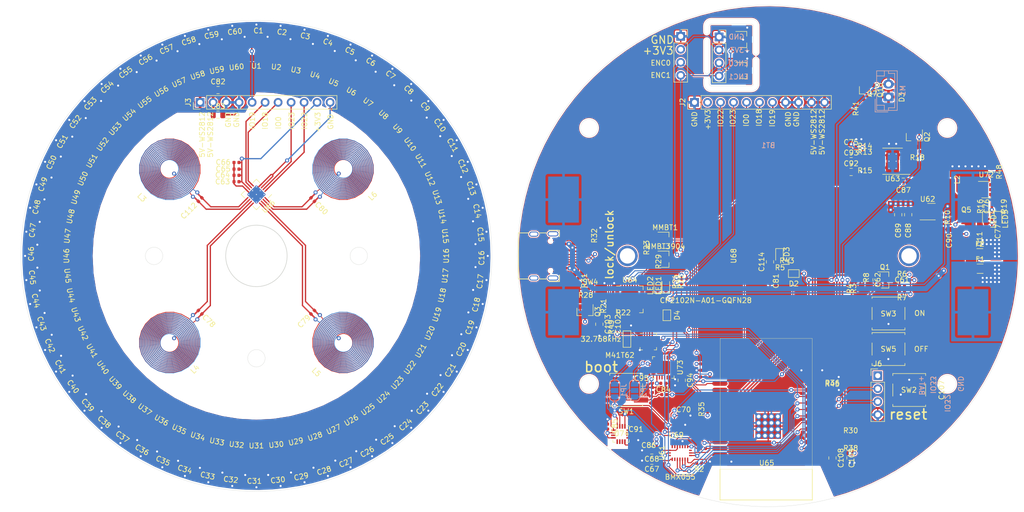
<source format=kicad_pcb>
(kicad_pcb (version 20171130) (host pcbnew "(5.1.0)-1")
  (layers (0 F.Cu signal) (1 In1.Cu signal) (2 In2.Cu signal) (31 B.Cu signal) (34 B.Paste user) (35 F.Paste user) (36 B.SilkS user) (37 F.SilkS user) (38 B.Mask user) (39 F.Mask user) (44 Edge.Cuts user))
  (net 0 "")
  (net 1 GND)
  (net 2 /ESP3200/IO19)
  (net 3 /ESP3200/IO21)
  (net 4 +3V3)
  (net 5 VCC)
  (net 6 /next-board00/5V)
  (net 7 +5V)
  (net 8 "Net-(C102-Pad1)")
  (net 9 "Net-(C104-Pad2)")
  (net 10 /ESP3200/5V_USB)
  (net 11 "Net-(C107-Pad2)")
  (net 12 "Net-(C112-Pad2)")
  (net 13 "Net-(C112-Pad1)")
  (net 14 "Net-(C114-Pad1)")
  (net 15 /expanz00/ENC_OUT_0)
  (net 16 /expanz00/ENC_OUT_1)
  (net 17 LX)
  (net 18 "Net-(D3-Pad1)")
  (net 19 /ESP3200/IO2-down)
  (net 20 /ESP3200/IO15-up)
  (net 21 /ESP3200/IO23)
  (net 22 /ESP3200/IO22)
  (net 23 /next-board00/WS2812)
  (net 24 /next-board00/SHUTDOWN)
  (net 25 /next-board00/INT)
  (net 26 /next-board00/SDA)
  (net 27 /next-board00/SCL)
  (net 28 /next-board00/3V3)
  (net 29 "Net-(J5-PadB8)")
  (net 30 /ESP3200/D-)
  (net 31 /ESP3200/D+)
  (net 32 "Net-(J5-PadB5)")
  (net 33 "Net-(J5-PadA8)")
  (net 34 "Net-(J5-PadA5)")
  (net 35 "Net-(LED3-Pad2)")
  (net 36 "Net-(Q2-Pad3)")
  (net 37 /ESP3200/RTS)
  (net 38 /ESP3200/EN)
  (net 39 /ESP3200/DTR)
  (net 40 "Net-(Q10-Pad3)")
  (net 41 /ESP3200/IO34)
  (net 42 "Net-(R22-Pad2)")
  (net 43 "Net-(R24-Pad2)")
  (net 44 /ESP3200/TX-esp)
  (net 45 "Net-(R25-Pad2)")
  (net 46 /ESP3200/RX-esp)
  (net 47 /ESP3200/IO12-down)
  (net 48 /ESP3200/IO18)
  (net 49 "Net-(U1-Pad2)")
  (net 50 "Net-(U2-Pad2)")
  (net 51 "Net-(U3-Pad2)")
  (net 52 "Net-(U4-Pad2)")
  (net 53 "Net-(U5-Pad2)")
  (net 54 "Net-(U6-Pad2)")
  (net 55 "Net-(U7-Pad2)")
  (net 56 /next-board00/WS281200/0-8)
  (net 57 "Net-(U10-Pad4)")
  (net 58 "Net-(U10-Pad2)")
  (net 59 "Net-(U11-Pad2)")
  (net 60 "Net-(U12-Pad2)")
  (net 61 "Net-(U13-Pad2)")
  (net 62 "Net-(U14-Pad2)")
  (net 63 "Net-(U15-Pad2)")
  (net 64 /next-board00/WS281200/1-8)
  (net 65 "Net-(U17-Pad2)")
  (net 66 "Net-(U18-Pad2)")
  (net 67 "Net-(U19-Pad2)")
  (net 68 "Net-(U20-Pad2)")
  (net 69 "Net-(U21-Pad2)")
  (net 70 "Net-(U22-Pad2)")
  (net 71 "Net-(U23-Pad2)")
  (net 72 /next-board00/WS281200/2-8)
  (net 73 "Net-(U25-Pad2)")
  (net 74 "Net-(U26-Pad2)")
  (net 75 "Net-(U27-Pad2)")
  (net 76 "Net-(U28-Pad2)")
  (net 77 "Net-(U29-Pad2)")
  (net 78 "Net-(U30-Pad2)")
  (net 79 "Net-(U31-Pad2)")
  (net 80 /next-board00/WS281200/3-8)
  (net 81 "Net-(U33-Pad2)")
  (net 82 "Net-(U34-Pad2)")
  (net 83 "Net-(U35-Pad2)")
  (net 84 "Net-(U36-Pad2)")
  (net 85 "Net-(U37-Pad2)")
  (net 86 "Net-(U38-Pad2)")
  (net 87 "Net-(U39-Pad2)")
  (net 88 /next-board00/WS281200/4-8)
  (net 89 "Net-(U41-Pad2)")
  (net 90 "Net-(U42-Pad2)")
  (net 91 "Net-(U43-Pad2)")
  (net 92 "Net-(U44-Pad2)")
  (net 93 "Net-(U45-Pad2)")
  (net 94 "Net-(U46-Pad2)")
  (net 95 "Net-(U47-Pad2)")
  (net 96 /next-board00/WS281200/5-8)
  (net 97 "Net-(U49-Pad2)")
  (net 98 "Net-(U50-Pad2)")
  (net 99 "Net-(U51-Pad2)")
  (net 100 "Net-(U52-Pad2)")
  (net 101 "Net-(U53-Pad2)")
  (net 102 "Net-(U54-Pad2)")
  (net 103 "Net-(U55-Pad2)")
  (net 104 /next-board00/WS281200/6-8)
  (net 105 "Net-(U57-Pad2)")
  (net 106 "Net-(U58-Pad2)")
  (net 107 "Net-(U59-Pad2)")
  (net 108 /ESP3200/IO26)
  (net 109 /ESP3200/IO33)
  (net 110 "Net-(U64-Pad27)")
  (net 111 "Net-(U64-Pad23)")
  (net 112 "Net-(U64-Pad22)")
  (net 113 "Net-(U64-Pad21)")
  (net 114 "Net-(U64-Pad20)")
  (net 115 "Net-(U64-Pad17)")
  (net 116 "Net-(U64-Pad16)")
  (net 117 "Net-(U64-Pad15)")
  (net 118 "Net-(U64-Pad14)")
  (net 119 "Net-(U64-Pad13)")
  (net 120 "Net-(U64-Pad12)")
  (net 121 "Net-(U64-Pad11)")
  (net 122 "Net-(U64-Pad10)")
  (net 123 "Net-(U64-Pad2)")
  (net 124 "Net-(U64-Pad1)")
  (net 125 "Net-(U69-Pad2)")
  (net 126 /ESP3200/IO39)
  (net 127 /ESP3200/IO35)
  (net 128 "Net-(U65-Pad17)")
  (net 129 "Net-(U65-Pad18)")
  (net 130 "Net-(U65-Pad19)")
  (net 131 "Net-(U65-Pad20)")
  (net 132 "Net-(U65-Pad21)")
  (net 133 "Net-(U65-Pad22)")
  (net 134 /ESP3200/IO5-up)
  (net 135 "Net-(C61-Pad2)")
  (net 136 "Net-(C61-Pad1)")
  (net 137 "Net-(C69-Pad1)")
  (net 138 "Net-(LED4-Pad1)")
  (net 139 "Net-(LED5-Pad1)")
  (net 140 /ESP3200/IO14)
  (net 141 "Net-(R10-Pad1)")
  (net 142 "Net-(R13-Pad2)")
  (net 143 "Net-(R15-Pad1)")
  (net 144 "Net-(R16-Pad2)")
  (net 145 "Net-(R19-Pad1)")
  (net 146 "Net-(R26-Pad2)")
  (net 147 "Net-(R27-Pad2)")
  (net 148 /ESP3200/IO27)
  (net 149 "Net-(R48-Pad2)")
  (net 150 /ESP3200/IO36)
  (net 151 "Net-(U60-Pad2)")
  (net 152 /ESP3200/IO25)
  (net 153 "Net-(U61-Pad16)")
  (net 154 /ESP3200/IO32)
  (net 155 "Net-(U61-Pad5)")
  (net 156 "Net-(U61-Pad2)")
  (net 157 "Net-(U67-Pad4)")
  (net 158 "Net-(U67-Pad2)")
  (net 159 "Net-(U67-Pad1)")
  (net 160 "Net-(SW4-Pad4)")
  (net 161 "Net-(SW4-Pad1)")
  (net 162 "Net-(BT1-Pad1)")
  (net 163 "Net-(BT1-Pad3)")
  (net 164 "Net-(F1-Pad1)")
  (net 165 "Net-(LED1-Pad1)")
  (net 166 "Net-(LED2-Pad1)")
  (net 167 /ESP3200/IO0-up)
  (net 168 /next-board00/LDC-GND)
  (net 169 "Net-(C78-Pad2)")
  (net 170 "Net-(C78-Pad1)")
  (net 171 "Net-(C79-Pad2)")
  (net 172 "Net-(C79-Pad1)")
  (net 173 "Net-(C80-Pad2)")
  (net 174 "Net-(C80-Pad1)")
  (net 175 /next-board00/GND)
  (net 176 "Net-(D2-Pad1)")
  (net 177 /BAT+)
  (net 178 "Net-(Q3-Pad1)")
  (net 179 "Net-(MMBT1-Pad1)")
  (net 180 "Net-(MMBT3904-Pad1)")
  (net 181 "Net-(C86-Pad2)")
  (net 182 "Net-(C86-Pad1)")
  (net 183 "Net-(C91-Pad1)")
  (net 184 "Net-(C94-Pad1)")
  (net 185 "Net-(C95-Pad1)")
  (net 186 "Net-(JP2-Pad3)")
  (net 187 "Net-(JP1-Pad3)")
  (net 188 "Net-(JP2-Pad2)")
  (net 189 "Net-(JP1-Pad2)")
  (net 190 "Net-(U62-Pad4)")
  (module BB:USB_C_Female-16Pin-HPJF (layer F.Cu) (at 158.95 100 270)
    (fp_text reference J5 hide)
    (fp_text value USB_C_Receptacle_USB2.0)
    (pad A12 smd rect (at 3.35 0 270) (size 0.3 2) (layers F.Cu F.Paste F.Mask) (net 1 GND))
    (pad B1 smd rect (at 3.05 0 270) (size 0.3 2) (layers F.Cu F.Paste F.Mask) (net 1 GND))
    (pad A9 smd rect (at 2.55 0 270) (size 0.3 2) (layers F.Cu F.Paste F.Mask) (net 10 /ESP3200/5V_USB))
    (pad B4 smd rect (at 2.25 0 270) (size 0.3 2) (layers F.Cu F.Paste F.Mask) (net 10 /ESP3200/5V_USB))
    (pad B9 smd rect (at -2.25 0 270) (size 0.3 2) (layers F.Cu F.Paste F.Mask) (net 10 /ESP3200/5V_USB))
    (pad A4 smd rect (at -2.55 0 270) (size 0.3 2) (layers F.Cu F.Paste F.Mask) (net 10 /ESP3200/5V_USB))
    (pad B12 smd rect (at -3.05 0 270) (size 0.3 2) (layers F.Cu F.Paste F.Mask))
    (pad A1 smd rect (at -3.35 0 270) (size 0.3 2) (layers F.Cu F.Paste F.Mask) (net 1 GND))
    (pad "" np_thru_hole circle (at 2.89 1.5) (size 0.7 0.7) (drill 0.7) (layers *.Cu *.Mask))
    (pad "" np_thru_hole circle (at -2.89 1.5) (size 0.7 0.7) (drill 0.7) (layers *.Cu *.Mask))
    (pad S1 thru_hole oval (at 4.32 4.75 270) (size 1 1.8) (drill oval 0.6 1.4) (layers *.Cu *.Mask))
    (pad S1 thru_hole oval (at -4.25 4.75 270) (size 1 1.8) (drill oval 0.6 1.4) (layers *.Cu *.Mask))
    (pad S1 thru_hole oval (at 4.32 1 270) (size 1 2.1) (drill oval 0.6 1.7) (layers *.Cu *.Mask))
    (pad S1 thru_hole oval (at -4.32 1 270) (size 1 2.1) (drill oval 0.6 1.7) (layers *.Cu *.Mask))
    (pad B5 smd rect (at 1.75 0 270) (size 0.3 2) (layers F.Cu F.Paste F.Mask) (net 32 "Net-(J5-PadB5)"))
    (pad B8 smd rect (at -1.75 0 270) (size 0.3 2) (layers F.Cu F.Paste F.Mask) (net 29 "Net-(J5-PadB8)"))
    (pad A8 smd rect (at 1.25 0 270) (size 0.3 2) (layers F.Cu F.Paste F.Mask) (net 33 "Net-(J5-PadA8)"))
    (pad A5 smd rect (at -1.25 0 270) (size 0.3 2) (layers F.Cu F.Paste F.Mask) (net 34 "Net-(J5-PadA5)"))
    (pad B6 smd rect (at 0.75 0 270) (size 0.3 2) (layers F.Cu F.Paste F.Mask) (net 31 /ESP3200/D+))
    (pad B7 smd rect (at -0.75 0 270) (size 0.3 2) (layers F.Cu F.Paste F.Mask) (net 30 /ESP3200/D-))
    (pad A7 smd rect (at 0.25 0 270) (size 0.3 2) (layers F.Cu F.Paste F.Mask) (net 30 /ESP3200/D-))
    (pad A6 smd rect (at -0.25 0 270) (size 0.3 2) (layers F.Cu F.Paste F.Mask) (net 31 /ESP3200/D+))
  )
  (module BB:18650-holder (layer B.Cu) (at 200 100)
    (fp_text reference BT1 (at 0 -21.59) (layer B.SilkS) (effects (justify mirror)))
    (fp_text value Battery_Cell)
    (pad -1 thru_hole circle (at 27.5 0) (size 4 4) (drill 3) (layers *.Cu *.Mask))
    (pad -1 thru_hole circle (at -27.5 0) (size 4 4) (drill 3) (layers *.Cu *.Mask))
    (pad 2 smd rect (at -40 -11) (size 6 9) (layers B.Cu B.Paste B.Mask) (net 1 GND))
    (pad 4 smd rect (at -40 11) (size 6 9) (layers B.Cu B.Paste B.Mask) (net 1 GND))
    (pad 3 smd rect (at 40 11) (size 6 9) (layers B.Cu B.Paste B.Mask) (net 163 "Net-(BT1-Pad3)"))
    (pad 1 smd rect (at 40 -11) (size 6 9) (layers B.Cu B.Paste B.Mask) (net 162 "Net-(BT1-Pad1)"))
  )
  (module Capacitor_SMD:C_0805_2012Metric (layer F.Cu) (at 225.4 91.95 270)
    (fp_text reference C89 (at 3.1 0 90) (layer F.SilkS))
    (fp_text value 2.2uf)
    (pad 2 smd roundrect (at 0.9375 0 270) (size 0.975 1.4) (layers F.Cu F.Paste F.Mask) (net 1 GND))
    (pad 1 smd roundrect (at -0.9375 0 270) (size 0.975 1.4) (layers F.Cu F.Paste F.Mask) (net 4 +3V3))
  )
  (module Capacitor_SMD:C_0805_2012Metric (layer F.Cu) (at 227.35 91.95 270)
    (fp_text reference C88 (at 3.1 0 90) (layer F.SilkS))
    (fp_text value 10uf)
    (pad 2 smd roundrect (at 0.9375 0 270) (size 0.975 1.4) (layers F.Cu F.Paste F.Mask) (net 1 GND))
    (pad 1 smd roundrect (at -0.9375 0 270) (size 0.975 1.4) (layers F.Cu F.Paste F.Mask) (net 4 +3V3))
  )
  (module Package_DFN_QFN:DFN-6-1EP_3x3mm_P1mm_EP1.5x2.4mm (layer F.Cu) (at 231.15 91.35)
    (fp_text reference U62 (at 0 -2.45) (layer F.SilkS))
    (fp_text value LD39200)
    (pad 7 smd rect (at 0 0) (size 1.5 2.4) (layers F.Cu F.Mask) (net 1 GND))
    (pad 6 smd roundrect (at 1.45 -1) (size 0.8 0.4) (layers F.Cu F.Paste F.Mask) (net 5 VCC))
    (pad 5 smd roundrect (at 1.45 0) (size 0.8 0.4) (layers F.Cu F.Paste F.Mask) (net 141 "Net-(R10-Pad1)"))
    (pad 4 smd roundrect (at 1.45 1) (size 0.8 0.4) (layers F.Cu F.Paste F.Mask) (net 190 "Net-(U62-Pad4)"))
    (pad 3 smd roundrect (at -1.45 1) (size 0.8 0.4) (layers F.Cu F.Paste F.Mask) (net 1 GND))
    (pad 2 smd roundrect (at -1.45 0) (size 0.8 0.4) (layers F.Cu F.Paste F.Mask) (net 4 +3V3))
    (pad 1 smd roundrect (at -1.45 -1) (size 0.8 0.4) (layers F.Cu F.Paste F.Mask) (net 4 +3V3))
  )
  (module Connector_JST:JST_EH_B2B-EH-A_1x02_P2.50mm_Vertical (layer B.Cu) (at 223.5 68.95 90)
    (fp_text reference M1 (at 1.25 2.8 270) (layer B.SilkS) (effects (justify mirror)))
    (fp_text value Motor_DC)
    (pad 2 thru_hole oval (at 2.5 0 90) (size 1.7 2) (drill 1) (layers *.Cu *.Mask) (net 1 GND))
    (pad 1 thru_hole roundrect (at 0 0 90) (size 1.7 2) (drill 1) (layers *.Cu *.Mask) (roundrect_rratio 0.147059) (net 18 "Net-(D3-Pad1)"))
  )
  (module Connector_PinHeader_2.54mm:PinHeader_1x04_P2.54mm_Vertical (layer F.Cu) (at 221.4 123.4)
    (fp_text reference J6 (at 0 -2.33) (layer F.SilkS))
    (fp_text value Conn_01x04-Connector_Generic-B.B-rescue)
    (pad 4 thru_hole oval (at 0 7.62) (size 1.7 1.7) (drill 1) (layers *.Cu *.Mask) (net 1 GND))
    (pad 3 thru_hole oval (at 0 5.08) (size 1.7 1.7) (drill 1) (layers *.Cu *.Mask) (net 154 /ESP3200/IO32))
    (pad 2 thru_hole oval (at 0 2.54) (size 1.7 1.7) (drill 1) (layers *.Cu *.Mask) (net 109 /ESP3200/IO33))
    (pad 1 thru_hole rect (at 0 0) (size 1.7 1.7) (drill 1) (layers *.Cu *.Mask) (net 177 /BAT+))
  )
  (module Jumper:SolderJumper-3_P1.3mm_Open_RoundedPad1.0x1.5mm (layer B.Cu) (at 173.9 126.3 90)
    (fp_text reference JP2 (at 0 1.8 90) (layer B.SilkS) (effects (justify mirror)))
    (fp_text value Jumper_NC_Dual)
    (pad 2 smd rect (at 0 0 90) (size 1 1.5) (layers B.Cu B.Mask) (net 188 "Net-(JP2-Pad2)"))
    (pad 3 smd custom (at 1.3 0 90) (size 1 0.5) (layers B.Cu B.Mask) (net 186 "Net-(JP2-Pad3)") (options (clearance outline) (anchor rect)) (primitives (gr_circle (center 0 -0.25) (end 0.5 -0.25) (width 0)) (gr_circle (center 0 0.25) (end 0.5 0.25) (width 0)) (gr_poly (pts (xy -0.55 0.75) (xy 0 0.75) (xy 0 -0.75) (xy -0.55 -0.75)) (width 0))))
    (pad 1 smd custom (at -1.3 0 90) (size 1 0.5) (layers B.Cu B.Mask) (net 22 /ESP3200/IO22) (options (clearance outline) (anchor rect)) (primitives (gr_circle (center 0 -0.25) (end 0.5 -0.25) (width 0)) (gr_circle (center 0 0.25) (end 0.5 0.25) (width 0)) (gr_poly (pts (xy 0.55 0.75) (xy 0 0.75) (xy 0 -0.75) (xy 0.55 -0.75)) (width 0))))
  )
  (module Jumper:SolderJumper-3_P1.3mm_Open_RoundedPad1.0x1.5mm (layer B.Cu) (at 170 126.3 90)
    (fp_text reference JP1 (at 0 1.8 90) (layer B.SilkS) (effects (justify mirror)))
    (fp_text value Jumper_NC_Dual)
    (pad 2 smd rect (at 0 0 90) (size 1 1.5) (layers B.Cu B.Mask) (net 189 "Net-(JP1-Pad2)"))
    (pad 3 smd custom (at 1.3 0 90) (size 1 0.5) (layers B.Cu B.Mask) (net 187 "Net-(JP1-Pad3)") (options (clearance outline) (anchor rect)) (primitives (gr_circle (center 0 -0.25) (end 0.5 -0.25) (width 0)) (gr_circle (center 0 0.25) (end 0.5 0.25) (width 0)) (gr_poly (pts (xy -0.55 0.75) (xy 0 0.75) (xy 0 -0.75) (xy -0.55 -0.75)) (width 0))))
    (pad 1 smd custom (at -1.3 0 90) (size 1 0.5) (layers B.Cu B.Mask) (net 21 /ESP3200/IO23) (options (clearance outline) (anchor rect)) (primitives (gr_circle (center 0 -0.25) (end 0.5 -0.25) (width 0)) (gr_circle (center 0 0.25) (end 0.5 0.25) (width 0)) (gr_poly (pts (xy 0.55 0.75) (xy 0 0.75) (xy 0 -0.75) (xy 0.55 -0.75)) (width 0))))
  )
  (module Package_LGA:LGA-16_3x3mm_P0.5mm (layer F.Cu) (at 171.25 134.8)
    (fp_text reference U74 (at 0.1 -0.1) (layer F.SilkS))
    (fp_text value QMC5883)
    (pad 10 smd rect (at 1.49 0.25 90) (size 0.3 0.9) (layers F.Cu F.Paste F.Mask) (net 183 "Net-(C91-Pad1)"))
    (pad 11 smd rect (at 1.49 -0.25 90) (size 0.3 0.9) (layers F.Cu F.Paste F.Mask) (net 1 GND))
    (pad 12 smd rect (at 1.49 -0.75 90) (size 0.3 0.9) (layers F.Cu F.Paste F.Mask) (net 181 "Net-(C86-Pad2)"))
    (pad 9 smd rect (at 1.49 0.75 90) (size 0.3 0.9) (layers F.Cu F.Paste F.Mask) (net 1 GND))
    (pad 5 smd rect (at -0.75 1.49) (size 0.3 0.9) (layers F.Cu F.Paste F.Mask))
    (pad 7 smd rect (at 0.25 1.49) (size 0.3 0.9) (layers F.Cu F.Paste F.Mask))
    (pad 6 smd rect (at -0.25 1.49) (size 0.3 0.9) (layers F.Cu F.Paste F.Mask))
    (pad 8 smd rect (at 0.75 1.49) (size 0.3 0.9) (layers F.Cu F.Paste F.Mask) (net 182 "Net-(C86-Pad1)"))
    (pad 4 smd rect (at -1.49 0.75 90) (size 0.3 0.9) (layers F.Cu F.Paste F.Mask) (net 4 +3V3))
    (pad 3 smd rect (at -1.49 0.25 90) (size 0.3 0.9) (layers F.Cu F.Paste F.Mask))
    (pad 2 smd rect (at -1.49 -0.25 90) (size 0.3 0.9) (layers F.Cu F.Paste F.Mask) (net 4 +3V3))
    (pad 1 smd rect (at -1.49 -0.75 90) (size 0.3 0.9) (layers F.Cu F.Paste F.Mask) (net 188 "Net-(JP2-Pad2)"))
    (pad 14 smd rect (at 0.25 -1.49) (size 0.3 0.9) (layers F.Cu F.Paste F.Mask))
    (pad 15 smd rect (at -0.25 -1.49) (size 0.3 0.9) (layers F.Cu F.Paste F.Mask) (net 152 /ESP3200/IO25))
    (pad 16 smd rect (at -0.75 -1.49) (size 0.3 0.9) (layers F.Cu F.Paste F.Mask) (net 189 "Net-(JP1-Pad2)"))
    (pad 13 smd rect (at 0.75 -1.49) (size 0.3 0.9) (layers F.Cu F.Paste F.Mask) (net 4 +3V3))
  )
  (module BB:ESP32-WROVER (layer F.Cu) (at 199.6 141.08 180)
    (fp_text reference U65 (at -0.1 0.62 180) (layer F.SilkS))
    (fp_text value ESP32-WROVER hide)
    (pad 38 smd oval (at 9.03 0.91 180) (size 3 0.9) (layers F.Cu F.Paste F.Mask) (net 1 GND))
    (pad 37 smd oval (at 9.03 2.18 180) (size 3 0.9) (layers F.Cu F.Paste F.Mask) (net 21 /ESP3200/IO23))
    (pad 36 smd oval (at 9.03 3.45 180) (size 3 0.9) (layers F.Cu F.Paste F.Mask) (net 22 /ESP3200/IO22))
    (pad 35 smd oval (at 9.03 4.72 180) (size 3 0.9) (layers F.Cu F.Paste F.Mask) (net 44 /ESP3200/TX-esp))
    (pad 34 smd oval (at 9.03 5.99 180) (size 3 0.9) (layers F.Cu F.Paste F.Mask) (net 46 /ESP3200/RX-esp))
    (pad 33 smd oval (at 9.03 7.26 180) (size 3 0.9) (layers F.Cu F.Paste F.Mask) (net 3 /ESP3200/IO21))
    (pad 32 smd oval (at 9.03 8.53 180) (size 3 0.9) (layers F.Cu F.Paste F.Mask))
    (pad 31 smd oval (at 9.03 9.8 180) (size 3 0.9) (layers F.Cu F.Paste F.Mask) (net 2 /ESP3200/IO19))
    (pad 30 smd oval (at 9.03 11.07 180) (size 3 0.9) (layers F.Cu F.Paste F.Mask) (net 48 /ESP3200/IO18))
    (pad 29 smd oval (at 9.03 12.34 180) (size 3 0.9) (layers F.Cu F.Paste F.Mask) (net 134 /ESP3200/IO5-up))
    (pad 28 smd oval (at 9.03 13.61 180) (size 3 0.9) (layers F.Cu F.Paste F.Mask))
    (pad 27 smd oval (at 9.03 14.88 180) (size 3 0.9) (layers F.Cu F.Paste F.Mask))
    (pad 26 smd oval (at 9.03 16.15 180) (size 3 0.9) (layers F.Cu F.Paste F.Mask) (net 15 /expanz00/ENC_OUT_0))
    (pad 25 smd oval (at 9.03 17.42 180) (size 3 0.9) (layers F.Cu F.Paste F.Mask) (net 167 /ESP3200/IO0-up))
    (pad 24 smd oval (at 9 18.72 180) (size 3 0.9) (layers F.Cu F.Paste F.Mask) (net 19 /ESP3200/IO2-down))
    (pad 23 smd oval (at 9 19.99 180) (size 3 0.9) (layers F.Cu F.Paste F.Mask) (net 20 /ESP3200/IO15-up))
    (pad 22 smd oval (at 9 21.26 180) (size 3 0.9) (layers F.Cu F.Paste F.Mask) (net 133 "Net-(U65-Pad22)"))
    (pad 21 smd oval (at 9 22.53 180) (size 3 0.9) (layers F.Cu F.Paste F.Mask) (net 132 "Net-(U65-Pad21)"))
    (pad 20 smd oval (at 9 23.8 180) (size 3 0.9) (layers F.Cu F.Paste F.Mask) (net 131 "Net-(U65-Pad20)"))
    (pad 19 smd oval (at -9 23.8 180) (size 3 0.9) (layers F.Cu F.Paste F.Mask) (net 130 "Net-(U65-Pad19)"))
    (pad 18 smd oval (at -9 22.53 180) (size 3 0.9) (layers F.Cu F.Paste F.Mask) (net 129 "Net-(U65-Pad18)"))
    (pad 17 smd oval (at -9 21.26 180) (size 3 0.9) (layers F.Cu F.Paste F.Mask) (net 128 "Net-(U65-Pad17)"))
    (pad 16 smd oval (at -9 19.99 180) (size 3 0.9) (layers F.Cu F.Paste F.Mask) (net 16 /expanz00/ENC_OUT_1))
    (pad 15 smd oval (at -9 18.72 180) (size 3 0.9) (layers F.Cu F.Paste F.Mask) (net 1 GND))
    (pad 14 smd oval (at -9 17.42 180) (size 3 0.9) (layers F.Cu F.Paste F.Mask) (net 47 /ESP3200/IO12-down))
    (pad 13 smd oval (at -9 16.15 180) (size 3 0.9) (layers F.Cu F.Paste F.Mask) (net 140 /ESP3200/IO14))
    (pad 12 smd oval (at -9 14.88 180) (size 3 0.9) (layers F.Cu F.Paste F.Mask) (net 148 /ESP3200/IO27))
    (pad 11 smd oval (at -9 13.61 180) (size 3 0.9) (layers F.Cu F.Paste F.Mask) (net 108 /ESP3200/IO26))
    (pad 10 smd oval (at -9 12.34 180) (size 3 0.9) (layers F.Cu F.Paste F.Mask) (net 152 /ESP3200/IO25))
    (pad 9 smd oval (at -9 11.07 180) (size 3 0.9) (layers F.Cu F.Paste F.Mask) (net 109 /ESP3200/IO33))
    (pad 8 smd oval (at -9 9.8 180) (size 3 0.9) (layers F.Cu F.Paste F.Mask) (net 154 /ESP3200/IO32))
    (pad 7 smd oval (at -9 8.53 180) (size 3 0.9) (layers F.Cu F.Paste F.Mask) (net 127 /ESP3200/IO35))
    (pad 6 smd oval (at -9 7.26 180) (size 3 0.9) (layers F.Cu F.Paste F.Mask) (net 41 /ESP3200/IO34))
    (pad 5 smd oval (at -9 5.99 180) (size 3 0.9) (layers F.Cu F.Paste F.Mask) (net 126 /ESP3200/IO39))
    (pad 4 smd oval (at -9 4.72 180) (size 3 0.9) (layers F.Cu F.Paste F.Mask) (net 150 /ESP3200/IO36))
    (pad 3 smd oval (at -9 3.45 180) (size 3 0.9) (layers F.Cu F.Paste F.Mask) (net 38 /ESP3200/EN))
    (pad 2 smd oval (at -9 2.18 180) (size 3 0.9) (layers F.Cu F.Paste F.Mask) (net 4 +3V3))
    (pad 1 smd oval (at -9 0.91 180) (size 3 0.9) (layers F.Cu F.Paste F.Mask) (net 1 GND))
    (pad 39 smd rect (at -0.4 7.83 180) (size 5 5) (layers F.Cu F.Paste F.Mask) (net 1 GND))
    (pad 39 thru_hole circle (at -2.275 5.95 180) (size 1.2 1.2) (drill 0.7) (layers *.Cu *.Mask) (net 1 GND))
    (pad 39 thru_hole circle (at -1.025 5.95 180) (size 1.2 1.2) (drill 0.7) (layers *.Cu *.Mask) (net 1 GND))
    (pad 39 thru_hole circle (at 0.225 5.95 180) (size 1.2 1.2) (drill 0.7) (layers *.Cu *.Mask) (net 1 GND))
    (pad 39 thru_hole circle (at 1.475 5.95 180) (size 1.2 1.2) (drill 0.7) (layers *.Cu *.Mask) (net 1 GND))
    (pad 39 thru_hole circle (at -2.275 7.2 180) (size 1.2 1.2) (drill 0.7) (layers *.Cu *.Mask) (net 1 GND))
    (pad 39 thru_hole circle (at -1.025 7.2 180) (size 1.2 1.2) (drill 0.7) (layers *.Cu *.Mask) (net 1 GND))
    (pad 39 thru_hole circle (at 0.225 7.2 180) (size 1.2 1.2) (drill 0.7) (layers *.Cu *.Mask) (net 1 GND))
    (pad 39 thru_hole circle (at 1.475 7.2 180) (size 1.2 1.2) (drill 0.7) (layers *.Cu *.Mask) (net 1 GND))
    (pad 39 thru_hole circle (at -2.275 8.45 180) (size 1.2 1.2) (drill 0.7) (layers *.Cu *.Mask) (net 1 GND))
    (pad 39 thru_hole circle (at -1.025 8.45 180) (size 1.2 1.2) (drill 0.7) (layers *.Cu *.Mask) (net 1 GND))
    (pad 39 thru_hole circle (at 0.225 8.45 180) (size 1.2 1.2) (drill 0.7) (layers *.Cu *.Mask) (net 1 GND))
    (pad 39 thru_hole circle (at 1.475 8.45 180) (size 1.2 1.2) (drill 0.7) (layers *.Cu *.Mask) (net 1 GND))
    (pad 39 thru_hole circle (at -2.275 9.7 180) (size 1.2 1.2) (drill 0.7) (layers *.Cu *.Mask) (net 1 GND))
    (pad 39 thru_hole circle (at -1.025 9.7 180) (size 1.2 1.2) (drill 0.7) (layers *.Cu *.Mask) (net 1 GND))
    (pad 39 thru_hole circle (at 0.225 9.7 180) (size 1.2 1.2) (drill 0.7) (layers *.Cu *.Mask) (net 1 GND))
    (pad 39 thru_hole circle (at 1.475 9.7 180) (size 1.2 1.2) (drill 0.7) (layers *.Cu *.Mask) (net 1 GND))
  )
  (module Capacitor_SMD:C_0402_1005Metric (layer F.Cu) (at 174.15 135.05)
    (fp_text reference C91 (at 0 -1.17) (layer F.SilkS))
    (fp_text value 4.7uf)
    (pad 2 smd roundrect (at 0.485 0) (size 0.59 0.64) (layers F.Cu F.Paste F.Mask) (net 1 GND))
    (pad 1 smd roundrect (at -0.485 0) (size 0.59 0.64) (layers F.Cu F.Paste F.Mask) (net 183 "Net-(C91-Pad1)"))
  )
  (module Package_DFN_QFN:QFN-24-1EP_4x4mm_P0.5mm_EP2.6x2.6mm (layer F.Cu) (at 179.5 121.8 270)
    (fp_text reference U73 (at 0 -3.3 270) (layer F.SilkS))
    (fp_text value MPU6050)
    (pad 24 smd roundrect (at -1.25 -1.9375 270) (size 0.25 0.825) (layers F.Cu F.Paste F.Mask) (net 21 /ESP3200/IO23))
    (pad 23 smd roundrect (at -0.75 -1.9375 270) (size 0.25 0.825) (layers F.Cu F.Paste F.Mask) (net 22 /ESP3200/IO22))
    (pad 22 smd roundrect (at -0.25 -1.9375 270) (size 0.25 0.825) (layers F.Cu F.Paste F.Mask))
    (pad 21 smd roundrect (at 0.25 -1.9375 270) (size 0.25 0.825) (layers F.Cu F.Paste F.Mask))
    (pad 20 smd roundrect (at 0.75 -1.9375 270) (size 0.25 0.825) (layers F.Cu F.Paste F.Mask) (net 184 "Net-(C94-Pad1)"))
    (pad 19 smd roundrect (at 1.25 -1.9375 270) (size 0.25 0.825) (layers F.Cu F.Paste F.Mask))
    (pad 18 smd roundrect (at 1.9375 -1.25 270) (size 0.825 0.25) (layers F.Cu F.Paste F.Mask) (net 1 GND))
    (pad 17 smd roundrect (at 1.9375 -0.75 270) (size 0.825 0.25) (layers F.Cu F.Paste F.Mask))
    (pad 16 smd roundrect (at 1.9375 -0.25 270) (size 0.825 0.25) (layers F.Cu F.Paste F.Mask))
    (pad 15 smd roundrect (at 1.9375 0.25 270) (size 0.825 0.25) (layers F.Cu F.Paste F.Mask))
    (pad 14 smd roundrect (at 1.9375 0.75 270) (size 0.825 0.25) (layers F.Cu F.Paste F.Mask))
    (pad 13 smd roundrect (at 1.9375 1.25 270) (size 0.825 0.25) (layers F.Cu F.Paste F.Mask) (net 4 +3V3))
    (pad 12 smd roundrect (at 1.25 1.9375 270) (size 0.25 0.825) (layers F.Cu F.Paste F.Mask) (net 41 /ESP3200/IO34))
    (pad 11 smd roundrect (at 0.75 1.9375 270) (size 0.25 0.825) (layers F.Cu F.Paste F.Mask) (net 1 GND))
    (pad 10 smd roundrect (at 0.25 1.9375 270) (size 0.25 0.825) (layers F.Cu F.Paste F.Mask) (net 185 "Net-(C95-Pad1)"))
    (pad 9 smd roundrect (at -0.25 1.9375 270) (size 0.25 0.825) (layers F.Cu F.Paste F.Mask) (net 4 +3V3))
    (pad 8 smd roundrect (at -0.75 1.9375 270) (size 0.25 0.825) (layers F.Cu F.Paste F.Mask) (net 4 +3V3))
    (pad 7 smd roundrect (at -1.25 1.9375 270) (size 0.25 0.825) (layers F.Cu F.Paste F.Mask) (net 186 "Net-(JP2-Pad3)"))
    (pad 6 smd roundrect (at -1.9375 1.25 270) (size 0.825 0.25) (layers F.Cu F.Paste F.Mask) (net 187 "Net-(JP1-Pad3)"))
    (pad 5 smd roundrect (at -1.9375 0.75 270) (size 0.825 0.25) (layers F.Cu F.Paste F.Mask))
    (pad 4 smd roundrect (at -1.9375 0.25 270) (size 0.825 0.25) (layers F.Cu F.Paste F.Mask))
    (pad 3 smd roundrect (at -1.9375 -0.25 270) (size 0.825 0.25) (layers F.Cu F.Paste F.Mask))
    (pad 2 smd roundrect (at -1.9375 -0.75 270) (size 0.825 0.25) (layers F.Cu F.Paste F.Mask))
    (pad 1 smd roundrect (at -1.9375 -1.25 270) (size 0.825 0.25) (layers F.Cu F.Paste F.Mask) (net 1 GND))
    (pad 25 smd roundrect (at 0 0 270) (size 2.6 2.6) (layers F.Cu F.Mask) (roundrect_rratio 0.096154))
  )
  (module Resistor_SMD:R_0402_1005Metric (layer F.Cu) (at 175.6 122.05 180)
    (fp_text reference C95 (at 0.4 -1.85 180) (layer F.SilkS))
    (fp_text value 0.1uf)
    (pad 2 smd roundrect (at 0.485 0 180) (size 0.59 0.64) (layers F.Cu F.Paste F.Mask) (net 1 GND))
    (pad 1 smd roundrect (at -0.485 0 180) (size 0.59 0.64) (layers F.Cu F.Paste F.Mask) (net 185 "Net-(C95-Pad1)"))
  )
  (module Capacitor_SMD:C_0805_2012Metric (layer F.Cu) (at 183.1 124.3 270)
    (fp_text reference C94 (at 0 -1.65 270) (layer F.SilkS))
    (fp_text value 2.2uf)
    (pad 2 smd roundrect (at 0.9375 0 270) (size 0.975 1.4) (layers F.Cu F.Paste F.Mask) (net 1 GND))
    (pad 1 smd roundrect (at -0.9375 0 270) (size 0.975 1.4) (layers F.Cu F.Paste F.Mask) (net 184 "Net-(C94-Pad1)"))
  )
  (module Capacitor_SMD:C_0402_1005Metric (layer F.Cu) (at 174.15 136.95)
    (fp_text reference C86 (at 2.5 0.05) (layer F.SilkS))
    (fp_text value 220nf)
    (pad 2 smd roundrect (at 0.485 0) (size 0.59 0.64) (layers F.Cu F.Paste F.Mask) (net 181 "Net-(C86-Pad2)"))
    (pad 1 smd roundrect (at -0.485 0) (size 0.59 0.64) (layers F.Cu F.Paste F.Mask) (net 182 "Net-(C86-Pad1)"))
  )
  (module Resistor_SMD:R_0402_1005Metric (layer F.Cu) (at 168.6 133.35 90)
    (fp_text reference C85 (at 0.1 1.4 90) (layer F.SilkS))
    (fp_text value 1uf)
    (pad 2 smd roundrect (at 0.485 0 90) (size 0.59 0.64) (layers F.Cu F.Paste F.Mask) (net 1 GND))
    (pad 1 smd roundrect (at -0.485 0 90) (size 0.59 0.64) (layers F.Cu F.Paste F.Mask) (net 4 +3V3))
  )
  (module Resistor_SMD:R_0402_1005Metric (layer F.Cu) (at 179.5 124.9)
    (fp_text reference C84 (at 0 1.2) (layer F.SilkS))
    (fp_text value 1uf)
    (pad 2 smd roundrect (at 0.485 0) (size 0.59 0.64) (layers F.Cu F.Paste F.Mask) (net 1 GND))
    (pad 1 smd roundrect (at -0.485 0) (size 0.59 0.64) (layers F.Cu F.Paste F.Mask) (net 4 +3V3))
  )
  (module Button_Switch_SMD:SW_Push_1P1T_NO_CK_KSC6xxJ (layer F.Cu) (at 223.5 118.2 180)
    (fp_text reference SW5 (at 0 0 180) (layer F.SilkS))
    (fp_text value SW_DIP_x01)
    (pad 2 smd rect (at 2.9 2 180) (size 2.8 1) (layers F.Cu F.Paste F.Mask) (net 134 /ESP3200/IO5-up))
    (pad 2 smd rect (at -2.9 2 180) (size 2.8 1) (layers F.Cu F.Paste F.Mask) (net 134 /ESP3200/IO5-up))
    (pad 1 smd rect (at 2.9 -2 180) (size 2.8 1) (layers F.Cu F.Paste F.Mask) (net 1 GND))
    (pad 1 smd rect (at -2.9 -2 180) (size 2.8 1) (layers F.Cu F.Paste F.Mask) (net 1 GND))
  )
  (module Capacitor_SMD:C_0402_1005Metric (layer F.Cu) (at 104.871627 57.476274 174)
    (fp_text reference C2 (at 0 1.2 174) (layer F.SilkS))
    (fp_text value 220nf)
    (pad 1 smd roundrect (at -0.485 0 174) (size 0.59 0.64) (layers F.Cu F.Paste F.Mask) (net 175 /next-board00/GND))
    (pad 2 smd roundrect (at 0.485 0 174) (size 0.59 0.64) (layers F.Cu F.Paste F.Mask) (net 6 /next-board00/5V))
  )
  (module Capacitor_SMD:C_0402_1005Metric (layer F.Cu) (at 109.289879 58.218447 168)
    (fp_text reference C3 (at 0 1.2 168) (layer F.SilkS))
    (fp_text value 220nf)
    (pad 1 smd roundrect (at -0.485 0 168) (size 0.59 0.64) (layers F.Cu F.Paste F.Mask) (net 175 /next-board00/GND))
    (pad 2 smd roundrect (at 0.485 0 168) (size 0.59 0.64) (layers F.Cu F.Paste F.Mask) (net 6 /next-board00/5V))
  )
  (module Capacitor_SMD:C_0402_1005Metric (layer F.Cu) (at 113.60635 59.418388 162)
    (fp_text reference C4 (at 0 1.2 162) (layer F.SilkS))
    (fp_text value 220nf)
    (pad 1 smd roundrect (at -0.485 0 162) (size 0.59 0.64) (layers F.Cu F.Paste F.Mask) (net 175 /next-board00/GND))
    (pad 2 smd roundrect (at 0.485 0 162) (size 0.59 0.64) (layers F.Cu F.Paste F.Mask) (net 6 /next-board00/5V))
  )
  (module Capacitor_SMD:C_0402_1005Metric (layer F.Cu) (at 117.773747 61.062949 156)
    (fp_text reference C5 (at 0 1.2 156) (layer F.SilkS))
    (fp_text value 220nf)
    (pad 1 smd roundrect (at -0.485 0 156) (size 0.59 0.64) (layers F.Cu F.Paste F.Mask) (net 175 /next-board00/GND))
    (pad 2 smd roundrect (at 0.485 0 156) (size 0.59 0.64) (layers F.Cu F.Paste F.Mask) (net 6 /next-board00/5V))
  )
  (module Capacitor_SMD:C_0402_1005Metric (layer F.Cu) (at 121.74641 63.134113 150)
    (fp_text reference C6 (at 0 1.2 150) (layer F.SilkS))
    (fp_text value 220nf)
    (pad 1 smd roundrect (at -0.485 0 150) (size 0.59 0.64) (layers F.Cu F.Paste F.Mask) (net 175 /next-board00/GND))
    (pad 2 smd roundrect (at 0.485 0 150) (size 0.59 0.64) (layers F.Cu F.Paste F.Mask) (net 6 /next-board00/5V))
  )
  (module Capacitor_SMD:C_0402_1005Metric (layer F.Cu) (at 125.480816 65.609187 144)
    (fp_text reference C7 (at 0 1.2 144) (layer F.SilkS))
    (fp_text value 220nf)
    (pad 1 smd roundrect (at -0.485 0 144) (size 0.59 0.64) (layers F.Cu F.Paste F.Mask) (net 175 /next-board00/GND))
    (pad 2 smd roundrect (at 0.485 0 144) (size 0.59 0.64) (layers F.Cu F.Paste F.Mask) (net 6 /next-board00/5V))
  )
  (module Capacitor_SMD:C_0402_1005Metric (layer F.Cu) (at 128.936048 68.461054 138)
    (fp_text reference C8 (at 0 1.2 138) (layer F.SilkS))
    (fp_text value 220nf)
    (pad 1 smd roundrect (at -0.485 0 138) (size 0.59 0.64) (layers F.Cu F.Paste F.Mask) (net 175 /next-board00/GND))
    (pad 2 smd roundrect (at 0.485 0 138) (size 0.59 0.64) (layers F.Cu F.Paste F.Mask) (net 6 /next-board00/5V))
  )
  (module Capacitor_SMD:C_0402_1005Metric (layer F.Cu) (at 132.074251 71.658468 132)
    (fp_text reference C9 (at 0 1.2 132) (layer F.SilkS))
    (fp_text value 220nf)
    (pad 1 smd roundrect (at -0.485 0 132) (size 0.59 0.64) (layers F.Cu F.Paste F.Mask) (net 175 /next-board00/GND))
    (pad 2 smd roundrect (at 0.485 0 132) (size 0.59 0.64) (layers F.Cu F.Paste F.Mask) (net 6 /next-board00/5V))
  )
  (module Capacitor_SMD:C_0402_1005Metric (layer F.Cu) (at 134.861041 75.166398 126)
    (fp_text reference C10 (at 0 1.2 126) (layer F.SilkS))
    (fp_text value 220nf)
    (pad 1 smd roundrect (at -0.485 0 126) (size 0.59 0.64) (layers F.Cu F.Paste F.Mask) (net 175 /next-board00/GND))
    (pad 2 smd roundrect (at 0.485 0 126) (size 0.59 0.64) (layers F.Cu F.Paste F.Mask) (net 6 /next-board00/5V))
  )
  (module Capacitor_SMD:C_0402_1005Metric (layer F.Cu) (at 137.265887 78.94641 120)
    (fp_text reference C11 (at 0 1.2 120) (layer F.SilkS))
    (fp_text value 220nf)
    (pad 1 smd roundrect (at -0.485 0 120) (size 0.59 0.64) (layers F.Cu F.Paste F.Mask) (net 175 /next-board00/GND))
    (pad 2 smd roundrect (at 0.485 0 120) (size 0.59 0.64) (layers F.Cu F.Paste F.Mask) (net 6 /next-board00/5V))
  )
  (module Capacitor_SMD:C_0402_1005Metric (layer F.Cu) (at 139.26244 82.95709 114)
    (fp_text reference C12 (at 0 1.2 114) (layer F.SilkS))
    (fp_text value 220nf)
    (pad 1 smd roundrect (at -0.485 0 114) (size 0.59 0.64) (layers F.Cu F.Paste F.Mask) (net 175 /next-board00/GND))
    (pad 2 smd roundrect (at 0.485 0 114) (size 0.59 0.64) (layers F.Cu F.Paste F.Mask) (net 6 /next-board00/5V))
  )
  (module Capacitor_SMD:C_0402_1005Metric (layer F.Cu) (at 140.828826 87.154495 108)
    (fp_text reference C13 (at 0 1.2 108) (layer F.SilkS))
    (fp_text value 220nf)
    (pad 1 smd roundrect (at -0.485 0 108) (size 0.59 0.64) (layers F.Cu F.Paste F.Mask) (net 175 /next-board00/GND))
    (pad 2 smd roundrect (at 0.485 0 108) (size 0.59 0.64) (layers F.Cu F.Paste F.Mask) (net 6 /next-board00/5V))
  )
  (module Capacitor_SMD:C_0402_1005Metric (layer F.Cu) (at 141.947882 91.492639 102)
    (fp_text reference C14 (at 0 1.2 102) (layer F.SilkS))
    (fp_text value 220nf)
    (pad 1 smd roundrect (at -0.485 0 102) (size 0.59 0.64) (layers F.Cu F.Paste F.Mask) (net 175 /next-board00/GND))
    (pad 2 smd roundrect (at 0.485 0 102) (size 0.59 0.64) (layers F.Cu F.Paste F.Mask) (net 6 /next-board00/5V))
  )
  (module Capacitor_SMD:C_0402_1005Metric (layer F.Cu) (at 142.607349 95.923991 96)
    (fp_text reference C15 (at 0 1.2 96) (layer F.SilkS))
    (fp_text value 220nf)
    (pad 1 smd roundrect (at -0.485 0 96) (size 0.59 0.64) (layers F.Cu F.Paste F.Mask) (net 175 /next-board00/GND))
    (pad 2 smd roundrect (at 0.485 0 96) (size 0.59 0.64) (layers F.Cu F.Paste F.Mask) (net 6 /next-board00/5V))
  )
  (module Capacitor_SMD:C_0402_1005Metric (layer F.Cu) (at 142.8 100.4 90)
    (fp_text reference C16 (at 0 1.2 90) (layer F.SilkS))
    (fp_text value 220nf)
    (pad 1 smd roundrect (at -0.485 0 90) (size 0.59 0.64) (layers F.Cu F.Paste F.Mask) (net 175 /next-board00/GND))
    (pad 2 smd roundrect (at 0.485 0 90) (size 0.59 0.64) (layers F.Cu F.Paste F.Mask) (net 6 /next-board00/5V))
  )
  (module Capacitor_SMD:C_0402_1005Metric (layer F.Cu) (at 142.523726 104.871627 84)
    (fp_text reference C17 (at 0 1.2 84) (layer F.SilkS))
    (fp_text value 220nf)
    (pad 1 smd roundrect (at -0.485 0 84) (size 0.59 0.64) (layers F.Cu F.Paste F.Mask) (net 175 /next-board00/GND))
    (pad 2 smd roundrect (at 0.485 0 84) (size 0.59 0.64) (layers F.Cu F.Paste F.Mask) (net 6 /next-board00/5V))
  )
  (module Capacitor_SMD:C_0402_1005Metric (layer F.Cu) (at 141.781553 109.289879 78)
    (fp_text reference C18 (at 0 1.2 78) (layer F.SilkS))
    (fp_text value 220nf)
    (pad 1 smd roundrect (at -0.485 0 78) (size 0.59 0.64) (layers F.Cu F.Paste F.Mask) (net 175 /next-board00/GND))
    (pad 2 smd roundrect (at 0.485 0 78) (size 0.59 0.64) (layers F.Cu F.Paste F.Mask) (net 6 /next-board00/5V))
  )
  (module Capacitor_SMD:C_0402_1005Metric (layer F.Cu) (at 140.581612 113.60635 72)
    (fp_text reference C19 (at 0 1.2 72) (layer F.SilkS))
    (fp_text value 220nf)
    (pad 1 smd roundrect (at -0.485 0 72) (size 0.59 0.64) (layers F.Cu F.Paste F.Mask) (net 175 /next-board00/GND))
    (pad 2 smd roundrect (at 0.485 0 72) (size 0.59 0.64) (layers F.Cu F.Paste F.Mask) (net 6 /next-board00/5V))
  )
  (module Capacitor_SMD:C_0402_1005Metric (layer F.Cu) (at 138.937051 117.773747 66)
    (fp_text reference C20 (at 0 1.2 66) (layer F.SilkS))
    (fp_text value 220nf)
    (pad 1 smd roundrect (at -0.485 0 66) (size 0.59 0.64) (layers F.Cu F.Paste F.Mask) (net 175 /next-board00/GND))
    (pad 2 smd roundrect (at 0.485 0 66) (size 0.59 0.64) (layers F.Cu F.Paste F.Mask) (net 6 /next-board00/5V))
  )
  (module Capacitor_SMD:C_0402_1005Metric (layer F.Cu) (at 136.865887 121.74641 60)
    (fp_text reference C21 (at 0 1.2 60) (layer F.SilkS))
    (fp_text value 220nf)
    (pad 1 smd roundrect (at -0.485 0 60) (size 0.59 0.64) (layers F.Cu F.Paste F.Mask) (net 175 /next-board00/GND))
    (pad 2 smd roundrect (at 0.485 0 60) (size 0.59 0.64) (layers F.Cu F.Paste F.Mask) (net 6 /next-board00/5V))
  )
  (module Capacitor_SMD:C_0402_1005Metric (layer F.Cu) (at 134.390813 125.480816 54)
    (fp_text reference C22 (at 0 1.2 54) (layer F.SilkS))
    (fp_text value 220nf)
    (pad 1 smd roundrect (at -0.485 0 54) (size 0.59 0.64) (layers F.Cu F.Paste F.Mask) (net 175 /next-board00/GND))
    (pad 2 smd roundrect (at 0.485 0 54) (size 0.59 0.64) (layers F.Cu F.Paste F.Mask) (net 6 /next-board00/5V))
  )
  (module Capacitor_SMD:C_0402_1005Metric (layer F.Cu) (at 131.538946 128.936048 48)
    (fp_text reference C23 (at 0 1.2 48) (layer F.SilkS))
    (fp_text value 220nf)
    (pad 1 smd roundrect (at -0.485 0 48) (size 0.59 0.64) (layers F.Cu F.Paste F.Mask) (net 175 /next-board00/GND))
    (pad 2 smd roundrect (at 0.485 0 48) (size 0.59 0.64) (layers F.Cu F.Paste F.Mask) (net 6 /next-board00/5V))
  )
  (module Capacitor_SMD:C_0402_1005Metric (layer F.Cu) (at 128.341532 132.074251 42)
    (fp_text reference C24 (at 0 1.2 42) (layer F.SilkS))
    (fp_text value 220nf)
    (pad 1 smd roundrect (at -0.485 0 42) (size 0.59 0.64) (layers F.Cu F.Paste F.Mask) (net 175 /next-board00/GND))
    (pad 2 smd roundrect (at 0.485 0 42) (size 0.59 0.64) (layers F.Cu F.Paste F.Mask) (net 6 /next-board00/5V))
  )
  (module Capacitor_SMD:C_0402_1005Metric (layer F.Cu) (at 124.833602 134.861041 36)
    (fp_text reference C25 (at 0 1.2 36) (layer F.SilkS))
    (fp_text value 220nf)
    (pad 1 smd roundrect (at -0.485 0 36) (size 0.59 0.64) (layers F.Cu F.Paste F.Mask) (net 175 /next-board00/GND))
    (pad 2 smd roundrect (at 0.485 0 36) (size 0.59 0.64) (layers F.Cu F.Paste F.Mask) (net 6 /next-board00/5V))
  )
  (module Capacitor_SMD:C_0402_1005Metric (layer F.Cu) (at 121.05359 137.265887 30)
    (fp_text reference C26 (at 0 1.2 30) (layer F.SilkS))
    (fp_text value 220nf)
    (pad 1 smd roundrect (at -0.485 0 30) (size 0.59 0.64) (layers F.Cu F.Paste F.Mask) (net 175 /next-board00/GND))
    (pad 2 smd roundrect (at 0.485 0 30) (size 0.59 0.64) (layers F.Cu F.Paste F.Mask) (net 6 /next-board00/5V))
  )
  (module Capacitor_SMD:C_0402_1005Metric (layer F.Cu) (at 117.04291 139.26244 24)
    (fp_text reference C27 (at 0 1.2 24) (layer F.SilkS))
    (fp_text value 220nf)
    (pad 1 smd roundrect (at -0.485 0 24) (size 0.59 0.64) (layers F.Cu F.Paste F.Mask) (net 175 /next-board00/GND))
    (pad 2 smd roundrect (at 0.485 0 24) (size 0.59 0.64) (layers F.Cu F.Paste F.Mask) (net 6 /next-board00/5V))
  )
  (module Capacitor_SMD:C_0402_1005Metric (layer F.Cu) (at 112.845505 140.828826 18)
    (fp_text reference C28 (at 0 1.2 18) (layer F.SilkS))
    (fp_text value 220nf)
    (pad 1 smd roundrect (at -0.485 0 18) (size 0.59 0.64) (layers F.Cu F.Paste F.Mask) (net 175 /next-board00/GND))
    (pad 2 smd roundrect (at 0.485 0 18) (size 0.59 0.64) (layers F.Cu F.Paste F.Mask) (net 6 /next-board00/5V))
  )
  (module Capacitor_SMD:C_0402_1005Metric (layer F.Cu) (at 108.507361 141.947882 12)
    (fp_text reference C29 (at 0 1.2 12) (layer F.SilkS))
    (fp_text value 220nf)
    (pad 1 smd roundrect (at -0.485 0 12) (size 0.59 0.64) (layers F.Cu F.Paste F.Mask) (net 175 /next-board00/GND))
    (pad 2 smd roundrect (at 0.485 0 12) (size 0.59 0.64) (layers F.Cu F.Paste F.Mask) (net 6 /next-board00/5V))
  )
  (module Capacitor_SMD:C_0402_1005Metric (layer F.Cu) (at 104.076009 142.607349 6)
    (fp_text reference C30 (at 0 1.2 6) (layer F.SilkS))
    (fp_text value 220nf)
    (pad 1 smd roundrect (at -0.485 0 6) (size 0.59 0.64) (layers F.Cu F.Paste F.Mask) (net 175 /next-board00/GND))
    (pad 2 smd roundrect (at 0.485 0 6) (size 0.59 0.64) (layers F.Cu F.Paste F.Mask) (net 6 /next-board00/5V))
  )
  (module Capacitor_SMD:C_0402_1005Metric (layer F.Cu) (at 99.6 142.8)
    (fp_text reference C31 (at 0 1.2) (layer F.SilkS))
    (fp_text value 220nf)
    (pad 1 smd roundrect (at -0.485 0) (size 0.59 0.64) (layers F.Cu F.Paste F.Mask) (net 175 /next-board00/GND))
    (pad 2 smd roundrect (at 0.485 0) (size 0.59 0.64) (layers F.Cu F.Paste F.Mask) (net 6 /next-board00/5V))
  )
  (module Capacitor_SMD:C_0402_1005Metric (layer F.Cu) (at 95.128373 142.523726 354)
    (fp_text reference C32 (at 0 1.2 354) (layer F.SilkS))
    (fp_text value 220nf)
    (pad 1 smd roundrect (at -0.485 0 354) (size 0.59 0.64) (layers F.Cu F.Paste F.Mask) (net 175 /next-board00/GND))
    (pad 2 smd roundrect (at 0.485 0 354) (size 0.59 0.64) (layers F.Cu F.Paste F.Mask) (net 6 /next-board00/5V))
  )
  (module Capacitor_SMD:C_0402_1005Metric (layer F.Cu) (at 90.710121 141.781553 348)
    (fp_text reference C33 (at 0 1.2 348) (layer F.SilkS))
    (fp_text value 220nf)
    (pad 1 smd roundrect (at -0.485 0 348) (size 0.59 0.64) (layers F.Cu F.Paste F.Mask) (net 175 /next-board00/GND))
    (pad 2 smd roundrect (at 0.485 0 348) (size 0.59 0.64) (layers F.Cu F.Paste F.Mask) (net 6 /next-board00/5V))
  )
  (module Capacitor_SMD:C_0402_1005Metric (layer F.Cu) (at 86.39365 140.581612 342)
    (fp_text reference C34 (at 0 1.2 342) (layer F.SilkS))
    (fp_text value 220nf)
    (pad 1 smd roundrect (at -0.485 0 342) (size 0.59 0.64) (layers F.Cu F.Paste F.Mask) (net 175 /next-board00/GND))
    (pad 2 smd roundrect (at 0.485 0 342) (size 0.59 0.64) (layers F.Cu F.Paste F.Mask) (net 6 /next-board00/5V))
  )
  (module Capacitor_SMD:C_0402_1005Metric (layer F.Cu) (at 82.226253 138.937051 336)
    (fp_text reference C35 (at 0 1.2 336) (layer F.SilkS))
    (fp_text value 220nf)
    (pad 1 smd roundrect (at -0.485 0 336) (size 0.59 0.64) (layers F.Cu F.Paste F.Mask) (net 175 /next-board00/GND))
    (pad 2 smd roundrect (at 0.485 0 336) (size 0.59 0.64) (layers F.Cu F.Paste F.Mask) (net 6 /next-board00/5V))
  )
  (module Capacitor_SMD:C_0402_1005Metric (layer F.Cu) (at 78.25359 136.865887 330)
    (fp_text reference C36 (at 0 1.2 330) (layer F.SilkS))
    (fp_text value 220nf)
    (pad 1 smd roundrect (at -0.485 0 330) (size 0.59 0.64) (layers F.Cu F.Paste F.Mask) (net 175 /next-board00/GND))
    (pad 2 smd roundrect (at 0.485 0 330) (size 0.59 0.64) (layers F.Cu F.Paste F.Mask) (net 6 /next-board00/5V))
  )
  (module Capacitor_SMD:C_0402_1005Metric (layer F.Cu) (at 74.519184 134.390813 324)
    (fp_text reference C37 (at 0 1.2 324) (layer F.SilkS))
    (fp_text value 220nf)
    (pad 1 smd roundrect (at -0.485 0 324) (size 0.59 0.64) (layers F.Cu F.Paste F.Mask) (net 175 /next-board00/GND))
    (pad 2 smd roundrect (at 0.485 0 324) (size 0.59 0.64) (layers F.Cu F.Paste F.Mask) (net 6 /next-board00/5V))
  )
  (module Capacitor_SMD:C_0402_1005Metric (layer F.Cu) (at 71.063952 131.538946 318)
    (fp_text reference C38 (at 0 1.2 318) (layer F.SilkS))
    (fp_text value 220nf)
    (pad 1 smd roundrect (at -0.485 0 318) (size 0.59 0.64) (layers F.Cu F.Paste F.Mask) (net 175 /next-board00/GND))
    (pad 2 smd roundrect (at 0.485 0 318) (size 0.59 0.64) (layers F.Cu F.Paste F.Mask) (net 6 /next-board00/5V))
  )
  (module Capacitor_SMD:C_0402_1005Metric (layer F.Cu) (at 67.925749 128.341532 312)
    (fp_text reference C39 (at 0 1.2 312) (layer F.SilkS))
    (fp_text value 220nf)
    (pad 1 smd roundrect (at -0.485 0 312) (size 0.59 0.64) (layers F.Cu F.Paste F.Mask) (net 175 /next-board00/GND))
    (pad 2 smd roundrect (at 0.485 0 312) (size 0.59 0.64) (layers F.Cu F.Paste F.Mask) (net 6 /next-board00/5V))
  )
  (module Capacitor_SMD:C_0402_1005Metric (layer F.Cu) (at 65.138959 124.833602 306)
    (fp_text reference C40 (at 0 1.2 306) (layer F.SilkS))
    (fp_text value 220nf)
    (pad 1 smd roundrect (at -0.485 0 306) (size 0.59 0.64) (layers F.Cu F.Paste F.Mask) (net 175 /next-board00/GND))
    (pad 2 smd roundrect (at 0.485 0 306) (size 0.59 0.64) (layers F.Cu F.Paste F.Mask) (net 6 /next-board00/5V))
  )
  (module Capacitor_SMD:C_0402_1005Metric (layer F.Cu) (at 62.734113 121.05359 300)
    (fp_text reference C41 (at 0 1.2 300) (layer F.SilkS))
    (fp_text value 220nf)
    (pad 1 smd roundrect (at -0.485 0 300) (size 0.59 0.64) (layers F.Cu F.Paste F.Mask) (net 175 /next-board00/GND))
    (pad 2 smd roundrect (at 0.485 0 300) (size 0.59 0.64) (layers F.Cu F.Paste F.Mask) (net 6 /next-board00/5V))
  )
  (module Capacitor_SMD:C_0402_1005Metric (layer F.Cu) (at 60.73756 117.04291 294)
    (fp_text reference C42 (at 0 1.2 294) (layer F.SilkS))
    (fp_text value 220nf)
    (pad 1 smd roundrect (at -0.485 0 294) (size 0.59 0.64) (layers F.Cu F.Paste F.Mask) (net 175 /next-board00/GND))
    (pad 2 smd roundrect (at 0.485 0 294) (size 0.59 0.64) (layers F.Cu F.Paste F.Mask) (net 6 /next-board00/5V))
  )
  (module Capacitor_SMD:C_0402_1005Metric (layer F.Cu) (at 59.171174 112.845505 288)
    (fp_text reference C43 (at 0 1.2 288) (layer F.SilkS))
    (fp_text value 220nf)
    (pad 1 smd roundrect (at -0.485 0 288) (size 0.59 0.64) (layers F.Cu F.Paste F.Mask) (net 175 /next-board00/GND))
    (pad 2 smd roundrect (at 0.485 0 288) (size 0.59 0.64) (layers F.Cu F.Paste F.Mask) (net 6 /next-board00/5V))
  )
  (module Capacitor_SMD:C_0402_1005Metric (layer F.Cu) (at 58.052118 108.507361 282)
    (fp_text reference C44 (at 0 1.2 282) (layer F.SilkS))
    (fp_text value 220nf)
    (pad 1 smd roundrect (at -0.485 0 282) (size 0.59 0.64) (layers F.Cu F.Paste F.Mask) (net 175 /next-board00/GND))
    (pad 2 smd roundrect (at 0.485 0 282) (size 0.59 0.64) (layers F.Cu F.Paste F.Mask) (net 6 /next-board00/5V))
  )
  (module Capacitor_SMD:C_0402_1005Metric (layer F.Cu) (at 57.392651 104.076009 276)
    (fp_text reference C45 (at 0 1.2 276) (layer F.SilkS))
    (fp_text value 220nf)
    (pad 1 smd roundrect (at -0.485 0 276) (size 0.59 0.64) (layers F.Cu F.Paste F.Mask) (net 175 /next-board00/GND))
    (pad 2 smd roundrect (at 0.485 0 276) (size 0.59 0.64) (layers F.Cu F.Paste F.Mask) (net 6 /next-board00/5V))
  )
  (module Capacitor_SMD:C_0402_1005Metric (layer F.Cu) (at 57.2 99.6 270)
    (fp_text reference C46 (at 0 1.2 270) (layer F.SilkS))
    (fp_text value 220nf)
    (pad 1 smd roundrect (at -0.485 0 270) (size 0.59 0.64) (layers F.Cu F.Paste F.Mask) (net 175 /next-board00/GND))
    (pad 2 smd roundrect (at 0.485 0 270) (size 0.59 0.64) (layers F.Cu F.Paste F.Mask) (net 6 /next-board00/5V))
  )
  (module Capacitor_SMD:C_0402_1005Metric (layer F.Cu) (at 57.476274 95.128373 264)
    (fp_text reference C47 (at 0 1.2 264) (layer F.SilkS))
    (fp_text value 220nf)
    (pad 1 smd roundrect (at -0.485 0 264) (size 0.59 0.64) (layers F.Cu F.Paste F.Mask) (net 175 /next-board00/GND))
    (pad 2 smd roundrect (at 0.485 0 264) (size 0.59 0.64) (layers F.Cu F.Paste F.Mask) (net 6 /next-board00/5V))
  )
  (module Capacitor_SMD:C_0402_1005Metric (layer F.Cu) (at 58.218447 90.710121 258)
    (fp_text reference C48 (at 0 1.2 258) (layer F.SilkS))
    (fp_text value 220nf)
    (pad 1 smd roundrect (at -0.485 0 258) (size 0.59 0.64) (layers F.Cu F.Paste F.Mask) (net 175 /next-board00/GND))
    (pad 2 smd roundrect (at 0.485 0 258) (size 0.59 0.64) (layers F.Cu F.Paste F.Mask) (net 6 /next-board00/5V))
  )
  (module Capacitor_SMD:C_0402_1005Metric (layer F.Cu) (at 59.418388 86.39365 252)
    (fp_text reference C49 (at 0 1.2 252) (layer F.SilkS))
    (fp_text value 220nf)
    (pad 1 smd roundrect (at -0.485 0 252) (size 0.59 0.64) (layers F.Cu F.Paste F.Mask) (net 175 /next-board00/GND))
    (pad 2 smd roundrect (at 0.485 0 252) (size 0.59 0.64) (layers F.Cu F.Paste F.Mask) (net 6 /next-board00/5V))
  )
  (module Capacitor_SMD:C_0402_1005Metric (layer F.Cu) (at 61.062949 82.226253 246)
    (fp_text reference C50 (at 0 1.2 246) (layer F.SilkS))
    (fp_text value 220nf)
    (pad 1 smd roundrect (at -0.485 0 246) (size 0.59 0.64) (layers F.Cu F.Paste F.Mask) (net 175 /next-board00/GND))
    (pad 2 smd roundrect (at 0.485 0 246) (size 0.59 0.64) (layers F.Cu F.Paste F.Mask) (net 6 /next-board00/5V))
  )
  (module Capacitor_SMD:C_0402_1005Metric (layer F.Cu) (at 63.134113 78.25359 240)
    (fp_text reference C51 (at 0 1.2 240) (layer F.SilkS))
    (fp_text value 220nf)
    (pad 1 smd roundrect (at -0.485 0 240) (size 0.59 0.64) (layers F.Cu F.Paste F.Mask) (net 175 /next-board00/GND))
    (pad 2 smd roundrect (at 0.485 0 240) (size 0.59 0.64) (layers F.Cu F.Paste F.Mask) (net 6 /next-board00/5V))
  )
  (module Capacitor_SMD:C_0402_1005Metric (layer F.Cu) (at 65.609187 74.519184 234)
    (fp_text reference C52 (at 0 1.2 234) (layer F.SilkS))
    (fp_text value 220nf)
    (pad 1 smd roundrect (at -0.485 0 234) (size 0.59 0.64) (layers F.Cu F.Paste F.Mask) (net 175 /next-board00/GND))
    (pad 2 smd roundrect (at 0.485 0 234) (size 0.59 0.64) (layers F.Cu F.Paste F.Mask) (net 6 /next-board00/5V))
  )
  (module Capacitor_SMD:C_0402_1005Metric (layer F.Cu) (at 68.461054 71.063952 228)
    (fp_text reference C53 (at 0 1.2 228) (layer F.SilkS))
    (fp_text value 220nf)
    (pad 1 smd roundrect (at -0.485 0 228) (size 0.59 0.64) (layers F.Cu F.Paste F.Mask) (net 175 /next-board00/GND))
    (pad 2 smd roundrect (at 0.485 0 228) (size 0.59 0.64) (layers F.Cu F.Paste F.Mask) (net 6 /next-board00/5V))
  )
  (module Capacitor_SMD:C_0402_1005Metric (layer F.Cu) (at 71.658468 67.925749 222)
    (fp_text reference C54 (at 0 1.2 222) (layer F.SilkS))
    (fp_text value 220nf)
    (pad 1 smd roundrect (at -0.485 0 222) (size 0.59 0.64) (layers F.Cu F.Paste F.Mask) (net 175 /next-board00/GND))
    (pad 2 smd roundrect (at 0.485 0 222) (size 0.59 0.64) (layers F.Cu F.Paste F.Mask) (net 6 /next-board00/5V))
  )
  (module Capacitor_SMD:C_0402_1005Metric (layer F.Cu) (at 75.166398 65.138959 216)
    (fp_text reference C55 (at 0 1.2 216) (layer F.SilkS))
    (fp_text value 220nf)
    (pad 1 smd roundrect (at -0.485 0 216) (size 0.59 0.64) (layers F.Cu F.Paste F.Mask) (net 175 /next-board00/GND))
    (pad 2 smd roundrect (at 0.485 0 216) (size 0.59 0.64) (layers F.Cu F.Paste F.Mask) (net 6 /next-board00/5V))
  )
  (module Capacitor_SMD:C_0402_1005Metric (layer F.Cu) (at 78.94641 62.734113 210)
    (fp_text reference C56 (at 0 1.2 210) (layer F.SilkS))
    (fp_text value 220nf)
    (pad 1 smd roundrect (at -0.485 0 210) (size 0.59 0.64) (layers F.Cu F.Paste F.Mask) (net 175 /next-board00/GND))
    (pad 2 smd roundrect (at 0.485 0 210) (size 0.59 0.64) (layers F.Cu F.Paste F.Mask) (net 6 /next-board00/5V))
  )
  (module Capacitor_SMD:C_0402_1005Metric (layer F.Cu) (at 82.95709 60.73756 204)
    (fp_text reference C57 (at 0 1.2 204) (layer F.SilkS))
    (fp_text value 220nf)
    (pad 1 smd roundrect (at -0.485 0 204) (size 0.59 0.64) (layers F.Cu F.Paste F.Mask) (net 175 /next-board00/GND))
    (pad 2 smd roundrect (at 0.485 0 204) (size 0.59 0.64) (layers F.Cu F.Paste F.Mask) (net 6 /next-board00/5V))
  )
  (module Capacitor_SMD:C_0402_1005Metric (layer F.Cu) (at 87.154495 59.171174 198)
    (fp_text reference C58 (at 0 1.2 198) (layer F.SilkS))
    (fp_text value 220nf)
    (pad 1 smd roundrect (at -0.485 0 198) (size 0.59 0.64) (layers F.Cu F.Paste F.Mask) (net 175 /next-board00/GND))
    (pad 2 smd roundrect (at 0.485 0 198) (size 0.59 0.64) (layers F.Cu F.Paste F.Mask) (net 6 /next-board00/5V))
  )
  (module Capacitor_SMD:C_0402_1005Metric (layer F.Cu) (at 91.492639 58.052118 192)
    (fp_text reference C59 (at 0 1.2 192) (layer F.SilkS))
    (fp_text value 220nf)
    (pad 1 smd roundrect (at -0.485 0 192) (size 0.59 0.64) (layers F.Cu F.Paste F.Mask) (net 175 /next-board00/GND))
    (pad 2 smd roundrect (at 0.485 0 192) (size 0.59 0.64) (layers F.Cu F.Paste F.Mask) (net 6 /next-board00/5V))
  )
  (module Capacitor_SMD:C_0402_1005Metric (layer F.Cu) (at 95.923991 57.392651 186)
    (fp_text reference C60 (at 0 1.2 186) (layer F.SilkS))
    (fp_text value 220nf)
    (pad 1 smd roundrect (at -0.485 0 186) (size 0.59 0.64) (layers F.Cu F.Paste F.Mask) (net 175 /next-board00/GND))
    (pad 2 smd roundrect (at 0.485 0 186) (size 0.59 0.64) (layers F.Cu F.Paste F.Mask) (net 6 /next-board00/5V))
  )
  (module BB:WS2812 (layer F.Cu) (at 104.181139 60.219124 84)
    (fp_text reference U2 (at -2.9 0 -186) (layer F.SilkS))
    (fp_text value WS2812)
    (pad 4 smd rect (at 1.34 -0.89 84) (size 1.2 1) (layers F.Cu F.Paste F.Mask) (net 49 "Net-(U1-Pad2)"))
    (pad 3 smd rect (at 1.34 0.89 84) (size 1.2 1) (layers F.Cu F.Paste F.Mask) (net 175 /next-board00/GND))
    (pad 2 smd rect (at -1.34 0.89 84) (size 1.2 1) (layers F.Cu F.Paste F.Mask) (net 50 "Net-(U2-Pad2)"))
    (pad 1 smd rect (at -1.34 -0.89 84) (size 1.2 1) (layers F.Cu F.Paste F.Mask) (net 6 /next-board00/5V))
  )
  (module BB:WS2812 (layer F.Cu) (at 108.316468 60.874096 78)
    (fp_text reference U3 (at -2.9 0 -192) (layer F.SilkS))
    (fp_text value WS2812)
    (pad 4 smd rect (at 1.34 -0.89 78) (size 1.2 1) (layers F.Cu F.Paste F.Mask) (net 50 "Net-(U2-Pad2)"))
    (pad 3 smd rect (at 1.34 0.89 78) (size 1.2 1) (layers F.Cu F.Paste F.Mask) (net 175 /next-board00/GND))
    (pad 2 smd rect (at -1.34 0.89 78) (size 1.2 1) (layers F.Cu F.Paste F.Mask) (net 51 "Net-(U3-Pad2)"))
    (pad 1 smd rect (at -1.34 -0.89 78) (size 1.2 1) (layers F.Cu F.Paste F.Mask) (net 6 /next-board00/5V))
  )
  (module BB:WS2812 (layer F.Cu) (at 112.36068 61.957739 72)
    (fp_text reference U4 (at -2.9 0 -198) (layer F.SilkS))
    (fp_text value WS2812)
    (pad 4 smd rect (at 1.34 -0.89 72) (size 1.2 1) (layers F.Cu F.Paste F.Mask) (net 51 "Net-(U3-Pad2)"))
    (pad 3 smd rect (at 1.34 0.89 72) (size 1.2 1) (layers F.Cu F.Paste F.Mask) (net 175 /next-board00/GND))
    (pad 2 smd rect (at -1.34 0.89 72) (size 1.2 1) (layers F.Cu F.Paste F.Mask) (net 52 "Net-(U4-Pad2)"))
    (pad 1 smd rect (at -1.34 -0.89 72) (size 1.2 1) (layers F.Cu F.Paste F.Mask) (net 6 /next-board00/5V))
  )
  (module BB:WS2812 (layer F.Cu) (at 116.269466 63.458182 66)
    (fp_text reference U5 (at -2.9 0 -204) (layer F.SilkS))
    (fp_text value WS2812)
    (pad 4 smd rect (at 1.34 -0.89 66) (size 1.2 1) (layers F.Cu F.Paste F.Mask) (net 52 "Net-(U4-Pad2)"))
    (pad 3 smd rect (at 1.34 0.89 66) (size 1.2 1) (layers F.Cu F.Paste F.Mask) (net 175 /next-board00/GND))
    (pad 2 smd rect (at -1.34 0.89 66) (size 1.2 1) (layers F.Cu F.Paste F.Mask) (net 53 "Net-(U5-Pad2)"))
    (pad 1 smd rect (at -1.34 -0.89 66) (size 1.2 1) (layers F.Cu F.Paste F.Mask) (net 6 /next-board00/5V))
  )
  (module BB:WS2812 (layer F.Cu) (at 120 65.358984 60)
    (fp_text reference U6 (at -2.9 0 -210) (layer F.SilkS))
    (fp_text value WS2812)
    (pad 4 smd rect (at 1.34 -0.89 60) (size 1.2 1) (layers F.Cu F.Paste F.Mask) (net 53 "Net-(U5-Pad2)"))
    (pad 3 smd rect (at 1.34 0.89 60) (size 1.2 1) (layers F.Cu F.Paste F.Mask) (net 175 /next-board00/GND))
    (pad 2 smd rect (at -1.34 0.89 60) (size 1.2 1) (layers F.Cu F.Paste F.Mask) (net 54 "Net-(U6-Pad2)"))
    (pad 1 smd rect (at -1.34 -0.89 60) (size 1.2 1) (layers F.Cu F.Paste F.Mask) (net 6 /next-board00/5V))
  )
  (module BB:WS2812 (layer F.Cu) (at 123.51141 67.63932 54)
    (fp_text reference U7 (at -2.9 0 -216) (layer F.SilkS))
    (fp_text value WS2812)
    (pad 4 smd rect (at 1.34 -0.89 54) (size 1.2 1) (layers F.Cu F.Paste F.Mask) (net 54 "Net-(U6-Pad2)"))
    (pad 3 smd rect (at 1.34 0.89 54) (size 1.2 1) (layers F.Cu F.Paste F.Mask) (net 175 /next-board00/GND))
    (pad 2 smd rect (at -1.34 0.89 54) (size 1.2 1) (layers F.Cu F.Paste F.Mask) (net 55 "Net-(U7-Pad2)"))
    (pad 1 smd rect (at -1.34 -0.89 54) (size 1.2 1) (layers F.Cu F.Paste F.Mask) (net 6 /next-board00/5V))
  )
  (module BB:WS2812 (layer F.Cu) (at 126.765224 70.274207 48)
    (fp_text reference U8 (at -2.9 0 -222) (layer F.SilkS))
    (fp_text value WS2812)
    (pad 4 smd rect (at 1.34 -0.89 48) (size 1.2 1) (layers F.Cu F.Paste F.Mask) (net 55 "Net-(U7-Pad2)"))
    (pad 3 smd rect (at 1.34 0.89 48) (size 1.2 1) (layers F.Cu F.Paste F.Mask) (net 175 /next-board00/GND))
    (pad 2 smd rect (at -1.34 0.89 48) (size 1.2 1) (layers F.Cu F.Paste F.Mask) (net 56 /next-board00/WS281200/0-8))
    (pad 1 smd rect (at -1.34 -0.89 48) (size 1.2 1) (layers F.Cu F.Paste F.Mask) (net 6 /next-board00/5V))
  )
  (module BB:WS2812 (layer F.Cu) (at 129.725793 73.234776 42)
    (fp_text reference U9 (at -2.9 0 -228) (layer F.SilkS))
    (fp_text value WS2812)
    (pad 4 smd rect (at 1.34 -0.89 42) (size 1.2 1) (layers F.Cu F.Paste F.Mask) (net 56 /next-board00/WS281200/0-8))
    (pad 3 smd rect (at 1.34 0.89 42) (size 1.2 1) (layers F.Cu F.Paste F.Mask) (net 175 /next-board00/GND))
    (pad 2 smd rect (at -1.34 0.89 42) (size 1.2 1) (layers F.Cu F.Paste F.Mask) (net 57 "Net-(U10-Pad4)"))
    (pad 1 smd rect (at -1.34 -0.89 42) (size 1.2 1) (layers F.Cu F.Paste F.Mask) (net 6 /next-board00/5V))
  )
  (module BB:WS2812 (layer F.Cu) (at 132.36068 76.48859 36)
    (fp_text reference U10 (at -2.9 0 -234) (layer F.SilkS))
    (fp_text value WS2812)
    (pad 4 smd rect (at 1.34 -0.89 36) (size 1.2 1) (layers F.Cu F.Paste F.Mask) (net 57 "Net-(U10-Pad4)"))
    (pad 3 smd rect (at 1.34 0.89 36) (size 1.2 1) (layers F.Cu F.Paste F.Mask) (net 175 /next-board00/GND))
    (pad 2 smd rect (at -1.34 0.89 36) (size 1.2 1) (layers F.Cu F.Paste F.Mask) (net 58 "Net-(U10-Pad2)"))
    (pad 1 smd rect (at -1.34 -0.89 36) (size 1.2 1) (layers F.Cu F.Paste F.Mask) (net 6 /next-board00/5V))
  )
  (module BB:WS2812 (layer F.Cu) (at 134.641016 80 30)
    (fp_text reference U11 (at -2.9 0 -240) (layer F.SilkS))
    (fp_text value WS2812)
    (pad 4 smd rect (at 1.34 -0.89 30) (size 1.2 1) (layers F.Cu F.Paste F.Mask) (net 58 "Net-(U10-Pad2)"))
    (pad 3 smd rect (at 1.34 0.89 30) (size 1.2 1) (layers F.Cu F.Paste F.Mask) (net 175 /next-board00/GND))
    (pad 2 smd rect (at -1.34 0.89 30) (size 1.2 1) (layers F.Cu F.Paste F.Mask) (net 59 "Net-(U11-Pad2)"))
    (pad 1 smd rect (at -1.34 -0.89 30) (size 1.2 1) (layers F.Cu F.Paste F.Mask) (net 6 /next-board00/5V))
  )
  (module BB:WS2812 (layer F.Cu) (at 136.541818 83.730534 24)
    (fp_text reference U12 (at -2.9 0 -246) (layer F.SilkS))
    (fp_text value WS2812)
    (pad 4 smd rect (at 1.34 -0.89 24) (size 1.2 1) (layers F.Cu F.Paste F.Mask) (net 59 "Net-(U11-Pad2)"))
    (pad 3 smd rect (at 1.34 0.89 24) (size 1.2 1) (layers F.Cu F.Paste F.Mask) (net 175 /next-board00/GND))
    (pad 2 smd rect (at -1.34 0.89 24) (size 1.2 1) (layers F.Cu F.Paste F.Mask) (net 60 "Net-(U12-Pad2)"))
    (pad 1 smd rect (at -1.34 -0.89 24) (size 1.2 1) (layers F.Cu F.Paste F.Mask) (net 6 /next-board00/5V))
  )
  (module BB:WS2812 (layer F.Cu) (at 138.042261 87.63932 18)
    (fp_text reference U13 (at -2.9 0 -252) (layer F.SilkS))
    (fp_text value WS2812)
    (pad 4 smd rect (at 1.34 -0.89 18) (size 1.2 1) (layers F.Cu F.Paste F.Mask) (net 60 "Net-(U12-Pad2)"))
    (pad 3 smd rect (at 1.34 0.89 18) (size 1.2 1) (layers F.Cu F.Paste F.Mask) (net 175 /next-board00/GND))
    (pad 2 smd rect (at -1.34 0.89 18) (size 1.2 1) (layers F.Cu F.Paste F.Mask) (net 61 "Net-(U13-Pad2)"))
    (pad 1 smd rect (at -1.34 -0.89 18) (size 1.2 1) (layers F.Cu F.Paste F.Mask) (net 6 /next-board00/5V))
  )
  (module BB:WS2812 (layer F.Cu) (at 139.125904 91.683532 12)
    (fp_text reference U14 (at -2.9 0 -258) (layer F.SilkS))
    (fp_text value WS2812)
    (pad 4 smd rect (at 1.34 -0.89 12) (size 1.2 1) (layers F.Cu F.Paste F.Mask) (net 61 "Net-(U13-Pad2)"))
    (pad 3 smd rect (at 1.34 0.89 12) (size 1.2 1) (layers F.Cu F.Paste F.Mask) (net 175 /next-board00/GND))
    (pad 2 smd rect (at -1.34 0.89 12) (size 1.2 1) (layers F.Cu F.Paste F.Mask) (net 62 "Net-(U14-Pad2)"))
    (pad 1 smd rect (at -1.34 -0.89 12) (size 1.2 1) (layers F.Cu F.Paste F.Mask) (net 6 /next-board00/5V))
  )
  (module BB:WS2812 (layer F.Cu) (at 139.780876 95.818861 6)
    (fp_text reference U15 (at -2.9 0 -264) (layer F.SilkS))
    (fp_text value WS2812)
    (pad 4 smd rect (at 1.34 -0.89 6) (size 1.2 1) (layers F.Cu F.Paste F.Mask) (net 62 "Net-(U14-Pad2)"))
    (pad 3 smd rect (at 1.34 0.89 6) (size 1.2 1) (layers F.Cu F.Paste F.Mask) (net 175 /next-board00/GND))
    (pad 2 smd rect (at -1.34 0.89 6) (size 1.2 1) (layers F.Cu F.Paste F.Mask) (net 63 "Net-(U15-Pad2)"))
    (pad 1 smd rect (at -1.34 -0.89 6) (size 1.2 1) (layers F.Cu F.Paste F.Mask) (net 6 /next-board00/5V))
  )
  (module BB:WS2812 (layer F.Cu) (at 140 100)
    (fp_text reference U16 (at -2.9 0 -270) (layer F.SilkS))
    (fp_text value WS2812)
    (pad 4 smd rect (at 1.34 -0.89) (size 1.2 1) (layers F.Cu F.Paste F.Mask) (net 63 "Net-(U15-Pad2)"))
    (pad 3 smd rect (at 1.34 0.89) (size 1.2 1) (layers F.Cu F.Paste F.Mask) (net 175 /next-board00/GND))
    (pad 2 smd rect (at -1.34 0.89) (size 1.2 1) (layers F.Cu F.Paste F.Mask) (net 64 /next-board00/WS281200/1-8))
    (pad 1 smd rect (at -1.34 -0.89) (size 1.2 1) (layers F.Cu F.Paste F.Mask) (net 6 /next-board00/5V))
  )
  (module BB:WS2812 (layer F.Cu) (at 139.780876 104.181139 354)
    (fp_text reference U17 (at -2.9 0 84) (layer F.SilkS))
    (fp_text value WS2812)
    (pad 4 smd rect (at 1.34 -0.89 354) (size 1.2 1) (layers F.Cu F.Paste F.Mask) (net 64 /next-board00/WS281200/1-8))
    (pad 3 smd rect (at 1.34 0.89 354) (size 1.2 1) (layers F.Cu F.Paste F.Mask) (net 175 /next-board00/GND))
    (pad 2 smd rect (at -1.34 0.89 354) (size 1.2 1) (layers F.Cu F.Paste F.Mask) (net 65 "Net-(U17-Pad2)"))
    (pad 1 smd rect (at -1.34 -0.89 354) (size 1.2 1) (layers F.Cu F.Paste F.Mask) (net 6 /next-board00/5V))
  )
  (module BB:WS2812 (layer F.Cu) (at 139.125904 108.316468 348)
    (fp_text reference U18 (at -2.9 0 78) (layer F.SilkS))
    (fp_text value WS2812)
    (pad 4 smd rect (at 1.34 -0.89 348) (size 1.2 1) (layers F.Cu F.Paste F.Mask) (net 65 "Net-(U17-Pad2)"))
    (pad 3 smd rect (at 1.34 0.89 348) (size 1.2 1) (layers F.Cu F.Paste F.Mask) (net 175 /next-board00/GND))
    (pad 2 smd rect (at -1.34 0.89 348) (size 1.2 1) (layers F.Cu F.Paste F.Mask) (net 66 "Net-(U18-Pad2)"))
    (pad 1 smd rect (at -1.34 -0.89 348) (size 1.2 1) (layers F.Cu F.Paste F.Mask) (net 6 /next-board00/5V))
  )
  (module BB:WS2812 (layer F.Cu) (at 138.042261 112.36068 342)
    (fp_text reference U19 (at -2.9 0 72) (layer F.SilkS))
    (fp_text value WS2812)
    (pad 4 smd rect (at 1.34 -0.89 342) (size 1.2 1) (layers F.Cu F.Paste F.Mask) (net 66 "Net-(U18-Pad2)"))
    (pad 3 smd rect (at 1.34 0.89 342) (size 1.2 1) (layers F.Cu F.Paste F.Mask) (net 175 /next-board00/GND))
    (pad 2 smd rect (at -1.34 0.89 342) (size 1.2 1) (layers F.Cu F.Paste F.Mask) (net 67 "Net-(U19-Pad2)"))
    (pad 1 smd rect (at -1.34 -0.89 342) (size 1.2 1) (layers F.Cu F.Paste F.Mask) (net 6 /next-board00/5V))
  )
  (module BB:WS2812 (layer F.Cu) (at 136.541818 116.269466 336)
    (fp_text reference U20 (at -2.9 0 66) (layer F.SilkS))
    (fp_text value WS2812)
    (pad 4 smd rect (at 1.34 -0.89 336) (size 1.2 1) (layers F.Cu F.Paste F.Mask) (net 67 "Net-(U19-Pad2)"))
    (pad 3 smd rect (at 1.34 0.89 336) (size 1.2 1) (layers F.Cu F.Paste F.Mask) (net 175 /next-board00/GND))
    (pad 2 smd rect (at -1.34 0.89 336) (size 1.2 1) (layers F.Cu F.Paste F.Mask) (net 68 "Net-(U20-Pad2)"))
    (pad 1 smd rect (at -1.34 -0.89 336) (size 1.2 1) (layers F.Cu F.Paste F.Mask) (net 6 /next-board00/5V))
  )
  (module BB:WS2812 (layer F.Cu) (at 134.641016 120 330)
    (fp_text reference U21 (at -2.9 0 60) (layer F.SilkS))
    (fp_text value WS2812)
    (pad 4 smd rect (at 1.34 -0.89 330) (size 1.2 1) (layers F.Cu F.Paste F.Mask) (net 68 "Net-(U20-Pad2)"))
    (pad 3 smd rect (at 1.34 0.89 330) (size 1.2 1) (layers F.Cu F.Paste F.Mask) (net 175 /next-board00/GND))
    (pad 2 smd rect (at -1.34 0.89 330) (size 1.2 1) (layers F.Cu F.Paste F.Mask) (net 69 "Net-(U21-Pad2)"))
    (pad 1 smd rect (at -1.34 -0.89 330) (size 1.2 1) (layers F.Cu F.Paste F.Mask) (net 6 /next-board00/5V))
  )
  (module BB:WS2812 (layer F.Cu) (at 132.36068 123.51141 324)
    (fp_text reference U22 (at -2.9 0 54) (layer F.SilkS))
    (fp_text value WS2812)
    (pad 4 smd rect (at 1.34 -0.89 324) (size 1.2 1) (layers F.Cu F.Paste F.Mask) (net 69 "Net-(U21-Pad2)"))
    (pad 3 smd rect (at 1.34 0.89 324) (size 1.2 1) (layers F.Cu F.Paste F.Mask) (net 175 /next-board00/GND))
    (pad 2 smd rect (at -1.34 0.89 324) (size 1.2 1) (layers F.Cu F.Paste F.Mask) (net 70 "Net-(U22-Pad2)"))
    (pad 1 smd rect (at -1.34 -0.89 324) (size 1.2 1) (layers F.Cu F.Paste F.Mask) (net 6 /next-board00/5V))
  )
  (module BB:WS2812 (layer F.Cu) (at 129.725793 126.765224 318)
    (fp_text reference U23 (at -2.9 0 48) (layer F.SilkS))
    (fp_text value WS2812)
    (pad 4 smd rect (at 1.34 -0.89 318) (size 1.2 1) (layers F.Cu F.Paste F.Mask) (net 70 "Net-(U22-Pad2)"))
    (pad 3 smd rect (at 1.34 0.89 318) (size 1.2 1) (layers F.Cu F.Paste F.Mask) (net 175 /next-board00/GND))
    (pad 2 smd rect (at -1.34 0.89 318) (size 1.2 1) (layers F.Cu F.Paste F.Mask) (net 71 "Net-(U23-Pad2)"))
    (pad 1 smd rect (at -1.34 -0.89 318) (size 1.2 1) (layers F.Cu F.Paste F.Mask) (net 6 /next-board00/5V))
  )
  (module BB:WS2812 (layer F.Cu) (at 126.765224 129.725793 312)
    (fp_text reference U24 (at -2.9 0 42) (layer F.SilkS))
    (fp_text value WS2812)
    (pad 4 smd rect (at 1.34 -0.89 312) (size 1.2 1) (layers F.Cu F.Paste F.Mask) (net 71 "Net-(U23-Pad2)"))
    (pad 3 smd rect (at 1.34 0.89 312) (size 1.2 1) (layers F.Cu F.Paste F.Mask) (net 175 /next-board00/GND))
    (pad 2 smd rect (at -1.34 0.89 312) (size 1.2 1) (layers F.Cu F.Paste F.Mask) (net 72 /next-board00/WS281200/2-8))
    (pad 1 smd rect (at -1.34 -0.89 312) (size 1.2 1) (layers F.Cu F.Paste F.Mask) (net 6 /next-board00/5V))
  )
  (module BB:WS2812 (layer F.Cu) (at 123.51141 132.36068 306)
    (fp_text reference U25 (at -2.9 0 36) (layer F.SilkS))
    (fp_text value WS2812)
    (pad 4 smd rect (at 1.34 -0.89 306) (size 1.2 1) (layers F.Cu F.Paste F.Mask) (net 72 /next-board00/WS281200/2-8))
    (pad 3 smd rect (at 1.34 0.89 306) (size 1.2 1) (layers F.Cu F.Paste F.Mask) (net 175 /next-board00/GND))
    (pad 2 smd rect (at -1.34 0.89 306) (size 1.2 1) (layers F.Cu F.Paste F.Mask) (net 73 "Net-(U25-Pad2)"))
    (pad 1 smd rect (at -1.34 -0.89 306) (size 1.2 1) (layers F.Cu F.Paste F.Mask) (net 6 /next-board00/5V))
  )
  (module BB:WS2812 (layer F.Cu) (at 120 134.641016 300)
    (fp_text reference U26 (at -2.9 0 30) (layer F.SilkS))
    (fp_text value WS2812)
    (pad 4 smd rect (at 1.34 -0.89 300) (size 1.2 1) (layers F.Cu F.Paste F.Mask) (net 73 "Net-(U25-Pad2)"))
    (pad 3 smd rect (at 1.34 0.89 300) (size 1.2 1) (layers F.Cu F.Paste F.Mask) (net 175 /next-board00/GND))
    (pad 2 smd rect (at -1.34 0.89 300) (size 1.2 1) (layers F.Cu F.Paste F.Mask) (net 74 "Net-(U26-Pad2)"))
    (pad 1 smd rect (at -1.34 -0.89 300) (size 1.2 1) (layers F.Cu F.Paste F.Mask) (net 6 /next-board00/5V))
  )
  (module BB:WS2812 (layer F.Cu) (at 116.269466 136.541818 294)
    (fp_text reference U27 (at -2.9 0 24) (layer F.SilkS))
    (fp_text value WS2812)
    (pad 4 smd rect (at 1.34 -0.89 294) (size 1.2 1) (layers F.Cu F.Paste F.Mask) (net 74 "Net-(U26-Pad2)"))
    (pad 3 smd rect (at 1.34 0.89 294) (size 1.2 1) (layers F.Cu F.Paste F.Mask) (net 175 /next-board00/GND))
    (pad 2 smd rect (at -1.34 0.89 294) (size 1.2 1) (layers F.Cu F.Paste F.Mask) (net 75 "Net-(U27-Pad2)"))
    (pad 1 smd rect (at -1.34 -0.89 294) (size 1.2 1) (layers F.Cu F.Paste F.Mask) (net 6 /next-board00/5V))
  )
  (module BB:WS2812 (layer F.Cu) (at 112.36068 138.042261 288)
    (fp_text reference U28 (at -2.9 0 18) (layer F.SilkS))
    (fp_text value WS2812)
    (pad 4 smd rect (at 1.34 -0.89 288) (size 1.2 1) (layers F.Cu F.Paste F.Mask) (net 75 "Net-(U27-Pad2)"))
    (pad 3 smd rect (at 1.34 0.89 288) (size 1.2 1) (layers F.Cu F.Paste F.Mask) (net 175 /next-board00/GND))
    (pad 2 smd rect (at -1.34 0.89 288) (size 1.2 1) (layers F.Cu F.Paste F.Mask) (net 76 "Net-(U28-Pad2)"))
    (pad 1 smd rect (at -1.34 -0.89 288) (size 1.2 1) (layers F.Cu F.Paste F.Mask) (net 6 /next-board00/5V))
  )
  (module BB:WS2812 (layer F.Cu) (at 108.316468 139.125904 282)
    (fp_text reference U29 (at -2.9 0 12) (layer F.SilkS))
    (fp_text value WS2812)
    (pad 4 smd rect (at 1.34 -0.89 282) (size 1.2 1) (layers F.Cu F.Paste F.Mask) (net 76 "Net-(U28-Pad2)"))
    (pad 3 smd rect (at 1.34 0.89 282) (size 1.2 1) (layers F.Cu F.Paste F.Mask) (net 175 /next-board00/GND))
    (pad 2 smd rect (at -1.34 0.89 282) (size 1.2 1) (layers F.Cu F.Paste F.Mask) (net 77 "Net-(U29-Pad2)"))
    (pad 1 smd rect (at -1.34 -0.89 282) (size 1.2 1) (layers F.Cu F.Paste F.Mask) (net 6 /next-board00/5V))
  )
  (module BB:WS2812 (layer F.Cu) (at 104.181139 139.780876 276)
    (fp_text reference U30 (at -2.9 0 6) (layer F.SilkS))
    (fp_text value WS2812)
    (pad 4 smd rect (at 1.34 -0.89 276) (size 1.2 1) (layers F.Cu F.Paste F.Mask) (net 77 "Net-(U29-Pad2)"))
    (pad 3 smd rect (at 1.34 0.89 276) (size 1.2 1) (layers F.Cu F.Paste F.Mask) (net 175 /next-board00/GND))
    (pad 2 smd rect (at -1.34 0.89 276) (size 1.2 1) (layers F.Cu F.Paste F.Mask) (net 78 "Net-(U30-Pad2)"))
    (pad 1 smd rect (at -1.34 -0.89 276) (size 1.2 1) (layers F.Cu F.Paste F.Mask) (net 6 /next-board00/5V))
  )
  (module BB:WS2812 (layer F.Cu) (at 100 140 270)
    (fp_text reference U31 (at -2.9 0) (layer F.SilkS))
    (fp_text value WS2812)
    (pad 4 smd rect (at 1.34 -0.89 270) (size 1.2 1) (layers F.Cu F.Paste F.Mask) (net 78 "Net-(U30-Pad2)"))
    (pad 3 smd rect (at 1.34 0.89 270) (size 1.2 1) (layers F.Cu F.Paste F.Mask) (net 175 /next-board00/GND))
    (pad 2 smd rect (at -1.34 0.89 270) (size 1.2 1) (layers F.Cu F.Paste F.Mask) (net 79 "Net-(U31-Pad2)"))
    (pad 1 smd rect (at -1.34 -0.89 270) (size 1.2 1) (layers F.Cu F.Paste F.Mask) (net 6 /next-board00/5V))
  )
  (module BB:WS2812 (layer F.Cu) (at 95.818861 139.780876 264)
    (fp_text reference U32 (at -2.9 0 -6) (layer F.SilkS))
    (fp_text value WS2812)
    (pad 4 smd rect (at 1.34 -0.89 264) (size 1.2 1) (layers F.Cu F.Paste F.Mask) (net 79 "Net-(U31-Pad2)"))
    (pad 3 smd rect (at 1.34 0.89 264) (size 1.2 1) (layers F.Cu F.Paste F.Mask) (net 175 /next-board00/GND))
    (pad 2 smd rect (at -1.34 0.89 264) (size 1.2 1) (layers F.Cu F.Paste F.Mask) (net 80 /next-board00/WS281200/3-8))
    (pad 1 smd rect (at -1.34 -0.89 264) (size 1.2 1) (layers F.Cu F.Paste F.Mask) (net 6 /next-board00/5V))
  )
  (module BB:WS2812 (layer F.Cu) (at 91.683532 139.125904 258)
    (fp_text reference U33 (at -2.9 0 -12) (layer F.SilkS))
    (fp_text value WS2812)
    (pad 4 smd rect (at 1.34 -0.89 258) (size 1.2 1) (layers F.Cu F.Paste F.Mask) (net 80 /next-board00/WS281200/3-8))
    (pad 3 smd rect (at 1.34 0.89 258) (size 1.2 1) (layers F.Cu F.Paste F.Mask) (net 175 /next-board00/GND))
    (pad 2 smd rect (at -1.34 0.89 258) (size 1.2 1) (layers F.Cu F.Paste F.Mask) (net 81 "Net-(U33-Pad2)"))
    (pad 1 smd rect (at -1.34 -0.89 258) (size 1.2 1) (layers F.Cu F.Paste F.Mask) (net 6 /next-board00/5V))
  )
  (module BB:WS2812 (layer F.Cu) (at 87.63932 138.042261 252)
    (fp_text reference U34 (at -2.9 0 -18) (layer F.SilkS))
    (fp_text value WS2812)
    (pad 4 smd rect (at 1.34 -0.89 252) (size 1.2 1) (layers F.Cu F.Paste F.Mask) (net 81 "Net-(U33-Pad2)"))
    (pad 3 smd rect (at 1.34 0.89 252) (size 1.2 1) (layers F.Cu F.Paste F.Mask) (net 175 /next-board00/GND))
    (pad 2 smd rect (at -1.34 0.89 252) (size 1.2 1) (layers F.Cu F.Paste F.Mask) (net 82 "Net-(U34-Pad2)"))
    (pad 1 smd rect (at -1.34 -0.89 252) (size 1.2 1) (layers F.Cu F.Paste F.Mask) (net 6 /next-board00/5V))
  )
  (module BB:WS2812 (layer F.Cu) (at 83.730534 136.541818 246)
    (fp_text reference U35 (at -2.9 0 -24) (layer F.SilkS))
    (fp_text value WS2812)
    (pad 4 smd rect (at 1.34 -0.89 246) (size 1.2 1) (layers F.Cu F.Paste F.Mask) (net 82 "Net-(U34-Pad2)"))
    (pad 3 smd rect (at 1.34 0.89 246) (size 1.2 1) (layers F.Cu F.Paste F.Mask) (net 175 /next-board00/GND))
    (pad 2 smd rect (at -1.34 0.89 246) (size 1.2 1) (layers F.Cu F.Paste F.Mask) (net 83 "Net-(U35-Pad2)"))
    (pad 1 smd rect (at -1.34 -0.89 246) (size 1.2 1) (layers F.Cu F.Paste F.Mask) (net 6 /next-board00/5V))
  )
  (module BB:WS2812 (layer F.Cu) (at 80 134.641016 240)
    (fp_text reference U36 (at -2.9 0 -30) (layer F.SilkS))
    (fp_text value WS2812)
    (pad 4 smd rect (at 1.34 -0.89 240) (size 1.2 1) (layers F.Cu F.Paste F.Mask) (net 83 "Net-(U35-Pad2)"))
    (pad 3 smd rect (at 1.34 0.89 240) (size 1.2 1) (layers F.Cu F.Paste F.Mask) (net 175 /next-board00/GND))
    (pad 2 smd rect (at -1.34 0.89 240) (size 1.2 1) (layers F.Cu F.Paste F.Mask) (net 84 "Net-(U36-Pad2)"))
    (pad 1 smd rect (at -1.34 -0.89 240) (size 1.2 1) (layers F.Cu F.Paste F.Mask) (net 6 /next-board00/5V))
  )
  (module BB:WS2812 (layer F.Cu) (at 76.48859 132.36068 234)
    (fp_text reference U37 (at -2.9 0 -36) (layer F.SilkS))
    (fp_text value WS2812)
    (pad 4 smd rect (at 1.34 -0.89 234) (size 1.2 1) (layers F.Cu F.Paste F.Mask) (net 84 "Net-(U36-Pad2)"))
    (pad 3 smd rect (at 1.34 0.89 234) (size 1.2 1) (layers F.Cu F.Paste F.Mask) (net 175 /next-board00/GND))
    (pad 2 smd rect (at -1.34 0.89 234) (size 1.2 1) (layers F.Cu F.Paste F.Mask) (net 85 "Net-(U37-Pad2)"))
    (pad 1 smd rect (at -1.34 -0.89 234) (size 1.2 1) (layers F.Cu F.Paste F.Mask) (net 6 /next-board00/5V))
  )
  (module BB:WS2812 (layer F.Cu) (at 73.234776 129.725793 228)
    (fp_text reference U38 (at -2.9 0 -42) (layer F.SilkS))
    (fp_text value WS2812)
    (pad 4 smd rect (at 1.34 -0.89 228) (size 1.2 1) (layers F.Cu F.Paste F.Mask) (net 85 "Net-(U37-Pad2)"))
    (pad 3 smd rect (at 1.34 0.89 228) (size 1.2 1) (layers F.Cu F.Paste F.Mask) (net 175 /next-board00/GND))
    (pad 2 smd rect (at -1.34 0.89 228) (size 1.2 1) (layers F.Cu F.Paste F.Mask) (net 86 "Net-(U38-Pad2)"))
    (pad 1 smd rect (at -1.34 -0.89 228) (size 1.2 1) (layers F.Cu F.Paste F.Mask) (net 6 /next-board00/5V))
  )
  (module BB:WS2812 (layer F.Cu) (at 70.274207 126.765224 222)
    (fp_text reference U39 (at -2.9 0 -48) (layer F.SilkS))
    (fp_text value WS2812)
    (pad 4 smd rect (at 1.34 -0.89 222) (size 1.2 1) (layers F.Cu F.Paste F.Mask) (net 86 "Net-(U38-Pad2)"))
    (pad 3 smd rect (at 1.34 0.89 222) (size 1.2 1) (layers F.Cu F.Paste F.Mask) (net 175 /next-board00/GND))
    (pad 2 smd rect (at -1.34 0.89 222) (size 1.2 1) (layers F.Cu F.Paste F.Mask) (net 87 "Net-(U39-Pad2)"))
    (pad 1 smd rect (at -1.34 -0.89 222) (size 1.2 1) (layers F.Cu F.Paste F.Mask) (net 6 /next-board00/5V))
  )
  (module BB:WS2812 (layer F.Cu) (at 67.63932 123.51141 216)
    (fp_text reference U40 (at -2.9 0 -54) (layer F.SilkS))
    (fp_text value WS2812)
    (pad 4 smd rect (at 1.34 -0.89 216) (size 1.2 1) (layers F.Cu F.Paste F.Mask) (net 87 "Net-(U39-Pad2)"))
    (pad 3 smd rect (at 1.34 0.89 216) (size 1.2 1) (layers F.Cu F.Paste F.Mask) (net 175 /next-board00/GND))
    (pad 2 smd rect (at -1.34 0.89 216) (size 1.2 1) (layers F.Cu F.Paste F.Mask) (net 88 /next-board00/WS281200/4-8))
    (pad 1 smd rect (at -1.34 -0.89 216) (size 1.2 1) (layers F.Cu F.Paste F.Mask) (net 6 /next-board00/5V))
  )
  (module BB:WS2812 (layer F.Cu) (at 65.358984 120 210)
    (fp_text reference U41 (at -2.9 0 -60) (layer F.SilkS))
    (fp_text value WS2812)
    (pad 4 smd rect (at 1.34 -0.89 210) (size 1.2 1) (layers F.Cu F.Paste F.Mask) (net 88 /next-board00/WS281200/4-8))
    (pad 3 smd rect (at 1.34 0.89 210) (size 1.2 1) (layers F.Cu F.Paste F.Mask) (net 175 /next-board00/GND))
    (pad 2 smd rect (at -1.34 0.89 210) (size 1.2 1) (layers F.Cu F.Paste F.Mask) (net 89 "Net-(U41-Pad2)"))
    (pad 1 smd rect (at -1.34 -0.89 210) (size 1.2 1) (layers F.Cu F.Paste F.Mask) (net 6 /next-board00/5V))
  )
  (module BB:WS2812 (layer F.Cu) (at 63.458182 116.269466 204)
    (fp_text reference U42 (at -2.9 0 -66) (layer F.SilkS))
    (fp_text value WS2812)
    (pad 4 smd rect (at 1.34 -0.89 204) (size 1.2 1) (layers F.Cu F.Paste F.Mask) (net 89 "Net-(U41-Pad2)"))
    (pad 3 smd rect (at 1.34 0.89 204) (size 1.2 1) (layers F.Cu F.Paste F.Mask) (net 175 /next-board00/GND))
    (pad 2 smd rect (at -1.34 0.89 204) (size 1.2 1) (layers F.Cu F.Paste F.Mask) (net 90 "Net-(U42-Pad2)"))
    (pad 1 smd rect (at -1.34 -0.89 204) (size 1.2 1) (layers F.Cu F.Paste F.Mask) (net 6 /next-board00/5V))
  )
  (module BB:WS2812 (layer F.Cu) (at 61.957739 112.36068 198)
    (fp_text reference U43 (at -2.9 0 -72) (layer F.SilkS))
    (fp_text value WS2812)
    (pad 4 smd rect (at 1.34 -0.89 198) (size 1.2 1) (layers F.Cu F.Paste F.Mask) (net 90 "Net-(U42-Pad2)"))
    (pad 3 smd rect (at 1.34 0.89 198) (size 1.2 1) (layers F.Cu F.Paste F.Mask) (net 175 /next-board00/GND))
    (pad 2 smd rect (at -1.34 0.89 198) (size 1.2 1) (layers F.Cu F.Paste F.Mask) (net 91 "Net-(U43-Pad2)"))
    (pad 1 smd rect (at -1.34 -0.89 198) (size 1.2 1) (layers F.Cu F.Paste F.Mask) (net 6 /next-board00/5V))
  )
  (module BB:WS2812 (layer F.Cu) (at 60.874096 108.316468 192)
    (fp_text reference U44 (at -2.9 0 -78) (layer F.SilkS))
    (fp_text value WS2812)
    (pad 4 smd rect (at 1.34 -0.89 192) (size 1.2 1) (layers F.Cu F.Paste F.Mask) (net 91 "Net-(U43-Pad2)"))
    (pad 3 smd rect (at 1.34 0.89 192) (size 1.2 1) (layers F.Cu F.Paste F.Mask) (net 175 /next-board00/GND))
    (pad 2 smd rect (at -1.34 0.89 192) (size 1.2 1) (layers F.Cu F.Paste F.Mask) (net 92 "Net-(U44-Pad2)"))
    (pad 1 smd rect (at -1.34 -0.89 192) (size 1.2 1) (layers F.Cu F.Paste F.Mask) (net 6 /next-board00/5V))
  )
  (module BB:WS2812 (layer F.Cu) (at 60.219124 104.181139 186)
    (fp_text reference U45 (at -2.9 0 -84) (layer F.SilkS))
    (fp_text value WS2812)
    (pad 4 smd rect (at 1.34 -0.89 186) (size 1.2 1) (layers F.Cu F.Paste F.Mask) (net 92 "Net-(U44-Pad2)"))
    (pad 3 smd rect (at 1.34 0.89 186) (size 1.2 1) (layers F.Cu F.Paste F.Mask) (net 175 /next-board00/GND))
    (pad 2 smd rect (at -1.34 0.89 186) (size 1.2 1) (layers F.Cu F.Paste F.Mask) (net 93 "Net-(U45-Pad2)"))
    (pad 1 smd rect (at -1.34 -0.89 186) (size 1.2 1) (layers F.Cu F.Paste F.Mask) (net 6 /next-board00/5V))
  )
  (module BB:WS2812 (layer F.Cu) (at 60 100 180)
    (fp_text reference U46 (at -2.9 0 -90) (layer F.SilkS))
    (fp_text value WS2812)
    (pad 4 smd rect (at 1.34 -0.89 180) (size 1.2 1) (layers F.Cu F.Paste F.Mask) (net 93 "Net-(U45-Pad2)"))
    (pad 3 smd rect (at 1.34 0.89 180) (size 1.2 1) (layers F.Cu F.Paste F.Mask) (net 175 /next-board00/GND))
    (pad 2 smd rect (at -1.34 0.89 180) (size 1.2 1) (layers F.Cu F.Paste F.Mask) (net 94 "Net-(U46-Pad2)"))
    (pad 1 smd rect (at -1.34 -0.89 180) (size 1.2 1) (layers F.Cu F.Paste F.Mask) (net 6 /next-board00/5V))
  )
  (module BB:WS2812 (layer F.Cu) (at 60.219124 95.818861 174)
    (fp_text reference U47 (at -2.9 0 -96) (layer F.SilkS))
    (fp_text value WS2812)
    (pad 4 smd rect (at 1.34 -0.89 174) (size 1.2 1) (layers F.Cu F.Paste F.Mask) (net 94 "Net-(U46-Pad2)"))
    (pad 3 smd rect (at 1.34 0.89 174) (size 1.2 1) (layers F.Cu F.Paste F.Mask) (net 175 /next-board00/GND))
    (pad 2 smd rect (at -1.34 0.89 174) (size 1.2 1) (layers F.Cu F.Paste F.Mask) (net 95 "Net-(U47-Pad2)"))
    (pad 1 smd rect (at -1.34 -0.89 174) (size 1.2 1) (layers F.Cu F.Paste F.Mask) (net 6 /next-board00/5V))
  )
  (module BB:WS2812 (layer F.Cu) (at 60.874096 91.683532 168)
    (fp_text reference U48 (at -2.9 0 -102) (layer F.SilkS))
    (fp_text value WS2812)
    (pad 4 smd rect (at 1.34 -0.89 168) (size 1.2 1) (layers F.Cu F.Paste F.Mask) (net 95 "Net-(U47-Pad2)"))
    (pad 3 smd rect (at 1.34 0.89 168) (size 1.2 1) (layers F.Cu F.Paste F.Mask) (net 175 /next-board00/GND))
    (pad 2 smd rect (at -1.34 0.89 168) (size 1.2 1) (layers F.Cu F.Paste F.Mask) (net 96 /next-board00/WS281200/5-8))
    (pad 1 smd rect (at -1.34 -0.89 168) (size 1.2 1) (layers F.Cu F.Paste F.Mask) (net 6 /next-board00/5V))
  )
  (module BB:WS2812 (layer F.Cu) (at 61.957739 87.63932 162)
    (fp_text reference U49 (at -2.9 0 -108) (layer F.SilkS))
    (fp_text value WS2812)
    (pad 4 smd rect (at 1.34 -0.89 162) (size 1.2 1) (layers F.Cu F.Paste F.Mask) (net 96 /next-board00/WS281200/5-8))
    (pad 3 smd rect (at 1.34 0.89 162) (size 1.2 1) (layers F.Cu F.Paste F.Mask) (net 175 /next-board00/GND))
    (pad 2 smd rect (at -1.34 0.89 162) (size 1.2 1) (layers F.Cu F.Paste F.Mask) (net 97 "Net-(U49-Pad2)"))
    (pad 1 smd rect (at -1.34 -0.89 162) (size 1.2 1) (layers F.Cu F.Paste F.Mask) (net 6 /next-board00/5V))
  )
  (module BB:WS2812 (layer F.Cu) (at 63.458182 83.730534 156)
    (fp_text reference U50 (at -2.9 0 -114) (layer F.SilkS))
    (fp_text value WS2812)
    (pad 4 smd rect (at 1.34 -0.89 156) (size 1.2 1) (layers F.Cu F.Paste F.Mask) (net 97 "Net-(U49-Pad2)"))
    (pad 3 smd rect (at 1.34 0.89 156) (size 1.2 1) (layers F.Cu F.Paste F.Mask) (net 175 /next-board00/GND))
    (pad 2 smd rect (at -1.34 0.89 156) (size 1.2 1) (layers F.Cu F.Paste F.Mask) (net 98 "Net-(U50-Pad2)"))
    (pad 1 smd rect (at -1.34 -0.89 156) (size 1.2 1) (layers F.Cu F.Paste F.Mask) (net 6 /next-board00/5V))
  )
  (module BB:WS2812 (layer F.Cu) (at 65.358984 80 150)
    (fp_text reference U51 (at -2.9 0 -120) (layer F.SilkS))
    (fp_text value WS2812)
    (pad 4 smd rect (at 1.34 -0.89 150) (size 1.2 1) (layers F.Cu F.Paste F.Mask) (net 98 "Net-(U50-Pad2)"))
    (pad 3 smd rect (at 1.34 0.89 150) (size 1.2 1) (layers F.Cu F.Paste F.Mask) (net 175 /next-board00/GND))
    (pad 2 smd rect (at -1.34 0.89 150) (size 1.2 1) (layers F.Cu F.Paste F.Mask) (net 99 "Net-(U51-Pad2)"))
    (pad 1 smd rect (at -1.34 -0.89 150) (size 1.2 1) (layers F.Cu F.Paste F.Mask) (net 6 /next-board00/5V))
  )
  (module BB:WS2812 (layer F.Cu) (at 67.63932 76.48859 144)
    (fp_text reference U52 (at -2.9 0 -126) (layer F.SilkS))
    (fp_text value WS2812)
    (pad 4 smd rect (at 1.34 -0.89 144) (size 1.2 1) (layers F.Cu F.Paste F.Mask) (net 99 "Net-(U51-Pad2)"))
    (pad 3 smd rect (at 1.34 0.89 144) (size 1.2 1) (layers F.Cu F.Paste F.Mask) (net 175 /next-board00/GND))
    (pad 2 smd rect (at -1.34 0.89 144) (size 1.2 1) (layers F.Cu F.Paste F.Mask) (net 100 "Net-(U52-Pad2)"))
    (pad 1 smd rect (at -1.34 -0.89 144) (size 1.2 1) (layers F.Cu F.Paste F.Mask) (net 6 /next-board00/5V))
  )
  (module BB:WS2812 (layer F.Cu) (at 70.274207 73.234776 138)
    (fp_text reference U53 (at -2.9 0 -132) (layer F.SilkS))
    (fp_text value WS2812)
    (pad 4 smd rect (at 1.34 -0.89 138) (size 1.2 1) (layers F.Cu F.Paste F.Mask) (net 100 "Net-(U52-Pad2)"))
    (pad 3 smd rect (at 1.34 0.89 138) (size 1.2 1) (layers F.Cu F.Paste F.Mask) (net 175 /next-board00/GND))
    (pad 2 smd rect (at -1.34 0.89 138) (size 1.2 1) (layers F.Cu F.Paste F.Mask) (net 101 "Net-(U53-Pad2)"))
    (pad 1 smd rect (at -1.34 -0.89 138) (size 1.2 1) (layers F.Cu F.Paste F.Mask) (net 6 /next-board00/5V))
  )
  (module BB:WS2812 (layer F.Cu) (at 73.234776 70.274207 132)
    (fp_text reference U54 (at -2.9 0 -138) (layer F.SilkS))
    (fp_text value WS2812)
    (pad 4 smd rect (at 1.34 -0.89 132) (size 1.2 1) (layers F.Cu F.Paste F.Mask) (net 101 "Net-(U53-Pad2)"))
    (pad 3 smd rect (at 1.34 0.89 132) (size 1.2 1) (layers F.Cu F.Paste F.Mask) (net 175 /next-board00/GND))
    (pad 2 smd rect (at -1.34 0.89 132) (size 1.2 1) (layers F.Cu F.Paste F.Mask) (net 102 "Net-(U54-Pad2)"))
    (pad 1 smd rect (at -1.34 -0.89 132) (size 1.2 1) (layers F.Cu F.Paste F.Mask) (net 6 /next-board00/5V))
  )
  (module BB:WS2812 (layer F.Cu) (at 76.48859 67.63932 126)
    (fp_text reference U55 (at -2.9 0 -144) (layer F.SilkS))
    (fp_text value WS2812)
    (pad 4 smd rect (at 1.34 -0.89 126) (size 1.2 1) (layers F.Cu F.Paste F.Mask) (net 102 "Net-(U54-Pad2)"))
    (pad 3 smd rect (at 1.34 0.89 126) (size 1.2 1) (layers F.Cu F.Paste F.Mask) (net 175 /next-board00/GND))
    (pad 2 smd rect (at -1.34 0.89 126) (size 1.2 1) (layers F.Cu F.Paste F.Mask) (net 103 "Net-(U55-Pad2)"))
    (pad 1 smd rect (at -1.34 -0.89 126) (size 1.2 1) (layers F.Cu F.Paste F.Mask) (net 6 /next-board00/5V))
  )
  (module BB:WS2812 (layer F.Cu) (at 80 65.358984 120)
    (fp_text reference U56 (at -2.9 0 -150) (layer F.SilkS))
    (fp_text value WS2812)
    (pad 4 smd rect (at 1.34 -0.89 120) (size 1.2 1) (layers F.Cu F.Paste F.Mask) (net 103 "Net-(U55-Pad2)"))
    (pad 3 smd rect (at 1.34 0.89 120) (size 1.2 1) (layers F.Cu F.Paste F.Mask) (net 175 /next-board00/GND))
    (pad 2 smd rect (at -1.34 0.89 120) (size 1.2 1) (layers F.Cu F.Paste F.Mask) (net 104 /next-board00/WS281200/6-8))
    (pad 1 smd rect (at -1.34 -0.89 120) (size 1.2 1) (layers F.Cu F.Paste F.Mask) (net 6 /next-board00/5V))
  )
  (module BB:WS2812 (layer F.Cu) (at 83.730534 63.458182 114)
    (fp_text reference U57 (at -2.9 0 -156) (layer F.SilkS))
    (fp_text value WS2812)
    (pad 4 smd rect (at 1.34 -0.89 114) (size 1.2 1) (layers F.Cu F.Paste F.Mask) (net 104 /next-board00/WS281200/6-8))
    (pad 3 smd rect (at 1.34 0.89 114) (size 1.2 1) (layers F.Cu F.Paste F.Mask) (net 175 /next-board00/GND))
    (pad 2 smd rect (at -1.34 0.89 114) (size 1.2 1) (layers F.Cu F.Paste F.Mask) (net 105 "Net-(U57-Pad2)"))
    (pad 1 smd rect (at -1.34 -0.89 114) (size 1.2 1) (layers F.Cu F.Paste F.Mask) (net 6 /next-board00/5V))
  )
  (module BB:WS2812 (layer F.Cu) (at 87.63932 61.957739 108)
    (fp_text reference U58 (at -2.9 0 -162) (layer F.SilkS))
    (fp_text value WS2812)
    (pad 4 smd rect (at 1.34 -0.89 108) (size 1.2 1) (layers F.Cu F.Paste F.Mask) (net 105 "Net-(U57-Pad2)"))
    (pad 3 smd rect (at 1.34 0.89 108) (size 1.2 1) (layers F.Cu F.Paste F.Mask) (net 175 /next-board00/GND))
    (pad 2 smd rect (at -1.34 0.89 108) (size 1.2 1) (layers F.Cu F.Paste F.Mask) (net 106 "Net-(U58-Pad2)"))
    (pad 1 smd rect (at -1.34 -0.89 108) (size 1.2 1) (layers F.Cu F.Paste F.Mask) (net 6 /next-board00/5V))
  )
  (module BB:WS2812 (layer F.Cu) (at 91.683532 60.874096 102)
    (fp_text reference U59 (at -2.9 0 -168) (layer F.SilkS))
    (fp_text value WS2812)
    (pad 4 smd rect (at 1.34 -0.89 102) (size 1.2 1) (layers F.Cu F.Paste F.Mask) (net 106 "Net-(U58-Pad2)"))
    (pad 3 smd rect (at 1.34 0.89 102) (size 1.2 1) (layers F.Cu F.Paste F.Mask) (net 175 /next-board00/GND))
    (pad 2 smd rect (at -1.34 0.89 102) (size 1.2 1) (layers F.Cu F.Paste F.Mask) (net 107 "Net-(U59-Pad2)"))
    (pad 1 smd rect (at -1.34 -0.89 102) (size 1.2 1) (layers F.Cu F.Paste F.Mask) (net 6 /next-board00/5V))
  )
  (module BB:WS2812 (layer F.Cu) (at 95.818861 60.219124 96)
    (fp_text reference U60 (at -2.9 0 -174) (layer F.SilkS))
    (fp_text value WS2812)
    (pad 4 smd rect (at 1.34 -0.89 96) (size 1.2 1) (layers F.Cu F.Paste F.Mask) (net 107 "Net-(U59-Pad2)"))
    (pad 3 smd rect (at 1.34 0.89 96) (size 1.2 1) (layers F.Cu F.Paste F.Mask) (net 175 /next-board00/GND))
    (pad 2 smd rect (at -1.34 0.89 96) (size 1.2 1) (layers F.Cu F.Paste F.Mask) (net 151 "Net-(U60-Pad2)"))
    (pad 1 smd rect (at -1.34 -0.89 96) (size 1.2 1) (layers F.Cu F.Paste F.Mask) (net 6 /next-board00/5V))
  )
  (module Capacitor_SMD:C_0805_2012Metric (layer F.Cu) (at 92.5 72.4)
    (fp_text reference C83 (at 0 -1.65) (layer F.SilkS))
    (fp_text value 10uf)
    (pad 2 smd roundrect (at 0.9375 0) (size 0.975 1.4) (layers F.Cu F.Paste F.Mask) (net 175 /next-board00/GND))
    (pad 1 smd roundrect (at -0.9375 0) (size 0.975 1.4) (layers F.Cu F.Paste F.Mask) (net 6 /next-board00/5V))
  )
  (module Capacitor_SMD:C_0805_2012Metric (layer F.Cu) (at 92.5 67.6)
    (fp_text reference C82 (at 0 -1.65) (layer F.SilkS))
    (fp_text value 10uf)
    (pad 2 smd roundrect (at 0.9375 0) (size 0.975 1.4) (layers F.Cu F.Paste F.Mask) (net 175 /next-board00/GND))
    (pad 1 smd roundrect (at -0.9375 0) (size 0.975 1.4) (layers F.Cu F.Paste F.Mask) (net 6 /next-board00/5V))
  )
  (module Package_SO:SOIC-8-1EP_3.9x4.9mm_P1.27mm_EP2.41x3.81mm_ThermalVias (layer F.Cu) (at 224.3 81.5 180)
    (fp_text reference U63 (at 0 -3.4 180) (layer F.SilkS))
    (fp_text value FP6276)
    (pad 9 smd roundrect (at 0 0 180) (size 2.41 3.81) (layers F.Cu F.Mask) (roundrect_rratio 0.104) (net 1 GND))
    (pad 9 thru_hole circle (at -0.7 -1.4 180) (size 0.5 0.5) (drill 0.2) (layers *.Cu) (net 1 GND))
    (pad 9 thru_hole circle (at 0.7 -1.4 180) (size 0.5 0.5) (drill 0.2) (layers *.Cu) (net 1 GND))
    (pad 9 thru_hole circle (at -0.7 0 180) (size 0.5 0.5) (drill 0.2) (layers *.Cu) (net 1 GND))
    (pad 9 thru_hole circle (at 0.7 0 180) (size 0.5 0.5) (drill 0.2) (layers *.Cu) (net 1 GND))
    (pad 9 thru_hole circle (at -0.7 1.4 180) (size 0.5 0.5) (drill 0.2) (layers *.Cu) (net 1 GND))
    (pad 9 thru_hole circle (at 0.7 1.4 180) (size 0.5 0.5) (drill 0.2) (layers *.Cu) (net 1 GND))
    (pad 9 smd roundrect (at 0 0 180) (size 1.9 3.3) (layers B.Cu) (roundrect_rratio 0.131579) (net 1 GND))
    (pad 1 smd roundrect (at -2.475 -1.905 180) (size 1.95 0.6) (layers F.Cu F.Paste F.Mask) (net 17 LX))
    (pad 2 smd roundrect (at -2.475 -0.635 180) (size 1.95 0.6) (layers F.Cu F.Paste F.Mask) (net 17 LX))
    (pad 3 smd roundrect (at -2.475 0.635 180) (size 1.95 0.6) (layers F.Cu F.Paste F.Mask) (net 5 VCC))
    (pad 4 smd roundrect (at -2.475 1.905 180) (size 1.95 0.6) (layers F.Cu F.Paste F.Mask) (net 36 "Net-(Q2-Pad3)"))
    (pad 5 smd roundrect (at 2.475 1.905 180) (size 1.95 0.6) (layers F.Cu F.Paste F.Mask) (net 1 GND))
    (pad 6 smd roundrect (at 2.475 0.635 180) (size 1.95 0.6) (layers F.Cu F.Paste F.Mask) (net 142 "Net-(R13-Pad2)"))
    (pad 7 smd roundrect (at 2.475 -0.635 180) (size 1.95 0.6) (layers F.Cu F.Paste F.Mask) (net 143 "Net-(R15-Pad1)"))
    (pad 8 smd roundrect (at 2.475 -1.905 180) (size 1.95 0.6) (layers F.Cu F.Paste F.Mask) (net 7 +5V))
  )
  (module BB:SW-SMD-4 (layer F.Cu) (at 165.25 100)
    (fp_text reference SW4 (at 0 5.08) (layer F.SilkS))
    (fp_text value SW_DIP_x02)
    (pad 3 smd rect (at 0.635 3.81) (size 0.76 1.27) (layers F.Cu F.Paste F.Mask) (net 178 "Net-(Q3-Pad1)"))
    (pad 4 smd rect (at -0.635 3.81) (size 0.76 1.27) (layers F.Cu F.Paste F.Mask) (net 160 "Net-(SW4-Pad4)"))
    (pad 2 smd rect (at 0.635 -3.81) (size 0.76 1.27) (layers F.Cu F.Paste F.Mask) (net 10 /ESP3200/5V_USB))
    (pad 1 smd rect (at -0.635 -3.81) (size 0.76 1.27) (layers F.Cu F.Paste F.Mask) (net 161 "Net-(SW4-Pad1)"))
  )
  (module BB:SMD-4_4.0x5.0x2.54P (layer F.Cu) (at 197.5 100 270)
    (fp_text reference U68 (at 0 4.25 270) (layer F.SilkS))
    (fp_text value IRM-H936)
    (pad 4 smd rect (at 3.15 -0.39 270) (size 1.5 1.1) (layers F.Cu F.Paste F.Mask) (net 14 "Net-(C114-Pad1)"))
    (pad 3 smd rect (at 3.15 2.15 270) (size 1.5 1.1) (layers F.Cu F.Paste F.Mask) (net 20 /ESP3200/IO15-up))
    (pad 2 smd rect (at -3.15 2.15 270) (size 1.5 1.1) (layers F.Cu F.Paste F.Mask) (net 1 GND))
    (pad 1 smd rect (at -3.15 -0.39 270) (size 1.5 1.1) (layers F.Cu F.Paste F.Mask) (net 1 GND))
  )
  (module BB:MWSA0603_6.6x7.1x3.0 (layer F.Cu) (at 231.85 85.1 90)
    (fp_text reference L2 (at 0 5.08 90) (layer F.SilkS))
    (fp_text value 2.2uH)
    (pad 2 smd rect (at 2.95 0 90) (size 2.2 3.5) (layers F.Cu F.Paste F.Mask) (net 17 LX))
    (pad 1 smd rect (at -2.95 0 90) (size 2.2 3.5) (layers F.Cu F.Paste F.Mask) (net 5 VCC))
  )
  (module BB:WS2812 (layer F.Cu) (at 100 60 90)
    (fp_text reference U1 (at -2.9 0 -180) (layer F.SilkS))
    (fp_text value WS2812)
    (pad 1 smd rect (at -1.34 -0.89 90) (size 1.2 1) (layers F.Cu F.Paste F.Mask) (net 6 /next-board00/5V))
    (pad 2 smd rect (at -1.34 0.89 90) (size 1.2 1) (layers F.Cu F.Paste F.Mask) (net 49 "Net-(U1-Pad2)"))
    (pad 3 smd rect (at 1.34 0.89 90) (size 1.2 1) (layers F.Cu F.Paste F.Mask) (net 175 /next-board00/GND))
    (pad 4 smd rect (at 1.34 -0.89 90) (size 1.2 1) (layers F.Cu F.Paste F.Mask) (net 23 /next-board00/WS2812))
  )
  (module Capacitor_SMD:C_0805_2012Metric (layer F.Cu) (at 177.25 138 180)
    (fp_text reference C68 (at 0 -1.68) (layer F.SilkS))
    (fp_text value 0.1uf)
    (pad 2 smd roundrect (at 0.9375 0 180) (size 0.975 1.4) (layers F.Cu F.Paste F.Mask) (net 1 GND))
    (pad 1 smd roundrect (at -0.9375 0 180) (size 0.975 1.4) (layers F.Cu F.Paste F.Mask) (net 4 +3V3))
  )
  (module Package_DFN_QFN:WQFN-16-1EP_4x4mm_P0.5mm_EP2.6x2.6mm_ThermalVias (layer F.Cu) (at 100 88 225)
    (fp_text reference U66 (at 0 -3.320001 45) (layer F.SilkS))
    (fp_text value LDC1314)
    (pad 17 smd roundrect (at 0 0 225) (size 2.6 2.6) (layers F.Cu F.Mask) (roundrect_rratio 0.096154) (net 168 /next-board00/LDC-GND))
    (pad 17 thru_hole circle (at -1.05 -1.05 225) (size 0.5 0.5) (drill 0.2) (layers *.Cu) (net 168 /next-board00/LDC-GND))
    (pad 17 thru_hole circle (at 0 -1.05 225) (size 0.5 0.5) (drill 0.2) (layers *.Cu) (net 168 /next-board00/LDC-GND))
    (pad 17 thru_hole circle (at 1.05 -1.05 225) (size 0.5 0.5) (drill 0.2) (layers *.Cu) (net 168 /next-board00/LDC-GND))
    (pad 17 thru_hole circle (at -1.05 0 225) (size 0.5 0.5) (drill 0.2) (layers *.Cu) (net 168 /next-board00/LDC-GND))
    (pad 17 thru_hole circle (at 0 0 225) (size 0.5 0.5) (drill 0.2) (layers *.Cu) (net 168 /next-board00/LDC-GND))
    (pad 17 thru_hole circle (at 1.05 0 225) (size 0.5 0.5) (drill 0.2) (layers *.Cu) (net 168 /next-board00/LDC-GND))
    (pad 17 thru_hole circle (at -1.05 1.05 225) (size 0.5 0.5) (drill 0.2) (layers *.Cu) (net 168 /next-board00/LDC-GND))
    (pad 17 thru_hole circle (at 0 1.05 225) (size 0.5 0.5) (drill 0.2) (layers *.Cu) (net 168 /next-board00/LDC-GND))
    (pad 17 thru_hole circle (at 1.05 1.05 225) (size 0.5 0.5) (drill 0.2) (layers *.Cu) (net 168 /next-board00/LDC-GND))
    (pad 17 smd roundrect (at 0 0 225) (size 2.6 2.6) (layers B.Cu) (roundrect_rratio 0.096154) (net 168 /next-board00/LDC-GND))
    (pad 1 smd roundrect (at -1.9375 -0.75 225) (size 0.875 0.25) (layers F.Cu F.Paste F.Mask) (net 27 /next-board00/SCL))
    (pad 2 smd roundrect (at -1.9375 -0.25 225) (size 0.875 0.25) (layers F.Cu F.Paste F.Mask) (net 26 /next-board00/SDA))
    (pad 3 smd roundrect (at -1.9375 0.25 225) (size 0.875 0.25) (layers F.Cu F.Paste F.Mask) (net 168 /next-board00/LDC-GND))
    (pad 4 smd roundrect (at -1.9375 0.75 225) (size 0.875 0.25) (layers F.Cu F.Paste F.Mask) (net 168 /next-board00/LDC-GND))
    (pad 5 smd roundrect (at -0.75 1.9375 225) (size 0.25 0.875) (layers F.Cu F.Paste F.Mask) (net 25 /next-board00/INT))
    (pad 6 smd roundrect (at -0.25 1.9375 225) (size 0.25 0.875) (layers F.Cu F.Paste F.Mask) (net 24 /next-board00/SHUTDOWN))
    (pad 7 smd roundrect (at 0.25 1.9375 225) (size 0.25 0.875) (layers F.Cu F.Paste F.Mask) (net 28 /next-board00/3V3))
    (pad 8 smd roundrect (at 0.75 1.9375 225) (size 0.25 0.875) (layers F.Cu F.Paste F.Mask) (net 168 /next-board00/LDC-GND))
    (pad 9 smd roundrect (at 1.9375 0.75 225) (size 0.875 0.25) (layers F.Cu F.Paste F.Mask) (net 12 "Net-(C112-Pad2)"))
    (pad 10 smd roundrect (at 1.9375 0.25 225) (size 0.875 0.25) (layers F.Cu F.Paste F.Mask) (net 13 "Net-(C112-Pad1)"))
    (pad 11 smd roundrect (at 1.9375 -0.25 225) (size 0.875 0.25) (layers F.Cu F.Paste F.Mask) (net 169 "Net-(C78-Pad2)"))
    (pad 12 smd roundrect (at 1.9375 -0.75 225) (size 0.875 0.25) (layers F.Cu F.Paste F.Mask) (net 170 "Net-(C78-Pad1)"))
    (pad 13 smd roundrect (at 0.75 -1.9375 225) (size 0.25 0.875) (layers F.Cu F.Paste F.Mask) (net 171 "Net-(C79-Pad2)"))
    (pad 14 smd roundrect (at 0.25 -1.9375 225) (size 0.25 0.875) (layers F.Cu F.Paste F.Mask) (net 172 "Net-(C79-Pad1)"))
    (pad 15 smd roundrect (at -0.25 -1.9375 225) (size 0.25 0.875) (layers F.Cu F.Paste F.Mask) (net 173 "Net-(C80-Pad2)"))
    (pad 16 smd roundrect (at -0.75 -1.9375 225) (size 0.25 0.875) (layers F.Cu F.Paste F.Mask) (net 174 "Net-(C80-Pad1)"))
  )
  (module Package_TO_SOT_SMD:SOT-23-6 (layer F.Cu) (at 242.6 87.05)
    (fp_text reference U72 (at 0 -2.9) (layer F.SilkS))
    (fp_text value SE9017)
    (pad 5 smd rect (at 1.1 0) (size 1.06 0.65) (layers F.Cu F.Paste F.Mask) (net 145 "Net-(R19-Pad1)"))
    (pad 6 smd rect (at 1.1 -0.95) (size 1.06 0.65) (layers F.Cu F.Paste F.Mask) (net 149 "Net-(R48-Pad2)"))
    (pad 4 smd rect (at 1.1 0.95) (size 1.06 0.65) (layers F.Cu F.Paste F.Mask) (net 10 /ESP3200/5V_USB))
    (pad 3 smd rect (at -1.1 0.95) (size 1.06 0.65) (layers F.Cu F.Paste F.Mask) (net 5 VCC))
    (pad 2 smd rect (at -1.1 0) (size 1.06 0.65) (layers F.Cu F.Paste F.Mask) (net 1 GND))
    (pad 1 smd rect (at -1.1 -0.95) (size 1.06 0.65) (layers F.Cu F.Paste F.Mask) (net 144 "Net-(R16-Pad2)"))
  )
  (module Package_DFN_QFN:QFN-28-1EP_5x5mm_P0.5mm_EP3.35x3.35mm (layer F.Cu) (at 172.95 108.5)
    (fp_text reference U64 (at 0 -3.8) (layer F.SilkS))
    (fp_text value CP2102N-A01-GQFN28 (at 14.85 0.2) (layer F.SilkS))
    (pad 29 smd roundrect (at 0 0) (size 3.35 3.35) (layers F.Cu F.Mask) (roundrect_rratio 0.074627) (net 1 GND))
    (pad 1 smd roundrect (at -2.45 -1.5) (size 0.8 0.25) (layers F.Cu F.Paste F.Mask) (net 124 "Net-(U64-Pad1)"))
    (pad 2 smd roundrect (at -2.45 -1) (size 0.8 0.25) (layers F.Cu F.Paste F.Mask) (net 123 "Net-(U64-Pad2)"))
    (pad 3 smd roundrect (at -2.45 -0.5) (size 0.8 0.25) (layers F.Cu F.Paste F.Mask) (net 1 GND))
    (pad 4 smd roundrect (at -2.45 0) (size 0.8 0.25) (layers F.Cu F.Paste F.Mask) (net 31 /ESP3200/D+))
    (pad 5 smd roundrect (at -2.45 0.5) (size 0.8 0.25) (layers F.Cu F.Paste F.Mask) (net 30 /ESP3200/D-))
    (pad 6 smd roundrect (at -2.45 1) (size 0.8 0.25) (layers F.Cu F.Paste F.Mask) (net 8 "Net-(C102-Pad1)"))
    (pad 7 smd roundrect (at -2.45 1.5) (size 0.8 0.25) (layers F.Cu F.Paste F.Mask) (net 8 "Net-(C102-Pad1)"))
    (pad 8 smd roundrect (at -1.5 2.45) (size 0.25 0.8) (layers F.Cu F.Paste F.Mask) (net 8 "Net-(C102-Pad1)"))
    (pad 9 smd roundrect (at -1 2.45) (size 0.25 0.8) (layers F.Cu F.Paste F.Mask) (net 42 "Net-(R22-Pad2)"))
    (pad 10 smd roundrect (at -0.5 2.45) (size 0.25 0.8) (layers F.Cu F.Paste F.Mask) (net 122 "Net-(U64-Pad10)"))
    (pad 11 smd roundrect (at 0 2.45) (size 0.25 0.8) (layers F.Cu F.Paste F.Mask) (net 121 "Net-(U64-Pad11)"))
    (pad 12 smd roundrect (at 0.5 2.45) (size 0.25 0.8) (layers F.Cu F.Paste F.Mask) (net 120 "Net-(U64-Pad12)"))
    (pad 13 smd roundrect (at 1 2.45) (size 0.25 0.8) (layers F.Cu F.Paste F.Mask) (net 119 "Net-(U64-Pad13)"))
    (pad 14 smd roundrect (at 1.5 2.45) (size 0.25 0.8) (layers F.Cu F.Paste F.Mask) (net 118 "Net-(U64-Pad14)"))
    (pad 15 smd roundrect (at 2.45 1.5) (size 0.8 0.25) (layers F.Cu F.Paste F.Mask) (net 117 "Net-(U64-Pad15)"))
    (pad 16 smd roundrect (at 2.45 1) (size 0.8 0.25) (layers F.Cu F.Paste F.Mask) (net 116 "Net-(U64-Pad16)"))
    (pad 17 smd roundrect (at 2.45 0.5) (size 0.8 0.25) (layers F.Cu F.Paste F.Mask) (net 115 "Net-(U64-Pad17)"))
    (pad 18 smd roundrect (at 2.45 0) (size 0.8 0.25) (layers F.Cu F.Paste F.Mask) (net 146 "Net-(R26-Pad2)"))
    (pad 19 smd roundrect (at 2.45 -0.5) (size 0.8 0.25) (layers F.Cu F.Paste F.Mask) (net 147 "Net-(R27-Pad2)"))
    (pad 20 smd roundrect (at 2.45 -1) (size 0.8 0.25) (layers F.Cu F.Paste F.Mask) (net 114 "Net-(U64-Pad20)"))
    (pad 21 smd roundrect (at 2.45 -1.5) (size 0.8 0.25) (layers F.Cu F.Paste F.Mask) (net 113 "Net-(U64-Pad21)"))
    (pad 22 smd roundrect (at 1.5 -2.45) (size 0.25 0.8) (layers F.Cu F.Paste F.Mask) (net 112 "Net-(U64-Pad22)"))
    (pad 23 smd roundrect (at 1 -2.45) (size 0.25 0.8) (layers F.Cu F.Paste F.Mask) (net 111 "Net-(U64-Pad23)"))
    (pad 24 smd roundrect (at 0.5 -2.45) (size 0.25 0.8) (layers F.Cu F.Paste F.Mask) (net 37 /ESP3200/RTS))
    (pad 25 smd roundrect (at 0 -2.45) (size 0.25 0.8) (layers F.Cu F.Paste F.Mask) (net 43 "Net-(R24-Pad2)"))
    (pad 26 smd roundrect (at -0.5 -2.45) (size 0.25 0.8) (layers F.Cu F.Paste F.Mask) (net 45 "Net-(R25-Pad2)"))
    (pad 27 smd roundrect (at -1 -2.45) (size 0.25 0.8) (layers F.Cu F.Paste F.Mask) (net 110 "Net-(U64-Pad27)"))
    (pad 28 smd roundrect (at -1.5 -2.45) (size 0.25 0.8) (layers F.Cu F.Paste F.Mask) (net 39 /ESP3200/DTR))
  )
  (module BB:DO-214AC (layer F.Cu) (at 228.3 69 270)
    (fp_text reference D3 (at 0 2.2 90) (layer F.SilkS))
    (fp_text value SS54)
    (pad 2 smd rect (at 2.77 0 270) (size 1.9 1.4) (layers F.Cu F.Paste F.Mask) (net 1 GND))
    (pad 1 smd rect (at -2.77 0 270) (size 1.9 1.4) (layers F.Cu F.Paste F.Mask) (net 18 "Net-(D3-Pad1)"))
  )
  (module BB:SMD-3215_2P (layer F.Cu) (at 172.4 116.25 270)
    (fp_text reference Y1 hide)
    (fp_text value 32.768kHz (at 0 5.1) (layer F.SilkS))
    (pad 2 smd rect (at 1.25 0) (size 1.8 1) (layers F.Cu F.Paste F.Mask) (net 158 "Net-(U67-Pad2)"))
    (pad 1 smd rect (at -1.25 0) (size 1.8 1) (layers F.Cu F.Paste F.Mask) (net 159 "Net-(U67-Pad1)"))
  )
  (module Connector_PinHeader_2.54mm:PinHeader_1x11_P2.54mm_Vertical (layer F.Cu) (at 185.6 70 90)
    (fp_text reference J2 (at 0 -2.33 90) (layer F.SilkS))
    (fp_text value Conn_01x11)
    (pad 11 thru_hole oval (at 0 25.4 90) (size 1.7 1.7) (drill 1) (layers *.Cu *.Mask) (net 7 +5V))
    (pad 10 thru_hole oval (at 0 22.86 90) (size 1.7 1.7) (drill 1) (layers *.Cu *.Mask) (net 7 +5V))
    (pad 9 thru_hole oval (at 0 20.32 90) (size 1.7 1.7) (drill 1) (layers *.Cu *.Mask) (net 1 GND))
    (pad 8 thru_hole oval (at 0 17.78 90) (size 1.7 1.7) (drill 1) (layers *.Cu *.Mask) (net 1 GND))
    (pad 7 thru_hole oval (at 0 15.24 90) (size 1.7 1.7) (drill 1) (layers *.Cu *.Mask) (net 2 /ESP3200/IO19))
    (pad 6 thru_hole oval (at 0 12.7 90) (size 1.7 1.7) (drill 1) (layers *.Cu *.Mask) (net 48 /ESP3200/IO18))
    (pad 5 thru_hole oval (at 0 10.16 90) (size 1.7 1.7) (drill 1) (layers *.Cu *.Mask) (net 167 /ESP3200/IO0-up))
    (pad 4 thru_hole oval (at 0 7.62 90) (size 1.7 1.7) (drill 1) (layers *.Cu *.Mask) (net 21 /ESP3200/IO23))
    (pad 3 thru_hole oval (at 0 5.08 90) (size 1.7 1.7) (drill 1) (layers *.Cu *.Mask) (net 22 /ESP3200/IO22))
    (pad 2 thru_hole oval (at 0 2.54 90) (size 1.7 1.7) (drill 1) (layers *.Cu *.Mask) (net 4 +3V3))
    (pad 1 thru_hole rect (at 0 0 90) (size 1.7 1.7) (drill 1) (layers *.Cu *.Mask) (net 1 GND))
  )
  (module Connector_PinSocket_2.54mm:PinSocket_1x04_P2.54mm_Vertical (layer F.Cu) (at 190.4 57.21)
    (fp_text reference J4 hide)
    (fp_text value Conn_01x04)
    (pad 4 thru_hole oval (at 0 7.62) (size 1.7 1.7) (drill 1) (layers *.Cu *.Mask) (net 16 /expanz00/ENC_OUT_1))
    (pad 3 thru_hole oval (at 0 5.08) (size 1.7 1.7) (drill 1) (layers *.Cu *.Mask) (net 15 /expanz00/ENC_OUT_0))
    (pad 2 thru_hole oval (at 0 2.54) (size 1.7 1.7) (drill 1) (layers *.Cu *.Mask) (net 4 +3V3))
    (pad 1 thru_hole rect (at 0 0) (size 1.7 1.7) (drill 1) (layers *.Cu *.Mask) (net 1 GND))
  )
  (module Connector_PinSocket_2.54mm:PinSocket_1x04_P2.54mm_Vertical (layer F.Cu) (at 182.9 57.1)
    (fp_text reference J1 hide)
    (fp_text value Conn_01x04)
    (pad 4 thru_hole oval (at 0 7.62) (size 1.7 1.7) (drill 1) (layers *.Cu *.Mask) (net 16 /expanz00/ENC_OUT_1))
    (pad 3 thru_hole oval (at 0 5.08) (size 1.7 1.7) (drill 1) (layers *.Cu *.Mask) (net 15 /expanz00/ENC_OUT_0))
    (pad 2 thru_hole oval (at 0 2.54) (size 1.7 1.7) (drill 1) (layers *.Cu *.Mask) (net 4 +3V3))
    (pad 1 thru_hole rect (at 0 0) (size 1.7 1.7) (drill 1) (layers *.Cu *.Mask) (net 1 GND))
  )
  (module Package_TO_SOT_SMD:SOT-23 (layer F.Cu) (at 164.2 110.9 270)
    (fp_text reference Q3 (at 0 -2.5 270) (layer F.SilkS))
    (fp_text value AO3400A)
    (pad 3 smd rect (at 1 0 270) (size 0.9 0.8) (layers F.Cu F.Paste F.Mask) (net 4 +3V3))
    (pad 2 smd rect (at -1 0.95 270) (size 0.9 0.8) (layers F.Cu F.Paste F.Mask) (net 8 "Net-(C102-Pad1)"))
    (pad 1 smd rect (at -1 -0.95 270) (size 0.9 0.8) (layers F.Cu F.Paste F.Mask) (net 178 "Net-(Q3-Pad1)"))
  )
  (module Capacitor_SMD:C_0805_2012Metric (layer F.Cu) (at 226.4 85.5 180)
    (fp_text reference C87 (at 0 -1.65 180) (layer F.SilkS))
    (fp_text value 4.7uf)
    (pad 2 smd roundrect (at 0.9375 0 180) (size 0.975 1.4) (layers F.Cu F.Paste F.Mask) (net 1 GND))
    (pad 1 smd roundrect (at -0.9375 0 180) (size 0.975 1.4) (layers F.Cu F.Paste F.Mask) (net 5 VCC))
  )
  (module Resistor_SMD:R_0402_1005Metric (layer F.Cu) (at 202.3 103.45)
    (fp_text reference R5 (at 0 -1.17) (layer F.SilkS))
    (fp_text value 470)
    (pad 2 smd roundrect (at 0.485 0) (size 0.59 0.64) (layers F.Cu F.Paste F.Mask) (net 176 "Net-(D2-Pad1)"))
    (pad 1 smd roundrect (at -0.485 0) (size 0.59 0.64) (layers F.Cu F.Paste F.Mask) (net 14 "Net-(C114-Pad1)"))
  )
  (module Resistor_SMD:R_0603_1608Metric (layer F.Cu) (at 243.7 83.6 270)
    (fp_text reference R48 (at 0 -1.43 270) (layer F.SilkS))
    (fp_text value 1.5k)
    (pad 2 smd roundrect (at 0.7875 0 270) (size 0.875 0.95) (layers F.Cu F.Paste F.Mask) (net 149 "Net-(R48-Pad2)"))
    (pad 1 smd roundrect (at -0.7875 0 270) (size 0.875 0.95) (layers F.Cu F.Paste F.Mask) (net 1 GND))
  )
  (module Resistor_SMD:R_0402_1005Metric (layer F.Cu) (at 200.35 104.9 270)
    (fp_text reference C81 (at 0 -1.17 270) (layer F.SilkS))
    (fp_text value 0.1uf)
    (pad 2 smd roundrect (at 0.485 0 270) (size 0.59 0.64) (layers F.Cu F.Paste F.Mask) (net 1 GND))
    (pad 1 smd roundrect (at -0.485 0 270) (size 0.59 0.64) (layers F.Cu F.Paste F.Mask) (net 14 "Net-(C114-Pad1)"))
  )
  (module Inductor_SMD:L_1206_3216Metric (layer F.Cu) (at 241.35 99.5)
    (fp_text reference F2 (at 0 -1.82) (layer F.SilkS))
    (fp_text value Polyfuse)
    (pad 2 smd roundrect (at 1.4 0) (size 1.25 1.75) (layers F.Cu F.Paste F.Mask) (roundrect_rratio 0.2) (net 162 "Net-(BT1-Pad1)"))
    (pad 1 smd roundrect (at -1.4 0) (size 1.25 1.75) (layers F.Cu F.Paste F.Mask) (roundrect_rratio 0.2) (net 164 "Net-(F1-Pad1)"))
  )
  (module Inductor_SMD:L_1206_3216Metric (layer F.Cu) (at 241.4 102.5)
    (fp_text reference F1 (at 0 -1.82) (layer F.SilkS))
    (fp_text value Polyfuse)
    (pad 2 smd roundrect (at 1.4 0) (size 1.25 1.75) (layers F.Cu F.Paste F.Mask) (roundrect_rratio 0.2) (net 163 "Net-(BT1-Pad3)"))
    (pad 1 smd roundrect (at -1.4 0) (size 1.25 1.75) (layers F.Cu F.Paste F.Mask) (roundrect_rratio 0.2) (net 164 "Net-(F1-Pad1)"))
  )
  (module Package_TO_SOT_SMD:SOT-23 (layer F.Cu) (at 195.05 57.725)
    (fp_text reference U71 hide)
    (fp_text value MH253ESO)
    (pad 3 smd rect (at 1 0) (size 0.9 0.8) (layers F.Cu F.Paste F.Mask) (net 1 GND))
    (pad 2 smd rect (at -1 0.95) (size 0.9 0.8) (layers F.Cu F.Paste F.Mask) (net 16 /expanz00/ENC_OUT_1))
    (pad 1 smd rect (at -1 -0.95) (size 0.9 0.8) (layers F.Cu F.Paste F.Mask) (net 4 +3V3))
  )
  (module Package_TO_SOT_SMD:SOT-23 (layer F.Cu) (at 195.05 63.775)
    (fp_text reference U70 hide)
    (fp_text value MH253ESO)
    (pad 3 smd rect (at 1 0) (size 0.9 0.8) (layers F.Cu F.Paste F.Mask) (net 1 GND))
    (pad 2 smd rect (at -1 0.95) (size 0.9 0.8) (layers F.Cu F.Paste F.Mask) (net 15 /expanz00/ENC_OUT_0))
    (pad 1 smd rect (at -1 -0.95) (size 0.9 0.8) (layers F.Cu F.Paste F.Mask) (net 4 +3V3))
  )
  (module Package_DFN_QFN:QFN-16-1EP_3x3mm_P0.5mm_EP1.7x1.7mm (layer F.Cu) (at 176.575 116.75)
    (fp_text reference U67 hide)
    (fp_text value M41T62 (at -5.575 2.65) (layer F.SilkS))
    (pad 17 smd roundrect (at 0 0) (size 1.7 1.7) (layers F.Cu F.Mask) (roundrect_rratio 0.147059))
    (pad 1 smd roundrect (at -1.4625 -0.75) (size 0.825 0.25) (layers F.Cu F.Paste F.Mask) (net 159 "Net-(U67-Pad1)"))
    (pad 2 smd roundrect (at -1.4625 -0.25) (size 0.825 0.25) (layers F.Cu F.Paste F.Mask) (net 158 "Net-(U67-Pad2)"))
    (pad 3 smd roundrect (at -1.4625 0.25) (size 0.825 0.25) (layers F.Cu F.Paste F.Mask) (net 1 GND))
    (pad 4 smd roundrect (at -1.4625 0.75) (size 0.825 0.25) (layers F.Cu F.Paste F.Mask) (net 157 "Net-(U67-Pad4)"))
    (pad 5 smd roundrect (at -0.75 1.4625) (size 0.25 0.825) (layers F.Cu F.Paste F.Mask) (net 1 GND))
    (pad 6 smd roundrect (at -0.25 1.4625) (size 0.25 0.825) (layers F.Cu F.Paste F.Mask))
    (pad 7 smd roundrect (at 0.25 1.4625) (size 0.25 0.825) (layers F.Cu F.Paste F.Mask))
    (pad 8 smd roundrect (at 0.75 1.4625) (size 0.25 0.825) (layers F.Cu F.Paste F.Mask))
    (pad 9 smd roundrect (at 1.4625 0.75) (size 0.825 0.25) (layers F.Cu F.Paste F.Mask) (net 21 /ESP3200/IO23))
    (pad 10 smd roundrect (at 1.4625 0.25) (size 0.825 0.25) (layers F.Cu F.Paste F.Mask) (net 22 /ESP3200/IO22))
    (pad 11 smd roundrect (at 1.4625 -0.25) (size 0.825 0.25) (layers F.Cu F.Paste F.Mask) (net 108 /ESP3200/IO26))
    (pad 12 smd roundrect (at 1.4625 -0.75) (size 0.825 0.25) (layers F.Cu F.Paste F.Mask))
    (pad 13 smd roundrect (at 0.75 -1.4625) (size 0.25 0.825) (layers F.Cu F.Paste F.Mask))
    (pad 14 smd roundrect (at 0.25 -1.4625) (size 0.25 0.825) (layers F.Cu F.Paste F.Mask) (net 137 "Net-(C69-Pad1)"))
    (pad 15 smd roundrect (at -0.25 -1.4625) (size 0.25 0.825) (layers F.Cu F.Paste F.Mask))
    (pad 16 smd roundrect (at -0.75 -1.4625) (size 0.25 0.825) (layers F.Cu F.Paste F.Mask))
  )
  (module Button_Switch_SMD:SW_Push_1P1T_NO_CK_KSC6xxJ (layer F.Cu) (at 223.5 111.25 180)
    (fp_text reference SW3 (at 0 -0.05 180) (layer F.SilkS))
    (fp_text value SW_DIP_x01)
    (pad 2 smd rect (at 2.9 2 180) (size 2.8 1) (layers F.Cu F.Paste F.Mask) (net 135 "Net-(C61-Pad2)"))
    (pad 2 smd rect (at -2.9 2 180) (size 2.8 1) (layers F.Cu F.Paste F.Mask) (net 135 "Net-(C61-Pad2)"))
    (pad 1 smd rect (at 2.9 -2 180) (size 2.8 1) (layers F.Cu F.Paste F.Mask) (net 1 GND))
    (pad 1 smd rect (at -2.9 -2 180) (size 2.8 1) (layers F.Cu F.Paste F.Mask) (net 1 GND))
  )
  (module Button_Switch_SMD:SW_Push_1P1T_NO_CK_KSC6xxJ (layer F.Cu) (at 227.55 126.2)
    (fp_text reference SW2 (at -0.05 0) (layer F.SilkS))
    (fp_text value SW_DIP_x01)
    (pad 2 smd rect (at 2.9 2) (size 2.8 1) (layers F.Cu F.Paste F.Mask) (net 11 "Net-(C107-Pad2)"))
    (pad 2 smd rect (at -2.9 2) (size 2.8 1) (layers F.Cu F.Paste F.Mask) (net 11 "Net-(C107-Pad2)"))
    (pad 1 smd rect (at 2.9 -2) (size 2.8 1) (layers F.Cu F.Paste F.Mask) (net 1 GND))
    (pad 1 smd rect (at -2.9 -2) (size 2.8 1) (layers F.Cu F.Paste F.Mask) (net 1 GND))
  )
  (module Button_Switch_SMD:SW_Push_1P1T_NO_CK_KSC6xxJ (layer F.Cu) (at 172.25 126.15)
    (fp_text reference SW1 (at 0 4.24) (layer F.SilkS))
    (fp_text value SW_DIP_x01)
    (pad 2 smd rect (at 2.9 2) (size 2.8 1) (layers F.Cu F.Paste F.Mask) (net 9 "Net-(C104-Pad2)"))
    (pad 2 smd rect (at -2.9 2) (size 2.8 1) (layers F.Cu F.Paste F.Mask) (net 9 "Net-(C104-Pad2)"))
    (pad 1 smd rect (at 2.9 -2) (size 2.8 1) (layers F.Cu F.Paste F.Mask) (net 1 GND))
    (pad 1 smd rect (at -2.9 -2) (size 2.8 1) (layers F.Cu F.Paste F.Mask) (net 1 GND))
  )
  (module Resistor_SMD:R_0402_1005Metric (layer F.Cu) (at 170.5 113.9 90)
    (fp_text reference R49 (at 0 -1.17 90) (layer F.SilkS))
    (fp_text value 220)
    (pad 2 smd roundrect (at 0.485 0 90) (size 0.59 0.64) (layers F.Cu F.Paste F.Mask) (net 8 "Net-(C102-Pad1)"))
    (pad 1 smd roundrect (at -0.485 0 90) (size 0.59 0.64) (layers F.Cu F.Paste F.Mask) (net 150 /ESP3200/IO36))
  )
  (module Resistor_SMD:R_0402_1005Metric (layer F.Cu) (at 192.675 57.735 270)
    (fp_text reference R47 hide)
    (fp_text value 47k)
    (pad 2 smd roundrect (at 0.485 0 270) (size 0.59 0.64) (layers F.Cu F.Paste F.Mask) (net 16 /expanz00/ENC_OUT_1))
    (pad 1 smd roundrect (at -0.485 0 270) (size 0.59 0.64) (layers F.Cu F.Paste F.Mask) (net 4 +3V3))
  )
  (module Resistor_SMD:R_0402_1005Metric (layer F.Cu) (at 192.7 63.775 270)
    (fp_text reference R46 hide)
    (fp_text value 47k)
    (pad 2 smd roundrect (at 0.485 0 270) (size 0.59 0.64) (layers F.Cu F.Paste F.Mask) (net 15 /expanz00/ENC_OUT_0))
    (pad 1 smd roundrect (at -0.485 0 270) (size 0.59 0.64) (layers F.Cu F.Paste F.Mask) (net 4 +3V3))
  )
  (module Resistor_SMD:R_0402_1005Metric (layer F.Cu) (at 212.5 126.2)
    (fp_text reference R45 (at 0 -1.17) (layer F.SilkS))
    (fp_text value 100k)
    (pad 2 smd roundrect (at 0.485 0) (size 0.59 0.64) (layers F.Cu F.Paste F.Mask) (net 1 GND))
    (pad 1 smd roundrect (at -0.485 0) (size 0.59 0.64) (layers F.Cu F.Paste F.Mask) (net 148 /ESP3200/IO27))
  )
  (module Resistor_SMD:R_0402_1005Metric (layer F.Cu) (at 203.65 102.1)
    (fp_text reference R43 (at 0 -1.17) (layer F.SilkS))
    (fp_text value 220)
    (pad 2 smd roundrect (at 0.485 0) (size 0.59 0.64) (layers F.Cu F.Paste F.Mask) (net 19 /ESP3200/IO2-down))
    (pad 1 smd roundrect (at -0.485 0) (size 0.59 0.64) (layers F.Cu F.Paste F.Mask) (net 35 "Net-(LED3-Pad2)"))
  )
  (module Resistor_SMD:R_0402_1005Metric (layer F.Cu) (at 218.3 71.2 90)
    (fp_text reference R41 (at 0 -1.17 90) (layer F.SilkS))
    (fp_text value 100k)
    (pad 2 smd roundrect (at 0.485 0 90) (size 0.59 0.64) (layers F.Cu F.Paste F.Mask) (net 40 "Net-(Q10-Pad3)"))
    (pad 1 smd roundrect (at -0.485 0 90) (size 0.59 0.64) (layers F.Cu F.Paste F.Mask) (net 7 +5V))
  )
  (module Resistor_SMD:R_0402_1005Metric (layer F.Cu) (at 216.115 136.4 180)
    (fp_text reference R38 (at 0 -1.17 180) (layer F.SilkS))
    (fp_text value 12k)
    (pad 2 smd roundrect (at 0.485 0 180) (size 0.59 0.64) (layers F.Cu F.Paste F.Mask) (net 38 /ESP3200/EN))
    (pad 1 smd roundrect (at -0.485 0 180) (size 0.59 0.64) (layers F.Cu F.Paste F.Mask) (net 4 +3V3))
  )
  (module Resistor_SMD:R_0402_1005Metric (layer F.Cu) (at 187.265 121.1)
    (fp_text reference R37 hide)
    (fp_text value 12k)
    (pad 2 smd roundrect (at 0.485 0) (size 0.59 0.64) (layers F.Cu F.Paste F.Mask) (net 20 /ESP3200/IO15-up))
    (pad 1 smd roundrect (at -0.485 0) (size 0.59 0.64) (layers F.Cu F.Paste F.Mask) (net 4 +3V3))
  )
  (module Resistor_SMD:R_0402_1005Metric (layer F.Cu) (at 212.535 123.65 180)
    (fp_text reference R36 (at 0 -1.17 180) (layer F.SilkS))
    (fp_text value 12k)
    (pad 2 smd roundrect (at 0.485 0 180) (size 0.59 0.64) (layers F.Cu F.Paste F.Mask) (net 47 /ESP3200/IO12-down))
    (pad 1 smd roundrect (at -0.485 0 180) (size 0.59 0.64) (layers F.Cu F.Paste F.Mask) (net 1 GND))
  )
  (module Resistor_SMD:R_0402_1005Metric (layer F.Cu) (at 188.15 129.95 90)
    (fp_text reference R35 (at 0 -1.17 90) (layer F.SilkS))
    (fp_text value 12k)
    (pad 2 smd roundrect (at 0.485 0 90) (size 0.59 0.64) (layers F.Cu F.Paste F.Mask) (net 134 /ESP3200/IO5-up))
    (pad 1 smd roundrect (at -0.485 0 90) (size 0.59 0.64) (layers F.Cu F.Paste F.Mask) (net 4 +3V3))
  )
  (module Resistor_SMD:R_0402_1005Metric (layer F.Cu) (at 187.265 122.35)
    (fp_text reference R34 hide)
    (fp_text value 12k)
    (pad 2 smd roundrect (at 0.485 0) (size 0.59 0.64) (layers F.Cu F.Paste F.Mask) (net 19 /ESP3200/IO2-down))
    (pad 1 smd roundrect (at -0.485 0) (size 0.59 0.64) (layers F.Cu F.Paste F.Mask) (net 1 GND))
  )
  (module Resistor_SMD:R_0402_1005Metric (layer F.Cu) (at 187.265 123.65)
    (fp_text reference R33 hide)
    (fp_text value 12k)
    (pad 2 smd roundrect (at 0.485 0) (size 0.59 0.64) (layers F.Cu F.Paste F.Mask) (net 167 /ESP3200/IO0-up))
    (pad 1 smd roundrect (at -0.485 0) (size 0.59 0.64) (layers F.Cu F.Paste F.Mask) (net 4 +3V3))
  )
  (module Resistor_SMD:R_0402_1005Metric (layer F.Cu) (at 167.2 96.05 90)
    (fp_text reference R32 (at 0 -1.17 90) (layer F.SilkS))
    (fp_text value 5.1k)
    (pad 2 smd roundrect (at 0.485 0 90) (size 0.59 0.64) (layers F.Cu F.Paste F.Mask) (net 1 GND))
    (pad 1 smd roundrect (at -0.485 0 90) (size 0.59 0.64) (layers F.Cu F.Paste F.Mask) (net 34 "Net-(J5-PadA5)"))
  )
  (module Resistor_SMD:R_0402_1005Metric (layer F.Cu) (at 162.9 104.85 270)
    (fp_text reference R31 (at 0 -1.17 270) (layer F.SilkS))
    (fp_text value 5.1k)
    (pad 2 smd roundrect (at 0.485 0 270) (size 0.59 0.64) (layers F.Cu F.Paste F.Mask) (net 1 GND))
    (pad 1 smd roundrect (at -0.485 0 270) (size 0.59 0.64) (layers F.Cu F.Paste F.Mask) (net 32 "Net-(J5-PadB5)"))
  )
  (module Resistor_SMD:R_0402_1005Metric (layer F.Cu) (at 216.115 135.3)
    (fp_text reference R30 (at 0 -1.17) (layer F.SilkS))
    (fp_text value 470)
    (pad 2 smd roundrect (at 0.485 0) (size 0.59 0.64) (layers F.Cu F.Paste F.Mask) (net 11 "Net-(C107-Pad2)"))
    (pad 1 smd roundrect (at -0.485 0) (size 0.59 0.64) (layers F.Cu F.Paste F.Mask) (net 38 /ESP3200/EN))
  )
  (module Resistor_SMD:R_0402_1005Metric (layer F.Cu) (at 177.4 101.115 270)
    (fp_text reference R29 (at 0 -1.17 270) (layer F.SilkS))
    (fp_text value 12k)
    (pad 2 smd roundrect (at 0.485 0 270) (size 0.59 0.64) (layers F.Cu F.Paste F.Mask) (net 37 /ESP3200/RTS))
    (pad 1 smd roundrect (at -0.485 0 270) (size 0.59 0.64) (layers F.Cu F.Paste F.Mask) (net 179 "Net-(MMBT1-Pad1)"))
  )
  (module Resistor_SMD:R_0402_1005Metric (layer F.Cu) (at 164.35 106.5 180)
    (fp_text reference R28 (at 0 -1.17 180) (layer F.SilkS))
    (fp_text value 1M)
    (pad 2 smd roundrect (at 0.485 0 180) (size 0.59 0.64) (layers F.Cu F.Paste F.Mask) (net 1 GND))
    (pad 1 smd roundrect (at -0.485 0 180) (size 0.59 0.64) (layers F.Cu F.Paste F.Mask) (net 178 "Net-(Q3-Pad1)"))
  )
  (module Resistor_SMD:R_0402_1005Metric (layer F.Cu) (at 177.3 108 180)
    (fp_text reference R27 hide)
    (fp_text value 220)
    (pad 2 smd roundrect (at 0.485 0 180) (size 0.59 0.64) (layers F.Cu F.Paste F.Mask) (net 147 "Net-(R27-Pad2)"))
    (pad 1 smd roundrect (at -0.485 0 180) (size 0.59 0.64) (layers F.Cu F.Paste F.Mask) (net 166 "Net-(LED2-Pad1)"))
  )
  (module Resistor_SMD:R_0402_1005Metric (layer F.Cu) (at 177.3 109 180)
    (fp_text reference R26 hide)
    (fp_text value 220)
    (pad 2 smd roundrect (at 0.485 0 180) (size 0.59 0.64) (layers F.Cu F.Paste F.Mask) (net 146 "Net-(R26-Pad2)"))
    (pad 1 smd roundrect (at -0.485 0 180) (size 0.59 0.64) (layers F.Cu F.Paste F.Mask) (net 165 "Net-(LED1-Pad1)"))
  )
  (module Resistor_SMD:R_0402_1005Metric (layer F.Cu) (at 184.1 105 90)
    (fp_text reference R25 (at 0 -1.17 90) (layer F.SilkS))
    (fp_text value 220)
    (pad 2 smd roundrect (at 0.485 0 90) (size 0.59 0.64) (layers F.Cu F.Paste F.Mask) (net 45 "Net-(R25-Pad2)"))
    (pad 1 smd roundrect (at -0.485 0 90) (size 0.59 0.64) (layers F.Cu F.Paste F.Mask) (net 46 /ESP3200/RX-esp))
  )
  (module Resistor_SMD:R_0402_1005Metric (layer F.Cu) (at 183.05 105 90)
    (fp_text reference R24 (at 0 -1.17 90) (layer F.SilkS))
    (fp_text value 220)
    (pad 2 smd roundrect (at 0.485 0 90) (size 0.59 0.64) (layers F.Cu F.Paste F.Mask) (net 43 "Net-(R24-Pad2)"))
    (pad 1 smd roundrect (at -0.485 0 90) (size 0.59 0.64) (layers F.Cu F.Paste F.Mask) (net 44 /ESP3200/TX-esp))
  )
  (module Resistor_SMD:R_0402_1005Metric (layer F.Cu) (at 177.4 98.385 90)
    (fp_text reference R23 (at 0 -1.17 90) (layer F.SilkS))
    (fp_text value 12k)
    (pad 2 smd roundrect (at 0.485 0 90) (size 0.59 0.64) (layers F.Cu F.Paste F.Mask) (net 39 /ESP3200/DTR))
    (pad 1 smd roundrect (at -0.485 0 90) (size 0.59 0.64) (layers F.Cu F.Paste F.Mask) (net 180 "Net-(MMBT3904-Pad1)"))
  )
  (module Resistor_SMD:R_0402_1005Metric (layer F.Cu) (at 171.7 112.25)
    (fp_text reference R22 (at 0 -1.17) (layer F.SilkS))
    (fp_text value 1K)
    (pad 2 smd roundrect (at 0.485 0) (size 0.59 0.64) (layers F.Cu F.Paste F.Mask) (net 42 "Net-(R22-Pad2)"))
    (pad 1 smd roundrect (at -0.485 0) (size 0.59 0.64) (layers F.Cu F.Paste F.Mask) (net 8 "Net-(C102-Pad1)"))
  )
  (module Resistor_SMD:R_0402_1005Metric (layer F.Cu) (at 169 109.8 90)
    (fp_text reference R21 (at 0 -1.17 90) (layer F.SilkS))
    (fp_text value 1M)
    (pad 2 smd roundrect (at 0.485 0 90) (size 0.59 0.64) (layers F.Cu F.Paste F.Mask) (net 1 GND))
    (pad 1 smd roundrect (at -0.485 0 90) (size 0.59 0.64) (layers F.Cu F.Paste F.Mask) (net 8 "Net-(C102-Pad1)"))
  )
  (module Resistor_SMD:R_0402_1005Metric (layer F.Cu) (at 179.685 127.1 180)
    (fp_text reference R20 hide)
    (fp_text value 470)
    (pad 2 smd roundrect (at 0.485 0 180) (size 0.59 0.64) (layers F.Cu F.Paste F.Mask) (net 9 "Net-(C104-Pad2)"))
    (pad 1 smd roundrect (at -0.485 0 180) (size 0.59 0.64) (layers F.Cu F.Paste F.Mask) (net 167 /ESP3200/IO0-up))
  )
  (module Resistor_SMD:R_0402_1005Metric (layer F.Cu) (at 244.9 90.3 270)
    (fp_text reference R19 (at 0 -1.17 270) (layer F.SilkS))
    (fp_text value 1k)
    (pad 2 smd roundrect (at 0.485 0 270) (size 0.59 0.64) (layers F.Cu F.Paste F.Mask) (net 139 "Net-(LED5-Pad1)"))
    (pad 1 smd roundrect (at -0.485 0 270) (size 0.59 0.64) (layers F.Cu F.Paste F.Mask) (net 145 "Net-(R19-Pad1)"))
  )
  (module Resistor_SMD:R_0402_1005Metric (layer F.Cu) (at 229.135 79.6 180)
    (fp_text reference R18 (at 0 -1.17 180) (layer F.SilkS))
    (fp_text value 100k)
    (pad 2 smd roundrect (at 0.485 0 180) (size 0.59 0.64) (layers F.Cu F.Paste F.Mask) (net 36 "Net-(Q2-Pad3)"))
    (pad 1 smd roundrect (at -0.485 0 180) (size 0.59 0.64) (layers F.Cu F.Paste F.Mask) (net 5 VCC))
  )
  (module Resistor_SMD:R_0402_1005Metric (layer F.Cu) (at 242.6 90.3 90)
    (fp_text reference R16 (at 0 -1.17 90) (layer F.SilkS))
    (fp_text value 1k)
    (pad 2 smd roundrect (at 0.485 0 90) (size 0.59 0.64) (layers F.Cu F.Paste F.Mask) (net 144 "Net-(R16-Pad2)"))
    (pad 1 smd roundrect (at -0.485 0 90) (size 0.59 0.64) (layers F.Cu F.Paste F.Mask) (net 138 "Net-(LED4-Pad1)"))
  )
  (module Resistor_SMD:R_0402_1005Metric (layer F.Cu) (at 218.9 82.15 180)
    (fp_text reference R15 (at 0 -1.17 180) (layer F.SilkS))
    (fp_text value 56k)
    (pad 2 smd roundrect (at 0.485 0 180) (size 0.59 0.64) (layers F.Cu F.Paste F.Mask) (net 1 GND))
    (pad 1 smd roundrect (at -0.485 0 180) (size 0.59 0.64) (layers F.Cu F.Paste F.Mask) (net 143 "Net-(R15-Pad1)"))
  )
  (module Resistor_SMD:R_0402_1005Metric (layer F.Cu) (at 218.9 79.7)
    (fp_text reference R14 (at 0 -1.17) (layer F.SilkS))
    (fp_text value 56k)
    (pad 2 smd roundrect (at 0.485 0) (size 0.59 0.64) (layers F.Cu F.Paste F.Mask) (net 142 "Net-(R13-Pad2)"))
    (pad 1 smd roundrect (at -0.485 0) (size 0.59 0.64) (layers F.Cu F.Paste F.Mask) (net 7 +5V))
  )
  (module Resistor_SMD:R_0402_1005Metric (layer F.Cu) (at 218.9 80.875)
    (fp_text reference R13 (at 0 -1.17) (layer F.SilkS))
    (fp_text value 7.5k)
    (pad 2 smd roundrect (at 0.485 0) (size 0.59 0.64) (layers F.Cu F.Paste F.Mask) (net 142 "Net-(R13-Pad2)"))
    (pad 1 smd roundrect (at -0.485 0) (size 0.59 0.64) (layers F.Cu F.Paste F.Mask) (net 1 GND))
  )
  (module Resistor_SMD:R_0402_1005Metric (layer F.Cu) (at 233.85 92.465 270)
    (fp_text reference R10 (at 0 -1.17 270) (layer F.SilkS))
    (fp_text value 100k)
    (pad 2 smd roundrect (at 0.485 0 270) (size 0.59 0.64) (layers F.Cu F.Paste F.Mask) (net 5 VCC))
    (pad 1 smd roundrect (at -0.485 0 270) (size 0.59 0.64) (layers F.Cu F.Paste F.Mask) (net 141 "Net-(R10-Pad1)"))
  )
  (module Resistor_SMD:R_0402_1005Metric (layer F.Cu) (at 218 104.235 270)
    (fp_text reference R8 (at 0 -1.17 270) (layer F.SilkS))
    (fp_text value 1M)
    (pad 2 smd roundrect (at 0.485 0 270) (size 0.59 0.64) (layers F.Cu F.Paste F.Mask) (net 1 GND))
    (pad 1 smd roundrect (at -0.485 0 270) (size 0.59 0.64) (layers F.Cu F.Paste F.Mask) (net 134 /ESP3200/IO5-up))
  )
  (module Resistor_SMD:R_0402_1005Metric (layer F.Cu) (at 226.135 107 180)
    (fp_text reference R7 (at 0 -1.17 180) (layer F.SilkS))
    (fp_text value 1M)
    (pad 2 smd roundrect (at 0.485 0 180) (size 0.59 0.64) (layers F.Cu F.Paste F.Mask) (net 136 "Net-(C61-Pad1)"))
    (pad 1 smd roundrect (at -0.485 0 180) (size 0.59 0.64) (layers F.Cu F.Paste F.Mask) (net 135 "Net-(C61-Pad2)"))
  )
  (module Resistor_SMD:R_0402_1005Metric (layer F.Cu) (at 226.135 104.7)
    (fp_text reference R6 (at 0 -1.17) (layer F.SilkS))
    (fp_text value 100k)
    (pad 2 smd roundrect (at 0.485 0) (size 0.59 0.64) (layers F.Cu F.Paste F.Mask) (net 177 /BAT+))
    (pad 1 smd roundrect (at -0.485 0) (size 0.59 0.64) (layers F.Cu F.Paste F.Mask) (net 136 "Net-(C61-Pad1)"))
  )
  (module Capacitor_SMD:C_0402_1005Metric (layer F.Cu) (at 217.1 106.4 90)
    (fp_text reference R4 (at 0 -1.17 90) (layer F.SilkS))
    (fp_text value 300k)
    (pad 2 smd roundrect (at 0.485 0 90) (size 0.59 0.64) (layers F.Cu F.Paste F.Mask) (net 1 GND))
    (pad 1 smd roundrect (at -0.485 0 90) (size 0.59 0.64) (layers F.Cu F.Paste F.Mask) (net 126 /ESP3200/IO39))
  )
  (module Resistor_SMD:R_0402_1005Metric (layer F.Cu) (at 215.5 106.4 270)
    (fp_text reference R3 (at 0 -1.17 270) (layer F.SilkS))
    (fp_text value 1M)
    (pad 2 smd roundrect (at 0.485 0 270) (size 0.59 0.64) (layers F.Cu F.Paste F.Mask) (net 126 /ESP3200/IO39))
    (pad 1 smd roundrect (at -0.485 0 270) (size 0.59 0.64) (layers F.Cu F.Paste F.Mask) (net 5 VCC))
  )
  (module Resistor_SMD:R_0402_1005Metric (layer F.Cu) (at 186.5 140.5 180)
    (fp_text reference R2 (at 0 -1.17 180) (layer F.SilkS))
    (fp_text value 7.5k)
    (pad 2 smd roundrect (at 0.485 0 180) (size 0.59 0.64) (layers F.Cu F.Paste F.Mask) (net 4 +3V3))
    (pad 1 smd roundrect (at -0.485 0 180) (size 0.59 0.64) (layers F.Cu F.Paste F.Mask) (net 21 /ESP3200/IO23))
  )
  (module Resistor_SMD:R_0402_1005Metric (layer F.Cu) (at 187.25 137.63 180)
    (fp_text reference R1 hide)
    (fp_text value 7.5k)
    (pad 2 smd roundrect (at 0.485 0 180) (size 0.59 0.64) (layers F.Cu F.Paste F.Mask) (net 4 +3V3))
    (pad 1 smd roundrect (at -0.485 0 180) (size 0.59 0.64) (layers F.Cu F.Paste F.Mask) (net 22 /ESP3200/IO22))
  )
  (module Package_TO_SOT_SMD:SOT-23 (layer F.Cu) (at 219.4 67.6 270)
    (fp_text reference Q10 (at 0 -2.5 270) (layer F.SilkS))
    (fp_text value 2N7002)
    (pad 3 smd rect (at 1 0 270) (size 0.9 0.8) (layers F.Cu F.Paste F.Mask) (net 40 "Net-(Q10-Pad3)"))
    (pad 2 smd rect (at -1 0.95 270) (size 0.9 0.8) (layers F.Cu F.Paste F.Mask) (net 1 GND))
    (pad 1 smd rect (at -1 -0.95 270) (size 0.9 0.8) (layers F.Cu F.Paste F.Mask) (net 47 /ESP3200/IO12-down))
  )
  (module Package_TO_SOT_SMD:SOT-23 (layer F.Cu) (at 228.55 76.75 270)
    (fp_text reference Q2 (at 0 -2.5 270) (layer F.SilkS))
    (fp_text value 2N7002)
    (pad 3 smd rect (at 1 0 270) (size 0.9 0.8) (layers F.Cu F.Paste F.Mask) (net 36 "Net-(Q2-Pad3)"))
    (pad 2 smd rect (at -1 0.95 270) (size 0.9 0.8) (layers F.Cu F.Paste F.Mask) (net 1 GND))
    (pad 1 smd rect (at -1 -0.95 270) (size 0.9 0.8) (layers F.Cu F.Paste F.Mask) (net 140 /ESP3200/IO14))
  )
  (module Package_TO_SOT_SMD:SOT-23 (layer F.Cu) (at 222.8 104.7)
    (fp_text reference Q1 (at 0 -2.5) (layer F.SilkS))
    (fp_text value 2N7002)
    (pad 3 smd rect (at 1 0) (size 0.9 0.8) (layers F.Cu F.Paste F.Mask) (net 136 "Net-(C61-Pad1)"))
    (pad 2 smd rect (at -1 0.95) (size 0.9 0.8) (layers F.Cu F.Paste F.Mask) (net 1 GND))
    (pad 1 smd rect (at -1 -0.95) (size 0.9 0.8) (layers F.Cu F.Paste F.Mask) (net 134 /ESP3200/IO5-up))
  )
  (module Package_TO_SOT_SMD:SOT-23 (layer F.Cu) (at 179.85 100.65)
    (fp_text reference MMBT3904 (at 0 -2.5) (layer F.SilkS))
    (fp_text value Q_NPN_BCE)
    (pad 3 smd rect (at 1 0) (size 0.9 0.8) (layers F.Cu F.Paste F.Mask) (net 38 /ESP3200/EN))
    (pad 2 smd rect (at -1 0.95) (size 0.9 0.8) (layers F.Cu F.Paste F.Mask) (net 37 /ESP3200/RTS))
    (pad 1 smd rect (at -1 -0.95) (size 0.9 0.8) (layers F.Cu F.Paste F.Mask) (net 180 "Net-(MMBT3904-Pad1)"))
  )
  (module Package_TO_SOT_SMD:SOT-23 (layer F.Cu) (at 179.85 96.95)
    (fp_text reference MMBT1 (at 0 -2.5) (layer F.SilkS))
    (fp_text value Q_NPN_BCE)
    (pad 3 smd rect (at 1 0) (size 0.9 0.8) (layers F.Cu F.Paste F.Mask) (net 167 /ESP3200/IO0-up))
    (pad 2 smd rect (at -1 0.95) (size 0.9 0.8) (layers F.Cu F.Paste F.Mask) (net 39 /ESP3200/DTR))
    (pad 1 smd rect (at -1 -0.95) (size 0.9 0.8) (layers F.Cu F.Paste F.Mask) (net 179 "Net-(MMBT1-Pad1)"))
  )
  (module LED_SMD:LED_0603_1608Metric (layer F.Cu) (at 244.9 92.8 270)
    (fp_text reference LED5 (at 0 -1.43 270) (layer F.SilkS))
    (fp_text value BLUE)
    (pad 2 smd roundrect (at 0.7875 0 270) (size 0.875 0.95) (layers F.Cu F.Paste F.Mask) (net 10 /ESP3200/5V_USB))
    (pad 1 smd roundrect (at -0.7875 0 270) (size 0.875 0.95) (layers F.Cu F.Paste F.Mask) (net 139 "Net-(LED5-Pad1)"))
  )
  (module LED_SMD:LED_0603_1608Metric (layer F.Cu) (at 242.6 92.7875 270)
    (fp_text reference LED4 (at 0 -1.43 270) (layer F.SilkS))
    (fp_text value RED)
    (pad 2 smd roundrect (at 0.7875 0 270) (size 0.875 0.95) (layers F.Cu F.Paste F.Mask) (net 10 /ESP3200/5V_USB))
    (pad 1 smd roundrect (at -0.7875 0 270) (size 0.875 0.95) (layers F.Cu F.Paste F.Mask) (net 138 "Net-(LED4-Pad1)"))
  )
  (module LED_SMD:LED_0603_1608Metric (layer F.Cu) (at 202.2 100.05 270)
    (fp_text reference LED3 (at 0 -1.43 270) (layer F.SilkS))
    (fp_text value IR)
    (pad 2 smd roundrect (at 0.7875 0 270) (size 0.875 0.95) (layers F.Cu F.Paste F.Mask) (net 35 "Net-(LED3-Pad2)"))
    (pad 1 smd roundrect (at -0.7875 0 270) (size 0.875 0.95) (layers F.Cu F.Paste F.Mask) (net 1 GND))
  )
  (module LED_SMD:LED_0603_1608Metric (layer F.Cu) (at 178.4 105.8 90)
    (fp_text reference LED2 (at 0 -1.43 90) (layer F.SilkS))
    (fp_text value RED)
    (pad 2 smd roundrect (at 0.7875 0 90) (size 0.875 0.95) (layers F.Cu F.Paste F.Mask) (net 8 "Net-(C102-Pad1)"))
    (pad 1 smd roundrect (at -0.7875 0 90) (size 0.875 0.95) (layers F.Cu F.Paste F.Mask) (net 166 "Net-(LED2-Pad1)"))
  )
  (module LED_SMD:LED_0603_1608Metric (layer F.Cu) (at 180 105.8 90)
    (fp_text reference LED1 (at 0 -1.43 90) (layer F.SilkS))
    (fp_text value RED)
    (pad 2 smd roundrect (at 0.7875 0 90) (size 0.875 0.95) (layers F.Cu F.Paste F.Mask) (net 8 "Net-(C102-Pad1)"))
    (pad 1 smd roundrect (at -0.7875 0 90) (size 0.875 0.95) (layers F.Cu F.Paste F.Mask) (net 165 "Net-(LED1-Pad1)"))
  )
  (module Capacitor_SMD:C_0805_2012Metric (layer F.Cu) (at 200.35 101.1625 90)
    (fp_text reference C114 (at 0 -1.65 90) (layer F.SilkS))
    (fp_text value 2.2uf)
    (pad 2 smd roundrect (at 0.9375 0 90) (size 0.975 1.4) (layers F.Cu F.Paste F.Mask) (net 1 GND))
    (pad 1 smd roundrect (at -0.9375 0 90) (size 0.975 1.4) (layers F.Cu F.Paste F.Mask) (net 14 "Net-(C114-Pad1)"))
  )
  (module Capacitor_SMD:C_0805_2012Metric (layer F.Cu) (at 214.65 139.4875 270)
    (fp_text reference C109 (at 0 -1.65 270) (layer F.SilkS))
    (fp_text value 10uf)
    (pad 2 smd roundrect (at 0.9375 0 270) (size 0.975 1.4) (layers F.Cu F.Paste F.Mask) (net 1 GND))
    (pad 1 smd roundrect (at -0.9375 0 270) (size 0.975 1.4) (layers F.Cu F.Paste F.Mask) (net 4 +3V3))
  )
  (module Capacitor_SMD:C_0805_2012Metric (layer F.Cu) (at 212.55 139.4875 270)
    (fp_text reference C108 (at 0 -1.65 270) (layer F.SilkS))
    (fp_text value 0.1uf)
    (pad 2 smd roundrect (at 0.9375 0 270) (size 0.975 1.4) (layers F.Cu F.Paste F.Mask) (net 1 GND))
    (pad 1 smd roundrect (at -0.9375 0 270) (size 0.975 1.4) (layers F.Cu F.Paste F.Mask) (net 4 +3V3))
  )
  (module Capacitor_SMD:C_0402_1005Metric (layer F.Cu) (at 232.7 126.2 270)
    (fp_text reference C107 (at 0 -1.17 270) (layer F.SilkS))
    (fp_text value 100nf)
    (pad 2 smd roundrect (at 0.485 0 270) (size 0.59 0.64) (layers F.Cu F.Paste F.Mask) (net 11 "Net-(C107-Pad2)"))
    (pad 1 smd roundrect (at -0.485 0 270) (size 0.59 0.64) (layers F.Cu F.Paste F.Mask) (net 1 GND))
  )
  (module Capacitor_SMD:C_0402_1005Metric (layer F.Cu) (at 177.35 126.2 270)
    (fp_text reference C104 hide)
    (fp_text value 100nf)
    (pad 2 smd roundrect (at 0.485 0 270) (size 0.59 0.64) (layers F.Cu F.Paste F.Mask) (net 9 "Net-(C104-Pad2)"))
    (pad 1 smd roundrect (at -0.485 0 270) (size 0.59 0.64) (layers F.Cu F.Paste F.Mask) (net 1 GND))
  )
  (module Capacitor_SMD:C_0805_2012Metric (layer F.Cu) (at 167 113.35 270)
    (fp_text reference C103 (at 0 -1.65 270) (layer F.SilkS))
    (fp_text value 10uf)
    (pad 2 smd roundrect (at 0.9375 0 270) (size 0.975 1.4) (layers F.Cu F.Paste F.Mask) (net 1 GND))
    (pad 1 smd roundrect (at -0.9375 0 270) (size 0.975 1.4) (layers F.Cu F.Paste F.Mask) (net 8 "Net-(C102-Pad1)"))
  )
  (module Capacitor_SMD:C_0805_2012Metric (layer F.Cu) (at 169 113.35 270)
    (fp_text reference C102 (at 0 -1.65 270) (layer F.SilkS))
    (fp_text value 0.1uf)
    (pad 2 smd roundrect (at 0.9375 0 270) (size 0.975 1.4) (layers F.Cu F.Paste F.Mask) (net 1 GND))
    (pad 1 smd roundrect (at -0.9375 0 270) (size 0.975 1.4) (layers F.Cu F.Paste F.Mask) (net 8 "Net-(C102-Pad1)"))
  )
  (module Capacitor_SMD:C_0805_2012Metric (layer F.Cu) (at 216.2 81.5)
    (fp_text reference C93 (at 0 -1.65) (layer F.SilkS))
    (fp_text value 22uf)
    (pad 2 smd roundrect (at 0.9375 0) (size 0.975 1.4) (layers F.Cu F.Paste F.Mask) (net 1 GND))
    (pad 1 smd roundrect (at -0.9375 0) (size 0.975 1.4) (layers F.Cu F.Paste F.Mask) (net 7 +5V))
  )
  (module Capacitor_SMD:C_0805_2012Metric (layer F.Cu) (at 216.2 83.6)
    (fp_text reference C92 (at 0 -1.65) (layer F.SilkS))
    (fp_text value 22uf)
    (pad 2 smd roundrect (at 0.9375 0) (size 0.975 1.4) (layers F.Cu F.Paste F.Mask) (net 1 GND))
    (pad 1 smd roundrect (at -0.9375 0) (size 0.975 1.4) (layers F.Cu F.Paste F.Mask) (net 7 +5V))
  )
  (module Capacitor_SMD:C_0805_2012Metric (layer F.Cu) (at 235.4 93.8875 270)
    (fp_text reference C90 (at 3.15 0.05 270) (layer F.SilkS))
    (fp_text value 22uf)
    (pad 2 smd roundrect (at 0.9375 0 270) (size 0.975 1.4) (layers F.Cu F.Paste F.Mask) (net 1 GND))
    (pad 1 smd roundrect (at -0.9375 0 270) (size 0.975 1.4) (layers F.Cu F.Paste F.Mask) (net 5 VCC))
  )
  (module Resistor_SMD:R_0402_1005Metric (layer F.Cu) (at 243.7 95.215 270)
    (fp_text reference C77 (at 0 -1.17 270) (layer F.SilkS))
    (fp_text value 1uf)
    (pad 2 smd roundrect (at 0.485 0 270) (size 0.59 0.64) (layers F.Cu F.Paste F.Mask) (net 1 GND))
    (pad 1 smd roundrect (at -0.485 0 270) (size 0.59 0.64) (layers F.Cu F.Paste F.Mask) (net 10 /ESP3200/5V_USB))
  )
  (module Resistor_SMD:R_0402_1005Metric (layer F.Cu) (at 241.5 90.3 270)
    (fp_text reference C76 (at 0 -1.17 270) (layer F.SilkS))
    (fp_text value 1uf)
    (pad 2 smd roundrect (at 0.485 0 270) (size 0.59 0.64) (layers F.Cu F.Paste F.Mask) (net 1 GND))
    (pad 1 smd roundrect (at -0.485 0 270) (size 0.59 0.64) (layers F.Cu F.Paste F.Mask) (net 5 VCC))
  )
  (module Capacitor_SMD:C_0805_2012Metric (layer F.Cu) (at 216.1875 79.45)
    (fp_text reference C75 (at 0 -1.65) (layer F.SilkS))
    (fp_text value 22uf)
    (pad 2 smd roundrect (at 0.9375 0) (size 0.975 1.4) (layers F.Cu F.Paste F.Mask) (net 1 GND))
    (pad 1 smd roundrect (at -0.9375 0) (size 0.975 1.4) (layers F.Cu F.Paste F.Mask) (net 7 +5V))
  )
  (module Capacitor_SMD:C_0402_1005Metric (layer F.Cu) (at 194.535 60.05)
    (fp_text reference C74 hide)
    (fp_text value 18p/50V)
    (pad 2 smd roundrect (at 0.485 0) (size 0.59 0.64) (layers F.Cu F.Paste F.Mask) (net 1 GND))
    (pad 1 smd roundrect (at -0.485 0) (size 0.59 0.64) (layers F.Cu F.Paste F.Mask) (net 16 /expanz00/ENC_OUT_1))
  )
  (module Capacitor_SMD:C_0402_1005Metric (layer F.Cu) (at 194.54 55.4)
    (fp_text reference C73 hide)
    (fp_text value 22n)
    (pad 2 smd roundrect (at 0.485 0) (size 0.59 0.64) (layers F.Cu F.Paste F.Mask) (net 1 GND))
    (pad 1 smd roundrect (at -0.485 0) (size 0.59 0.64) (layers F.Cu F.Paste F.Mask) (net 4 +3V3))
  )
  (module Capacitor_SMD:C_0402_1005Metric (layer F.Cu) (at 194.535 66.15)
    (fp_text reference C72 hide)
    (fp_text value 18p/50V)
    (pad 2 smd roundrect (at 0.485 0) (size 0.59 0.64) (layers F.Cu F.Paste F.Mask) (net 1 GND))
    (pad 1 smd roundrect (at -0.485 0) (size 0.59 0.64) (layers F.Cu F.Paste F.Mask) (net 15 /expanz00/ENC_OUT_0))
  )
  (module Capacitor_SMD:C_0402_1005Metric (layer F.Cu) (at 194.535 61.45)
    (fp_text reference C71 hide)
    (fp_text value 22n)
    (pad 2 smd roundrect (at 0.485 0) (size 0.59 0.64) (layers F.Cu F.Paste F.Mask) (net 1 GND))
    (pad 1 smd roundrect (at -0.485 0) (size 0.59 0.64) (layers F.Cu F.Paste F.Mask) (net 4 +3V3))
  )
  (module Resistor_SMD:R_0402_1005Metric (layer F.Cu) (at 183.46 131.2)
    (fp_text reference C70 (at 0 -1.17) (layer F.SilkS))
    (fp_text value 1uf)
    (pad 2 smd roundrect (at 0.485 0) (size 0.59 0.64) (layers F.Cu F.Paste F.Mask) (net 1 GND))
    (pad 1 smd roundrect (at -0.485 0) (size 0.59 0.64) (layers F.Cu F.Paste F.Mask) (net 4 +3V3))
  )
  (module Resistor_SMD:R_0402_1005Metric (layer F.Cu) (at 174.65 113.6 180)
    (fp_text reference C69 hide)
    (fp_text value 1uf)
    (pad 2 smd roundrect (at 0.485 0 180) (size 0.59 0.64) (layers F.Cu F.Paste F.Mask) (net 1 GND))
    (pad 1 smd roundrect (at -0.485 0 180) (size 0.59 0.64) (layers F.Cu F.Paste F.Mask) (net 137 "Net-(C69-Pad1)"))
  )
  (module Resistor_SMD:R_0805_2012Metric (layer F.Cu) (at 177.2625 140 180)
    (fp_text reference C67 (at 0 -1.65 180) (layer F.SilkS))
    (fp_text value 10uf)
    (pad 2 smd roundrect (at 0.9375 0 180) (size 0.975 1.4) (layers F.Cu F.Paste F.Mask) (net 1 GND))
    (pad 1 smd roundrect (at -0.9375 0 180) (size 0.975 1.4) (layers F.Cu F.Paste F.Mask) (net 4 +3V3))
  )
  (module Capacitor_SMD:C_0805_2012Metric (layer F.Cu) (at 219.75 104.6875 270)
    (fp_text reference C62 (at 0 -1.65 270) (layer F.SilkS))
    (fp_text value 2.2uf)
    (pad 2 smd roundrect (at 0.9375 0 270) (size 0.975 1.4) (layers F.Cu F.Paste F.Mask) (net 1 GND))
    (pad 1 smd roundrect (at -0.9375 0 270) (size 0.975 1.4) (layers F.Cu F.Paste F.Mask) (net 134 /ESP3200/IO5-up))
  )
  (module Capacitor_SMD:C_0402_1005Metric (layer F.Cu) (at 226.135 105.85)
    (fp_text reference C61 (at 0 -1.17) (layer F.SilkS))
    (fp_text value 1uf)
    (pad 2 smd roundrect (at 0.485 0) (size 0.59 0.64) (layers F.Cu F.Paste F.Mask) (net 135 "Net-(C61-Pad2)"))
    (pad 1 smd roundrect (at -0.485 0) (size 0.59 0.64) (layers F.Cu F.Paste F.Mask) (net 136 "Net-(C61-Pad1)"))
  )
  (module BB:SOD-323 (layer F.Cu) (at 205 103.45)
    (fp_text reference D2 (at 0 2) (layer F.SilkS))
    (fp_text value D)
    (pad 2 smd rect (at 1.05 0) (size 0.8 0.82) (layers F.Cu F.Paste F.Mask) (net 5 VCC))
    (pad 1 smd rect (at -1.05 0) (size 0.8 0.82) (layers F.Cu F.Paste F.Mask) (net 176 "Net-(D2-Pad1)"))
  )
  (module BB:TSOP-6_1.5x3.0x0.95P (layer F.Cu) (at 238.8 96.7 90)
    (fp_text reference Q11 (at 0 2.5 90) (layer F.SilkS))
    (fp_text value SI3447CDV)
    (pad 4 smd rect (at 1.009 -1.1625 90) (size 0.508 0.699) (layers F.Cu F.Paste F.Mask) (net 177 /BAT+))
    (pad 5 smd rect (at 0 -1.1625 90) (size 0.508 0.699) (layers F.Cu F.Paste F.Mask) (net 164 "Net-(F1-Pad1)"))
    (pad 6 smd rect (at -1.001 -1.1625 90) (size 0.508 0.699) (layers F.Cu F.Paste F.Mask) (net 164 "Net-(F1-Pad1)"))
    (pad 3 smd rect (at 1.001 1.1625 90) (size 0.508 0.699) (layers F.Cu F.Paste F.Mask) (net 1 GND))
    (pad 1 smd rect (at -1.001 1.1625 90) (size 0.508 0.699) (layers F.Cu F.Paste F.Mask) (net 164 "Net-(F1-Pad1)"))
    (pad 2 smd rect (at 0 1.1625 90) (size 0.508 0.699) (layers F.Cu F.Paste F.Mask) (net 164 "Net-(F1-Pad1)"))
  )
  (module BB:TSOP-6_1.5x3.0x0.95P (layer F.Cu) (at 220.4 71.2 180)
    (fp_text reference Q7 (at 0.1 2.9 180) (layer F.SilkS))
    (fp_text value SI3447CDV)
    (pad 4 smd rect (at 1.009 -1.1625 180) (size 0.508 0.699) (layers F.Cu F.Paste F.Mask) (net 7 +5V))
    (pad 5 smd rect (at 0 -1.1625 180) (size 0.508 0.699) (layers F.Cu F.Paste F.Mask) (net 18 "Net-(D3-Pad1)"))
    (pad 6 smd rect (at -1.001 -1.1625 180) (size 0.508 0.699) (layers F.Cu F.Paste F.Mask) (net 18 "Net-(D3-Pad1)"))
    (pad 3 smd rect (at 1.001 1.1625 180) (size 0.508 0.699) (layers F.Cu F.Paste F.Mask) (net 40 "Net-(Q10-Pad3)"))
    (pad 1 smd rect (at -1.001 1.1625 180) (size 0.508 0.699) (layers F.Cu F.Paste F.Mask) (net 18 "Net-(D3-Pad1)"))
    (pad 2 smd rect (at 0 1.1625 180) (size 0.508 0.699) (layers F.Cu F.Paste F.Mask) (net 18 "Net-(D3-Pad1)"))
  )
  (module BB:TSOP-6_1.5x3.0x0.95P (layer F.Cu) (at 238.7 93.5 180)
    (fp_text reference Q5 (at 0 2.5 180) (layer F.SilkS))
    (fp_text value SI3447CDV)
    (pad 4 smd rect (at 1.009 -1.1625 180) (size 0.508 0.699) (layers F.Cu F.Paste F.Mask) (net 177 /BAT+))
    (pad 5 smd rect (at 0 -1.1625 180) (size 0.508 0.699) (layers F.Cu F.Paste F.Mask) (net 5 VCC))
    (pad 6 smd rect (at -1.001 -1.1625 180) (size 0.508 0.699) (layers F.Cu F.Paste F.Mask) (net 5 VCC))
    (pad 3 smd rect (at 1.001 1.1625 180) (size 0.508 0.699) (layers F.Cu F.Paste F.Mask) (net 136 "Net-(C61-Pad1)"))
    (pad 1 smd rect (at -1.001 1.1625 180) (size 0.508 0.699) (layers F.Cu F.Paste F.Mask) (net 5 VCC))
    (pad 2 smd rect (at 0 1.1625 180) (size 0.508 0.699) (layers F.Cu F.Paste F.Mask) (net 5 VCC))
  )
  (module BB:SOD-323 (layer F.Cu) (at 180.2 111.6 90)
    (fp_text reference D4 (at 0 2 90) (layer F.SilkS))
    (fp_text value D)
    (pad 1 smd rect (at -1.05 0 90) (size 0.8 0.82) (layers F.Cu F.Paste F.Mask) (net 137 "Net-(C69-Pad1)"))
    (pad 2 smd rect (at 1.05 0 90) (size 0.8 0.82) (layers F.Cu F.Paste F.Mask) (net 177 /BAT+))
  )
  (module BB:SMD-8_2x2.5x0.65P (layer F.Cu) (at 182 133)
    (fp_text reference U69 (at 0 2) (layer F.SilkS))
    (fp_text value SPL06)
    (pad 2 smd rect (at 0.325 0.725) (size 0.35 0.35) (layers F.Cu F.Paste F.Mask) (net 125 "Net-(U69-Pad2)"))
    (pad 8 smd rect (at 0.975 -0.725) (size 0.35 0.35) (layers F.Cu F.Paste F.Mask) (net 4 +3V3))
    (pad 7 smd rect (at 0.325 -0.725) (size 0.35 0.35) (layers F.Cu F.Paste F.Mask) (net 1 GND))
    (pad 6 smd rect (at -0.325 -0.725) (size 0.35 0.35) (layers F.Cu F.Paste F.Mask) (net 4 +3V3))
    (pad 5 smd rect (at -0.975 -0.725) (size 0.35 0.35) (layers F.Cu F.Paste F.Mask) (net 148 /ESP3200/IO27))
    (pad 4 smd rect (at -0.975 0.725) (size 0.35 0.35) (layers F.Cu F.Paste F.Mask) (net 22 /ESP3200/IO22))
    (pad 3 smd rect (at -0.325 0.725) (size 0.35 0.35) (layers F.Cu F.Paste F.Mask) (net 21 /ESP3200/IO23))
    (pad 1 smd rect (at 0.975 0.725) (size 0.35 0.35) (layers F.Cu F.Paste F.Mask) (net 1 GND))
  )
  (module BB:LGA_4.5x3 (layer F.Cu) (at 182.75 138.5 90)
    (fp_text reference U61 (at 0 -3.5 90) (layer F.SilkS))
    (fp_text value BMX055 (at -4.7 0.05 180) (layer F.SilkS))
    (pad 1 smd rect (at 1.2625 -1.5 90) (size 0.675 0.25) (layers F.Cu F.Paste F.Mask) (net 127 /ESP3200/IO35))
    (pad 2 smd rect (at 1.2625 -1 90) (size 0.675 0.25) (layers F.Cu F.Paste F.Mask) (net 156 "Net-(U61-Pad2)"))
    (pad 3 smd rect (at 1.2625 -0.5 90) (size 0.675 0.25) (layers F.Cu F.Paste F.Mask) (net 4 +3V3))
    (pad 4 smd rect (at 1.2625 0 90) (size 0.675 0.25) (layers F.Cu F.Paste F.Mask) (net 1 GND))
    (pad 5 smd rect (at 1.2625 0.5 90) (size 0.675 0.25) (layers F.Cu F.Paste F.Mask) (net 155 "Net-(U61-Pad5)"))
    (pad 6 smd rect (at 1.2625 1 90) (size 0.675 0.25) (layers F.Cu F.Paste F.Mask) (net 1 GND))
    (pad 7 smd rect (at 1.2625 1.5 90) (size 0.675 0.25) (layers F.Cu F.Paste F.Mask) (net 4 +3V3))
    (pad 17 smd rect (at -1.2375 -1.5 90) (size 0.675 0.25) (layers F.Cu F.Paste F.Mask) (net 4 +3V3))
    (pad 13 smd rect (at -1.2375 0.5 90) (size 0.675 0.25) (layers F.Cu F.Paste F.Mask) (net 4 +3V3))
    (pad 15 smd rect (at -1.2375 -0.5 90) (size 0.675 0.25) (layers F.Cu F.Paste F.Mask) (net 109 /ESP3200/IO33))
    (pad 11 smd rect (at -1.2375 1.5 90) (size 0.675 0.25) (layers F.Cu F.Paste F.Mask) (net 21 /ESP3200/IO23))
    (pad 14 smd rect (at -1.2375 0 90) (size 0.675 0.25) (layers F.Cu F.Paste F.Mask) (net 154 /ESP3200/IO32))
    (pad 12 smd rect (at -1.2375 1 90) (size 0.675 0.25) (layers F.Cu F.Paste F.Mask) (net 4 +3V3))
    (pad 16 smd rect (at -1.2375 -1 90) (size 0.675 0.25) (layers F.Cu F.Paste F.Mask) (net 153 "Net-(U61-Pad16)"))
    (pad 9 smd rect (at 0 2.05 180) (size 0.55 0.25) (layers F.Cu F.Paste F.Mask) (net 22 /ESP3200/IO22))
    (pad 8 smd rect (at 0.5 2.05 180) (size 0.55 0.25) (layers F.Cu F.Paste F.Mask))
    (pad 10 smd rect (at -0.5 2.05 180) (size 0.55 0.25) (layers F.Cu F.Paste F.Mask) (net 152 /ESP3200/IO25))
    (pad 20 smd rect (at 0.5 -2.05 180) (size 0.55 0.25) (layers F.Cu F.Paste F.Mask) (net 4 +3V3))
    (pad 19 smd rect (at 0 -2.05 180) (size 0.55 0.25) (layers F.Cu F.Paste F.Mask) (net 41 /ESP3200/IO34))
    (pad 18 smd rect (at -0.5 -2.05 180) (size 0.55 0.25) (layers F.Cu F.Paste F.Mask))
  )
  (module BB:coil (layer F.Cu) (at 83 117 225)
    (fp_text reference L4 (at 0.106066 -7.177134 225) (layer F.SilkS))
    (fp_text value L)
    (fp_line (start -7.1 0.6) (end -6.0494 0.4508) (layer B.Cu) (width 0.152))
    (fp_line (start -1.3 0.0048) (end -1.7838 0) (layer F.Cu) (width 0.152))
    (fp_line (start -6.0494 -0.0048) (end -6.0494 0.4508) (layer B.Cu) (width 0.152))
    (fp_line (start -1.7838 0) (end -1.3 0) (layer B.Cu) (width 0.152))
    (fp_line (start -1.7964 0.2247) (end -1.7838 0) (layer B.Cu) (width 0.152))
    (fp_line (start -1.6894 0.673) (end -1.7964 0.2247) (layer B.Cu) (width 0.152))
    (fp_line (start -1.4684 1.0811) (end -1.6894 0.673) (layer B.Cu) (width 0.152))
    (fp_line (start -1.1469 1.4206) (end -1.4684 1.0811) (layer B.Cu) (width 0.152))
    (fp_line (start -0.7456 1.6669) (end -1.1469 1.4206) (layer B.Cu) (width 0.152))
    (fp_line (start -0.291 1.8018) (end -0.7456 1.6669) (layer B.Cu) (width 0.152))
    (fp_line (start 0.1864 1.8144) (end -0.291 1.8018) (layer B.Cu) (width 0.152))
    (fp_line (start 0.654 1.7022) (end 0.1864 1.8144) (layer B.Cu) (width 0.152))
    (fp_line (start 1.0795 1.4712) (end 0.654 1.7022) (layer B.Cu) (width 0.152))
    (fp_line (start 1.433 1.1355) (end 1.0795 1.4712) (layer B.Cu) (width 0.152))
    (fp_line (start 1.6893 0.7169) (end 1.433 1.1355) (layer B.Cu) (width 0.152))
    (fp_line (start 1.8294 0.243) (end 1.6893 0.7169) (layer B.Cu) (width 0.152))
    (fp_line (start 1.8421 -0.2543) (end 1.8294 0.243) (layer B.Cu) (width 0.152))
    (fp_line (start 1.7247 -0.7412) (end 1.8421 -0.2543) (layer B.Cu) (width 0.152))
    (fp_line (start 1.4837 -1.1841) (end 1.7247 -0.7412) (layer B.Cu) (width 0.152))
    (fp_line (start 1.1339 -1.5518) (end 1.4837 -1.1841) (layer B.Cu) (width 0.152))
    (fp_line (start 0.6979 -1.8181) (end 1.1339 -1.5518) (layer B.Cu) (width 0.152))
    (fp_line (start 0.2047 -1.9633) (end 0.6979 -1.8181) (layer B.Cu) (width 0.152))
    (fp_line (start -0.3126 -1.976) (end 0.2047 -1.9633) (layer B.Cu) (width 0.152))
    (fp_line (start -0.8189 -1.8534) (end -0.3126 -1.976) (layer B.Cu) (width 0.152))
    (fp_line (start -1.279 -1.6024) (end -0.8189 -1.8534) (layer B.Cu) (width 0.152))
    (fp_line (start -1.6608 -1.2385) (end -1.279 -1.6024) (layer B.Cu) (width 0.152))
    (fp_line (start -1.9371 -0.7852) (end -1.6608 -1.2385) (layer B.Cu) (width 0.152))
    (fp_line (start -2.0876 -0.2727) (end -1.9371 -0.7852) (layer B.Cu) (width 0.152))
    (fp_line (start -2.1002 0.2647) (end -2.0876 -0.2727) (layer B.Cu) (width 0.152))
    (fp_line (start -1.9725 0.7902) (end -2.1002 0.2647) (layer B.Cu) (width 0.152))
    (fp_line (start -1.7115 1.2677) (end -1.9725 0.7902) (layer B.Cu) (width 0.152))
    (fp_line (start -1.3334 1.6636) (end -1.7115 1.2677) (layer B.Cu) (width 0.152))
    (fp_line (start -0.8628 1.9499) (end -1.3334 1.6636) (layer B.Cu) (width 0.152))
    (fp_line (start -0.331 2.1056) (end -0.8628 1.9499) (layer B.Cu) (width 0.152))
    (fp_line (start 0.2264 2.1182) (end -0.331 2.1056) (layer B.Cu) (width 0.152))
    (fp_line (start 0.7712 1.9853) (end 0.2264 2.1182) (layer B.Cu) (width 0.152))
    (fp_line (start 1.266 1.7143) (end 0.7712 1.9853) (layer B.Cu) (width 0.152))
    (fp_line (start 1.6761 1.3221) (end 1.266 1.7143) (layer B.Cu) (width 0.152))
    (fp_line (start 1.9724 0.8342) (end 1.6761 1.3221) (layer B.Cu) (width 0.152))
    (fp_line (start 2.1332 0.283) (end 1.9724 0.8342) (layer B.Cu) (width 0.152))
    (fp_line (start 2.1458 -0.2943) (end 2.1332 0.283) (layer B.Cu) (width 0.152))
    (fp_line (start 2.0078 -0.8585) (end 2.1458 -0.2943) (layer B.Cu) (width 0.152))
    (fp_line (start 1.7267 -1.3706) (end 2.0078 -0.8585) (layer B.Cu) (width 0.152))
    (fp_line (start 1.3204 -1.7948) (end 1.7267 -1.3706) (layer B.Cu) (width 0.152))
    (fp_line (start 0.8152 -2.1011) (end 1.3204 -1.7948) (layer B.Cu) (width 0.152))
    (fp_line (start 0.2447 -2.2671) (end 0.8152 -2.1011) (layer B.Cu) (width 0.152))
    (fp_line (start -0.3526 -2.2798) (end 0.2447 -2.2671) (layer B.Cu) (width 0.152))
    (fp_line (start -0.9361 -2.1365) (end -0.3526 -2.2798) (layer B.Cu) (width 0.152))
    (fp_line (start -1.4655 -1.8455) (end -0.9361 -2.1365) (layer B.Cu) (width 0.152))
    (fp_line (start -1.9039 -1.425) (end -1.4655 -1.8455) (layer B.Cu) (width 0.152))
    (fp_line (start -2.2202 -0.9025) (end -1.9039 -1.425) (layer B.Cu) (width 0.152))
    (fp_line (start -2.3914 -0.3127) (end -2.2202 -0.9025) (layer B.Cu) (width 0.152))
    (fp_line (start -2.404 0.3047) (end -2.3914 -0.3127) (layer B.Cu) (width 0.152))
    (fp_line (start -2.2556 0.9075) (end -2.404 0.3047) (layer B.Cu) (width 0.152))
    (fp_line (start -1.9546 1.4542) (end -2.2556 0.9075) (layer B.Cu) (width 0.152))
    (fp_line (start -1.5199 1.9067) (end -1.9546 1.4542) (layer B.Cu) (width 0.152))
    (fp_line (start -0.9801 2.233) (end -1.5199 1.9067) (layer B.Cu) (width 0.152))
    (fp_line (start -0.371 2.4093) (end -0.9801 2.233) (layer B.Cu) (width 0.152))
    (fp_line (start 0.2664 2.422) (end -0.371 2.4093) (layer B.Cu) (width 0.152))
    (fp_line (start 0.8885 2.2684) (end 0.2664 2.422) (layer B.Cu) (width 0.152))
    (fp_line (start 1.4525 1.9574) (end 0.8885 2.2684) (layer B.Cu) (width 0.152))
    (fp_line (start 1.9192 1.5086) (end 1.4525 1.9574) (layer B.Cu) (width 0.152))
    (fp_line (start 2.2555 0.9514) (end 1.9192 1.5086) (layer B.Cu) (width 0.152))
    (fp_line (start 2.437 0.323) (end 2.2555 0.9514) (layer B.Cu) (width 0.152))
    (fp_line (start 2.4496 -0.3343) (end 2.437 0.323) (layer B.Cu) (width 0.152))
    (fp_line (start 2.2909 -0.9757) (end 2.4496 -0.3343) (layer B.Cu) (width 0.152))
    (fp_line (start 1.9698 -1.5571) (end 2.2909 -0.9757) (layer B.Cu) (width 0.152))
    (fp_line (start 1.5069 -2.0379) (end 1.9698 -1.5571) (layer B.Cu) (width 0.152))
    (fp_line (start 0.9324 -2.3842) (end 1.5069 -2.0379) (layer B.Cu) (width 0.152))
    (fp_line (start 0.2847 -2.5709) (end 0.9324 -2.3842) (layer B.Cu) (width 0.152))
    (fp_line (start -0.3926 -2.5835) (end 0.2847 -2.5709) (layer B.Cu) (width 0.152))
    (fp_line (start -1.0534 -2.4196) (end -0.3926 -2.5835) (layer B.Cu) (width 0.152))
    (fp_line (start -1.6521 -2.0886) (end -1.0534 -2.4196) (layer B.Cu) (width 0.152))
    (fp_line (start -2.147 -1.6115) (end -1.6521 -2.0886) (layer B.Cu) (width 0.152))
    (fp_line (start -2.5033 -1.0197) (end -2.147 -1.6115) (layer B.Cu) (width 0.152))
    (fp_line (start -2.6951 -0.3527) (end -2.5033 -1.0197) (layer B.Cu) (width 0.152))
    (fp_line (start -2.7078 0.3447) (end -2.6951 -0.3527) (layer B.Cu) (width 0.152))
    (fp_line (start -2.5387 1.0247) (end -2.7078 0.3447) (layer B.Cu) (width 0.152))
    (fp_line (start -2.1977 1.6407) (end -2.5387 1.0247) (layer B.Cu) (width 0.152))
    (fp_line (start -1.7065 2.1498) (end -2.1977 1.6407) (layer B.Cu) (width 0.152))
    (fp_line (start -1.0973 2.5161) (end -1.7065 2.1498) (layer B.Cu) (width 0.152))
    (fp_line (start -0.411 2.7131) (end -1.0973 2.5161) (layer B.Cu) (width 0.152))
    (fp_line (start 0.3064 2.7258) (end -0.411 2.7131) (layer B.Cu) (width 0.152))
    (fp_line (start 1.0057 2.5515) (end 0.3064 2.7258) (layer B.Cu) (width 0.152))
    (fp_line (start 1.639 2.2005) (end 1.0057 2.5515) (layer B.Cu) (width 0.152))
    (fp_line (start 2.1623 1.6951) (end 1.639 2.2005) (layer B.Cu) (width 0.152))
    (fp_line (start 2.5386 1.0687) (end 2.1623 1.6951) (layer B.Cu) (width 0.152))
    (fp_line (start 2.7408 0.363) (end 2.5386 1.0687) (layer B.Cu) (width 0.152))
    (fp_line (start 2.7534 -0.3743) (end 2.7408 0.363) (layer B.Cu) (width 0.152))
    (fp_line (start 2.5739 -1.093) (end 2.7534 -0.3743) (layer B.Cu) (width 0.152))
    (fp_line (start 2.2129 -1.7436) (end 2.5739 -1.093) (layer B.Cu) (width 0.152))
    (fp_line (start 1.6934 -2.281) (end 2.2129 -1.7436) (layer B.Cu) (width 0.152))
    (fp_line (start 1.0497 -2.6673) (end 1.6934 -2.281) (layer B.Cu) (width 0.152))
    (fp_line (start 0.3247 -2.8747) (end 1.0497 -2.6673) (layer B.Cu) (width 0.152))
    (fp_line (start -0.4326 -2.8873) (end 0.3247 -2.8747) (layer B.Cu) (width 0.152))
    (fp_line (start -1.1706 -2.7027) (end -0.4326 -2.8873) (layer B.Cu) (width 0.152))
    (fp_line (start -1.8386 -2.3317) (end -1.1706 -2.7027) (layer B.Cu) (width 0.152))
    (fp_line (start -2.3901 -1.798) (end -1.8386 -2.3317) (layer B.Cu) (width 0.152))
    (fp_line (start -2.7864 -1.137) (end -2.3901 -1.798) (layer B.Cu) (width 0.152))
    (fp_line (start -2.9989 -0.3926) (end -2.7864 -1.137) (layer B.Cu) (width 0.152))
    (fp_line (start -3.0116 0.3847) (end -2.9989 -0.3926) (layer B.Cu) (width 0.152))
    (fp_line (start -2.8218 1.142) (end -3.0116 0.3847) (layer B.Cu) (width 0.152))
    (fp_line (start -2.4407 1.8272) (end -2.8218 1.142) (layer B.Cu) (width 0.152))
    (fp_line (start -1.893 2.3929) (end -2.4407 1.8272) (layer B.Cu) (width 0.152))
    (fp_line (start -1.2146 2.7992) (end -1.893 2.3929) (layer B.Cu) (width 0.152))
    (fp_line (start -0.451 3.0169) (end -1.2146 2.7992) (layer B.Cu) (width 0.152))
    (fp_line (start 0.3463 3.0296) (end -0.451 3.0169) (layer B.Cu) (width 0.152))
    (fp_line (start 1.123 2.8346) (end 0.3463 3.0296) (layer B.Cu) (width 0.152))
    (fp_line (start 1.8256 2.4435) (end 1.123 2.8346) (layer B.Cu) (width 0.152))
    (fp_line (start 2.4054 1.8816) (end 1.8256 2.4435) (layer B.Cu) (width 0.152))
    (fp_line (start 2.8216 1.1859) (end 2.4054 1.8816) (layer B.Cu) (width 0.152))
    (fp_line (start 3.0445 0.403) (end 2.8216 1.1859) (layer B.Cu) (width 0.152))
    (fp_line (start 3.0572 -0.4143) (end 3.0445 0.403) (layer B.Cu) (width 0.152))
    (fp_line (start 2.857 -1.2103) (end 3.0572 -0.4143) (layer B.Cu) (width 0.152))
    (fp_line (start 2.456 -1.9302) (end 2.857 -1.2103) (layer B.Cu) (width 0.152))
    (fp_line (start 1.88 -2.5241) (end 2.456 -1.9302) (layer B.Cu) (width 0.152))
    (fp_line (start 1.1669 -2.9504) (end 1.88 -2.5241) (layer B.Cu) (width 0.152))
    (fp_line (start 0.3647 -3.1785) (end 1.1669 -2.9504) (layer B.Cu) (width 0.152))
    (fp_line (start -0.4726 -3.1911) (end 0.3647 -3.1785) (layer B.Cu) (width 0.152))
    (fp_line (start -1.2879 -2.9858) (end -0.4726 -3.1911) (layer B.Cu) (width 0.152))
    (fp_line (start -2.0251 -2.5747) (end -1.2879 -2.9858) (layer B.Cu) (width 0.152))
    (fp_line (start -2.6332 -1.9846) (end -2.0251 -2.5747) (layer B.Cu) (width 0.152))
    (fp_line (start -3.0695 -1.2542) (end -2.6332 -1.9846) (layer B.Cu) (width 0.152))
    (fp_line (start -3.3027 -0.4326) (end -3.0695 -1.2542) (layer B.Cu) (width 0.152))
    (fp_line (start -3.3154 0.4247) (end -3.3027 -0.4326) (layer B.Cu) (width 0.152))
    (fp_line (start -3.1048 1.2592) (end -3.3154 0.4247) (layer B.Cu) (width 0.152))
    (fp_line (start -2.6838 2.0138) (end -3.1048 1.2592) (layer B.Cu) (width 0.152))
    (fp_line (start -2.0795 2.636) (end -2.6838 2.0138) (layer B.Cu) (width 0.152))
    (fp_line (start -1.3319 3.0823) (end -2.0795 2.636) (layer B.Cu) (width 0.152))
    (fp_line (start -0.491 3.3207) (end -1.3319 3.0823) (layer B.Cu) (width 0.152))
    (fp_line (start 0.3863 3.3333) (end -0.491 3.3207) (layer B.Cu) (width 0.152))
    (fp_line (start 1.2402 3.1177) (end 0.3863 3.3333) (layer B.Cu) (width 0.152))
    (fp_line (start 2.0121 2.6866) (end 1.2402 3.1177) (layer B.Cu) (width 0.152))
    (fp_line (start 2.6485 2.0682) (end 2.0121 2.6866) (layer B.Cu) (width 0.152))
    (fp_line (start 3.1047 1.3032) (end 2.6485 2.0682) (layer B.Cu) (width 0.152))
    (fp_line (start 3.3483 0.443) (end 3.1047 1.3032) (layer B.Cu) (width 0.152))
    (fp_line (start 3.361 -0.4543) (end 3.3483 0.443) (layer B.Cu) (width 0.152))
    (fp_line (start 3.1401 -1.3275) (end 3.361 -0.4543) (layer B.Cu) (width 0.152))
    (fp_line (start 2.6991 -2.1167) (end 3.1401 -1.3275) (layer B.Cu) (width 0.152))
    (fp_line (start 2.0665 -2.7672) (end 2.6991 -2.1167) (layer B.Cu) (width 0.152))
    (fp_line (start 1.2842 -3.2335) (end 2.0665 -2.7672) (layer B.Cu) (width 0.152))
    (fp_line (start 0.4047 -3.4822) (end 1.2842 -3.2335) (layer B.Cu) (width 0.152))
    (fp_line (start -0.5126 -3.4949) (end 0.4047 -3.4822) (layer B.Cu) (width 0.152))
    (fp_line (start -1.4051 -3.2688) (end -0.5126 -3.4949) (layer B.Cu) (width 0.152))
    (fp_line (start -2.2116 -2.8178) (end -1.4051 -3.2688) (layer B.Cu) (width 0.152))
    (fp_line (start -2.8763 -2.1711) (end -2.2116 -2.8178) (layer B.Cu) (width 0.152))
    (fp_line (start -3.3525 -1.3715) (end -2.8763 -2.1711) (layer B.Cu) (width 0.152))
    (fp_line (start -3.6065 -0.4726) (end -3.3525 -1.3715) (layer B.Cu) (width 0.152))
    (fp_line (start -3.6192 0.4646) (end -3.6065 -0.4726) (layer B.Cu) (width 0.152))
    (fp_line (start -3.3879 1.3765) (end -3.6192 0.4646) (layer B.Cu) (width 0.152))
    (fp_line (start -2.9269 2.2003) (end -3.3879 1.3765) (layer B.Cu) (width 0.152))
    (fp_line (start -2.266 2.8791) (end -2.9269 2.2003) (layer B.Cu) (width 0.152))
    (fp_line (start -1.4491 3.3653) (end -2.266 2.8791) (layer B.Cu) (width 0.152))
    (fp_line (start -0.5309 3.6245) (end -1.4491 3.3653) (layer B.Cu) (width 0.152))
    (fp_line (start 0.4263 3.6371) (end -0.5309 3.6245) (layer B.Cu) (width 0.152))
    (fp_line (start 1.3575 3.4007) (end 0.4263 3.6371) (layer B.Cu) (width 0.152))
    (fp_line (start 2.1986 2.9297) (end 1.3575 3.4007) (layer B.Cu) (width 0.152))
    (fp_line (start 2.8915 2.2547) (end 2.1986 2.9297) (layer B.Cu) (width 0.152))
    (fp_line (start 3.3878 1.4205) (end 2.8915 2.2547) (layer B.Cu) (width 0.152))
    (fp_line (start 3.6521 0.483) (end 3.3878 1.4205) (layer B.Cu) (width 0.152))
    (fp_line (start 3.6648 -0.4943) (end 3.6521 0.483) (layer B.Cu) (width 0.152))
    (fp_line (start 3.4232 -1.4448) (end 3.6648 -0.4943) (layer B.Cu) (width 0.152))
    (fp_line (start 2.9422 -2.3032) (end 3.4232 -1.4448) (layer B.Cu) (width 0.152))
    (fp_line (start 2.253 -3.0103) (end 2.9422 -2.3032) (layer B.Cu) (width 0.152))
    (fp_line (start 1.4015 -3.5165) (end 2.253 -3.0103) (layer B.Cu) (width 0.152))
    (fp_line (start 0.4447 -3.786) (end 1.4015 -3.5165) (layer B.Cu) (width 0.152))
    (fp_line (start -0.5526 -3.7987) (end 0.4447 -3.786) (layer B.Cu) (width 0.152))
    (fp_line (start -1.5224 -3.5519) (end -0.5526 -3.7987) (layer B.Cu) (width 0.152))
    (fp_line (start -2.3982 -3.0609) (end -1.5224 -3.5519) (layer B.Cu) (width 0.152))
    (fp_line (start -3.1194 -2.3576) (end -2.3982 -3.0609) (layer B.Cu) (width 0.152))
    (fp_line (start -3.6356 -1.4887) (end -3.1194 -2.3576) (layer B.Cu) (width 0.152))
    (fp_line (start -3.9103 -0.5126) (end -3.6356 -1.4887) (layer B.Cu) (width 0.152))
    (fp_line (start -3.9229 0.5046) (end -3.9103 -0.5126) (layer B.Cu) (width 0.152))
    (fp_line (start -3.671 1.4937) (end -3.9229 0.5046) (layer B.Cu) (width 0.152))
    (fp_line (start -3.17 2.3868) (end -3.671 1.4937) (layer B.Cu) (width 0.152))
    (fp_line (start -2.4526 3.1222) (end -3.17 2.3868) (layer B.Cu) (width 0.152))
    (fp_line (start -1.5664 3.6484) (end -2.4526 3.1222) (layer B.Cu) (width 0.152))
    (fp_line (start -0.5709 3.9283) (end -1.5664 3.6484) (layer B.Cu) (width 0.152))
    (fp_line (start 0.4663 3.9409) (end -0.5709 3.9283) (layer B.Cu) (width 0.152))
    (fp_line (start 1.4747 3.6838) (end 0.4663 3.9409) (layer B.Cu) (width 0.152))
    (fp_line (start 2.3851 3.1728) (end 1.4747 3.6838) (layer B.Cu) (width 0.152))
    (fp_line (start 3.1346 2.4412) (end 2.3851 3.1728) (layer B.Cu) (width 0.152))
    (fp_line (start 3.6709 1.5377) (end 3.1346 2.4412) (layer B.Cu) (width 0.152))
    (fp_line (start 3.9559 0.523) (end 3.6709 1.5377) (layer B.Cu) (width 0.152))
    (fp_line (start 3.9685 -0.5343) (end 3.9559 0.523) (layer B.Cu) (width 0.152))
    (fp_line (start 3.7063 -1.562) (end 3.9685 -0.5343) (layer B.Cu) (width 0.152))
    (fp_line (start 3.1853 -2.4897) (end 3.7063 -1.562) (layer B.Cu) (width 0.152))
    (fp_line (start 2.4396 -3.2534) (end 3.1853 -2.4897) (layer B.Cu) (width 0.152))
    (fp_line (start 1.5187 -3.7996) (end 2.4396 -3.2534) (layer B.Cu) (width 0.152))
    (fp_line (start 0.4847 -4.0898) (end 1.5187 -3.7996) (layer B.Cu) (width 0.152))
    (fp_line (start -0.5926 -4.1025) (end 0.4847 -4.0898) (layer B.Cu) (width 0.152))
    (fp_line (start -1.6397 -3.835) (end -0.5926 -4.1025) (layer B.Cu) (width 0.152))
    (fp_line (start -2.5847 -3.304) (end -1.6397 -3.835) (layer B.Cu) (width 0.152))
    (fp_line (start -3.3625 -2.5441) (end -2.5847 -3.304) (layer B.Cu) (width 0.152))
    (fp_line (start -3.9187 -1.606) (end -3.3625 -2.5441) (layer B.Cu) (width 0.152))
    (fp_line (start -4.2141 -0.5526) (end -3.9187 -1.606) (layer B.Cu) (width 0.152))
    (fp_line (start -4.2267 0.5446) (end -4.2141 -0.5526) (layer B.Cu) (width 0.152))
    (fp_line (start -3.9541 1.611) (end -4.2267 0.5446) (layer B.Cu) (width 0.152))
    (fp_line (start -3.4131 2.5734) (end -3.9541 1.611) (layer B.Cu) (width 0.152))
    (fp_line (start -2.6391 3.3653) (end -3.4131 2.5734) (layer B.Cu) (width 0.152))
    (fp_line (start -1.6836 3.9315) (end -2.6391 3.3653) (layer B.Cu) (width 0.152))
    (fp_line (start -0.6109 4.232) (end -1.6836 3.9315) (layer B.Cu) (width 0.152))
    (fp_line (start 0.5063 4.2447) (end -0.6109 4.232) (layer B.Cu) (width 0.152))
    (fp_line (start 1.592 3.9669) (end 0.5063 4.2447) (layer B.Cu) (width 0.152))
    (fp_line (start 2.5717 3.4159) (end 1.592 3.9669) (layer B.Cu) (width 0.152))
    (fp_line (start 3.3777 2.6278) (end 2.5717 3.4159) (layer B.Cu) (width 0.152))
    (fp_line (start 3.954 1.655) (end 3.3777 2.6278) (layer B.Cu) (width 0.152))
    (fp_line (start 4.2597 0.563) (end 3.954 1.655) (layer B.Cu) (width 0.152))
    (fp_line (start 4.2723 -0.5743) (end 4.2597 0.563) (layer B.Cu) (width 0.152))
    (fp_line (start 3.9894 -1.6793) (end 4.2723 -0.5743) (layer B.Cu) (width 0.152))
    (fp_line (start 3.4284 -2.6763) (end 3.9894 -1.6793) (layer B.Cu) (width 0.152))
    (fp_line (start 2.6261 -3.4965) (end 3.4284 -2.6763) (layer B.Cu) (width 0.152))
    (fp_line (start 1.636 -4.0827) (end 2.6261 -3.4965) (layer B.Cu) (width 0.152))
    (fp_line (start 0.5247 -4.3936) (end 1.636 -4.0827) (layer B.Cu) (width 0.152))
    (fp_line (start -0.6326 -4.4062) (end 0.5247 -4.3936) (layer B.Cu) (width 0.152))
    (fp_line (start -1.7569 -4.1181) (end -0.6326 -4.4062) (layer B.Cu) (width 0.152))
    (fp_line (start -2.7712 -3.5471) (end -1.7569 -4.1181) (layer B.Cu) (width 0.152))
    (fp_line (start -3.6055 -2.7307) (end -2.7712 -3.5471) (layer B.Cu) (width 0.152))
    (fp_line (start -4.2018 -1.7233) (end -3.6055 -2.7307) (layer B.Cu) (width 0.152))
    (fp_line (start -4.5178 -0.5926) (end -4.2018 -1.7233) (layer B.Cu) (width 0.152))
    (fp_line (start -4.5305 0.5846) (end -4.5178 -0.5926) (layer B.Cu) (width 0.152))
    (fp_line (start -4.2372 1.7283) (end -4.5305 0.5846) (layer B.Cu) (width 0.152))
    (fp_line (start -3.6562 2.7599) (end -4.2372 1.7283) (layer B.Cu) (width 0.152))
    (fp_line (start -2.8256 3.6083) (end -3.6562 2.7599) (layer B.Cu) (width 0.152))
    (fp_line (start -1.8009 4.2146) (end -2.8256 3.6083) (layer B.Cu) (width 0.152))
    (fp_line (start -0.6509 4.5358) (end -1.8009 4.2146) (layer B.Cu) (width 0.152))
    (fp_line (start 0.5463 4.5485) (end -0.6509 4.5358) (layer B.Cu) (width 0.152))
    (fp_line (start 1.7093 4.25) (end 0.5463 4.5485) (layer B.Cu) (width 0.152))
    (fp_line (start 2.7582 3.659) (end 1.7093 4.25) (layer B.Cu) (width 0.152))
    (fp_line (start 3.6208 2.8143) (end 2.7582 3.659) (layer B.Cu) (width 0.152))
    (fp_line (start 4.237 1.7722) (end 3.6208 2.8143) (layer B.Cu) (width 0.152))
    (fp_line (start 4.5635 0.603) (end 4.237 1.7722) (layer B.Cu) (width 0.152))
    (fp_line (start 4.5761 -0.6143) (end 4.5635 0.603) (layer B.Cu) (width 0.152))
    (fp_line (start 4.2724 -1.7965) (end 4.5761 -0.6143) (layer B.Cu) (width 0.152))
    (fp_line (start 3.6714 -2.8628) (end 4.2724 -1.7965) (layer B.Cu) (width 0.152))
    (fp_line (start 2.8126 -3.7395) (end 3.6714 -2.8628) (layer B.Cu) (width 0.152))
    (fp_line (start 1.7532 -4.3658) (end 2.8126 -3.7395) (layer B.Cu) (width 0.152))
    (fp_line (start 0.5646 -4.6974) (end 1.7532 -4.3658) (layer B.Cu) (width 0.152))
    (fp_line (start -0.6726 -4.71) (end 0.5646 -4.6974) (layer B.Cu) (width 0.152))
    (fp_line (start -1.8742 -4.4012) (end -0.6726 -4.71) (layer B.Cu) (width 0.152))
    (fp_line (start -2.9577 -3.7902) (end -1.8742 -4.4012) (layer B.Cu) (width 0.152))
    (fp_line (start -3.8486 -2.9172) (end -2.9577 -3.7902) (layer B.Cu) (width 0.152))
    (fp_line (start -4.4849 -1.8405) (end -3.8486 -2.9172) (layer B.Cu) (width 0.152))
    (fp_line (start -4.8216 -0.6326) (end -4.4849 -1.8405) (layer B.Cu) (width 0.152))
    (fp_line (start -4.8343 0.6246) (end -4.8216 -0.6326) (layer B.Cu) (width 0.152))
    (fp_line (start -4.5203 1.8455) (end -4.8343 0.6246) (layer B.Cu) (width 0.152))
    (fp_line (start -3.8993 2.9464) (end -4.5203 1.8455) (layer B.Cu) (width 0.152))
    (fp_line (start -3.0122 3.8514) (end -3.8993 2.9464) (layer B.Cu) (width 0.152))
    (fp_line (start -1.9181 4.4977) (end -3.0122 3.8514) (layer B.Cu) (width 0.152))
    (fp_line (start -0.6909 4.8396) (end -1.9181 4.4977) (layer B.Cu) (width 0.152))
    (fp_line (start 0.5863 4.8523) (end -0.6909 4.8396) (layer B.Cu) (width 0.152))
    (fp_line (start 1.8265 4.5331) (end 0.5863 4.8523) (layer B.Cu) (width 0.152))
    (fp_line (start 2.9447 3.9021) (end 1.8265 4.5331) (layer B.Cu) (width 0.152))
    (fp_line (start 3.8639 3.0008) (end 2.9447 3.9021) (layer B.Cu) (width 0.152))
    (fp_line (start 4.5201 1.8895) (end 3.8639 3.0008) (layer B.Cu) (width 0.152))
    (fp_line (start 4.8672 0.643) (end 4.5201 1.8895) (layer B.Cu) (width 0.152))
    (fp_line (start 4.8799 -0.6543) (end 4.8672 0.643) (layer B.Cu) (width 0.152))
    (fp_line (start 4.5555 -1.9138) (end 4.8799 -0.6543) (layer B.Cu) (width 0.152))
    (fp_line (start 3.9145 -3.0493) (end 4.5555 -1.9138) (layer B.Cu) (width 0.152))
    (fp_line (start 2.9991 -3.9826) (end 3.9145 -3.0493) (layer B.Cu) (width 0.152))
    (fp_line (start 1.8705 -4.6489) (end 2.9991 -3.9826) (layer B.Cu) (width 0.152))
    (fp_line (start 0.6046 -5.0012) (end 1.8705 -4.6489) (layer B.Cu) (width 0.152))
    (fp_line (start -0.7126 -5.0138) (end 0.6046 -5.0012) (layer B.Cu) (width 0.152))
    (fp_line (start -1.9914 -4.6843) (end -0.7126 -5.0138) (layer B.Cu) (width 0.152))
    (fp_line (start -3.1443 -4.0333) (end -1.9914 -4.6843) (layer B.Cu) (width 0.152))
    (fp_line (start -4.0917 -3.1037) (end -3.1443 -4.0333) (layer B.Cu) (width 0.152))
    (fp_line (start -4.768 -1.9578) (end -4.0917 -3.1037) (layer B.Cu) (width 0.152))
    (fp_line (start -5.1254 -0.6726) (end -4.768 -1.9578) (layer B.Cu) (width 0.152))
    (fp_line (start -5.1381 0.6646) (end -5.1254 -0.6726) (layer B.Cu) (width 0.152))
    (fp_line (start -4.8033 1.9628) (end -5.1381 0.6646) (layer B.Cu) (width 0.152))
    (fp_line (start -4.1424 3.1329) (end -4.8033 1.9628) (layer B.Cu) (width 0.152))
    (fp_line (start -3.1987 4.0945) (end -4.1424 3.1329) (layer B.Cu) (width 0.152))
    (fp_line (start -2.0354 4.7808) (end -3.1987 4.0945) (layer B.Cu) (width 0.152))
    (fp_line (start -0.7309 5.1434) (end -2.0354 4.7808) (layer B.Cu) (width 0.152))
    (fp_line (start 0.6263 5.1561) (end -0.7309 5.1434) (layer B.Cu) (width 0.152))
    (fp_line (start 1.9438 4.8161) (end 0.6263 5.1561) (layer B.Cu) (width 0.152))
    (fp_line (start 3.1313 4.1452) (end 1.9438 4.8161) (layer B.Cu) (width 0.152))
    (fp_line (start 4.107 3.1873) (end 3.1313 4.1452) (layer B.Cu) (width 0.152))
    (fp_line (start 4.8032 2.0067) (end 4.107 3.1873) (layer B.Cu) (width 0.152))
    (fp_line (start 5.171 0.6829) (end 4.8032 2.0067) (layer B.Cu) (width 0.152))
    (fp_line (start 5.1837 -0.6943) (end 5.171 0.6829) (layer B.Cu) (width 0.152))
    (fp_line (start 4.8386 -2.0311) (end 5.1837 -0.6943) (layer B.Cu) (width 0.152))
    (fp_line (start 4.1576 -3.2359) (end 4.8386 -2.0311) (layer B.Cu) (width 0.152))
    (fp_line (start 3.1857 -4.2257) (end 4.1576 -3.2359) (layer B.Cu) (width 0.152))
    (fp_line (start 1.9877 -4.932) (end 3.1857 -4.2257) (layer B.Cu) (width 0.152))
    (fp_line (start 0.6446 -5.3049) (end 1.9877 -4.932) (layer B.Cu) (width 0.152))
    (fp_line (start -0.7526 -5.3176) (end 0.6446 -5.3049) (layer B.Cu) (width 0.152))
    (fp_line (start -2.1087 -4.9673) (end -0.7526 -5.3176) (layer B.Cu) (width 0.152))
    (fp_line (start -3.3308 -4.2764) (end -2.1087 -4.9673) (layer B.Cu) (width 0.152))
    (fp_line (start -4.3348 -3.2903) (end -3.3308 -4.2764) (layer B.Cu) (width 0.152))
    (fp_line (start -5.051 -2.075) (end -4.3348 -3.2903) (layer B.Cu) (width 0.152))
    (fp_line (start -5.4292 -0.7126) (end -5.051 -2.075) (layer B.Cu) (width 0.152))
    (fp_line (start -5.4419 0.7046) (end -5.4292 -0.7126) (layer B.Cu) (width 0.152))
    (fp_line (start -5.0864 2.08) (end -5.4419 0.7046) (layer B.Cu) (width 0.152))
    (fp_line (start -4.3854 3.3195) (end -5.0864 2.08) (layer B.Cu) (width 0.152))
    (fp_line (start -3.3852 4.3376) (end -4.3854 3.3195) (layer B.Cu) (width 0.152))
    (fp_line (start -2.1527 5.0638) (end -3.3852 4.3376) (layer B.Cu) (width 0.152))
    (fp_line (start -0.7709 5.4472) (end -2.1527 5.0638) (layer B.Cu) (width 0.152))
    (fp_line (start 0.6663 5.4598) (end -0.7709 5.4472) (layer B.Cu) (width 0.152))
    (fp_line (start 2.061 5.0992) (end 0.6663 5.4598) (layer B.Cu) (width 0.152))
    (fp_line (start 3.3178 4.3882) (end 2.061 5.0992) (layer B.Cu) (width 0.152))
    (fp_line (start 4.3501 3.3739) (end 3.3178 4.3882) (layer B.Cu) (width 0.152))
    (fp_line (start 5.0863 2.124) (end 4.3501 3.3739) (layer B.Cu) (width 0.152))
    (fp_line (start 5.4748 0.7229) (end 5.0863 2.124) (layer B.Cu) (width 0.152))
    (fp_line (start 5.4875 -0.7343) (end 5.4748 0.7229) (layer B.Cu) (width 0.152))
    (fp_line (start 5.1217 -2.1483) (end 5.4875 -0.7343) (layer B.Cu) (width 0.152))
    (fp_line (start 4.4007 -3.4224) (end 5.1217 -2.1483) (layer B.Cu) (width 0.152))
    (fp_line (start 3.3722 -4.4688) (end 4.4007 -3.4224) (layer B.Cu) (width 0.152))
    (fp_line (start 2.105 -5.215) (end 3.3722 -4.4688) (layer B.Cu) (width 0.152))
    (fp_line (start 0.6846 -5.6087) (end 2.105 -5.215) (layer B.Cu) (width 0.152))
    (fp_line (start -0.7926 -5.6214) (end 0.6846 -5.6087) (layer B.Cu) (width 0.152))
    (fp_line (start -2.2259 -5.2504) (end -0.7926 -5.6214) (layer B.Cu) (width 0.152))
    (fp_line (start -3.5173 -4.5194) (end -2.2259 -5.2504) (layer B.Cu) (width 0.152))
    (fp_line (start -4.5779 -3.4768) (end -3.5173 -4.5194) (layer B.Cu) (width 0.152))
    (fp_line (start -5.3341 -2.1923) (end -4.5779 -3.4768) (layer B.Cu) (width 0.152))
    (fp_line (start -5.733 -0.7526) (end -5.3341 -2.1923) (layer B.Cu) (width 0.152))
    (fp_line (start -5.7456 0.7446) (end -5.733 -0.7526) (layer B.Cu) (width 0.152))
    (fp_line (start -5.3695 2.1973) (end -5.7456 0.7446) (layer B.Cu) (width 0.152))
    (fp_line (start -4.6285 3.506) (end -5.3695 2.1973) (layer B.Cu) (width 0.152))
    (fp_line (start -3.5717 4.5807) (end -4.6285 3.506) (layer B.Cu) (width 0.152))
    (fp_line (start -2.2699 5.3469) (end -3.5717 4.5807) (layer B.Cu) (width 0.152))
    (fp_line (start -0.8109 5.751) (end -2.2699 5.3469) (layer B.Cu) (width 0.152))
    (fp_line (start 0.7063 5.7636) (end -0.8109 5.751) (layer B.Cu) (width 0.152))
    (fp_line (start 2.1783 5.3823) (end 0.7063 5.7636) (layer B.Cu) (width 0.152))
    (fp_line (start 3.5043 4.6313) (end 2.1783 5.3823) (layer B.Cu) (width 0.152))
    (fp_line (start 4.5932 3.5604) (end 3.5043 4.6313) (layer B.Cu) (width 0.152))
    (fp_line (start 5.3694 2.2413) (end 4.5932 3.5604) (layer B.Cu) (width 0.152))
    (fp_line (start 5.7786 0.7629) (end 5.3694 2.2413) (layer B.Cu) (width 0.152))
    (fp_line (start 5.7913 -0.7743) (end 5.7786 0.7629) (layer B.Cu) (width 0.152))
    (fp_line (start 5.4048 -2.2656) (end 5.7913 -0.7743) (layer B.Cu) (width 0.152))
    (fp_line (start 4.6438 -3.6089) (end 5.4048 -2.2656) (layer B.Cu) (width 0.152))
    (fp_line (start 3.5587 -4.7119) (end 4.6438 -3.6089) (layer B.Cu) (width 0.152))
    (fp_line (start 2.2223 -5.4981) (end 3.5587 -4.7119) (layer B.Cu) (width 0.152))
    (fp_line (start 0.7246 -5.9125) (end 2.2223 -5.4981) (layer B.Cu) (width 0.152))
    (fp_line (start -0.8326 -5.9252) (end 0.7246 -5.9125) (layer B.Cu) (width 0.152))
    (fp_line (start -2.3432 -5.5335) (end -0.8326 -5.9252) (layer B.Cu) (width 0.152))
    (fp_line (start -3.7039 -4.7625) (end -2.3432 -5.5335) (layer B.Cu) (width 0.152))
    (fp_line (start -4.821 -3.6633) (end -3.7039 -4.7625) (layer B.Cu) (width 0.152))
    (fp_line (start -5.6172 -2.3095) (end -4.821 -3.6633) (layer B.Cu) (width 0.152))
    (fp_line (start -6.0368 -0.7926) (end -5.6172 -2.3095) (layer B.Cu) (width 0.152))
    (fp_line (start -6.0494 -0.0048) (end -6.0368 -0.7926) (layer B.Cu) (width 0.152))
    (fp_line (start -6.0494 -0.0048) (end -6.0494 -0.4605) (layer F.Cu) (width 0.152))
    (fp_line (start -1.7964 -0.2343) (end -1.7838 0) (layer F.Cu) (width 0.152))
    (fp_line (start -1.6894 -0.6826) (end -1.7964 -0.2343) (layer F.Cu) (width 0.152))
    (fp_line (start -1.4684 -1.0908) (end -1.6894 -0.6826) (layer F.Cu) (width 0.152))
    (fp_line (start -1.1469 -1.4302) (end -1.4684 -1.0908) (layer F.Cu) (width 0.152))
    (fp_line (start -0.7456 -1.6765) (end -1.1469 -1.4302) (layer F.Cu) (width 0.152))
    (fp_line (start -0.291 -1.8114) (end -0.7456 -1.6765) (layer F.Cu) (width 0.152))
    (fp_line (start 0.1864 -1.8241) (end -0.291 -1.8114) (layer F.Cu) (width 0.152))
    (fp_line (start 0.654 -1.7119) (end 0.1864 -1.8241) (layer F.Cu) (width 0.152))
    (fp_line (start 1.0795 -1.4809) (end 0.654 -1.7119) (layer F.Cu) (width 0.152))
    (fp_line (start 1.433 -1.1452) (end 1.0795 -1.4809) (layer F.Cu) (width 0.152))
    (fp_line (start 1.6893 -0.7266) (end 1.433 -1.1452) (layer F.Cu) (width 0.152))
    (fp_line (start 1.8294 -0.2527) (end 1.6893 -0.7266) (layer F.Cu) (width 0.152))
    (fp_line (start 1.8421 0.2447) (end 1.8294 -0.2527) (layer F.Cu) (width 0.152))
    (fp_line (start 1.7247 0.7316) (end 1.8421 0.2447) (layer F.Cu) (width 0.152))
    (fp_line (start 1.4837 1.1744) (end 1.7247 0.7316) (layer F.Cu) (width 0.152))
    (fp_line (start 1.1339 1.5421) (end 1.4837 1.1744) (layer F.Cu) (width 0.152))
    (fp_line (start 0.6979 1.8084) (end 1.1339 1.5421) (layer F.Cu) (width 0.152))
    (fp_line (start 0.2047 1.9537) (end 0.6979 1.8084) (layer F.Cu) (width 0.152))
    (fp_line (start -0.3126 1.9663) (end 0.2047 1.9537) (layer F.Cu) (width 0.152))
    (fp_line (start -0.8189 1.8438) (end -0.3126 1.9663) (layer F.Cu) (width 0.152))
    (fp_line (start -1.279 1.5927) (end -0.8189 1.8438) (layer F.Cu) (width 0.152))
    (fp_line (start -1.6608 1.2288) (end -1.279 1.5927) (layer F.Cu) (width 0.152))
    (fp_line (start -1.9371 0.7756) (end -1.6608 1.2288) (layer F.Cu) (width 0.152))
    (fp_line (start -2.0876 0.263) (end -1.9371 0.7756) (layer F.Cu) (width 0.152))
    (fp_line (start -2.1002 -0.2743) (end -2.0876 0.263) (layer F.Cu) (width 0.152))
    (fp_line (start -1.9725 -0.7999) (end -2.1002 -0.2743) (layer F.Cu) (width 0.152))
    (fp_line (start -1.7115 -1.2773) (end -1.9725 -0.7999) (layer F.Cu) (width 0.152))
    (fp_line (start -1.3334 -1.6733) (end -1.7115 -1.2773) (layer F.Cu) (width 0.152))
    (fp_line (start -0.8628 -1.9596) (end -1.3334 -1.6733) (layer F.Cu) (width 0.152))
    (fp_line (start -0.331 -2.1152) (end -0.8628 -1.9596) (layer F.Cu) (width 0.152))
    (fp_line (start 0.2264 -2.1279) (end -0.331 -2.1152) (layer F.Cu) (width 0.152))
    (fp_line (start 0.7712 -1.995) (end 0.2264 -2.1279) (layer F.Cu) (width 0.152))
    (fp_line (start 1.266 -1.7239) (end 0.7712 -1.995) (layer F.Cu) (width 0.152))
    (fp_line (start 1.6761 -1.3317) (end 1.266 -1.7239) (layer F.Cu) (width 0.152))
    (fp_line (start 1.9724 -0.8438) (end 1.6761 -1.3317) (layer F.Cu) (width 0.152))
    (fp_line (start 2.1332 -0.2927) (end 1.9724 -0.8438) (layer F.Cu) (width 0.152))
    (fp_line (start 2.1458 0.2847) (end 2.1332 -0.2927) (layer F.Cu) (width 0.152))
    (fp_line (start 2.0078 0.8488) (end 2.1458 0.2847) (layer F.Cu) (width 0.152))
    (fp_line (start 1.7267 1.3609) (end 2.0078 0.8488) (layer F.Cu) (width 0.152))
    (fp_line (start 1.3204 1.7852) (end 1.7267 1.3609) (layer F.Cu) (width 0.152))
    (fp_line (start 0.8152 2.0915) (end 1.3204 1.7852) (layer F.Cu) (width 0.152))
    (fp_line (start 0.2447 2.2574) (end 0.8152 2.0915) (layer F.Cu) (width 0.152))
    (fp_line (start -0.3526 2.2701) (end 0.2447 2.2574) (layer F.Cu) (width 0.152))
    (fp_line (start -0.9361 2.1269) (end -0.3526 2.2701) (layer F.Cu) (width 0.152))
    (fp_line (start -1.4655 1.8358) (end -0.9361 2.1269) (layer F.Cu) (width 0.152))
    (fp_line (start -1.9039 1.4153) (end -1.4655 1.8358) (layer F.Cu) (width 0.152))
    (fp_line (start -2.2202 0.8928) (end -1.9039 1.4153) (layer F.Cu) (width 0.152))
    (fp_line (start -2.3914 0.303) (end -2.2202 0.8928) (layer F.Cu) (width 0.152))
    (fp_line (start -2.404 -0.3143) (end -2.3914 0.303) (layer F.Cu) (width 0.152))
    (fp_line (start -2.2556 -0.9171) (end -2.404 -0.3143) (layer F.Cu) (width 0.152))
    (fp_line (start -1.9546 -1.4638) (end -2.2556 -0.9171) (layer F.Cu) (width 0.152))
    (fp_line (start -1.5199 -1.9164) (end -1.9546 -1.4638) (layer F.Cu) (width 0.152))
    (fp_line (start -0.9801 -2.2427) (end -1.5199 -1.9164) (layer F.Cu) (width 0.152))
    (fp_line (start -0.371 -2.419) (end -0.9801 -2.2427) (layer F.Cu) (width 0.152))
    (fp_line (start 0.2664 -2.4316) (end -0.371 -2.419) (layer F.Cu) (width 0.152))
    (fp_line (start 0.8885 -2.2781) (end 0.2664 -2.4316) (layer F.Cu) (width 0.152))
    (fp_line (start 1.4525 -1.967) (end 0.8885 -2.2781) (layer F.Cu) (width 0.152))
    (fp_line (start 1.9192 -1.5182) (end 1.4525 -1.967) (layer F.Cu) (width 0.152))
    (fp_line (start 2.2555 -0.9611) (end 1.9192 -1.5182) (layer F.Cu) (width 0.152))
    (fp_line (start 2.437 -0.3327) (end 2.2555 -0.9611) (layer F.Cu) (width 0.152))
    (fp_line (start 2.4496 0.3247) (end 2.437 -0.3327) (layer F.Cu) (width 0.152))
    (fp_line (start 2.2909 0.9661) (end 2.4496 0.3247) (layer F.Cu) (width 0.152))
    (fp_line (start 1.9698 1.5475) (end 2.2909 0.9661) (layer F.Cu) (width 0.152))
    (fp_line (start 1.5069 2.0283) (end 1.9698 1.5475) (layer F.Cu) (width 0.152))
    (fp_line (start 0.9324 2.3746) (end 1.5069 2.0283) (layer F.Cu) (width 0.152))
    (fp_line (start 0.2847 2.5612) (end 0.9324 2.3746) (layer F.Cu) (width 0.152))
    (fp_line (start -0.3926 2.5739) (end 0.2847 2.5612) (layer F.Cu) (width 0.152))
    (fp_line (start -1.0534 2.4099) (end -0.3926 2.5739) (layer F.Cu) (width 0.152))
    (fp_line (start -1.6521 2.0789) (end -1.0534 2.4099) (layer F.Cu) (width 0.152))
    (fp_line (start -2.147 1.6019) (end -1.6521 2.0789) (layer F.Cu) (width 0.152))
    (fp_line (start -2.5033 1.0101) (end -2.147 1.6019) (layer F.Cu) (width 0.152))
    (fp_line (start -2.6951 0.343) (end -2.5033 1.0101) (layer F.Cu) (width 0.152))
    (fp_line (start -2.7078 -0.3543) (end -2.6951 0.343) (layer F.Cu) (width 0.152))
    (fp_line (start -2.5387 -1.0344) (end -2.7078 -0.3543) (layer F.Cu) (width 0.152))
    (fp_line (start -2.1977 -1.6504) (end -2.5387 -1.0344) (layer F.Cu) (width 0.152))
    (fp_line (start -1.7065 -2.1595) (end -2.1977 -1.6504) (layer F.Cu) (width 0.152))
    (fp_line (start -1.0973 -2.5258) (end -1.7065 -2.1595) (layer F.Cu) (width 0.152))
    (fp_line (start -0.411 -2.7228) (end -1.0973 -2.5258) (layer F.Cu) (width 0.152))
    (fp_line (start 0.3064 -2.7354) (end -0.411 -2.7228) (layer F.Cu) (width 0.152))
    (fp_line (start 1.0057 -2.5611) (end 0.3064 -2.7354) (layer F.Cu) (width 0.152))
    (fp_line (start 1.639 -2.2101) (end 1.0057 -2.5611) (layer F.Cu) (width 0.152))
    (fp_line (start 2.1623 -1.7048) (end 1.639 -2.2101) (layer F.Cu) (width 0.152))
    (fp_line (start 2.5386 -1.0783) (end 2.1623 -1.7048) (layer F.Cu) (width 0.152))
    (fp_line (start 2.7408 -0.3726) (end 2.5386 -1.0783) (layer F.Cu) (width 0.152))
    (fp_line (start 2.7534 0.3647) (end 2.7408 -0.3726) (layer F.Cu) (width 0.152))
    (fp_line (start 2.5739 1.0833) (end 2.7534 0.3647) (layer F.Cu) (width 0.152))
    (fp_line (start 2.2129 1.734) (end 2.5739 1.0833) (layer F.Cu) (width 0.152))
    (fp_line (start 1.6934 2.2714) (end 2.2129 1.734) (layer F.Cu) (width 0.152))
    (fp_line (start 1.0497 2.6576) (end 1.6934 2.2714) (layer F.Cu) (width 0.152))
    (fp_line (start 0.3247 2.865) (end 1.0497 2.6576) (layer F.Cu) (width 0.152))
    (fp_line (start -0.4326 2.8777) (end 0.3247 2.865) (layer F.Cu) (width 0.152))
    (fp_line (start -1.1706 2.693) (end -0.4326 2.8777) (layer F.Cu) (width 0.152))
    (fp_line (start -1.8386 2.322) (end -1.1706 2.693) (layer F.Cu) (width 0.152))
    (fp_line (start -2.3901 1.7884) (end -1.8386 2.322) (layer F.Cu) (width 0.152))
    (fp_line (start -2.7864 1.1273) (end -2.3901 1.7884) (layer F.Cu) (width 0.152))
    (fp_line (start -2.9989 0.383) (end -2.7864 1.1273) (layer F.Cu) (width 0.152))
    (fp_line (start -3.0116 -0.3943) (end -2.9989 0.383) (layer F.Cu) (width 0.152))
    (fp_line (start -2.8218 -1.1516) (end -3.0116 -0.3943) (layer F.Cu) (width 0.152))
    (fp_line (start -2.4407 -1.8369) (end -2.8218 -1.1516) (layer F.Cu) (width 0.152))
    (fp_line (start -1.893 -2.4026) (end -2.4407 -1.8369) (layer F.Cu) (width 0.152))
    (fp_line (start -1.2146 -2.8088) (end -1.893 -2.4026) (layer F.Cu) (width 0.152))
    (fp_line (start -0.451 -3.0266) (end -1.2146 -2.8088) (layer F.Cu) (width 0.152))
    (fp_line (start 0.3463 -3.0392) (end -0.451 -3.0266) (layer F.Cu) (width 0.152))
    (fp_line (start 1.123 -2.8442) (end 0.3463 -3.0392) (layer F.Cu) (width 0.152))
    (fp_line (start 1.8256 -2.4532) (end 1.123 -2.8442) (layer F.Cu) (width 0.152))
    (fp_line (start 2.4054 -1.8913) (end 1.8256 -2.4532) (layer F.Cu) (width 0.152))
    (fp_line (start 2.8216 -1.1956) (end 2.4054 -1.8913) (layer F.Cu) (width 0.152))
    (fp_line (start 3.0445 -0.4126) (end 2.8216 -1.1956) (layer F.Cu) (width 0.152))
    (fp_line (start 3.0572 0.4047) (end 3.0445 -0.4126) (layer F.Cu) (width 0.152))
    (fp_line (start 2.857 1.2006) (end 3.0572 0.4047) (layer F.Cu) (width 0.152))
    (fp_line (start 2.456 1.9205) (end 2.857 1.2006) (layer F.Cu) (width 0.152))
    (fp_line (start 1.88 2.5144) (end 2.456 1.9205) (layer F.Cu) (width 0.152))
    (fp_line (start 1.1669 2.9407) (end 1.88 2.5144) (layer F.Cu) (width 0.152))
    (fp_line (start 0.3647 3.1688) (end 1.1669 2.9407) (layer F.Cu) (width 0.152))
    (fp_line (start -0.4726 3.1815) (end 0.3647 3.1688) (layer F.Cu) (width 0.152))
    (fp_line (start -1.2879 2.9761) (end -0.4726 3.1815) (layer F.Cu) (width 0.152))
    (fp_line (start -2.0251 2.5651) (end -1.2879 2.9761) (layer F.Cu) (width 0.152))
    (fp_line (start -2.6332 1.9749) (end -2.0251 2.5651) (layer F.Cu) (width 0.152))
    (fp_line (start -3.0695 1.2446) (end -2.6332 1.9749) (layer F.Cu) (width 0.152))
    (fp_line (start -3.3027 0.423) (end -3.0695 1.2446) (layer F.Cu) (width 0.152))
    (fp_line (start -3.3154 -0.4343) (end -3.3027 0.423) (layer F.Cu) (width 0.152))
    (fp_line (start -3.1048 -1.2689) (end -3.3154 -0.4343) (layer F.Cu) (width 0.152))
    (fp_line (start -2.6838 -2.0234) (end -3.1048 -1.2689) (layer F.Cu) (width 0.152))
    (fp_line (start -2.0795 -2.6456) (end -2.6838 -2.0234) (layer F.Cu) (width 0.152))
    (fp_line (start -1.3319 -3.0919) (end -2.0795 -2.6456) (layer F.Cu) (width 0.152))
    (fp_line (start -0.491 -3.3303) (end -1.3319 -3.0919) (layer F.Cu) (width 0.152))
    (fp_line (start 0.3863 -3.343) (end -0.491 -3.3303) (layer F.Cu) (width 0.152))
    (fp_line (start 1.2402 -3.1273) (end 0.3863 -3.343) (layer F.Cu) (width 0.152))
    (fp_line (start 2.0121 -2.6963) (end 1.2402 -3.1273) (layer F.Cu) (width 0.152))
    (fp_line (start 2.6485 -2.0778) (end 2.0121 -2.6963) (layer F.Cu) (width 0.152))
    (fp_line (start 3.1047 -1.3129) (end 2.6485 -2.0778) (layer F.Cu) (width 0.152))
    (fp_line (start 3.3483 -0.4526) (end 3.1047 -1.3129) (layer F.Cu) (width 0.152))
    (fp_line (start 3.361 0.4447) (end 3.3483 -0.4526) (layer F.Cu) (width 0.152))
    (fp_line (start 3.1401 1.3179) (end 3.361 0.4447) (layer F.Cu) (width 0.152))
    (fp_line (start 2.6991 2.107) (end 3.1401 1.3179) (layer F.Cu) (width 0.152))
    (fp_line (start 2.0665 2.7575) (end 2.6991 2.107) (layer F.Cu) (width 0.152))
    (fp_line (start 1.2842 3.2238) (end 2.0665 2.7575) (layer F.Cu) (width 0.152))
    (fp_line (start 0.4047 3.4726) (end 1.2842 3.2238) (layer F.Cu) (width 0.152))
    (fp_line (start -0.5126 3.4852) (end 0.4047 3.4726) (layer F.Cu) (width 0.152))
    (fp_line (start -1.4051 3.2592) (end -0.5126 3.4852) (layer F.Cu) (width 0.152))
    (fp_line (start -2.2116 2.8082) (end -1.4051 3.2592) (layer F.Cu) (width 0.152))
    (fp_line (start -2.8763 2.1614) (end -2.2116 2.8082) (layer F.Cu) (width 0.152))
    (fp_line (start -3.3525 1.3618) (end -2.8763 2.1614) (layer F.Cu) (width 0.152))
    (fp_line (start -3.6065 0.463) (end -3.3525 1.3618) (layer F.Cu) (width 0.152))
    (fp_line (start -3.6192 -0.4743) (end -3.6065 0.463) (layer F.Cu) (width 0.152))
    (fp_line (start -3.3879 -1.3861) (end -3.6192 -0.4743) (layer F.Cu) (width 0.152))
    (fp_line (start -2.9269 -2.21) (end -3.3879 -1.3861) (layer F.Cu) (width 0.152))
    (fp_line (start -2.266 -2.8887) (end -2.9269 -2.21) (layer F.Cu) (width 0.152))
    (fp_line (start -1.4491 -3.375) (end -2.266 -2.8887) (layer F.Cu) (width 0.152))
    (fp_line (start -0.5309 -3.6341) (end -1.4491 -3.375) (layer F.Cu) (width 0.152))
    (fp_line (start 0.4263 -3.6468) (end -0.5309 -3.6341) (layer F.Cu) (width 0.152))
    (fp_line (start 1.3575 -3.4104) (end 0.4263 -3.6468) (layer F.Cu) (width 0.152))
    (fp_line (start 2.1986 -2.9394) (end 1.3575 -3.4104) (layer F.Cu) (width 0.152))
    (fp_line (start 2.8915 -2.2644) (end 2.1986 -2.9394) (layer F.Cu) (width 0.152))
    (fp_line (start 3.3878 -1.4301) (end 2.8915 -2.2644) (layer F.Cu) (width 0.152))
    (fp_line (start 3.6521 -0.4926) (end 3.3878 -1.4301) (layer F.Cu) (width 0.152))
    (fp_line (start 3.6648 0.4846) (end 3.6521 -0.4926) (layer F.Cu) (width 0.152))
    (fp_line (start 3.4232 1.4351) (end 3.6648 0.4846) (layer F.Cu) (width 0.152))
    (fp_line (start 2.9422 2.2936) (end 3.4232 1.4351) (layer F.Cu) (width 0.152))
    (fp_line (start 2.253 3.0006) (end 2.9422 2.2936) (layer F.Cu) (width 0.152))
    (fp_line (start 1.4015 3.5069) (end 2.253 3.0006) (layer F.Cu) (width 0.152))
    (fp_line (start 0.4447 3.7764) (end 1.4015 3.5069) (layer F.Cu) (width 0.152))
    (fp_line (start -0.5526 3.789) (end 0.4447 3.7764) (layer F.Cu) (width 0.152))
    (fp_line (start -1.5224 3.5423) (end -0.5526 3.789) (layer F.Cu) (width 0.152))
    (fp_line (start -2.3982 3.0513) (end -1.5224 3.5423) (layer F.Cu) (width 0.152))
    (fp_line (start -3.1194 2.348) (end -2.3982 3.0513) (layer F.Cu) (width 0.152))
    (fp_line (start -3.6356 1.4791) (end -3.1194 2.348) (layer F.Cu) (width 0.152))
    (fp_line (start -3.9103 0.503) (end -3.6356 1.4791) (layer F.Cu) (width 0.152))
    (fp_line (start -3.9229 -0.5143) (end -3.9103 0.503) (layer F.Cu) (width 0.152))
    (fp_line (start -3.671 -1.5034) (end -3.9229 -0.5143) (layer F.Cu) (width 0.152))
    (fp_line (start -3.17 -2.3965) (end -3.671 -1.5034) (layer F.Cu) (width 0.152))
    (fp_line (start -2.4526 -3.1318) (end -3.17 -2.3965) (layer F.Cu) (width 0.152))
    (fp_line (start -1.5664 -3.6581) (end -2.4526 -3.1318) (layer F.Cu) (width 0.152))
    (fp_line (start -0.5709 -3.9379) (end -1.5664 -3.6581) (layer F.Cu) (width 0.152))
    (fp_line (start 0.4663 -3.9506) (end -0.5709 -3.9379) (layer F.Cu) (width 0.152))
    (fp_line (start 1.4747 -3.6935) (end 0.4663 -3.9506) (layer F.Cu) (width 0.152))
    (fp_line (start 2.3851 -3.1825) (end 1.4747 -3.6935) (layer F.Cu) (width 0.152))
    (fp_line (start 3.1346 -2.4509) (end 2.3851 -3.1825) (layer F.Cu) (width 0.152))
    (fp_line (start 3.6709 -1.5474) (end 3.1346 -2.4509) (layer F.Cu) (width 0.152))
    (fp_line (start 3.9559 -0.5326) (end 3.6709 -1.5474) (layer F.Cu) (width 0.152))
    (fp_line (start 3.9685 0.5246) (end 3.9559 -0.5326) (layer F.Cu) (width 0.152))
    (fp_line (start 3.7063 1.5524) (end 3.9685 0.5246) (layer F.Cu) (width 0.152))
    (fp_line (start 3.1853 2.4801) (end 3.7063 1.5524) (layer F.Cu) (width 0.152))
    (fp_line (start 2.4396 3.2437) (end 3.1853 2.4801) (layer F.Cu) (width 0.152))
    (fp_line (start 1.5187 3.79) (end 2.4396 3.2437) (layer F.Cu) (width 0.152))
    (fp_line (start 0.4847 4.0802) (end 1.5187 3.79) (layer F.Cu) (width 0.152))
    (fp_line (start -0.5926 4.0928) (end 0.4847 4.0802) (layer F.Cu) (width 0.152))
    (fp_line (start -1.6397 3.8254) (end -0.5926 4.0928) (layer F.Cu) (width 0.152))
    (fp_line (start -2.5847 3.2944) (end -1.6397 3.8254) (layer F.Cu) (width 0.152))
    (fp_line (start -3.3625 2.5345) (end -2.5847 3.2944) (layer F.Cu) (width 0.152))
    (fp_line (start -3.9187 1.5963) (end -3.3625 2.5345) (layer F.Cu) (width 0.152))
    (fp_line (start -4.2141 0.543) (end -3.9187 1.5963) (layer F.Cu) (width 0.152))
    (fp_line (start -4.2267 -0.5543) (end -4.2141 0.543) (layer F.Cu) (width 0.152))
    (fp_line (start -3.9541 -1.6207) (end -4.2267 -0.5543) (layer F.Cu) (width 0.152))
    (fp_line (start -3.4131 -2.583) (end -3.9541 -1.6207) (layer F.Cu) (width 0.152))
    (fp_line (start -2.6391 -3.3749) (end -3.4131 -2.583) (layer F.Cu) (width 0.152))
    (fp_line (start -1.6836 -3.9412) (end -2.6391 -3.3749) (layer F.Cu) (width 0.152))
    (fp_line (start -0.6109 -4.2417) (end -1.6836 -3.9412) (layer F.Cu) (width 0.152))
    (fp_line (start 0.5063 -4.2544) (end -0.6109 -4.2417) (layer F.Cu) (width 0.152))
    (fp_line (start 1.592 -3.9766) (end 0.5063 -4.2544) (layer F.Cu) (width 0.152))
    (fp_line (start 2.5717 -3.4256) (end 1.592 -3.9766) (layer F.Cu) (width 0.152))
    (fp_line (start 3.3777 -2.6374) (end 2.5717 -3.4256) (layer F.Cu) (width 0.152))
    (fp_line (start 3.954 -1.6646) (end 3.3777 -2.6374) (layer F.Cu) (width 0.152))
    (fp_line (start 4.2597 -0.5726) (end 3.954 -1.6646) (layer F.Cu) (width 0.152))
    (fp_line (start 4.2723 0.5646) (end 4.2597 -0.5726) (layer F.Cu) (width 0.152))
    (fp_line (start 3.9894 1.6696) (end 4.2723 0.5646) (layer F.Cu) (width 0.152))
    (fp_line (start 3.4284 2.6666) (end 3.9894 1.6696) (layer F.Cu) (width 0.152))
    (fp_line (start 2.6261 3.4868) (end 3.4284 2.6666) (layer F.Cu) (width 0.152))
    (fp_line (start 1.636 4.0731) (end 2.6261 3.4868) (layer F.Cu) (width 0.152))
    (fp_line (start 0.5247 4.3839) (end 1.636 4.0731) (layer F.Cu) (width 0.152))
    (fp_line (start -0.6326 4.3966) (end 0.5247 4.3839) (layer F.Cu) (width 0.152))
    (fp_line (start -1.7569 4.1084) (end -0.6326 4.3966) (layer F.Cu) (width 0.152))
    (fp_line (start -2.7712 3.5374) (end -1.7569 4.1084) (layer F.Cu) (width 0.152))
    (fp_line (start -3.6055 2.721) (end -2.7712 3.5374) (layer F.Cu) (width 0.152))
    (fp_line (start -4.2018 1.7136) (end -3.6055 2.721) (layer F.Cu) (width 0.152))
    (fp_line (start -4.5178 0.583) (end -4.2018 1.7136) (layer F.Cu) (width 0.152))
    (fp_line (start -4.5305 -0.5943) (end -4.5178 0.583) (layer F.Cu) (width 0.152))
    (fp_line (start -4.2372 -1.7379) (end -4.5305 -0.5943) (layer F.Cu) (width 0.152))
    (fp_line (start -3.6562 -2.7695) (end -4.2372 -1.7379) (layer F.Cu) (width 0.152))
    (fp_line (start -2.8256 -3.618) (end -3.6562 -2.7695) (layer F.Cu) (width 0.152))
    (fp_line (start -1.8009 -4.2242) (end -2.8256 -3.618) (layer F.Cu) (width 0.152))
    (fp_line (start -0.6509 -4.5455) (end -1.8009 -4.2242) (layer F.Cu) (width 0.152))
    (fp_line (start 0.5463 -4.5581) (end -0.6509 -4.5455) (layer F.Cu) (width 0.152))
    (fp_line (start 1.7093 -4.2596) (end 0.5463 -4.5581) (layer F.Cu) (width 0.152))
    (fp_line (start 2.7582 -3.6686) (end 1.7093 -4.2596) (layer F.Cu) (width 0.152))
    (fp_line (start 3.6208 -2.8239) (end 2.7582 -3.6686) (layer F.Cu) (width 0.152))
    (fp_line (start 4.237 -1.7819) (end 3.6208 -2.8239) (layer F.Cu) (width 0.152))
    (fp_line (start 4.5635 -0.6126) (end 4.237 -1.7819) (layer F.Cu) (width 0.152))
    (fp_line (start 4.5761 0.6046) (end 4.5635 -0.6126) (layer F.Cu) (width 0.152))
    (fp_line (start 4.2724 1.7869) (end 4.5761 0.6046) (layer F.Cu) (width 0.152))
    (fp_line (start 3.6714 2.8531) (end 4.2724 1.7869) (layer F.Cu) (width 0.152))
    (fp_line (start 2.8126 3.7299) (end 3.6714 2.8531) (layer F.Cu) (width 0.152))
    (fp_line (start 1.7532 4.3561) (end 2.8126 3.7299) (layer F.Cu) (width 0.152))
    (fp_line (start 0.5646 4.6877) (end 1.7532 4.3561) (layer F.Cu) (width 0.152))
    (fp_line (start -0.6726 4.7004) (end 0.5646 4.6877) (layer F.Cu) (width 0.152))
    (fp_line (start -1.8742 4.3915) (end -0.6726 4.7004) (layer F.Cu) (width 0.152))
    (fp_line (start -2.9577 3.7805) (end -1.8742 4.3915) (layer F.Cu) (width 0.152))
    (fp_line (start -3.8486 2.9076) (end -2.9577 3.7805) (layer F.Cu) (width 0.152))
    (fp_line (start -4.4849 1.8309) (end -3.8486 2.9076) (layer F.Cu) (width 0.152))
    (fp_line (start -4.8216 0.623) (end -4.4849 1.8309) (layer F.Cu) (width 0.152))
    (fp_line (start -4.8343 -0.6343) (end -4.8216 0.623) (layer F.Cu) (width 0.152))
    (fp_line (start -4.5203 -1.8552) (end -4.8343 -0.6343) (layer F.Cu) (width 0.152))
    (fp_line (start -3.8993 -2.9561) (end -4.5203 -1.8552) (layer F.Cu) (width 0.152))
    (fp_line (start -3.0122 -3.8611) (end -3.8993 -2.9561) (layer F.Cu) (width 0.152))
    (fp_line (start -1.9181 -4.5073) (end -3.0122 -3.8611) (layer F.Cu) (width 0.152))
    (fp_line (start -0.6909 -4.8493) (end -1.9181 -4.5073) (layer F.Cu) (width 0.152))
    (fp_line (start 0.5863 -4.8619) (end -0.6909 -4.8493) (layer F.Cu) (width 0.152))
    (fp_line (start 1.8265 -4.5427) (end 0.5863 -4.8619) (layer F.Cu) (width 0.152))
    (fp_line (start 2.9447 -3.9117) (end 1.8265 -4.5427) (layer F.Cu) (width 0.152))
    (fp_line (start 3.8639 -3.0105) (end 2.9447 -3.9117) (layer F.Cu) (width 0.152))
    (fp_line (start 4.5201 -1.8991) (end 3.8639 -3.0105) (layer F.Cu) (width 0.152))
    (fp_line (start 4.8672 -0.6526) (end 4.5201 -1.8991) (layer F.Cu) (width 0.152))
    (fp_line (start 4.8799 0.6446) (end 4.8672 -0.6526) (layer F.Cu) (width 0.152))
    (fp_line (start 4.5555 1.9041) (end 4.8799 0.6446) (layer F.Cu) (width 0.152))
    (fp_line (start 3.9145 3.0397) (end 4.5555 1.9041) (layer F.Cu) (width 0.152))
    (fp_line (start 2.9991 3.973) (end 3.9145 3.0397) (layer F.Cu) (width 0.152))
    (fp_line (start 1.8705 4.6392) (end 2.9991 3.973) (layer F.Cu) (width 0.152))
    (fp_line (start 0.6046 4.9915) (end 1.8705 4.6392) (layer F.Cu) (width 0.152))
    (fp_line (start -0.7126 5.0042) (end 0.6046 4.9915) (layer F.Cu) (width 0.152))
    (fp_line (start -1.9914 4.6746) (end -0.7126 5.0042) (layer F.Cu) (width 0.152))
    (fp_line (start -3.1443 4.0236) (end -1.9914 4.6746) (layer F.Cu) (width 0.152))
    (fp_line (start -4.0917 3.0941) (end -3.1443 4.0236) (layer F.Cu) (width 0.152))
    (fp_line (start -4.768 1.9481) (end -4.0917 3.0941) (layer F.Cu) (width 0.152))
    (fp_line (start -5.1254 0.663) (end -4.768 1.9481) (layer F.Cu) (width 0.152))
    (fp_line (start -5.1381 -0.6743) (end -5.1254 0.663) (layer F.Cu) (width 0.152))
    (fp_line (start -4.8033 -1.9724) (end -5.1381 -0.6743) (layer F.Cu) (width 0.152))
    (fp_line (start -4.1424 -3.1426) (end -4.8033 -1.9724) (layer F.Cu) (width 0.152))
    (fp_line (start -3.1987 -4.1042) (end -4.1424 -3.1426) (layer F.Cu) (width 0.152))
    (fp_line (start -2.0354 -4.7904) (end -3.1987 -4.1042) (layer F.Cu) (width 0.152))
    (fp_line (start -0.7309 -5.153) (end -2.0354 -4.7904) (layer F.Cu) (width 0.152))
    (fp_line (start 0.6263 -5.1657) (end -0.7309 -5.153) (layer F.Cu) (width 0.152))
    (fp_line (start 1.9438 -4.8258) (end 0.6263 -5.1657) (layer F.Cu) (width 0.152))
    (fp_line (start 3.1313 -4.1548) (end 1.9438 -4.8258) (layer F.Cu) (width 0.152))
    (fp_line (start 4.107 -3.197) (end 3.1313 -4.1548) (layer F.Cu) (width 0.152))
    (fp_line (start 4.8032 -2.0164) (end 4.107 -3.197) (layer F.Cu) (width 0.152))
    (fp_line (start 5.171 -0.6926) (end 4.8032 -2.0164) (layer F.Cu) (width 0.152))
    (fp_line (start 5.1837 0.6846) (end 5.171 -0.6926) (layer F.Cu) (width 0.152))
    (fp_line (start 4.8386 2.0214) (end 5.1837 0.6846) (layer F.Cu) (width 0.152))
    (fp_line (start 4.1576 3.2262) (end 4.8386 2.0214) (layer F.Cu) (width 0.152))
    (fp_line (start 3.1857 4.2161) (end 4.1576 3.2262) (layer F.Cu) (width 0.152))
    (fp_line (start 1.9877 4.9223) (end 3.1857 4.2161) (layer F.Cu) (width 0.152))
    (fp_line (start 0.6446 5.2953) (end 1.9877 4.9223) (layer F.Cu) (width 0.152))
    (fp_line (start -0.7526 5.3079) (end 0.6446 5.2953) (layer F.Cu) (width 0.152))
    (fp_line (start -2.1087 4.9577) (end -0.7526 5.3079) (layer F.Cu) (width 0.152))
    (fp_line (start -3.3308 4.2667) (end -2.1087 4.9577) (layer F.Cu) (width 0.152))
    (fp_line (start -4.3348 3.2806) (end -3.3308 4.2667) (layer F.Cu) (width 0.152))
    (fp_line (start -5.051 2.0654) (end -4.3348 3.2806) (layer F.Cu) (width 0.152))
    (fp_line (start -5.4292 0.7029) (end -5.051 2.0654) (layer F.Cu) (width 0.152))
    (fp_line (start -5.4419 -0.7143) (end -5.4292 0.7029) (layer F.Cu) (width 0.152))
    (fp_line (start -5.0864 -2.0897) (end -5.4419 -0.7143) (layer F.Cu) (width 0.152))
    (fp_line (start -4.3854 -3.3291) (end -5.0864 -2.0897) (layer F.Cu) (width 0.152))
    (fp_line (start -3.3852 -4.3473) (end -4.3854 -3.3291) (layer F.Cu) (width 0.152))
    (fp_line (start -2.1527 -5.0735) (end -3.3852 -4.3473) (layer F.Cu) (width 0.152))
    (fp_line (start -0.7709 -5.4568) (end -2.1527 -5.0735) (layer F.Cu) (width 0.152))
    (fp_line (start 0.6663 -5.4695) (end -0.7709 -5.4568) (layer F.Cu) (width 0.152))
    (fp_line (start 2.061 -5.1089) (end 0.6663 -5.4695) (layer F.Cu) (width 0.152))
    (fp_line (start 3.3178 -4.3979) (end 2.061 -5.1089) (layer F.Cu) (width 0.152))
    (fp_line (start 4.3501 -3.3835) (end 3.3178 -4.3979) (layer F.Cu) (width 0.152))
    (fp_line (start 5.0863 -2.1337) (end 4.3501 -3.3835) (layer F.Cu) (width 0.152))
    (fp_line (start 5.4748 -0.7326) (end 5.0863 -2.1337) (layer F.Cu) (width 0.152))
    (fp_line (start 5.4875 0.7246) (end 5.4748 -0.7326) (layer F.Cu) (width 0.152))
    (fp_line (start 5.1217 2.1387) (end 5.4875 0.7246) (layer F.Cu) (width 0.152))
    (fp_line (start 4.4007 3.4127) (end 5.1217 2.1387) (layer F.Cu) (width 0.152))
    (fp_line (start 3.3722 4.4591) (end 4.4007 3.4127) (layer F.Cu) (width 0.152))
    (fp_line (start 2.105 5.2054) (end 3.3722 4.4591) (layer F.Cu) (width 0.152))
    (fp_line (start 0.6846 5.5991) (end 2.105 5.2054) (layer F.Cu) (width 0.152))
    (fp_line (start -0.7926 5.6117) (end 0.6846 5.5991) (layer F.Cu) (width 0.152))
    (fp_line (start -2.2259 5.2408) (end -0.7926 5.6117) (layer F.Cu) (width 0.152))
    (fp_line (start -3.5173 4.5098) (end -2.2259 5.2408) (layer F.Cu) (width 0.152))
    (fp_line (start -4.5779 3.4671) (end -3.5173 4.5098) (layer F.Cu) (width 0.152))
    (fp_line (start -5.3341 2.1826) (end -4.5779 3.4671) (layer F.Cu) (width 0.152))
    (fp_line (start -5.733 0.7429) (end -5.3341 2.1826) (layer F.Cu) (width 0.152))
    (fp_line (start -5.7456 -0.7543) (end -5.733 0.7429) (layer F.Cu) (width 0.152))
    (fp_line (start -5.3695 -2.2069) (end -5.7456 -0.7543) (layer F.Cu) (width 0.152))
    (fp_line (start -4.6285 -3.5156) (end -5.3695 -2.2069) (layer F.Cu) (width 0.152))
    (fp_line (start -3.5717 -4.5903) (end -4.6285 -3.5156) (layer F.Cu) (width 0.152))
    (fp_line (start -2.2699 -5.3566) (end -3.5717 -4.5903) (layer F.Cu) (width 0.152))
    (fp_line (start -0.8109 -5.7606) (end -2.2699 -5.3566) (layer F.Cu) (width 0.152))
    (fp_line (start 0.7063 -5.7733) (end -0.8109 -5.7606) (layer F.Cu) (width 0.152))
    (fp_line (start 2.1783 -5.392) (end 0.7063 -5.7733) (layer F.Cu) (width 0.152))
    (fp_line (start 3.5043 -4.641) (end 2.1783 -5.392) (layer F.Cu) (width 0.152))
    (fp_line (start 4.5932 -3.5701) (end 3.5043 -4.641) (layer F.Cu) (width 0.152))
    (fp_line (start 5.3694 -2.2509) (end 4.5932 -3.5701) (layer F.Cu) (width 0.152))
    (fp_line (start 5.7786 -0.7726) (end 5.3694 -2.2509) (layer F.Cu) (width 0.152))
    (fp_line (start 5.7913 0.7646) (end 5.7786 -0.7726) (layer F.Cu) (width 0.152))
    (fp_line (start 5.4048 2.2559) (end 5.7913 0.7646) (layer F.Cu) (width 0.152))
    (fp_line (start 4.6438 3.5993) (end 5.4048 2.2559) (layer F.Cu) (width 0.152))
    (fp_line (start 3.5587 4.7022) (end 4.6438 3.5993) (layer F.Cu) (width 0.152))
    (fp_line (start 2.2223 5.4885) (end 3.5587 4.7022) (layer F.Cu) (width 0.152))
    (fp_line (start 0.7246 5.9029) (end 2.2223 5.4885) (layer F.Cu) (width 0.152))
    (fp_line (start -0.8326 5.9155) (end 0.7246 5.9029) (layer F.Cu) (width 0.152))
    (fp_line (start -2.3432 5.5238) (end -0.8326 5.9155) (layer F.Cu) (width 0.152))
    (fp_line (start -3.7039 4.7529) (end -2.3432 5.5238) (layer F.Cu) (width 0.152))
    (fp_line (start -4.821 3.6537) (end -3.7039 4.7529) (layer F.Cu) (width 0.152))
    (fp_line (start -5.6172 2.2999) (end -4.821 3.6537) (layer F.Cu) (width 0.152))
    (fp_line (start -6.0368 0.7829) (end -5.6172 2.2999) (layer F.Cu) (width 0.152))
    (fp_line (start -6.0494 -0.0048) (end -6.0368 0.7829) (layer F.Cu) (width 0.152))
    (fp_line (start -6.84 -0.57) (end -6.0494 -0.4605) (layer F.Cu) (width 0.152))
    (pad 2 thru_hole circle (at -7.1 0.6 225) (size 0.8 0.8) (drill 0.4) (layers *.Cu *.Mask) (net 169 "Net-(C78-Pad2)"))
    (pad -1 thru_hole circle (at -1.3 0 225) (size 0.8 0.8) (drill 0.4) (layers *.Cu *.Mask))
    (pad 1 thru_hole circle (at -7.1 -0.6 225) (size 0.8 0.8) (drill 0.4) (layers *.Cu *.Mask) (net 170 "Net-(C78-Pad1)"))
  )
  (module Capacitor_SMD:C_0402_1005Metric (layer F.Cu) (at 100.4 57.2 180)
    (fp_text reference C1 (at 0 1.2 180) (layer F.SilkS))
    (fp_text value 220nf)
    (pad 2 smd roundrect (at 0.485 0 180) (size 0.59 0.64) (layers F.Cu F.Paste F.Mask) (net 6 /next-board00/5V))
    (pad 1 smd roundrect (at -0.485 0 180) (size 0.59 0.64) (layers F.Cu F.Paste F.Mask) (net 175 /next-board00/GND))
  )
  (module BB:coil (layer F.Cu) (at 83 83 135)
    (fp_text reference L3 (at -0.141421 -7.778175 135) (layer F.SilkS))
    (fp_text value L)
    (fp_line (start -7.1 0.6) (end -6.0494 0.4508) (layer B.Cu) (width 0.152))
    (fp_line (start -1.3 0.0048) (end -1.7838 0) (layer F.Cu) (width 0.152))
    (fp_line (start -6.0494 -0.0048) (end -6.0494 0.4508) (layer B.Cu) (width 0.152))
    (fp_line (start -1.7838 0) (end -1.3 0) (layer B.Cu) (width 0.152))
    (fp_line (start -1.7964 0.2247) (end -1.7838 0) (layer B.Cu) (width 0.152))
    (fp_line (start -1.6894 0.673) (end -1.7964 0.2247) (layer B.Cu) (width 0.152))
    (fp_line (start -1.4684 1.0811) (end -1.6894 0.673) (layer B.Cu) (width 0.152))
    (fp_line (start -1.1469 1.4206) (end -1.4684 1.0811) (layer B.Cu) (width 0.152))
    (fp_line (start -0.7456 1.6669) (end -1.1469 1.4206) (layer B.Cu) (width 0.152))
    (fp_line (start -0.291 1.8018) (end -0.7456 1.6669) (layer B.Cu) (width 0.152))
    (fp_line (start 0.1864 1.8144) (end -0.291 1.8018) (layer B.Cu) (width 0.152))
    (fp_line (start 0.654 1.7022) (end 0.1864 1.8144) (layer B.Cu) (width 0.152))
    (fp_line (start 1.0795 1.4712) (end 0.654 1.7022) (layer B.Cu) (width 0.152))
    (fp_line (start 1.433 1.1355) (end 1.0795 1.4712) (layer B.Cu) (width 0.152))
    (fp_line (start 1.6893 0.7169) (end 1.433 1.1355) (layer B.Cu) (width 0.152))
    (fp_line (start 1.8294 0.243) (end 1.6893 0.7169) (layer B.Cu) (width 0.152))
    (fp_line (start 1.8421 -0.2543) (end 1.8294 0.243) (layer B.Cu) (width 0.152))
    (fp_line (start 1.7247 -0.7412) (end 1.8421 -0.2543) (layer B.Cu) (width 0.152))
    (fp_line (start 1.4837 -1.1841) (end 1.7247 -0.7412) (layer B.Cu) (width 0.152))
    (fp_line (start 1.1339 -1.5518) (end 1.4837 -1.1841) (layer B.Cu) (width 0.152))
    (fp_line (start 0.6979 -1.8181) (end 1.1339 -1.5518) (layer B.Cu) (width 0.152))
    (fp_line (start 0.2047 -1.9633) (end 0.6979 -1.8181) (layer B.Cu) (width 0.152))
    (fp_line (start -0.3126 -1.976) (end 0.2047 -1.9633) (layer B.Cu) (width 0.152))
    (fp_line (start -0.8189 -1.8534) (end -0.3126 -1.976) (layer B.Cu) (width 0.152))
    (fp_line (start -1.279 -1.6024) (end -0.8189 -1.8534) (layer B.Cu) (width 0.152))
    (fp_line (start -1.6608 -1.2385) (end -1.279 -1.6024) (layer B.Cu) (width 0.152))
    (fp_line (start -1.9371 -0.7852) (end -1.6608 -1.2385) (layer B.Cu) (width 0.152))
    (fp_line (start -2.0876 -0.2727) (end -1.9371 -0.7852) (layer B.Cu) (width 0.152))
    (fp_line (start -2.1002 0.2647) (end -2.0876 -0.2727) (layer B.Cu) (width 0.152))
    (fp_line (start -1.9725 0.7902) (end -2.1002 0.2647) (layer B.Cu) (width 0.152))
    (fp_line (start -1.7115 1.2677) (end -1.9725 0.7902) (layer B.Cu) (width 0.152))
    (fp_line (start -1.3334 1.6636) (end -1.7115 1.2677) (layer B.Cu) (width 0.152))
    (fp_line (start -0.8628 1.9499) (end -1.3334 1.6636) (layer B.Cu) (width 0.152))
    (fp_line (start -0.331 2.1056) (end -0.8628 1.9499) (layer B.Cu) (width 0.152))
    (fp_line (start 0.2264 2.1182) (end -0.331 2.1056) (layer B.Cu) (width 0.152))
    (fp_line (start 0.7712 1.9853) (end 0.2264 2.1182) (layer B.Cu) (width 0.152))
    (fp_line (start 1.266 1.7143) (end 0.7712 1.9853) (layer B.Cu) (width 0.152))
    (fp_line (start 1.6761 1.3221) (end 1.266 1.7143) (layer B.Cu) (width 0.152))
    (fp_line (start 1.9724 0.8342) (end 1.6761 1.3221) (layer B.Cu) (width 0.152))
    (fp_line (start 2.1332 0.283) (end 1.9724 0.8342) (layer B.Cu) (width 0.152))
    (fp_line (start 2.1458 -0.2943) (end 2.1332 0.283) (layer B.Cu) (width 0.152))
    (fp_line (start 2.0078 -0.8585) (end 2.1458 -0.2943) (layer B.Cu) (width 0.152))
    (fp_line (start 1.7267 -1.3706) (end 2.0078 -0.8585) (layer B.Cu) (width 0.152))
    (fp_line (start 1.3204 -1.7948) (end 1.7267 -1.3706) (layer B.Cu) (width 0.152))
    (fp_line (start 0.8152 -2.1011) (end 1.3204 -1.7948) (layer B.Cu) (width 0.152))
    (fp_line (start 0.2447 -2.2671) (end 0.8152 -2.1011) (layer B.Cu) (width 0.152))
    (fp_line (start -0.3526 -2.2798) (end 0.2447 -2.2671) (layer B.Cu) (width 0.152))
    (fp_line (start -0.9361 -2.1365) (end -0.3526 -2.2798) (layer B.Cu) (width 0.152))
    (fp_line (start -1.4655 -1.8455) (end -0.9361 -2.1365) (layer B.Cu) (width 0.152))
    (fp_line (start -1.9039 -1.425) (end -1.4655 -1.8455) (layer B.Cu) (width 0.152))
    (fp_line (start -2.2202 -0.9025) (end -1.9039 -1.425) (layer B.Cu) (width 0.152))
    (fp_line (start -2.3914 -0.3127) (end -2.2202 -0.9025) (layer B.Cu) (width 0.152))
    (fp_line (start -2.404 0.3047) (end -2.3914 -0.3127) (layer B.Cu) (width 0.152))
    (fp_line (start -2.2556 0.9075) (end -2.404 0.3047) (layer B.Cu) (width 0.152))
    (fp_line (start -1.9546 1.4542) (end -2.2556 0.9075) (layer B.Cu) (width 0.152))
    (fp_line (start -1.5199 1.9067) (end -1.9546 1.4542) (layer B.Cu) (width 0.152))
    (fp_line (start -0.9801 2.233) (end -1.5199 1.9067) (layer B.Cu) (width 0.152))
    (fp_line (start -0.371 2.4093) (end -0.9801 2.233) (layer B.Cu) (width 0.152))
    (fp_line (start 0.2664 2.422) (end -0.371 2.4093) (layer B.Cu) (width 0.152))
    (fp_line (start 0.8885 2.2684) (end 0.2664 2.422) (layer B.Cu) (width 0.152))
    (fp_line (start 1.4525 1.9574) (end 0.8885 2.2684) (layer B.Cu) (width 0.152))
    (fp_line (start 1.9192 1.5086) (end 1.4525 1.9574) (layer B.Cu) (width 0.152))
    (fp_line (start 2.2555 0.9514) (end 1.9192 1.5086) (layer B.Cu) (width 0.152))
    (fp_line (start 2.437 0.323) (end 2.2555 0.9514) (layer B.Cu) (width 0.152))
    (fp_line (start 2.4496 -0.3343) (end 2.437 0.323) (layer B.Cu) (width 0.152))
    (fp_line (start 2.2909 -0.9757) (end 2.4496 -0.3343) (layer B.Cu) (width 0.152))
    (fp_line (start 1.9698 -1.5571) (end 2.2909 -0.9757) (layer B.Cu) (width 0.152))
    (fp_line (start 1.5069 -2.0379) (end 1.9698 -1.5571) (layer B.Cu) (width 0.152))
    (fp_line (start 0.9324 -2.3842) (end 1.5069 -2.0379) (layer B.Cu) (width 0.152))
    (fp_line (start 0.2847 -2.5709) (end 0.9324 -2.3842) (layer B.Cu) (width 0.152))
    (fp_line (start -0.3926 -2.5835) (end 0.2847 -2.5709) (layer B.Cu) (width 0.152))
    (fp_line (start -1.0534 -2.4196) (end -0.3926 -2.5835) (layer B.Cu) (width 0.152))
    (fp_line (start -1.6521 -2.0886) (end -1.0534 -2.4196) (layer B.Cu) (width 0.152))
    (fp_line (start -2.147 -1.6115) (end -1.6521 -2.0886) (layer B.Cu) (width 0.152))
    (fp_line (start -2.5033 -1.0197) (end -2.147 -1.6115) (layer B.Cu) (width 0.152))
    (fp_line (start -2.6951 -0.3527) (end -2.5033 -1.0197) (layer B.Cu) (width 0.152))
    (fp_line (start -2.7078 0.3447) (end -2.6951 -0.3527) (layer B.Cu) (width 0.152))
    (fp_line (start -2.5387 1.0247) (end -2.7078 0.3447) (layer B.Cu) (width 0.152))
    (fp_line (start -2.1977 1.6407) (end -2.5387 1.0247) (layer B.Cu) (width 0.152))
    (fp_line (start -1.7065 2.1498) (end -2.1977 1.6407) (layer B.Cu) (width 0.152))
    (fp_line (start -1.0973 2.5161) (end -1.7065 2.1498) (layer B.Cu) (width 0.152))
    (fp_line (start -0.411 2.7131) (end -1.0973 2.5161) (layer B.Cu) (width 0.152))
    (fp_line (start 0.3064 2.7258) (end -0.411 2.7131) (layer B.Cu) (width 0.152))
    (fp_line (start 1.0057 2.5515) (end 0.3064 2.7258) (layer B.Cu) (width 0.152))
    (fp_line (start 1.639 2.2005) (end 1.0057 2.5515) (layer B.Cu) (width 0.152))
    (fp_line (start 2.1623 1.6951) (end 1.639 2.2005) (layer B.Cu) (width 0.152))
    (fp_line (start 2.5386 1.0687) (end 2.1623 1.6951) (layer B.Cu) (width 0.152))
    (fp_line (start 2.7408 0.363) (end 2.5386 1.0687) (layer B.Cu) (width 0.152))
    (fp_line (start 2.7534 -0.3743) (end 2.7408 0.363) (layer B.Cu) (width 0.152))
    (fp_line (start 2.5739 -1.093) (end 2.7534 -0.3743) (layer B.Cu) (width 0.152))
    (fp_line (start 2.2129 -1.7436) (end 2.5739 -1.093) (layer B.Cu) (width 0.152))
    (fp_line (start 1.6934 -2.281) (end 2.2129 -1.7436) (layer B.Cu) (width 0.152))
    (fp_line (start 1.0497 -2.6673) (end 1.6934 -2.281) (layer B.Cu) (width 0.152))
    (fp_line (start 0.3247 -2.8747) (end 1.0497 -2.6673) (layer B.Cu) (width 0.152))
    (fp_line (start -0.4326 -2.8873) (end 0.3247 -2.8747) (layer B.Cu) (width 0.152))
    (fp_line (start -1.1706 -2.7027) (end -0.4326 -2.8873) (layer B.Cu) (width 0.152))
    (fp_line (start -1.8386 -2.3317) (end -1.1706 -2.7027) (layer B.Cu) (width 0.152))
    (fp_line (start -2.3901 -1.798) (end -1.8386 -2.3317) (layer B.Cu) (width 0.152))
    (fp_line (start -2.7864 -1.137) (end -2.3901 -1.798) (layer B.Cu) (width 0.152))
    (fp_line (start -2.9989 -0.3926) (end -2.7864 -1.137) (layer B.Cu) (width 0.152))
    (fp_line (start -3.0116 0.3847) (end -2.9989 -0.3926) (layer B.Cu) (width 0.152))
    (fp_line (start -2.8218 1.142) (end -3.0116 0.3847) (layer B.Cu) (width 0.152))
    (fp_line (start -2.4407 1.8272) (end -2.8218 1.142) (layer B.Cu) (width 0.152))
    (fp_line (start -1.893 2.3929) (end -2.4407 1.8272) (layer B.Cu) (width 0.152))
    (fp_line (start -1.2146 2.7992) (end -1.893 2.3929) (layer B.Cu) (width 0.152))
    (fp_line (start -0.451 3.0169) (end -1.2146 2.7992) (layer B.Cu) (width 0.152))
    (fp_line (start 0.3463 3.0296) (end -0.451 3.0169) (layer B.Cu) (width 0.152))
    (fp_line (start 1.123 2.8346) (end 0.3463 3.0296) (layer B.Cu) (width 0.152))
    (fp_line (start 1.8256 2.4435) (end 1.123 2.8346) (layer B.Cu) (width 0.152))
    (fp_line (start 2.4054 1.8816) (end 1.8256 2.4435) (layer B.Cu) (width 0.152))
    (fp_line (start 2.8216 1.1859) (end 2.4054 1.8816) (layer B.Cu) (width 0.152))
    (fp_line (start 3.0445 0.403) (end 2.8216 1.1859) (layer B.Cu) (width 0.152))
    (fp_line (start 3.0572 -0.4143) (end 3.0445 0.403) (layer B.Cu) (width 0.152))
    (fp_line (start 2.857 -1.2103) (end 3.0572 -0.4143) (layer B.Cu) (width 0.152))
    (fp_line (start 2.456 -1.9302) (end 2.857 -1.2103) (layer B.Cu) (width 0.152))
    (fp_line (start 1.88 -2.5241) (end 2.456 -1.9302) (layer B.Cu) (width 0.152))
    (fp_line (start 1.1669 -2.9504) (end 1.88 -2.5241) (layer B.Cu) (width 0.152))
    (fp_line (start 0.3647 -3.1785) (end 1.1669 -2.9504) (layer B.Cu) (width 0.152))
    (fp_line (start -0.4726 -3.1911) (end 0.3647 -3.1785) (layer B.Cu) (width 0.152))
    (fp_line (start -1.2879 -2.9858) (end -0.4726 -3.1911) (layer B.Cu) (width 0.152))
    (fp_line (start -2.0251 -2.5747) (end -1.2879 -2.9858) (layer B.Cu) (width 0.152))
    (fp_line (start -2.6332 -1.9846) (end -2.0251 -2.5747) (layer B.Cu) (width 0.152))
    (fp_line (start -3.0695 -1.2542) (end -2.6332 -1.9846) (layer B.Cu) (width 0.152))
    (fp_line (start -3.3027 -0.4326) (end -3.0695 -1.2542) (layer B.Cu) (width 0.152))
    (fp_line (start -3.3154 0.4247) (end -3.3027 -0.4326) (layer B.Cu) (width 0.152))
    (fp_line (start -3.1048 1.2592) (end -3.3154 0.4247) (layer B.Cu) (width 0.152))
    (fp_line (start -2.6838 2.0138) (end -3.1048 1.2592) (layer B.Cu) (width 0.152))
    (fp_line (start -2.0795 2.636) (end -2.6838 2.0138) (layer B.Cu) (width 0.152))
    (fp_line (start -1.3319 3.0823) (end -2.0795 2.636) (layer B.Cu) (width 0.152))
    (fp_line (start -0.491 3.3207) (end -1.3319 3.0823) (layer B.Cu) (width 0.152))
    (fp_line (start 0.3863 3.3333) (end -0.491 3.3207) (layer B.Cu) (width 0.152))
    (fp_line (start 1.2402 3.1177) (end 0.3863 3.3333) (layer B.Cu) (width 0.152))
    (fp_line (start 2.0121 2.6866) (end 1.2402 3.1177) (layer B.Cu) (width 0.152))
    (fp_line (start 2.6485 2.0682) (end 2.0121 2.6866) (layer B.Cu) (width 0.152))
    (fp_line (start 3.1047 1.3032) (end 2.6485 2.0682) (layer B.Cu) (width 0.152))
    (fp_line (start 3.3483 0.443) (end 3.1047 1.3032) (layer B.Cu) (width 0.152))
    (fp_line (start 3.361 -0.4543) (end 3.3483 0.443) (layer B.Cu) (width 0.152))
    (fp_line (start 3.1401 -1.3275) (end 3.361 -0.4543) (layer B.Cu) (width 0.152))
    (fp_line (start 2.6991 -2.1167) (end 3.1401 -1.3275) (layer B.Cu) (width 0.152))
    (fp_line (start 2.0665 -2.7672) (end 2.6991 -2.1167) (layer B.Cu) (width 0.152))
    (fp_line (start 1.2842 -3.2335) (end 2.0665 -2.7672) (layer B.Cu) (width 0.152))
    (fp_line (start 0.4047 -3.4822) (end 1.2842 -3.2335) (layer B.Cu) (width 0.152))
    (fp_line (start -0.5126 -3.4949) (end 0.4047 -3.4822) (layer B.Cu) (width 0.152))
    (fp_line (start -1.4051 -3.2688) (end -0.5126 -3.4949) (layer B.Cu) (width 0.152))
    (fp_line (start -2.2116 -2.8178) (end -1.4051 -3.2688) (layer B.Cu) (width 0.152))
    (fp_line (start -2.8763 -2.1711) (end -2.2116 -2.8178) (layer B.Cu) (width 0.152))
    (fp_line (start -3.3525 -1.3715) (end -2.8763 -2.1711) (layer B.Cu) (width 0.152))
    (fp_line (start -3.6065 -0.4726) (end -3.3525 -1.3715) (layer B.Cu) (width 0.152))
    (fp_line (start -3.6192 0.4646) (end -3.6065 -0.4726) (layer B.Cu) (width 0.152))
    (fp_line (start -3.3879 1.3765) (end -3.6192 0.4646) (layer B.Cu) (width 0.152))
    (fp_line (start -2.9269 2.2003) (end -3.3879 1.3765) (layer B.Cu) (width 0.152))
    (fp_line (start -2.266 2.8791) (end -2.9269 2.2003) (layer B.Cu) (width 0.152))
    (fp_line (start -1.4491 3.3653) (end -2.266 2.8791) (layer B.Cu) (width 0.152))
    (fp_line (start -0.5309 3.6245) (end -1.4491 3.3653) (layer B.Cu) (width 0.152))
    (fp_line (start 0.4263 3.6371) (end -0.5309 3.6245) (layer B.Cu) (width 0.152))
    (fp_line (start 1.3575 3.4007) (end 0.4263 3.6371) (layer B.Cu) (width 0.152))
    (fp_line (start 2.1986 2.9297) (end 1.3575 3.4007) (layer B.Cu) (width 0.152))
    (fp_line (start 2.8915 2.2547) (end 2.1986 2.9297) (layer B.Cu) (width 0.152))
    (fp_line (start 3.3878 1.4205) (end 2.8915 2.2547) (layer B.Cu) (width 0.152))
    (fp_line (start 3.6521 0.483) (end 3.3878 1.4205) (layer B.Cu) (width 0.152))
    (fp_line (start 3.6648 -0.4943) (end 3.6521 0.483) (layer B.Cu) (width 0.152))
    (fp_line (start 3.4232 -1.4448) (end 3.6648 -0.4943) (layer B.Cu) (width 0.152))
    (fp_line (start 2.9422 -2.3032) (end 3.4232 -1.4448) (layer B.Cu) (width 0.152))
    (fp_line (start 2.253 -3.0103) (end 2.9422 -2.3032) (layer B.Cu) (width 0.152))
    (fp_line (start 1.4015 -3.5165) (end 2.253 -3.0103) (layer B.Cu) (width 0.152))
    (fp_line (start 0.4447 -3.786) (end 1.4015 -3.5165) (layer B.Cu) (width 0.152))
    (fp_line (start -0.5526 -3.7987) (end 0.4447 -3.786) (layer B.Cu) (width 0.152))
    (fp_line (start -1.5224 -3.5519) (end -0.5526 -3.7987) (layer B.Cu) (width 0.152))
    (fp_line (start -2.3982 -3.0609) (end -1.5224 -3.5519) (layer B.Cu) (width 0.152))
    (fp_line (start -3.1194 -2.3576) (end -2.3982 -3.0609) (layer B.Cu) (width 0.152))
    (fp_line (start -3.6356 -1.4887) (end -3.1194 -2.3576) (layer B.Cu) (width 0.152))
    (fp_line (start -3.9103 -0.5126) (end -3.6356 -1.4887) (layer B.Cu) (width 0.152))
    (fp_line (start -3.9229 0.5046) (end -3.9103 -0.5126) (layer B.Cu) (width 0.152))
    (fp_line (start -3.671 1.4937) (end -3.9229 0.5046) (layer B.Cu) (width 0.152))
    (fp_line (start -3.17 2.3868) (end -3.671 1.4937) (layer B.Cu) (width 0.152))
    (fp_line (start -2.4526 3.1222) (end -3.17 2.3868) (layer B.Cu) (width 0.152))
    (fp_line (start -1.5664 3.6484) (end -2.4526 3.1222) (layer B.Cu) (width 0.152))
    (fp_line (start -0.5709 3.9283) (end -1.5664 3.6484) (layer B.Cu) (width 0.152))
    (fp_line (start 0.4663 3.9409) (end -0.5709 3.9283) (layer B.Cu) (width 0.152))
    (fp_line (start 1.4747 3.6838) (end 0.4663 3.9409) (layer B.Cu) (width 0.152))
    (fp_line (start 2.3851 3.1728) (end 1.4747 3.6838) (layer B.Cu) (width 0.152))
    (fp_line (start 3.1346 2.4412) (end 2.3851 3.1728) (layer B.Cu) (width 0.152))
    (fp_line (start 3.6709 1.5377) (end 3.1346 2.4412) (layer B.Cu) (width 0.152))
    (fp_line (start 3.9559 0.523) (end 3.6709 1.5377) (layer B.Cu) (width 0.152))
    (fp_line (start 3.9685 -0.5343) (end 3.9559 0.523) (layer B.Cu) (width 0.152))
    (fp_line (start 3.7063 -1.562) (end 3.9685 -0.5343) (layer B.Cu) (width 0.152))
    (fp_line (start 3.1853 -2.4897) (end 3.7063 -1.562) (layer B.Cu) (width 0.152))
    (fp_line (start 2.4396 -3.2534) (end 3.1853 -2.4897) (layer B.Cu) (width 0.152))
    (fp_line (start 1.5187 -3.7996) (end 2.4396 -3.2534) (layer B.Cu) (width 0.152))
    (fp_line (start 0.4847 -4.0898) (end 1.5187 -3.7996) (layer B.Cu) (width 0.152))
    (fp_line (start -0.5926 -4.1025) (end 0.4847 -4.0898) (layer B.Cu) (width 0.152))
    (fp_line (start -1.6397 -3.835) (end -0.5926 -4.1025) (layer B.Cu) (width 0.152))
    (fp_line (start -2.5847 -3.304) (end -1.6397 -3.835) (layer B.Cu) (width 0.152))
    (fp_line (start -3.3625 -2.5441) (end -2.5847 -3.304) (layer B.Cu) (width 0.152))
    (fp_line (start -3.9187 -1.606) (end -3.3625 -2.5441) (layer B.Cu) (width 0.152))
    (fp_line (start -4.2141 -0.5526) (end -3.9187 -1.606) (layer B.Cu) (width 0.152))
    (fp_line (start -4.2267 0.5446) (end -4.2141 -0.5526) (layer B.Cu) (width 0.152))
    (fp_line (start -3.9541 1.611) (end -4.2267 0.5446) (layer B.Cu) (width 0.152))
    (fp_line (start -3.4131 2.5734) (end -3.9541 1.611) (layer B.Cu) (width 0.152))
    (fp_line (start -2.6391 3.3653) (end -3.4131 2.5734) (layer B.Cu) (width 0.152))
    (fp_line (start -1.6836 3.9315) (end -2.6391 3.3653) (layer B.Cu) (width 0.152))
    (fp_line (start -0.6109 4.232) (end -1.6836 3.9315) (layer B.Cu) (width 0.152))
    (fp_line (start 0.5063 4.2447) (end -0.6109 4.232) (layer B.Cu) (width 0.152))
    (fp_line (start 1.592 3.9669) (end 0.5063 4.2447) (layer B.Cu) (width 0.152))
    (fp_line (start 2.5717 3.4159) (end 1.592 3.9669) (layer B.Cu) (width 0.152))
    (fp_line (start 3.3777 2.6278) (end 2.5717 3.4159) (layer B.Cu) (width 0.152))
    (fp_line (start 3.954 1.655) (end 3.3777 2.6278) (layer B.Cu) (width 0.152))
    (fp_line (start 4.2597 0.563) (end 3.954 1.655) (layer B.Cu) (width 0.152))
    (fp_line (start 4.2723 -0.5743) (end 4.2597 0.563) (layer B.Cu) (width 0.152))
    (fp_line (start 3.9894 -1.6793) (end 4.2723 -0.5743) (layer B.Cu) (width 0.152))
    (fp_line (start 3.4284 -2.6763) (end 3.9894 -1.6793) (layer B.Cu) (width 0.152))
    (fp_line (start 2.6261 -3.4965) (end 3.4284 -2.6763) (layer B.Cu) (width 0.152))
    (fp_line (start 1.636 -4.0827) (end 2.6261 -3.4965) (layer B.Cu) (width 0.152))
    (fp_line (start 0.5247 -4.3936) (end 1.636 -4.0827) (layer B.Cu) (width 0.152))
    (fp_line (start -0.6326 -4.4062) (end 0.5247 -4.3936) (layer B.Cu) (width 0.152))
    (fp_line (start -1.7569 -4.1181) (end -0.6326 -4.4062) (layer B.Cu) (width 0.152))
    (fp_line (start -2.7712 -3.5471) (end -1.7569 -4.1181) (layer B.Cu) (width 0.152))
    (fp_line (start -3.6055 -2.7307) (end -2.7712 -3.5471) (layer B.Cu) (width 0.152))
    (fp_line (start -4.2018 -1.7233) (end -3.6055 -2.7307) (layer B.Cu) (width 0.152))
    (fp_line (start -4.5178 -0.5926) (end -4.2018 -1.7233) (layer B.Cu) (width 0.152))
    (fp_line (start -4.5305 0.5846) (end -4.5178 -0.5926) (layer B.Cu) (width 0.152))
    (fp_line (start -4.2372 1.7283) (end -4.5305 0.5846) (layer B.Cu) (width 0.152))
    (fp_line (start -3.6562 2.7599) (end -4.2372 1.7283) (layer B.Cu) (width 0.152))
    (fp_line (start -2.8256 3.6083) (end -3.6562 2.7599) (layer B.Cu) (width 0.152))
    (fp_line (start -1.8009 4.2146) (end -2.8256 3.6083) (layer B.Cu) (width 0.152))
    (fp_line (start -0.6509 4.5358) (end -1.8009 4.2146) (layer B.Cu) (width 0.152))
    (fp_line (start 0.5463 4.5485) (end -0.6509 4.5358) (layer B.Cu) (width 0.152))
    (fp_line (start 1.7093 4.25) (end 0.5463 4.5485) (layer B.Cu) (width 0.152))
    (fp_line (start 2.7582 3.659) (end 1.7093 4.25) (layer B.Cu) (width 0.152))
    (fp_line (start 3.6208 2.8143) (end 2.7582 3.659) (layer B.Cu) (width 0.152))
    (fp_line (start 4.237 1.7722) (end 3.6208 2.8143) (layer B.Cu) (width 0.152))
    (fp_line (start 4.5635 0.603) (end 4.237 1.7722) (layer B.Cu) (width 0.152))
    (fp_line (start 4.5761 -0.6143) (end 4.5635 0.603) (layer B.Cu) (width 0.152))
    (fp_line (start 4.2724 -1.7965) (end 4.5761 -0.6143) (layer B.Cu) (width 0.152))
    (fp_line (start 3.6714 -2.8628) (end 4.2724 -1.7965) (layer B.Cu) (width 0.152))
    (fp_line (start 2.8126 -3.7395) (end 3.6714 -2.8628) (layer B.Cu) (width 0.152))
    (fp_line (start 1.7532 -4.3658) (end 2.8126 -3.7395) (layer B.Cu) (width 0.152))
    (fp_line (start 0.5646 -4.6974) (end 1.7532 -4.3658) (layer B.Cu) (width 0.152))
    (fp_line (start -0.6726 -4.71) (end 0.5646 -4.6974) (layer B.Cu) (width 0.152))
    (fp_line (start -1.8742 -4.4012) (end -0.6726 -4.71) (layer B.Cu) (width 0.152))
    (fp_line (start -2.9577 -3.7902) (end -1.8742 -4.4012) (layer B.Cu) (width 0.152))
    (fp_line (start -3.8486 -2.9172) (end -2.9577 -3.7902) (layer B.Cu) (width 0.152))
    (fp_line (start -4.4849 -1.8405) (end -3.8486 -2.9172) (layer B.Cu) (width 0.152))
    (fp_line (start -4.8216 -0.6326) (end -4.4849 -1.8405) (layer B.Cu) (width 0.152))
    (fp_line (start -4.8343 0.6246) (end -4.8216 -0.6326) (layer B.Cu) (width 0.152))
    (fp_line (start -4.5203 1.8455) (end -4.8343 0.6246) (layer B.Cu) (width 0.152))
    (fp_line (start -3.8993 2.9464) (end -4.5203 1.8455) (layer B.Cu) (width 0.152))
    (fp_line (start -3.0122 3.8514) (end -3.8993 2.9464) (layer B.Cu) (width 0.152))
    (fp_line (start -1.9181 4.4977) (end -3.0122 3.8514) (layer B.Cu) (width 0.152))
    (fp_line (start -0.6909 4.8396) (end -1.9181 4.4977) (layer B.Cu) (width 0.152))
    (fp_line (start 0.5863 4.8523) (end -0.6909 4.8396) (layer B.Cu) (width 0.152))
    (fp_line (start 1.8265 4.5331) (end 0.5863 4.8523) (layer B.Cu) (width 0.152))
    (fp_line (start 2.9447 3.9021) (end 1.8265 4.5331) (layer B.Cu) (width 0.152))
    (fp_line (start 3.8639 3.0008) (end 2.9447 3.9021) (layer B.Cu) (width 0.152))
    (fp_line (start 4.5201 1.8895) (end 3.8639 3.0008) (layer B.Cu) (width 0.152))
    (fp_line (start 4.8672 0.643) (end 4.5201 1.8895) (layer B.Cu) (width 0.152))
    (fp_line (start 4.8799 -0.6543) (end 4.8672 0.643) (layer B.Cu) (width 0.152))
    (fp_line (start 4.5555 -1.9138) (end 4.8799 -0.6543) (layer B.Cu) (width 0.152))
    (fp_line (start 3.9145 -3.0493) (end 4.5555 -1.9138) (layer B.Cu) (width 0.152))
    (fp_line (start 2.9991 -3.9826) (end 3.9145 -3.0493) (layer B.Cu) (width 0.152))
    (fp_line (start 1.8705 -4.6489) (end 2.9991 -3.9826) (layer B.Cu) (width 0.152))
    (fp_line (start 0.6046 -5.0012) (end 1.8705 -4.6489) (layer B.Cu) (width 0.152))
    (fp_line (start -0.7126 -5.0138) (end 0.6046 -5.0012) (layer B.Cu) (width 0.152))
    (fp_line (start -1.9914 -4.6843) (end -0.7126 -5.0138) (layer B.Cu) (width 0.152))
    (fp_line (start -3.1443 -4.0333) (end -1.9914 -4.6843) (layer B.Cu) (width 0.152))
    (fp_line (start -4.0917 -3.1037) (end -3.1443 -4.0333) (layer B.Cu) (width 0.152))
    (fp_line (start -4.768 -1.9578) (end -4.0917 -3.1037) (layer B.Cu) (width 0.152))
    (fp_line (start -5.1254 -0.6726) (end -4.768 -1.9578) (layer B.Cu) (width 0.152))
    (fp_line (start -5.1381 0.6646) (end -5.1254 -0.6726) (layer B.Cu) (width 0.152))
    (fp_line (start -4.8033 1.9628) (end -5.1381 0.6646) (layer B.Cu) (width 0.152))
    (fp_line (start -4.1424 3.1329) (end -4.8033 1.9628) (layer B.Cu) (width 0.152))
    (fp_line (start -3.1987 4.0945) (end -4.1424 3.1329) (layer B.Cu) (width 0.152))
    (fp_line (start -2.0354 4.7808) (end -3.1987 4.0945) (layer B.Cu) (width 0.152))
    (fp_line (start -0.7309 5.1434) (end -2.0354 4.7808) (layer B.Cu) (width 0.152))
    (fp_line (start 0.6263 5.1561) (end -0.7309 5.1434) (layer B.Cu) (width 0.152))
    (fp_line (start 1.9438 4.8161) (end 0.6263 5.1561) (layer B.Cu) (width 0.152))
    (fp_line (start 3.1313 4.1452) (end 1.9438 4.8161) (layer B.Cu) (width 0.152))
    (fp_line (start 4.107 3.1873) (end 3.1313 4.1452) (layer B.Cu) (width 0.152))
    (fp_line (start 4.8032 2.0067) (end 4.107 3.1873) (layer B.Cu) (width 0.152))
    (fp_line (start 5.171 0.6829) (end 4.8032 2.0067) (layer B.Cu) (width 0.152))
    (fp_line (start 5.1837 -0.6943) (end 5.171 0.6829) (layer B.Cu) (width 0.152))
    (fp_line (start 4.8386 -2.0311) (end 5.1837 -0.6943) (layer B.Cu) (width 0.152))
    (fp_line (start 4.1576 -3.2359) (end 4.8386 -2.0311) (layer B.Cu) (width 0.152))
    (fp_line (start 3.1857 -4.2257) (end 4.1576 -3.2359) (layer B.Cu) (width 0.152))
    (fp_line (start 1.9877 -4.932) (end 3.1857 -4.2257) (layer B.Cu) (width 0.152))
    (fp_line (start 0.6446 -5.3049) (end 1.9877 -4.932) (layer B.Cu) (width 0.152))
    (fp_line (start -0.7526 -5.3176) (end 0.6446 -5.3049) (layer B.Cu) (width 0.152))
    (fp_line (start -2.1087 -4.9673) (end -0.7526 -5.3176) (layer B.Cu) (width 0.152))
    (fp_line (start -3.3308 -4.2764) (end -2.1087 -4.9673) (layer B.Cu) (width 0.152))
    (fp_line (start -4.3348 -3.2903) (end -3.3308 -4.2764) (layer B.Cu) (width 0.152))
    (fp_line (start -5.051 -2.075) (end -4.3348 -3.2903) (layer B.Cu) (width 0.152))
    (fp_line (start -5.4292 -0.7126) (end -5.051 -2.075) (layer B.Cu) (width 0.152))
    (fp_line (start -5.4419 0.7046) (end -5.4292 -0.7126) (layer B.Cu) (width 0.152))
    (fp_line (start -5.0864 2.08) (end -5.4419 0.7046) (layer B.Cu) (width 0.152))
    (fp_line (start -4.3854 3.3195) (end -5.0864 2.08) (layer B.Cu) (width 0.152))
    (fp_line (start -3.3852 4.3376) (end -4.3854 3.3195) (layer B.Cu) (width 0.152))
    (fp_line (start -2.1527 5.0638) (end -3.3852 4.3376) (layer B.Cu) (width 0.152))
    (fp_line (start -0.7709 5.4472) (end -2.1527 5.0638) (layer B.Cu) (width 0.152))
    (fp_line (start 0.6663 5.4598) (end -0.7709 5.4472) (layer B.Cu) (width 0.152))
    (fp_line (start 2.061 5.0992) (end 0.6663 5.4598) (layer B.Cu) (width 0.152))
    (fp_line (start 3.3178 4.3882) (end 2.061 5.0992) (layer B.Cu) (width 0.152))
    (fp_line (start 4.3501 3.3739) (end 3.3178 4.3882) (layer B.Cu) (width 0.152))
    (fp_line (start 5.0863 2.124) (end 4.3501 3.3739) (layer B.Cu) (width 0.152))
    (fp_line (start 5.4748 0.7229) (end 5.0863 2.124) (layer B.Cu) (width 0.152))
    (fp_line (start 5.4875 -0.7343) (end 5.4748 0.7229) (layer B.Cu) (width 0.152))
    (fp_line (start 5.1217 -2.1483) (end 5.4875 -0.7343) (layer B.Cu) (width 0.152))
    (fp_line (start 4.4007 -3.4224) (end 5.1217 -2.1483) (layer B.Cu) (width 0.152))
    (fp_line (start 3.3722 -4.4688) (end 4.4007 -3.4224) (layer B.Cu) (width 0.152))
    (fp_line (start 2.105 -5.215) (end 3.3722 -4.4688) (layer B.Cu) (width 0.152))
    (fp_line (start 0.6846 -5.6087) (end 2.105 -5.215) (layer B.Cu) (width 0.152))
    (fp_line (start -0.7926 -5.6214) (end 0.6846 -5.6087) (layer B.Cu) (width 0.152))
    (fp_line (start -2.2259 -5.2504) (end -0.7926 -5.6214) (layer B.Cu) (width 0.152))
    (fp_line (start -3.5173 -4.5194) (end -2.2259 -5.2504) (layer B.Cu) (width 0.152))
    (fp_line (start -4.5779 -3.4768) (end -3.5173 -4.5194) (layer B.Cu) (width 0.152))
    (fp_line (start -5.3341 -2.1923) (end -4.5779 -3.4768) (layer B.Cu) (width 0.152))
    (fp_line (start -5.733 -0.7526) (end -5.3341 -2.1923) (layer B.Cu) (width 0.152))
    (fp_line (start -5.7456 0.7446) (end -5.733 -0.7526) (layer B.Cu) (width 0.152))
    (fp_line (start -5.3695 2.1973) (end -5.7456 0.7446) (layer B.Cu) (width 0.152))
    (fp_line (start -4.6285 3.506) (end -5.3695 2.1973) (layer B.Cu) (width 0.152))
    (fp_line (start -3.5717 4.5807) (end -4.6285 3.506) (layer B.Cu) (width 0.152))
    (fp_line (start -2.2699 5.3469) (end -3.5717 4.5807) (layer B.Cu) (width 0.152))
    (fp_line (start -0.8109 5.751) (end -2.2699 5.3469) (layer B.Cu) (width 0.152))
    (fp_line (start 0.7063 5.7636) (end -0.8109 5.751) (layer B.Cu) (width 0.152))
    (fp_line (start 2.1783 5.3823) (end 0.7063 5.7636) (layer B.Cu) (width 0.152))
    (fp_line (start 3.5043 4.6313) (end 2.1783 5.3823) (layer B.Cu) (width 0.152))
    (fp_line (start 4.5932 3.5604) (end 3.5043 4.6313) (layer B.Cu) (width 0.152))
    (fp_line (start 5.3694 2.2413) (end 4.5932 3.5604) (layer B.Cu) (width 0.152))
    (fp_line (start 5.7786 0.7629) (end 5.3694 2.2413) (layer B.Cu) (width 0.152))
    (fp_line (start 5.7913 -0.7743) (end 5.7786 0.7629) (layer B.Cu) (width 0.152))
    (fp_line (start 5.4048 -2.2656) (end 5.7913 -0.7743) (layer B.Cu) (width 0.152))
    (fp_line (start 4.6438 -3.6089) (end 5.4048 -2.2656) (layer B.Cu) (width 0.152))
    (fp_line (start 3.5587 -4.7119) (end 4.6438 -3.6089) (layer B.Cu) (width 0.152))
    (fp_line (start 2.2223 -5.4981) (end 3.5587 -4.7119) (layer B.Cu) (width 0.152))
    (fp_line (start 0.7246 -5.9125) (end 2.2223 -5.4981) (layer B.Cu) (width 0.152))
    (fp_line (start -0.8326 -5.9252) (end 0.7246 -5.9125) (layer B.Cu) (width 0.152))
    (fp_line (start -2.3432 -5.5335) (end -0.8326 -5.9252) (layer B.Cu) (width 0.152))
    (fp_line (start -3.7039 -4.7625) (end -2.3432 -5.5335) (layer B.Cu) (width 0.152))
    (fp_line (start -4.821 -3.6633) (end -3.7039 -4.7625) (layer B.Cu) (width 0.152))
    (fp_line (start -5.6172 -2.3095) (end -4.821 -3.6633) (layer B.Cu) (width 0.152))
    (fp_line (start -6.0368 -0.7926) (end -5.6172 -2.3095) (layer B.Cu) (width 0.152))
    (fp_line (start -6.0494 -0.0048) (end -6.0368 -0.7926) (layer B.Cu) (width 0.152))
    (fp_line (start -6.0494 -0.0048) (end -6.0494 -0.4605) (layer F.Cu) (width 0.152))
    (fp_line (start -1.7964 -0.2343) (end -1.7838 0) (layer F.Cu) (width 0.152))
    (fp_line (start -1.6894 -0.6826) (end -1.7964 -0.2343) (layer F.Cu) (width 0.152))
    (fp_line (start -1.4684 -1.0908) (end -1.6894 -0.6826) (layer F.Cu) (width 0.152))
    (fp_line (start -1.1469 -1.4302) (end -1.4684 -1.0908) (layer F.Cu) (width 0.152))
    (fp_line (start -0.7456 -1.6765) (end -1.1469 -1.4302) (layer F.Cu) (width 0.152))
    (fp_line (start -0.291 -1.8114) (end -0.7456 -1.6765) (layer F.Cu) (width 0.152))
    (fp_line (start 0.1864 -1.8241) (end -0.291 -1.8114) (layer F.Cu) (width 0.152))
    (fp_line (start 0.654 -1.7119) (end 0.1864 -1.8241) (layer F.Cu) (width 0.152))
    (fp_line (start 1.0795 -1.4809) (end 0.654 -1.7119) (layer F.Cu) (width 0.152))
    (fp_line (start 1.433 -1.1452) (end 1.0795 -1.4809) (layer F.Cu) (width 0.152))
    (fp_line (start 1.6893 -0.7266) (end 1.433 -1.1452) (layer F.Cu) (width 0.152))
    (fp_line (start 1.8294 -0.2527) (end 1.6893 -0.7266) (layer F.Cu) (width 0.152))
    (fp_line (start 1.8421 0.2447) (end 1.8294 -0.2527) (layer F.Cu) (width 0.152))
    (fp_line (start 1.7247 0.7316) (end 1.8421 0.2447) (layer F.Cu) (width 0.152))
    (fp_line (start 1.4837 1.1744) (end 1.7247 0.7316) (layer F.Cu) (width 0.152))
    (fp_line (start 1.1339 1.5421) (end 1.4837 1.1744) (layer F.Cu) (width 0.152))
    (fp_line (start 0.6979 1.8084) (end 1.1339 1.5421) (layer F.Cu) (width 0.152))
    (fp_line (start 0.2047 1.9537) (end 0.6979 1.8084) (layer F.Cu) (width 0.152))
    (fp_line (start -0.3126 1.9663) (end 0.2047 1.9537) (layer F.Cu) (width 0.152))
    (fp_line (start -0.8189 1.8438) (end -0.3126 1.9663) (layer F.Cu) (width 0.152))
    (fp_line (start -1.279 1.5927) (end -0.8189 1.8438) (layer F.Cu) (width 0.152))
    (fp_line (start -1.6608 1.2288) (end -1.279 1.5927) (layer F.Cu) (width 0.152))
    (fp_line (start -1.9371 0.7756) (end -1.6608 1.2288) (layer F.Cu) (width 0.152))
    (fp_line (start -2.0876 0.263) (end -1.9371 0.7756) (layer F.Cu) (width 0.152))
    (fp_line (start -2.1002 -0.2743) (end -2.0876 0.263) (layer F.Cu) (width 0.152))
    (fp_line (start -1.9725 -0.7999) (end -2.1002 -0.2743) (layer F.Cu) (width 0.152))
    (fp_line (start -1.7115 -1.2773) (end -1.9725 -0.7999) (layer F.Cu) (width 0.152))
    (fp_line (start -1.3334 -1.6733) (end -1.7115 -1.2773) (layer F.Cu) (width 0.152))
    (fp_line (start -0.8628 -1.9596) (end -1.3334 -1.6733) (layer F.Cu) (width 0.152))
    (fp_line (start -0.331 -2.1152) (end -0.8628 -1.9596) (layer F.Cu) (width 0.152))
    (fp_line (start 0.2264 -2.1279) (end -0.331 -2.1152) (layer F.Cu) (width 0.152))
    (fp_line (start 0.7712 -1.995) (end 0.2264 -2.1279) (layer F.Cu) (width 0.152))
    (fp_line (start 1.266 -1.7239) (end 0.7712 -1.995) (layer F.Cu) (width 0.152))
    (fp_line (start 1.6761 -1.3317) (end 1.266 -1.7239) (layer F.Cu) (width 0.152))
    (fp_line (start 1.9724 -0.8438) (end 1.6761 -1.3317) (layer F.Cu) (width 0.152))
    (fp_line (start 2.1332 -0.2927) (end 1.9724 -0.8438) (layer F.Cu) (width 0.152))
    (fp_line (start 2.1458 0.2847) (end 2.1332 -0.2927) (layer F.Cu) (width 0.152))
    (fp_line (start 2.0078 0.8488) (end 2.1458 0.2847) (layer F.Cu) (width 0.152))
    (fp_line (start 1.7267 1.3609) (end 2.0078 0.8488) (layer F.Cu) (width 0.152))
    (fp_line (start 1.3204 1.7852) (end 1.7267 1.3609) (layer F.Cu) (width 0.152))
    (fp_line (start 0.8152 2.0915) (end 1.3204 1.7852) (layer F.Cu) (width 0.152))
    (fp_line (start 0.2447 2.2574) (end 0.8152 2.0915) (layer F.Cu) (width 0.152))
    (fp_line (start -0.3526 2.2701) (end 0.2447 2.2574) (layer F.Cu) (width 0.152))
    (fp_line (start -0.9361 2.1269) (end -0.3526 2.2701) (layer F.Cu) (width 0.152))
    (fp_line (start -1.4655 1.8358) (end -0.9361 2.1269) (layer F.Cu) (width 0.152))
    (fp_line (start -1.9039 1.4153) (end -1.4655 1.8358) (layer F.Cu) (width 0.152))
    (fp_line (start -2.2202 0.8928) (end -1.9039 1.4153) (layer F.Cu) (width 0.152))
    (fp_line (start -2.3914 0.303) (end -2.2202 0.8928) (layer F.Cu) (width 0.152))
    (fp_line (start -2.404 -0.3143) (end -2.3914 0.303) (layer F.Cu) (width 0.152))
    (fp_line (start -2.2556 -0.9171) (end -2.404 -0.3143) (layer F.Cu) (width 0.152))
    (fp_line (start -1.9546 -1.4638) (end -2.2556 -0.9171) (layer F.Cu) (width 0.152))
    (fp_line (start -1.5199 -1.9164) (end -1.9546 -1.4638) (layer F.Cu) (width 0.152))
    (fp_line (start -0.9801 -2.2427) (end -1.5199 -1.9164) (layer F.Cu) (width 0.152))
    (fp_line (start -0.371 -2.419) (end -0.9801 -2.2427) (layer F.Cu) (width 0.152))
    (fp_line (start 0.2664 -2.4316) (end -0.371 -2.419) (layer F.Cu) (width 0.152))
    (fp_line (start 0.8885 -2.2781) (end 0.2664 -2.4316) (layer F.Cu) (width 0.152))
    (fp_line (start 1.4525 -1.967) (end 0.8885 -2.2781) (layer F.Cu) (width 0.152))
    (fp_line (start 1.9192 -1.5182) (end 1.4525 -1.967) (layer F.Cu) (width 0.152))
    (fp_line (start 2.2555 -0.9611) (end 1.9192 -1.5182) (layer F.Cu) (width 0.152))
    (fp_line (start 2.437 -0.3327) (end 2.2555 -0.9611) (layer F.Cu) (width 0.152))
    (fp_line (start 2.4496 0.3247) (end 2.437 -0.3327) (layer F.Cu) (width 0.152))
    (fp_line (start 2.2909 0.9661) (end 2.4496 0.3247) (layer F.Cu) (width 0.152))
    (fp_line (start 1.9698 1.5475) (end 2.2909 0.9661) (layer F.Cu) (width 0.152))
    (fp_line (start 1.5069 2.0283) (end 1.9698 1.5475) (layer F.Cu) (width 0.152))
    (fp_line (start 0.9324 2.3746) (end 1.5069 2.0283) (layer F.Cu) (width 0.152))
    (fp_line (start 0.2847 2.5612) (end 0.9324 2.3746) (layer F.Cu) (width 0.152))
    (fp_line (start -0.3926 2.5739) (end 0.2847 2.5612) (layer F.Cu) (width 0.152))
    (fp_line (start -1.0534 2.4099) (end -0.3926 2.5739) (layer F.Cu) (width 0.152))
    (fp_line (start -1.6521 2.0789) (end -1.0534 2.4099) (layer F.Cu) (width 0.152))
    (fp_line (start -2.147 1.6019) (end -1.6521 2.0789) (layer F.Cu) (width 0.152))
    (fp_line (start -2.5033 1.0101) (end -2.147 1.6019) (layer F.Cu) (width 0.152))
    (fp_line (start -2.6951 0.343) (end -2.5033 1.0101) (layer F.Cu) (width 0.152))
    (fp_line (start -2.7078 -0.3543) (end -2.6951 0.343) (layer F.Cu) (width 0.152))
    (fp_line (start -2.5387 -1.0344) (end -2.7078 -0.3543) (layer F.Cu) (width 0.152))
    (fp_line (start -2.1977 -1.6504) (end -2.5387 -1.0344) (layer F.Cu) (width 0.152))
    (fp_line (start -1.7065 -2.1595) (end -2.1977 -1.6504) (layer F.Cu) (width 0.152))
    (fp_line (start -1.0973 -2.5258) (end -1.7065 -2.1595) (layer F.Cu) (width 0.152))
    (fp_line (start -0.411 -2.7228) (end -1.0973 -2.5258) (layer F.Cu) (width 0.152))
    (fp_line (start 0.3064 -2.7354) (end -0.411 -2.7228) (layer F.Cu) (width 0.152))
    (fp_line (start 1.0057 -2.5611) (end 0.3064 -2.7354) (layer F.Cu) (width 0.152))
    (fp_line (start 1.639 -2.2101) (end 1.0057 -2.5611) (layer F.Cu) (width 0.152))
    (fp_line (start 2.1623 -1.7048) (end 1.639 -2.2101) (layer F.Cu) (width 0.152))
    (fp_line (start 2.5386 -1.0783) (end 2.1623 -1.7048) (layer F.Cu) (width 0.152))
    (fp_line (start 2.7408 -0.3726) (end 2.5386 -1.0783) (layer F.Cu) (width 0.152))
    (fp_line (start 2.7534 0.3647) (end 2.7408 -0.3726) (layer F.Cu) (width 0.152))
    (fp_line (start 2.5739 1.0833) (end 2.7534 0.3647) (layer F.Cu) (width 0.152))
    (fp_line (start 2.2129 1.734) (end 2.5739 1.0833) (layer F.Cu) (width 0.152))
    (fp_line (start 1.6934 2.2714) (end 2.2129 1.734) (layer F.Cu) (width 0.152))
    (fp_line (start 1.0497 2.6576) (end 1.6934 2.2714) (layer F.Cu) (width 0.152))
    (fp_line (start 0.3247 2.865) (end 1.0497 2.6576) (layer F.Cu) (width 0.152))
    (fp_line (start -0.4326 2.8777) (end 0.3247 2.865) (layer F.Cu) (width 0.152))
    (fp_line (start -1.1706 2.693) (end -0.4326 2.8777) (layer F.Cu) (width 0.152))
    (fp_line (start -1.8386 2.322) (end -1.1706 2.693) (layer F.Cu) (width 0.152))
    (fp_line (start -2.3901 1.7884) (end -1.8386 2.322) (layer F.Cu) (width 0.152))
    (fp_line (start -2.7864 1.1273) (end -2.3901 1.7884) (layer F.Cu) (width 0.152))
    (fp_line (start -2.9989 0.383) (end -2.7864 1.1273) (layer F.Cu) (width 0.152))
    (fp_line (start -3.0116 -0.3943) (end -2.9989 0.383) (layer F.Cu) (width 0.152))
    (fp_line (start -2.8218 -1.1516) (end -3.0116 -0.3943) (layer F.Cu) (width 0.152))
    (fp_line (start -2.4407 -1.8369) (end -2.8218 -1.1516) (layer F.Cu) (width 0.152))
    (fp_line (start -1.893 -2.4026) (end -2.4407 -1.8369) (layer F.Cu) (width 0.152))
    (fp_line (start -1.2146 -2.8088) (end -1.893 -2.4026) (layer F.Cu) (width 0.152))
    (fp_line (start -0.451 -3.0266) (end -1.2146 -2.8088) (layer F.Cu) (width 0.152))
    (fp_line (start 0.3463 -3.0392) (end -0.451 -3.0266) (layer F.Cu) (width 0.152))
    (fp_line (start 1.123 -2.8442) (end 0.3463 -3.0392) (layer F.Cu) (width 0.152))
    (fp_line (start 1.8256 -2.4532) (end 1.123 -2.8442) (layer F.Cu) (width 0.152))
    (fp_line (start 2.4054 -1.8913) (end 1.8256 -2.4532) (layer F.Cu) (width 0.152))
    (fp_line (start 2.8216 -1.1956) (end 2.4054 -1.8913) (layer F.Cu) (width 0.152))
    (fp_line (start 3.0445 -0.4126) (end 2.8216 -1.1956) (layer F.Cu) (width 0.152))
    (fp_line (start 3.0572 0.4047) (end 3.0445 -0.4126) (layer F.Cu) (width 0.152))
    (fp_line (start 2.857 1.2006) (end 3.0572 0.4047) (layer F.Cu) (width 0.152))
    (fp_line (start 2.456 1.9205) (end 2.857 1.2006) (layer F.Cu) (width 0.152))
    (fp_line (start 1.88 2.5144) (end 2.456 1.9205) (layer F.Cu) (width 0.152))
    (fp_line (start 1.1669 2.9407) (end 1.88 2.5144) (layer F.Cu) (width 0.152))
    (fp_line (start 0.3647 3.1688) (end 1.1669 2.9407) (layer F.Cu) (width 0.152))
    (fp_line (start -0.4726 3.1815) (end 0.3647 3.1688) (layer F.Cu) (width 0.152))
    (fp_line (start -1.2879 2.9761) (end -0.4726 3.1815) (layer F.Cu) (width 0.152))
    (fp_line (start -2.0251 2.5651) (end -1.2879 2.9761) (layer F.Cu) (width 0.152))
    (fp_line (start -2.6332 1.9749) (end -2.0251 2.5651) (layer F.Cu) (width 0.152))
    (fp_line (start -3.0695 1.2446) (end -2.6332 1.9749) (layer F.Cu) (width 0.152))
    (fp_line (start -3.3027 0.423) (end -3.0695 1.2446) (layer F.Cu) (width 0.152))
    (fp_line (start -3.3154 -0.4343) (end -3.3027 0.423) (layer F.Cu) (width 0.152))
    (fp_line (start -3.1048 -1.2689) (end -3.3154 -0.4343) (layer F.Cu) (width 0.152))
    (fp_line (start -2.6838 -2.0234) (end -3.1048 -1.2689) (layer F.Cu) (width 0.152))
    (fp_line (start -2.0795 -2.6456) (end -2.6838 -2.0234) (layer F.Cu) (width 0.152))
    (fp_line (start -1.3319 -3.0919) (end -2.0795 -2.6456) (layer F.Cu) (width 0.152))
    (fp_line (start -0.491 -3.3303) (end -1.3319 -3.0919) (layer F.Cu) (width 0.152))
    (fp_line (start 0.3863 -3.343) (end -0.491 -3.3303) (layer F.Cu) (width 0.152))
    (fp_line (start 1.2402 -3.1273) (end 0.3863 -3.343) (layer F.Cu) (width 0.152))
    (fp_line (start 2.0121 -2.6963) (end 1.2402 -3.1273) (layer F.Cu) (width 0.152))
    (fp_line (start 2.6485 -2.0778) (end 2.0121 -2.6963) (layer F.Cu) (width 0.152))
    (fp_line (start 3.1047 -1.3129) (end 2.6485 -2.0778) (layer F.Cu) (width 0.152))
    (fp_line (start 3.3483 -0.4526) (end 3.1047 -1.3129) (layer F.Cu) (width 0.152))
    (fp_line (start 3.361 0.4447) (end 3.3483 -0.4526) (layer F.Cu) (width 0.152))
    (fp_line (start 3.1401 1.3179) (end 3.361 0.4447) (layer F.Cu) (width 0.152))
    (fp_line (start 2.6991 2.107) (end 3.1401 1.3179) (layer F.Cu) (width 0.152))
    (fp_line (start 2.0665 2.7575) (end 2.6991 2.107) (layer F.Cu) (width 0.152))
    (fp_line (start 1.2842 3.2238) (end 2.0665 2.7575) (layer F.Cu) (width 0.152))
    (fp_line (start 0.4047 3.4726) (end 1.2842 3.2238) (layer F.Cu) (width 0.152))
    (fp_line (start -0.5126 3.4852) (end 0.4047 3.4726) (layer F.Cu) (width 0.152))
    (fp_line (start -1.4051 3.2592) (end -0.5126 3.4852) (layer F.Cu) (width 0.152))
    (fp_line (start -2.2116 2.8082) (end -1.4051 3.2592) (layer F.Cu) (width 0.152))
    (fp_line (start -2.8763 2.1614) (end -2.2116 2.8082) (layer F.Cu) (width 0.152))
    (fp_line (start -3.3525 1.3618) (end -2.8763 2.1614) (layer F.Cu) (width 0.152))
    (fp_line (start -3.6065 0.463) (end -3.3525 1.3618) (layer F.Cu) (width 0.152))
    (fp_line (start -3.6192 -0.4743) (end -3.6065 0.463) (layer F.Cu) (width 0.152))
    (fp_line (start -3.3879 -1.3861) (end -3.6192 -0.4743) (layer F.Cu) (width 0.152))
    (fp_line (start -2.9269 -2.21) (end -3.3879 -1.3861) (layer F.Cu) (width 0.152))
    (fp_line (start -2.266 -2.8887) (end -2.9269 -2.21) (layer F.Cu) (width 0.152))
    (fp_line (start -1.4491 -3.375) (end -2.266 -2.8887) (layer F.Cu) (width 0.152))
    (fp_line (start -0.5309 -3.6341) (end -1.4491 -3.375) (layer F.Cu) (width 0.152))
    (fp_line (start 0.4263 -3.6468) (end -0.5309 -3.6341) (layer F.Cu) (width 0.152))
    (fp_line (start 1.3575 -3.4104) (end 0.4263 -3.6468) (layer F.Cu) (width 0.152))
    (fp_line (start 2.1986 -2.9394) (end 1.3575 -3.4104) (layer F.Cu) (width 0.152))
    (fp_line (start 2.8915 -2.2644) (end 2.1986 -2.9394) (layer F.Cu) (width 0.152))
    (fp_line (start 3.3878 -1.4301) (end 2.8915 -2.2644) (layer F.Cu) (width 0.152))
    (fp_line (start 3.6521 -0.4926) (end 3.3878 -1.4301) (layer F.Cu) (width 0.152))
    (fp_line (start 3.6648 0.4846) (end 3.6521 -0.4926) (layer F.Cu) (width 0.152))
    (fp_line (start 3.4232 1.4351) (end 3.6648 0.4846) (layer F.Cu) (width 0.152))
    (fp_line (start 2.9422 2.2936) (end 3.4232 1.4351) (layer F.Cu) (width 0.152))
    (fp_line (start 2.253 3.0006) (end 2.9422 2.2936) (layer F.Cu) (width 0.152))
    (fp_line (start 1.4015 3.5069) (end 2.253 3.0006) (layer F.Cu) (width 0.152))
    (fp_line (start 0.4447 3.7764) (end 1.4015 3.5069) (layer F.Cu) (width 0.152))
    (fp_line (start -0.5526 3.789) (end 0.4447 3.7764) (layer F.Cu) (width 0.152))
    (fp_line (start -1.5224 3.5423) (end -0.5526 3.789) (layer F.Cu) (width 0.152))
    (fp_line (start -2.3982 3.0513) (end -1.5224 3.5423) (layer F.Cu) (width 0.152))
    (fp_line (start -3.1194 2.348) (end -2.3982 3.0513) (layer F.Cu) (width 0.152))
    (fp_line (start -3.6356 1.4791) (end -3.1194 2.348) (layer F.Cu) (width 0.152))
    (fp_line (start -3.9103 0.503) (end -3.6356 1.4791) (layer F.Cu) (width 0.152))
    (fp_line (start -3.9229 -0.5143) (end -3.9103 0.503) (layer F.Cu) (width 0.152))
    (fp_line (start -3.671 -1.5034) (end -3.9229 -0.5143) (layer F.Cu) (width 0.152))
    (fp_line (start -3.17 -2.3965) (end -3.671 -1.5034) (layer F.Cu) (width 0.152))
    (fp_line (start -2.4526 -3.1318) (end -3.17 -2.3965) (layer F.Cu) (width 0.152))
    (fp_line (start -1.5664 -3.6581) (end -2.4526 -3.1318) (layer F.Cu) (width 0.152))
    (fp_line (start -0.5709 -3.9379) (end -1.5664 -3.6581) (layer F.Cu) (width 0.152))
    (fp_line (start 0.4663 -3.9506) (end -0.5709 -3.9379) (layer F.Cu) (width 0.152))
    (fp_line (start 1.4747 -3.6935) (end 0.4663 -3.9506) (layer F.Cu) (width 0.152))
    (fp_line (start 2.3851 -3.1825) (end 1.4747 -3.6935) (layer F.Cu) (width 0.152))
    (fp_line (start 3.1346 -2.4509) (end 2.3851 -3.1825) (layer F.Cu) (width 0.152))
    (fp_line (start 3.6709 -1.5474) (end 3.1346 -2.4509) (layer F.Cu) (width 0.152))
    (fp_line (start 3.9559 -0.5326) (end 3.6709 -1.5474) (layer F.Cu) (width 0.152))
    (fp_line (start 3.9685 0.5246) (end 3.9559 -0.5326) (layer F.Cu) (width 0.152))
    (fp_line (start 3.7063 1.5524) (end 3.9685 0.5246) (layer F.Cu) (width 0.152))
    (fp_line (start 3.1853 2.4801) (end 3.7063 1.5524) (layer F.Cu) (width 0.152))
    (fp_line (start 2.4396 3.2437) (end 3.1853 2.4801) (layer F.Cu) (width 0.152))
    (fp_line (start 1.5187 3.79) (end 2.4396 3.2437) (layer F.Cu) (width 0.152))
    (fp_line (start 0.4847 4.0802) (end 1.5187 3.79) (layer F.Cu) (width 0.152))
    (fp_line (start -0.5926 4.0928) (end 0.4847 4.0802) (layer F.Cu) (width 0.152))
    (fp_line (start -1.6397 3.8254) (end -0.5926 4.0928) (layer F.Cu) (width 0.152))
    (fp_line (start -2.5847 3.2944) (end -1.6397 3.8254) (layer F.Cu) (width 0.152))
    (fp_line (start -3.3625 2.5345) (end -2.5847 3.2944) (layer F.Cu) (width 0.152))
    (fp_line (start -3.9187 1.5963) (end -3.3625 2.5345) (layer F.Cu) (width 0.152))
    (fp_line (start -4.2141 0.543) (end -3.9187 1.5963) (layer F.Cu) (width 0.152))
    (fp_line (start -4.2267 -0.5543) (end -4.2141 0.543) (layer F.Cu) (width 0.152))
    (fp_line (start -3.9541 -1.6207) (end -4.2267 -0.5543) (layer F.Cu) (width 0.152))
    (fp_line (start -3.4131 -2.583) (end -3.9541 -1.6207) (layer F.Cu) (width 0.152))
    (fp_line (start -2.6391 -3.3749) (end -3.4131 -2.583) (layer F.Cu) (width 0.152))
    (fp_line (start -1.6836 -3.9412) (end -2.6391 -3.3749) (layer F.Cu) (width 0.152))
    (fp_line (start -0.6109 -4.2417) (end -1.6836 -3.9412) (layer F.Cu) (width 0.152))
    (fp_line (start 0.5063 -4.2544) (end -0.6109 -4.2417) (layer F.Cu) (width 0.152))
    (fp_line (start 1.592 -3.9766) (end 0.5063 -4.2544) (layer F.Cu) (width 0.152))
    (fp_line (start 2.5717 -3.4256) (end 1.592 -3.9766) (layer F.Cu) (width 0.152))
    (fp_line (start 3.3777 -2.6374) (end 2.5717 -3.4256) (layer F.Cu) (width 0.152))
    (fp_line (start 3.954 -1.6646) (end 3.3777 -2.6374) (layer F.Cu) (width 0.152))
    (fp_line (start 4.2597 -0.5726) (end 3.954 -1.6646) (layer F.Cu) (width 0.152))
    (fp_line (start 4.2723 0.5646) (end 4.2597 -0.5726) (layer F.Cu) (width 0.152))
    (fp_line (start 3.9894 1.6696) (end 4.2723 0.5646) (layer F.Cu) (width 0.152))
    (fp_line (start 3.4284 2.6666) (end 3.9894 1.6696) (layer F.Cu) (width 0.152))
    (fp_line (start 2.6261 3.4868) (end 3.4284 2.6666) (layer F.Cu) (width 0.152))
    (fp_line (start 1.636 4.0731) (end 2.6261 3.4868) (layer F.Cu) (width 0.152))
    (fp_line (start 0.5247 4.3839) (end 1.636 4.0731) (layer F.Cu) (width 0.152))
    (fp_line (start -0.6326 4.3966) (end 0.5247 4.3839) (layer F.Cu) (width 0.152))
    (fp_line (start -1.7569 4.1084) (end -0.6326 4.3966) (layer F.Cu) (width 0.152))
    (fp_line (start -2.7712 3.5374) (end -1.7569 4.1084) (layer F.Cu) (width 0.152))
    (fp_line (start -3.6055 2.721) (end -2.7712 3.5374) (layer F.Cu) (width 0.152))
    (fp_line (start -4.2018 1.7136) (end -3.6055 2.721) (layer F.Cu) (width 0.152))
    (fp_line (start -4.5178 0.583) (end -4.2018 1.7136) (layer F.Cu) (width 0.152))
    (fp_line (start -4.5305 -0.5943) (end -4.5178 0.583) (layer F.Cu) (width 0.152))
    (fp_line (start -4.2372 -1.7379) (end -4.5305 -0.5943) (layer F.Cu) (width 0.152))
    (fp_line (start -3.6562 -2.7695) (end -4.2372 -1.7379) (layer F.Cu) (width 0.152))
    (fp_line (start -2.8256 -3.618) (end -3.6562 -2.7695) (layer F.Cu) (width 0.152))
    (fp_line (start -1.8009 -4.2242) (end -2.8256 -3.618) (layer F.Cu) (width 0.152))
    (fp_line (start -0.6509 -4.5455) (end -1.8009 -4.2242) (layer F.Cu) (width 0.152))
    (fp_line (start 0.5463 -4.5581) (end -0.6509 -4.5455) (layer F.Cu) (width 0.152))
    (fp_line (start 1.7093 -4.2596) (end 0.5463 -4.5581) (layer F.Cu) (width 0.152))
    (fp_line (start 2.7582 -3.6686) (end 1.7093 -4.2596) (layer F.Cu) (width 0.152))
    (fp_line (start 3.6208 -2.8239) (end 2.7582 -3.6686) (layer F.Cu) (width 0.152))
    (fp_line (start 4.237 -1.7819) (end 3.6208 -2.8239) (layer F.Cu) (width 0.152))
    (fp_line (start 4.5635 -0.6126) (end 4.237 -1.7819) (layer F.Cu) (width 0.152))
    (fp_line (start 4.5761 0.6046) (end 4.5635 -0.6126) (layer F.Cu) (width 0.152))
    (fp_line (start 4.2724 1.7869) (end 4.5761 0.6046) (layer F.Cu) (width 0.152))
    (fp_line (start 3.6714 2.8531) (end 4.2724 1.7869) (layer F.Cu) (width 0.152))
    (fp_line (start 2.8126 3.7299) (end 3.6714 2.8531) (layer F.Cu) (width 0.152))
    (fp_line (start 1.7532 4.3561) (end 2.8126 3.7299) (layer F.Cu) (width 0.152))
    (fp_line (start 0.5646 4.6877) (end 1.7532 4.3561) (layer F.Cu) (width 0.152))
    (fp_line (start -0.6726 4.7004) (end 0.5646 4.6877) (layer F.Cu) (width 0.152))
    (fp_line (start -1.8742 4.3915) (end -0.6726 4.7004) (layer F.Cu) (width 0.152))
    (fp_line (start -2.9577 3.7805) (end -1.8742 4.3915) (layer F.Cu) (width 0.152))
    (fp_line (start -3.8486 2.9076) (end -2.9577 3.7805) (layer F.Cu) (width 0.152))
    (fp_line (start -4.4849 1.8309) (end -3.8486 2.9076) (layer F.Cu) (width 0.152))
    (fp_line (start -4.8216 0.623) (end -4.4849 1.8309) (layer F.Cu) (width 0.152))
    (fp_line (start -4.8343 -0.6343) (end -4.8216 0.623) (layer F.Cu) (width 0.152))
    (fp_line (start -4.5203 -1.8552) (end -4.8343 -0.6343) (layer F.Cu) (width 0.152))
    (fp_line (start -3.8993 -2.9561) (end -4.5203 -1.8552) (layer F.Cu) (width 0.152))
    (fp_line (start -3.0122 -3.8611) (end -3.8993 -2.9561) (layer F.Cu) (width 0.152))
    (fp_line (start -1.9181 -4.5073) (end -3.0122 -3.8611) (layer F.Cu) (width 0.152))
    (fp_line (start -0.6909 -4.8493) (end -1.9181 -4.5073) (layer F.Cu) (width 0.152))
    (fp_line (start 0.5863 -4.8619) (end -0.6909 -4.8493) (layer F.Cu) (width 0.152))
    (fp_line (start 1.8265 -4.5427) (end 0.5863 -4.8619) (layer F.Cu) (width 0.152))
    (fp_line (start 2.9447 -3.9117) (end 1.8265 -4.5427) (layer F.Cu) (width 0.152))
    (fp_line (start 3.8639 -3.0105) (end 2.9447 -3.9117) (layer F.Cu) (width 0.152))
    (fp_line (start 4.5201 -1.8991) (end 3.8639 -3.0105) (layer F.Cu) (width 0.152))
    (fp_line (start 4.8672 -0.6526) (end 4.5201 -1.8991) (layer F.Cu) (width 0.152))
    (fp_line (start 4.8799 0.6446) (end 4.8672 -0.6526) (layer F.Cu) (width 0.152))
    (fp_line (start 4.5555 1.9041) (end 4.8799 0.6446) (layer F.Cu) (width 0.152))
    (fp_line (start 3.9145 3.0397) (end 4.5555 1.9041) (layer F.Cu) (width 0.152))
    (fp_line (start 2.9991 3.973) (end 3.9145 3.0397) (layer F.Cu) (width 0.152))
    (fp_line (start 1.8705 4.6392) (end 2.9991 3.973) (layer F.Cu) (width 0.152))
    (fp_line (start 0.6046 4.9915) (end 1.8705 4.6392) (layer F.Cu) (width 0.152))
    (fp_line (start -0.7126 5.0042) (end 0.6046 4.9915) (layer F.Cu) (width 0.152))
    (fp_line (start -1.9914 4.6746) (end -0.7126 5.0042) (layer F.Cu) (width 0.152))
    (fp_line (start -3.1443 4.0236) (end -1.9914 4.6746) (layer F.Cu) (width 0.152))
    (fp_line (start -4.0917 3.0941) (end -3.1443 4.0236) (layer F.Cu) (width 0.152))
    (fp_line (start -4.768 1.9481) (end -4.0917 3.0941) (layer F.Cu) (width 0.152))
    (fp_line (start -5.1254 0.663) (end -4.768 1.9481) (layer F.Cu) (width 0.152))
    (fp_line (start -5.1381 -0.6743) (end -5.1254 0.663) (layer F.Cu) (width 0.152))
    (fp_line (start -4.8033 -1.9724) (end -5.1381 -0.6743) (layer F.Cu) (width 0.152))
    (fp_line (start -4.1424 -3.1426) (end -4.8033 -1.9724) (layer F.Cu) (width 0.152))
    (fp_line (start -3.1987 -4.1042) (end -4.1424 -3.1426) (layer F.Cu) (width 0.152))
    (fp_line (start -2.0354 -4.7904) (end -3.1987 -4.1042) (layer F.Cu) (width 0.152))
    (fp_line (start -0.7309 -5.153) (end -2.0354 -4.7904) (layer F.Cu) (width 0.152))
    (fp_line (start 0.6263 -5.1657) (end -0.7309 -5.153) (layer F.Cu) (width 0.152))
    (fp_line (start 1.9438 -4.8258) (end 0.6263 -5.1657) (layer F.Cu) (width 0.152))
    (fp_line (start 3.1313 -4.1548) (end 1.9438 -4.8258) (layer F.Cu) (width 0.152))
    (fp_line (start 4.107 -3.197) (end 3.1313 -4.1548) (layer F.Cu) (width 0.152))
    (fp_line (start 4.8032 -2.0164) (end 4.107 -3.197) (layer F.Cu) (width 0.152))
    (fp_line (start 5.171 -0.6926) (end 4.8032 -2.0164) (layer F.Cu) (width 0.152))
    (fp_line (start 5.1837 0.6846) (end 5.171 -0.6926) (layer F.Cu) (width 0.152))
    (fp_line (start 4.8386 2.0214) (end 5.1837 0.6846) (layer F.Cu) (width 0.152))
    (fp_line (start 4.1576 3.2262) (end 4.8386 2.0214) (layer F.Cu) (width 0.152))
    (fp_line (start 3.1857 4.2161) (end 4.1576 3.2262) (layer F.Cu) (width 0.152))
    (fp_line (start 1.9877 4.9223) (end 3.1857 4.2161) (layer F.Cu) (width 0.152))
    (fp_line (start 0.6446 5.2953) (end 1.9877 4.9223) (layer F.Cu) (width 0.152))
    (fp_line (start -0.7526 5.3079) (end 0.6446 5.2953) (layer F.Cu) (width 0.152))
    (fp_line (start -2.1087 4.9577) (end -0.7526 5.3079) (layer F.Cu) (width 0.152))
    (fp_line (start -3.3308 4.2667) (end -2.1087 4.9577) (layer F.Cu) (width 0.152))
    (fp_line (start -4.3348 3.2806) (end -3.3308 4.2667) (layer F.Cu) (width 0.152))
    (fp_line (start -5.051 2.0654) (end -4.3348 3.2806) (layer F.Cu) (width 0.152))
    (fp_line (start -5.4292 0.7029) (end -5.051 2.0654) (layer F.Cu) (width 0.152))
    (fp_line (start -5.4419 -0.7143) (end -5.4292 0.7029) (layer F.Cu) (width 0.152))
    (fp_line (start -5.0864 -2.0897) (end -5.4419 -0.7143) (layer F.Cu) (width 0.152))
    (fp_line (start -4.3854 -3.3291) (end -5.0864 -2.0897) (layer F.Cu) (width 0.152))
    (fp_line (start -3.3852 -4.3473) (end -4.3854 -3.3291) (layer F.Cu) (width 0.152))
    (fp_line (start -2.1527 -5.0735) (end -3.3852 -4.3473) (layer F.Cu) (width 0.152))
    (fp_line (start -0.7709 -5.4568) (end -2.1527 -5.0735) (layer F.Cu) (width 0.152))
    (fp_line (start 0.6663 -5.4695) (end -0.7709 -5.4568) (layer F.Cu) (width 0.152))
    (fp_line (start 2.061 -5.1089) (end 0.6663 -5.4695) (layer F.Cu) (width 0.152))
    (fp_line (start 3.3178 -4.3979) (end 2.061 -5.1089) (layer F.Cu) (width 0.152))
    (fp_line (start 4.3501 -3.3835) (end 3.3178 -4.3979) (layer F.Cu) (width 0.152))
    (fp_line (start 5.0863 -2.1337) (end 4.3501 -3.3835) (layer F.Cu) (width 0.152))
    (fp_line (start 5.4748 -0.7326) (end 5.0863 -2.1337) (layer F.Cu) (width 0.152))
    (fp_line (start 5.4875 0.7246) (end 5.4748 -0.7326) (layer F.Cu) (width 0.152))
    (fp_line (start 5.1217 2.1387) (end 5.4875 0.7246) (layer F.Cu) (width 0.152))
    (fp_line (start 4.4007 3.4127) (end 5.1217 2.1387) (layer F.Cu) (width 0.152))
    (fp_line (start 3.3722 4.4591) (end 4.4007 3.4127) (layer F.Cu) (width 0.152))
    (fp_line (start 2.105 5.2054) (end 3.3722 4.4591) (layer F.Cu) (width 0.152))
    (fp_line (start 0.6846 5.5991) (end 2.105 5.2054) (layer F.Cu) (width 0.152))
    (fp_line (start -0.7926 5.6117) (end 0.6846 5.5991) (layer F.Cu) (width 0.152))
    (fp_line (start -2.2259 5.2408) (end -0.7926 5.6117) (layer F.Cu) (width 0.152))
    (fp_line (start -3.5173 4.5098) (end -2.2259 5.2408) (layer F.Cu) (width 0.152))
    (fp_line (start -4.5779 3.4671) (end -3.5173 4.5098) (layer F.Cu) (width 0.152))
    (fp_line (start -5.3341 2.1826) (end -4.5779 3.4671) (layer F.Cu) (width 0.152))
    (fp_line (start -5.733 0.7429) (end -5.3341 2.1826) (layer F.Cu) (width 0.152))
    (fp_line (start -5.7456 -0.7543) (end -5.733 0.7429) (layer F.Cu) (width 0.152))
    (fp_line (start -5.3695 -2.2069) (end -5.7456 -0.7543) (layer F.Cu) (width 0.152))
    (fp_line (start -4.6285 -3.5156) (end -5.3695 -2.2069) (layer F.Cu) (width 0.152))
    (fp_line (start -3.5717 -4.5903) (end -4.6285 -3.5156) (layer F.Cu) (width 0.152))
    (fp_line (start -2.2699 -5.3566) (end -3.5717 -4.5903) (layer F.Cu) (width 0.152))
    (fp_line (start -0.8109 -5.7606) (end -2.2699 -5.3566) (layer F.Cu) (width 0.152))
    (fp_line (start 0.7063 -5.7733) (end -0.8109 -5.7606) (layer F.Cu) (width 0.152))
    (fp_line (start 2.1783 -5.392) (end 0.7063 -5.7733) (layer F.Cu) (width 0.152))
    (fp_line (start 3.5043 -4.641) (end 2.1783 -5.392) (layer F.Cu) (width 0.152))
    (fp_line (start 4.5932 -3.5701) (end 3.5043 -4.641) (layer F.Cu) (width 0.152))
    (fp_line (start 5.3694 -2.2509) (end 4.5932 -3.5701) (layer F.Cu) (width 0.152))
    (fp_line (start 5.7786 -0.7726) (end 5.3694 -2.2509) (layer F.Cu) (width 0.152))
    (fp_line (start 5.7913 0.7646) (end 5.7786 -0.7726) (layer F.Cu) (width 0.152))
    (fp_line (start 5.4048 2.2559) (end 5.7913 0.7646) (layer F.Cu) (width 0.152))
    (fp_line (start 4.6438 3.5993) (end 5.4048 2.2559) (layer F.Cu) (width 0.152))
    (fp_line (start 3.5587 4.7022) (end 4.6438 3.5993) (layer F.Cu) (width 0.152))
    (fp_line (start 2.2223 5.4885) (end 3.5587 4.7022) (layer F.Cu) (width 0.152))
    (fp_line (start 0.7246 5.9029) (end 2.2223 5.4885) (layer F.Cu) (width 0.152))
    (fp_line (start -0.8326 5.9155) (end 0.7246 5.9029) (layer F.Cu) (width 0.152))
    (fp_line (start -2.3432 5.5238) (end -0.8326 5.9155) (layer F.Cu) (width 0.152))
    (fp_line (start -3.7039 4.7529) (end -2.3432 5.5238) (layer F.Cu) (width 0.152))
    (fp_line (start -4.821 3.6537) (end -3.7039 4.7529) (layer F.Cu) (width 0.152))
    (fp_line (start -5.6172 2.2999) (end -4.821 3.6537) (layer F.Cu) (width 0.152))
    (fp_line (start -6.0368 0.7829) (end -5.6172 2.2999) (layer F.Cu) (width 0.152))
    (fp_line (start -6.0494 -0.0048) (end -6.0368 0.7829) (layer F.Cu) (width 0.152))
    (fp_line (start -6.84 -0.57) (end -6.0494 -0.4605) (layer F.Cu) (width 0.152))
    (pad 2 thru_hole circle (at -7.1 0.6 135) (size 0.8 0.8) (drill 0.4) (layers *.Cu *.Mask) (net 12 "Net-(C112-Pad2)"))
    (pad -1 thru_hole circle (at -1.3 0 135) (size 0.8 0.8) (drill 0.4) (layers *.Cu *.Mask))
    (pad 1 thru_hole circle (at -7.1 -0.6 135) (size 0.8 0.8) (drill 0.4) (layers *.Cu *.Mask) (net 13 "Net-(C112-Pad1)"))
  )
  (module BB:coil (layer F.Cu) (at 117 83 45)
    (fp_text reference L6 (at 0.3 7.8 45) (layer F.SilkS))
    (fp_text value L)
    (fp_line (start -7.1 0.6) (end -6.0494 0.4508) (layer B.Cu) (width 0.152))
    (fp_line (start -1.3 0.0048) (end -1.7838 0) (layer F.Cu) (width 0.152))
    (fp_line (start -6.0494 -0.0048) (end -6.0494 0.4508) (layer B.Cu) (width 0.152))
    (fp_line (start -1.7838 0) (end -1.3 0) (layer B.Cu) (width 0.152))
    (fp_line (start -1.7964 0.2247) (end -1.7838 0) (layer B.Cu) (width 0.152))
    (fp_line (start -1.6894 0.673) (end -1.7964 0.2247) (layer B.Cu) (width 0.152))
    (fp_line (start -1.4684 1.0811) (end -1.6894 0.673) (layer B.Cu) (width 0.152))
    (fp_line (start -1.1469 1.4206) (end -1.4684 1.0811) (layer B.Cu) (width 0.152))
    (fp_line (start -0.7456 1.6669) (end -1.1469 1.4206) (layer B.Cu) (width 0.152))
    (fp_line (start -0.291 1.8018) (end -0.7456 1.6669) (layer B.Cu) (width 0.152))
    (fp_line (start 0.1864 1.8144) (end -0.291 1.8018) (layer B.Cu) (width 0.152))
    (fp_line (start 0.654 1.7022) (end 0.1864 1.8144) (layer B.Cu) (width 0.152))
    (fp_line (start 1.0795 1.4712) (end 0.654 1.7022) (layer B.Cu) (width 0.152))
    (fp_line (start 1.433 1.1355) (end 1.0795 1.4712) (layer B.Cu) (width 0.152))
    (fp_line (start 1.6893 0.7169) (end 1.433 1.1355) (layer B.Cu) (width 0.152))
    (fp_line (start 1.8294 0.243) (end 1.6893 0.7169) (layer B.Cu) (width 0.152))
    (fp_line (start 1.8421 -0.2543) (end 1.8294 0.243) (layer B.Cu) (width 0.152))
    (fp_line (start 1.7247 -0.7412) (end 1.8421 -0.2543) (layer B.Cu) (width 0.152))
    (fp_line (start 1.4837 -1.1841) (end 1.7247 -0.7412) (layer B.Cu) (width 0.152))
    (fp_line (start 1.1339 -1.5518) (end 1.4837 -1.1841) (layer B.Cu) (width 0.152))
    (fp_line (start 0.6979 -1.8181) (end 1.1339 -1.5518) (layer B.Cu) (width 0.152))
    (fp_line (start 0.2047 -1.9633) (end 0.6979 -1.8181) (layer B.Cu) (width 0.152))
    (fp_line (start -0.3126 -1.976) (end 0.2047 -1.9633) (layer B.Cu) (width 0.152))
    (fp_line (start -0.8189 -1.8534) (end -0.3126 -1.976) (layer B.Cu) (width 0.152))
    (fp_line (start -1.279 -1.6024) (end -0.8189 -1.8534) (layer B.Cu) (width 0.152))
    (fp_line (start -1.6608 -1.2385) (end -1.279 -1.6024) (layer B.Cu) (width 0.152))
    (fp_line (start -1.9371 -0.7852) (end -1.6608 -1.2385) (layer B.Cu) (width 0.152))
    (fp_line (start -2.0876 -0.2727) (end -1.9371 -0.7852) (layer B.Cu) (width 0.152))
    (fp_line (start -2.1002 0.2647) (end -2.0876 -0.2727) (layer B.Cu) (width 0.152))
    (fp_line (start -1.9725 0.7902) (end -2.1002 0.2647) (layer B.Cu) (width 0.152))
    (fp_line (start -1.7115 1.2677) (end -1.9725 0.7902) (layer B.Cu) (width 0.152))
    (fp_line (start -1.3334 1.6636) (end -1.7115 1.2677) (layer B.Cu) (width 0.152))
    (fp_line (start -0.8628 1.9499) (end -1.3334 1.6636) (layer B.Cu) (width 0.152))
    (fp_line (start -0.331 2.1056) (end -0.8628 1.9499) (layer B.Cu) (width 0.152))
    (fp_line (start 0.2264 2.1182) (end -0.331 2.1056) (layer B.Cu) (width 0.152))
    (fp_line (start 0.7712 1.9853) (end 0.2264 2.1182) (layer B.Cu) (width 0.152))
    (fp_line (start 1.266 1.7143) (end 0.7712 1.9853) (layer B.Cu) (width 0.152))
    (fp_line (start 1.6761 1.3221) (end 1.266 1.7143) (layer B.Cu) (width 0.152))
    (fp_line (start 1.9724 0.8342) (end 1.6761 1.3221) (layer B.Cu) (width 0.152))
    (fp_line (start 2.1332 0.283) (end 1.9724 0.8342) (layer B.Cu) (width 0.152))
    (fp_line (start 2.1458 -0.2943) (end 2.1332 0.283) (layer B.Cu) (width 0.152))
    (fp_line (start 2.0078 -0.8585) (end 2.1458 -0.2943) (layer B.Cu) (width 0.152))
    (fp_line (start 1.7267 -1.3706) (end 2.0078 -0.8585) (layer B.Cu) (width 0.152))
    (fp_line (start 1.3204 -1.7948) (end 1.7267 -1.3706) (layer B.Cu) (width 0.152))
    (fp_line (start 0.8152 -2.1011) (end 1.3204 -1.7948) (layer B.Cu) (width 0.152))
    (fp_line (start 0.2447 -2.2671) (end 0.8152 -2.1011) (layer B.Cu) (width 0.152))
    (fp_line (start -0.3526 -2.2798) (end 0.2447 -2.2671) (layer B.Cu) (width 0.152))
    (fp_line (start -0.9361 -2.1365) (end -0.3526 -2.2798) (layer B.Cu) (width 0.152))
    (fp_line (start -1.4655 -1.8455) (end -0.9361 -2.1365) (layer B.Cu) (width 0.152))
    (fp_line (start -1.9039 -1.425) (end -1.4655 -1.8455) (layer B.Cu) (width 0.152))
    (fp_line (start -2.2202 -0.9025) (end -1.9039 -1.425) (layer B.Cu) (width 0.152))
    (fp_line (start -2.3914 -0.3127) (end -2.2202 -0.9025) (layer B.Cu) (width 0.152))
    (fp_line (start -2.404 0.3047) (end -2.3914 -0.3127) (layer B.Cu) (width 0.152))
    (fp_line (start -2.2556 0.9075) (end -2.404 0.3047) (layer B.Cu) (width 0.152))
    (fp_line (start -1.9546 1.4542) (end -2.2556 0.9075) (layer B.Cu) (width 0.152))
    (fp_line (start -1.5199 1.9067) (end -1.9546 1.4542) (layer B.Cu) (width 0.152))
    (fp_line (start -0.9801 2.233) (end -1.5199 1.9067) (layer B.Cu) (width 0.152))
    (fp_line (start -0.371 2.4093) (end -0.9801 2.233) (layer B.Cu) (width 0.152))
    (fp_line (start 0.2664 2.422) (end -0.371 2.4093) (layer B.Cu) (width 0.152))
    (fp_line (start 0.8885 2.2684) (end 0.2664 2.422) (layer B.Cu) (width 0.152))
    (fp_line (start 1.4525 1.9574) (end 0.8885 2.2684) (layer B.Cu) (width 0.152))
    (fp_line (start 1.9192 1.5086) (end 1.4525 1.9574) (layer B.Cu) (width 0.152))
    (fp_line (start 2.2555 0.9514) (end 1.9192 1.5086) (layer B.Cu) (width 0.152))
    (fp_line (start 2.437 0.323) (end 2.2555 0.9514) (layer B.Cu) (width 0.152))
    (fp_line (start 2.4496 -0.3343) (end 2.437 0.323) (layer B.Cu) (width 0.152))
    (fp_line (start 2.2909 -0.9757) (end 2.4496 -0.3343) (layer B.Cu) (width 0.152))
    (fp_line (start 1.9698 -1.5571) (end 2.2909 -0.9757) (layer B.Cu) (width 0.152))
    (fp_line (start 1.5069 -2.0379) (end 1.9698 -1.5571) (layer B.Cu) (width 0.152))
    (fp_line (start 0.9324 -2.3842) (end 1.5069 -2.0379) (layer B.Cu) (width 0.152))
    (fp_line (start 0.2847 -2.5709) (end 0.9324 -2.3842) (layer B.Cu) (width 0.152))
    (fp_line (start -0.3926 -2.5835) (end 0.2847 -2.5709) (layer B.Cu) (width 0.152))
    (fp_line (start -1.0534 -2.4196) (end -0.3926 -2.5835) (layer B.Cu) (width 0.152))
    (fp_line (start -1.6521 -2.0886) (end -1.0534 -2.4196) (layer B.Cu) (width 0.152))
    (fp_line (start -2.147 -1.6115) (end -1.6521 -2.0886) (layer B.Cu) (width 0.152))
    (fp_line (start -2.5033 -1.0197) (end -2.147 -1.6115) (layer B.Cu) (width 0.152))
    (fp_line (start -2.6951 -0.3527) (end -2.5033 -1.0197) (layer B.Cu) (width 0.152))
    (fp_line (start -2.7078 0.3447) (end -2.6951 -0.3527) (layer B.Cu) (width 0.152))
    (fp_line (start -2.5387 1.0247) (end -2.7078 0.3447) (layer B.Cu) (width 0.152))
    (fp_line (start -2.1977 1.6407) (end -2.5387 1.0247) (layer B.Cu) (width 0.152))
    (fp_line (start -1.7065 2.1498) (end -2.1977 1.6407) (layer B.Cu) (width 0.152))
    (fp_line (start -1.0973 2.5161) (end -1.7065 2.1498) (layer B.Cu) (width 0.152))
    (fp_line (start -0.411 2.7131) (end -1.0973 2.5161) (layer B.Cu) (width 0.152))
    (fp_line (start 0.3064 2.7258) (end -0.411 2.7131) (layer B.Cu) (width 0.152))
    (fp_line (start 1.0057 2.5515) (end 0.3064 2.7258) (layer B.Cu) (width 0.152))
    (fp_line (start 1.639 2.2005) (end 1.0057 2.5515) (layer B.Cu) (width 0.152))
    (fp_line (start 2.1623 1.6951) (end 1.639 2.2005) (layer B.Cu) (width 0.152))
    (fp_line (start 2.5386 1.0687) (end 2.1623 1.6951) (layer B.Cu) (width 0.152))
    (fp_line (start 2.7408 0.363) (end 2.5386 1.0687) (layer B.Cu) (width 0.152))
    (fp_line (start 2.7534 -0.3743) (end 2.7408 0.363) (layer B.Cu) (width 0.152))
    (fp_line (start 2.5739 -1.093) (end 2.7534 -0.3743) (layer B.Cu) (width 0.152))
    (fp_line (start 2.2129 -1.7436) (end 2.5739 -1.093) (layer B.Cu) (width 0.152))
    (fp_line (start 1.6934 -2.281) (end 2.2129 -1.7436) (layer B.Cu) (width 0.152))
    (fp_line (start 1.0497 -2.6673) (end 1.6934 -2.281) (layer B.Cu) (width 0.152))
    (fp_line (start 0.3247 -2.8747) (end 1.0497 -2.6673) (layer B.Cu) (width 0.152))
    (fp_line (start -0.4326 -2.8873) (end 0.3247 -2.8747) (layer B.Cu) (width 0.152))
    (fp_line (start -1.1706 -2.7027) (end -0.4326 -2.8873) (layer B.Cu) (width 0.152))
    (fp_line (start -1.8386 -2.3317) (end -1.1706 -2.7027) (layer B.Cu) (width 0.152))
    (fp_line (start -2.3901 -1.798) (end -1.8386 -2.3317) (layer B.Cu) (width 0.152))
    (fp_line (start -2.7864 -1.137) (end -2.3901 -1.798) (layer B.Cu) (width 0.152))
    (fp_line (start -2.9989 -0.3926) (end -2.7864 -1.137) (layer B.Cu) (width 0.152))
    (fp_line (start -3.0116 0.3847) (end -2.9989 -0.3926) (layer B.Cu) (width 0.152))
    (fp_line (start -2.8218 1.142) (end -3.0116 0.3847) (layer B.Cu) (width 0.152))
    (fp_line (start -2.4407 1.8272) (end -2.8218 1.142) (layer B.Cu) (width 0.152))
    (fp_line (start -1.893 2.3929) (end -2.4407 1.8272) (layer B.Cu) (width 0.152))
    (fp_line (start -1.2146 2.7992) (end -1.893 2.3929) (layer B.Cu) (width 0.152))
    (fp_line (start -0.451 3.0169) (end -1.2146 2.7992) (layer B.Cu) (width 0.152))
    (fp_line (start 0.3463 3.0296) (end -0.451 3.0169) (layer B.Cu) (width 0.152))
    (fp_line (start 1.123 2.8346) (end 0.3463 3.0296) (layer B.Cu) (width 0.152))
    (fp_line (start 1.8256 2.4435) (end 1.123 2.8346) (layer B.Cu) (width 0.152))
    (fp_line (start 2.4054 1.8816) (end 1.8256 2.4435) (layer B.Cu) (width 0.152))
    (fp_line (start 2.8216 1.1859) (end 2.4054 1.8816) (layer B.Cu) (width 0.152))
    (fp_line (start 3.0445 0.403) (end 2.8216 1.1859) (layer B.Cu) (width 0.152))
    (fp_line (start 3.0572 -0.4143) (end 3.0445 0.403) (layer B.Cu) (width 0.152))
    (fp_line (start 2.857 -1.2103) (end 3.0572 -0.4143) (layer B.Cu) (width 0.152))
    (fp_line (start 2.456 -1.9302) (end 2.857 -1.2103) (layer B.Cu) (width 0.152))
    (fp_line (start 1.88 -2.5241) (end 2.456 -1.9302) (layer B.Cu) (width 0.152))
    (fp_line (start 1.1669 -2.9504) (end 1.88 -2.5241) (layer B.Cu) (width 0.152))
    (fp_line (start 0.3647 -3.1785) (end 1.1669 -2.9504) (layer B.Cu) (width 0.152))
    (fp_line (start -0.4726 -3.1911) (end 0.3647 -3.1785) (layer B.Cu) (width 0.152))
    (fp_line (start -1.2879 -2.9858) (end -0.4726 -3.1911) (layer B.Cu) (width 0.152))
    (fp_line (start -2.0251 -2.5747) (end -1.2879 -2.9858) (layer B.Cu) (width 0.152))
    (fp_line (start -2.6332 -1.9846) (end -2.0251 -2.5747) (layer B.Cu) (width 0.152))
    (fp_line (start -3.0695 -1.2542) (end -2.6332 -1.9846) (layer B.Cu) (width 0.152))
    (fp_line (start -3.3027 -0.4326) (end -3.0695 -1.2542) (layer B.Cu) (width 0.152))
    (fp_line (start -3.3154 0.4247) (end -3.3027 -0.4326) (layer B.Cu) (width 0.152))
    (fp_line (start -3.1048 1.2592) (end -3.3154 0.4247) (layer B.Cu) (width 0.152))
    (fp_line (start -2.6838 2.0138) (end -3.1048 1.2592) (layer B.Cu) (width 0.152))
    (fp_line (start -2.0795 2.636) (end -2.6838 2.0138) (layer B.Cu) (width 0.152))
    (fp_line (start -1.3319 3.0823) (end -2.0795 2.636) (layer B.Cu) (width 0.152))
    (fp_line (start -0.491 3.3207) (end -1.3319 3.0823) (layer B.Cu) (width 0.152))
    (fp_line (start 0.3863 3.3333) (end -0.491 3.3207) (layer B.Cu) (width 0.152))
    (fp_line (start 1.2402 3.1177) (end 0.3863 3.3333) (layer B.Cu) (width 0.152))
    (fp_line (start 2.0121 2.6866) (end 1.2402 3.1177) (layer B.Cu) (width 0.152))
    (fp_line (start 2.6485 2.0682) (end 2.0121 2.6866) (layer B.Cu) (width 0.152))
    (fp_line (start 3.1047 1.3032) (end 2.6485 2.0682) (layer B.Cu) (width 0.152))
    (fp_line (start 3.3483 0.443) (end 3.1047 1.3032) (layer B.Cu) (width 0.152))
    (fp_line (start 3.361 -0.4543) (end 3.3483 0.443) (layer B.Cu) (width 0.152))
    (fp_line (start 3.1401 -1.3275) (end 3.361 -0.4543) (layer B.Cu) (width 0.152))
    (fp_line (start 2.6991 -2.1167) (end 3.1401 -1.3275) (layer B.Cu) (width 0.152))
    (fp_line (start 2.0665 -2.7672) (end 2.6991 -2.1167) (layer B.Cu) (width 0.152))
    (fp_line (start 1.2842 -3.2335) (end 2.0665 -2.7672) (layer B.Cu) (width 0.152))
    (fp_line (start 0.4047 -3.4822) (end 1.2842 -3.2335) (layer B.Cu) (width 0.152))
    (fp_line (start -0.5126 -3.4949) (end 0.4047 -3.4822) (layer B.Cu) (width 0.152))
    (fp_line (start -1.4051 -3.2688) (end -0.5126 -3.4949) (layer B.Cu) (width 0.152))
    (fp_line (start -2.2116 -2.8178) (end -1.4051 -3.2688) (layer B.Cu) (width 0.152))
    (fp_line (start -2.8763 -2.1711) (end -2.2116 -2.8178) (layer B.Cu) (width 0.152))
    (fp_line (start -3.3525 -1.3715) (end -2.8763 -2.1711) (layer B.Cu) (width 0.152))
    (fp_line (start -3.6065 -0.4726) (end -3.3525 -1.3715) (layer B.Cu) (width 0.152))
    (fp_line (start -3.6192 0.4646) (end -3.6065 -0.4726) (layer B.Cu) (width 0.152))
    (fp_line (start -3.3879 1.3765) (end -3.6192 0.4646) (layer B.Cu) (width 0.152))
    (fp_line (start -2.9269 2.2003) (end -3.3879 1.3765) (layer B.Cu) (width 0.152))
    (fp_line (start -2.266 2.8791) (end -2.9269 2.2003) (layer B.Cu) (width 0.152))
    (fp_line (start -1.4491 3.3653) (end -2.266 2.8791) (layer B.Cu) (width 0.152))
    (fp_line (start -0.5309 3.6245) (end -1.4491 3.3653) (layer B.Cu) (width 0.152))
    (fp_line (start 0.4263 3.6371) (end -0.5309 3.6245) (layer B.Cu) (width 0.152))
    (fp_line (start 1.3575 3.4007) (end 0.4263 3.6371) (layer B.Cu) (width 0.152))
    (fp_line (start 2.1986 2.9297) (end 1.3575 3.4007) (layer B.Cu) (width 0.152))
    (fp_line (start 2.8915 2.2547) (end 2.1986 2.9297) (layer B.Cu) (width 0.152))
    (fp_line (start 3.3878 1.4205) (end 2.8915 2.2547) (layer B.Cu) (width 0.152))
    (fp_line (start 3.6521 0.483) (end 3.3878 1.4205) (layer B.Cu) (width 0.152))
    (fp_line (start 3.6648 -0.4943) (end 3.6521 0.483) (layer B.Cu) (width 0.152))
    (fp_line (start 3.4232 -1.4448) (end 3.6648 -0.4943) (layer B.Cu) (width 0.152))
    (fp_line (start 2.9422 -2.3032) (end 3.4232 -1.4448) (layer B.Cu) (width 0.152))
    (fp_line (start 2.253 -3.0103) (end 2.9422 -2.3032) (layer B.Cu) (width 0.152))
    (fp_line (start 1.4015 -3.5165) (end 2.253 -3.0103) (layer B.Cu) (width 0.152))
    (fp_line (start 0.4447 -3.786) (end 1.4015 -3.5165) (layer B.Cu) (width 0.152))
    (fp_line (start -0.5526 -3.7987) (end 0.4447 -3.786) (layer B.Cu) (width 0.152))
    (fp_line (start -1.5224 -3.5519) (end -0.5526 -3.7987) (layer B.Cu) (width 0.152))
    (fp_line (start -2.3982 -3.0609) (end -1.5224 -3.5519) (layer B.Cu) (width 0.152))
    (fp_line (start -3.1194 -2.3576) (end -2.3982 -3.0609) (layer B.Cu) (width 0.152))
    (fp_line (start -3.6356 -1.4887) (end -3.1194 -2.3576) (layer B.Cu) (width 0.152))
    (fp_line (start -3.9103 -0.5126) (end -3.6356 -1.4887) (layer B.Cu) (width 0.152))
    (fp_line (start -3.9229 0.5046) (end -3.9103 -0.5126) (layer B.Cu) (width 0.152))
    (fp_line (start -3.671 1.4937) (end -3.9229 0.5046) (layer B.Cu) (width 0.152))
    (fp_line (start -3.17 2.3868) (end -3.671 1.4937) (layer B.Cu) (width 0.152))
    (fp_line (start -2.4526 3.1222) (end -3.17 2.3868) (layer B.Cu) (width 0.152))
    (fp_line (start -1.5664 3.6484) (end -2.4526 3.1222) (layer B.Cu) (width 0.152))
    (fp_line (start -0.5709 3.9283) (end -1.5664 3.6484) (layer B.Cu) (width 0.152))
    (fp_line (start 0.4663 3.9409) (end -0.5709 3.9283) (layer B.Cu) (width 0.152))
    (fp_line (start 1.4747 3.6838) (end 0.4663 3.9409) (layer B.Cu) (width 0.152))
    (fp_line (start 2.3851 3.1728) (end 1.4747 3.6838) (layer B.Cu) (width 0.152))
    (fp_line (start 3.1346 2.4412) (end 2.3851 3.1728) (layer B.Cu) (width 0.152))
    (fp_line (start 3.6709 1.5377) (end 3.1346 2.4412) (layer B.Cu) (width 0.152))
    (fp_line (start 3.9559 0.523) (end 3.6709 1.5377) (layer B.Cu) (width 0.152))
    (fp_line (start 3.9685 -0.5343) (end 3.9559 0.523) (layer B.Cu) (width 0.152))
    (fp_line (start 3.7063 -1.562) (end 3.9685 -0.5343) (layer B.Cu) (width 0.152))
    (fp_line (start 3.1853 -2.4897) (end 3.7063 -1.562) (layer B.Cu) (width 0.152))
    (fp_line (start 2.4396 -3.2534) (end 3.1853 -2.4897) (layer B.Cu) (width 0.152))
    (fp_line (start 1.5187 -3.7996) (end 2.4396 -3.2534) (layer B.Cu) (width 0.152))
    (fp_line (start 0.4847 -4.0898) (end 1.5187 -3.7996) (layer B.Cu) (width 0.152))
    (fp_line (start -0.5926 -4.1025) (end 0.4847 -4.0898) (layer B.Cu) (width 0.152))
    (fp_line (start -1.6397 -3.835) (end -0.5926 -4.1025) (layer B.Cu) (width 0.152))
    (fp_line (start -2.5847 -3.304) (end -1.6397 -3.835) (layer B.Cu) (width 0.152))
    (fp_line (start -3.3625 -2.5441) (end -2.5847 -3.304) (layer B.Cu) (width 0.152))
    (fp_line (start -3.9187 -1.606) (end -3.3625 -2.5441) (layer B.Cu) (width 0.152))
    (fp_line (start -4.2141 -0.5526) (end -3.9187 -1.606) (layer B.Cu) (width 0.152))
    (fp_line (start -4.2267 0.5446) (end -4.2141 -0.5526) (layer B.Cu) (width 0.152))
    (fp_line (start -3.9541 1.611) (end -4.2267 0.5446) (layer B.Cu) (width 0.152))
    (fp_line (start -3.4131 2.5734) (end -3.9541 1.611) (layer B.Cu) (width 0.152))
    (fp_line (start -2.6391 3.3653) (end -3.4131 2.5734) (layer B.Cu) (width 0.152))
    (fp_line (start -1.6836 3.9315) (end -2.6391 3.3653) (layer B.Cu) (width 0.152))
    (fp_line (start -0.6109 4.232) (end -1.6836 3.9315) (layer B.Cu) (width 0.152))
    (fp_line (start 0.5063 4.2447) (end -0.6109 4.232) (layer B.Cu) (width 0.152))
    (fp_line (start 1.592 3.9669) (end 0.5063 4.2447) (layer B.Cu) (width 0.152))
    (fp_line (start 2.5717 3.4159) (end 1.592 3.9669) (layer B.Cu) (width 0.152))
    (fp_line (start 3.3777 2.6278) (end 2.5717 3.4159) (layer B.Cu) (width 0.152))
    (fp_line (start 3.954 1.655) (end 3.3777 2.6278) (layer B.Cu) (width 0.152))
    (fp_line (start 4.2597 0.563) (end 3.954 1.655) (layer B.Cu) (width 0.152))
    (fp_line (start 4.2723 -0.5743) (end 4.2597 0.563) (layer B.Cu) (width 0.152))
    (fp_line (start 3.9894 -1.6793) (end 4.2723 -0.5743) (layer B.Cu) (width 0.152))
    (fp_line (start 3.4284 -2.6763) (end 3.9894 -1.6793) (layer B.Cu) (width 0.152))
    (fp_line (start 2.6261 -3.4965) (end 3.4284 -2.6763) (layer B.Cu) (width 0.152))
    (fp_line (start 1.636 -4.0827) (end 2.6261 -3.4965) (layer B.Cu) (width 0.152))
    (fp_line (start 0.5247 -4.3936) (end 1.636 -4.0827) (layer B.Cu) (width 0.152))
    (fp_line (start -0.6326 -4.4062) (end 0.5247 -4.3936) (layer B.Cu) (width 0.152))
    (fp_line (start -1.7569 -4.1181) (end -0.6326 -4.4062) (layer B.Cu) (width 0.152))
    (fp_line (start -2.7712 -3.5471) (end -1.7569 -4.1181) (layer B.Cu) (width 0.152))
    (fp_line (start -3.6055 -2.7307) (end -2.7712 -3.5471) (layer B.Cu) (width 0.152))
    (fp_line (start -4.2018 -1.7233) (end -3.6055 -2.7307) (layer B.Cu) (width 0.152))
    (fp_line (start -4.5178 -0.5926) (end -4.2018 -1.7233) (layer B.Cu) (width 0.152))
    (fp_line (start -4.5305 0.5846) (end -4.5178 -0.5926) (layer B.Cu) (width 0.152))
    (fp_line (start -4.2372 1.7283) (end -4.5305 0.5846) (layer B.Cu) (width 0.152))
    (fp_line (start -3.6562 2.7599) (end -4.2372 1.7283) (layer B.Cu) (width 0.152))
    (fp_line (start -2.8256 3.6083) (end -3.6562 2.7599) (layer B.Cu) (width 0.152))
    (fp_line (start -1.8009 4.2146) (end -2.8256 3.6083) (layer B.Cu) (width 0.152))
    (fp_line (start -0.6509 4.5358) (end -1.8009 4.2146) (layer B.Cu) (width 0.152))
    (fp_line (start 0.5463 4.5485) (end -0.6509 4.5358) (layer B.Cu) (width 0.152))
    (fp_line (start 1.7093 4.25) (end 0.5463 4.5485) (layer B.Cu) (width 0.152))
    (fp_line (start 2.7582 3.659) (end 1.7093 4.25) (layer B.Cu) (width 0.152))
    (fp_line (start 3.6208 2.8143) (end 2.7582 3.659) (layer B.Cu) (width 0.152))
    (fp_line (start 4.237 1.7722) (end 3.6208 2.8143) (layer B.Cu) (width 0.152))
    (fp_line (start 4.5635 0.603) (end 4.237 1.7722) (layer B.Cu) (width 0.152))
    (fp_line (start 4.5761 -0.6143) (end 4.5635 0.603) (layer B.Cu) (width 0.152))
    (fp_line (start 4.2724 -1.7965) (end 4.5761 -0.6143) (layer B.Cu) (width 0.152))
    (fp_line (start 3.6714 -2.8628) (end 4.2724 -1.7965) (layer B.Cu) (width 0.152))
    (fp_line (start 2.8126 -3.7395) (end 3.6714 -2.8628) (layer B.Cu) (width 0.152))
    (fp_line (start 1.7532 -4.3658) (end 2.8126 -3.7395) (layer B.Cu) (width 0.152))
    (fp_line (start 0.5646 -4.6974) (end 1.7532 -4.3658) (layer B.Cu) (width 0.152))
    (fp_line (start -0.6726 -4.71) (end 0.5646 -4.6974) (layer B.Cu) (width 0.152))
    (fp_line (start -1.8742 -4.4012) (end -0.6726 -4.71) (layer B.Cu) (width 0.152))
    (fp_line (start -2.9577 -3.7902) (end -1.8742 -4.4012) (layer B.Cu) (width 0.152))
    (fp_line (start -3.8486 -2.9172) (end -2.9577 -3.7902) (layer B.Cu) (width 0.152))
    (fp_line (start -4.4849 -1.8405) (end -3.8486 -2.9172) (layer B.Cu) (width 0.152))
    (fp_line (start -4.8216 -0.6326) (end -4.4849 -1.8405) (layer B.Cu) (width 0.152))
    (fp_line (start -4.8343 0.6246) (end -4.8216 -0.6326) (layer B.Cu) (width 0.152))
    (fp_line (start -4.5203 1.8455) (end -4.8343 0.6246) (layer B.Cu) (width 0.152))
    (fp_line (start -3.8993 2.9464) (end -4.5203 1.8455) (layer B.Cu) (width 0.152))
    (fp_line (start -3.0122 3.8514) (end -3.8993 2.9464) (layer B.Cu) (width 0.152))
    (fp_line (start -1.9181 4.4977) (end -3.0122 3.8514) (layer B.Cu) (width 0.152))
    (fp_line (start -0.6909 4.8396) (end -1.9181 4.4977) (layer B.Cu) (width 0.152))
    (fp_line (start 0.5863 4.8523) (end -0.6909 4.8396) (layer B.Cu) (width 0.152))
    (fp_line (start 1.8265 4.5331) (end 0.5863 4.8523) (layer B.Cu) (width 0.152))
    (fp_line (start 2.9447 3.9021) (end 1.8265 4.5331) (layer B.Cu) (width 0.152))
    (fp_line (start 3.8639 3.0008) (end 2.9447 3.9021) (layer B.Cu) (width 0.152))
    (fp_line (start 4.5201 1.8895) (end 3.8639 3.0008) (layer B.Cu) (width 0.152))
    (fp_line (start 4.8672 0.643) (end 4.5201 1.8895) (layer B.Cu) (width 0.152))
    (fp_line (start 4.8799 -0.6543) (end 4.8672 0.643) (layer B.Cu) (width 0.152))
    (fp_line (start 4.5555 -1.9138) (end 4.8799 -0.6543) (layer B.Cu) (width 0.152))
    (fp_line (start 3.9145 -3.0493) (end 4.5555 -1.9138) (layer B.Cu) (width 0.152))
    (fp_line (start 2.9991 -3.9826) (end 3.9145 -3.0493) (layer B.Cu) (width 0.152))
    (fp_line (start 1.8705 -4.6489) (end 2.9991 -3.9826) (layer B.Cu) (width 0.152))
    (fp_line (start 0.6046 -5.0012) (end 1.8705 -4.6489) (layer B.Cu) (width 0.152))
    (fp_line (start -0.7126 -5.0138) (end 0.6046 -5.0012) (layer B.Cu) (width 0.152))
    (fp_line (start -1.9914 -4.6843) (end -0.7126 -5.0138) (layer B.Cu) (width 0.152))
    (fp_line (start -3.1443 -4.0333) (end -1.9914 -4.6843) (layer B.Cu) (width 0.152))
    (fp_line (start -4.0917 -3.1037) (end -3.1443 -4.0333) (layer B.Cu) (width 0.152))
    (fp_line (start -4.768 -1.9578) (end -4.0917 -3.1037) (layer B.Cu) (width 0.152))
    (fp_line (start -5.1254 -0.6726) (end -4.768 -1.9578) (layer B.Cu) (width 0.152))
    (fp_line (start -5.1381 0.6646) (end -5.1254 -0.6726) (layer B.Cu) (width 0.152))
    (fp_line (start -4.8033 1.9628) (end -5.1381 0.6646) (layer B.Cu) (width 0.152))
    (fp_line (start -4.1424 3.1329) (end -4.8033 1.9628) (layer B.Cu) (width 0.152))
    (fp_line (start -3.1987 4.0945) (end -4.1424 3.1329) (layer B.Cu) (width 0.152))
    (fp_line (start -2.0354 4.7808) (end -3.1987 4.0945) (layer B.Cu) (width 0.152))
    (fp_line (start -0.7309 5.1434) (end -2.0354 4.7808) (layer B.Cu) (width 0.152))
    (fp_line (start 0.6263 5.1561) (end -0.7309 5.1434) (layer B.Cu) (width 0.152))
    (fp_line (start 1.9438 4.8161) (end 0.6263 5.1561) (layer B.Cu) (width 0.152))
    (fp_line (start 3.1313 4.1452) (end 1.9438 4.8161) (layer B.Cu) (width 0.152))
    (fp_line (start 4.107 3.1873) (end 3.1313 4.1452) (layer B.Cu) (width 0.152))
    (fp_line (start 4.8032 2.0067) (end 4.107 3.1873) (layer B.Cu) (width 0.152))
    (fp_line (start 5.171 0.6829) (end 4.8032 2.0067) (layer B.Cu) (width 0.152))
    (fp_line (start 5.1837 -0.6943) (end 5.171 0.6829) (layer B.Cu) (width 0.152))
    (fp_line (start 4.8386 -2.0311) (end 5.1837 -0.6943) (layer B.Cu) (width 0.152))
    (fp_line (start 4.1576 -3.2359) (end 4.8386 -2.0311) (layer B.Cu) (width 0.152))
    (fp_line (start 3.1857 -4.2257) (end 4.1576 -3.2359) (layer B.Cu) (width 0.152))
    (fp_line (start 1.9877 -4.932) (end 3.1857 -4.2257) (layer B.Cu) (width 0.152))
    (fp_line (start 0.6446 -5.3049) (end 1.9877 -4.932) (layer B.Cu) (width 0.152))
    (fp_line (start -0.7526 -5.3176) (end 0.6446 -5.3049) (layer B.Cu) (width 0.152))
    (fp_line (start -2.1087 -4.9673) (end -0.7526 -5.3176) (layer B.Cu) (width 0.152))
    (fp_line (start -3.3308 -4.2764) (end -2.1087 -4.9673) (layer B.Cu) (width 0.152))
    (fp_line (start -4.3348 -3.2903) (end -3.3308 -4.2764) (layer B.Cu) (width 0.152))
    (fp_line (start -5.051 -2.075) (end -4.3348 -3.2903) (layer B.Cu) (width 0.152))
    (fp_line (start -5.4292 -0.7126) (end -5.051 -2.075) (layer B.Cu) (width 0.152))
    (fp_line (start -5.4419 0.7046) (end -5.4292 -0.7126) (layer B.Cu) (width 0.152))
    (fp_line (start -5.0864 2.08) (end -5.4419 0.7046) (layer B.Cu) (width 0.152))
    (fp_line (start -4.3854 3.3195) (end -5.0864 2.08) (layer B.Cu) (width 0.152))
    (fp_line (start -3.3852 4.3376) (end -4.3854 3.3195) (layer B.Cu) (width 0.152))
    (fp_line (start -2.1527 5.0638) (end -3.3852 4.3376) (layer B.Cu) (width 0.152))
    (fp_line (start -0.7709 5.4472) (end -2.1527 5.0638) (layer B.Cu) (width 0.152))
    (fp_line (start 0.6663 5.4598) (end -0.7709 5.4472) (layer B.Cu) (width 0.152))
    (fp_line (start 2.061 5.0992) (end 0.6663 5.4598) (layer B.Cu) (width 0.152))
    (fp_line (start 3.3178 4.3882) (end 2.061 5.0992) (layer B.Cu) (width 0.152))
    (fp_line (start 4.3501 3.3739) (end 3.3178 4.3882) (layer B.Cu) (width 0.152))
    (fp_line (start 5.0863 2.124) (end 4.3501 3.3739) (layer B.Cu) (width 0.152))
    (fp_line (start 5.4748 0.7229) (end 5.0863 2.124) (layer B.Cu) (width 0.152))
    (fp_line (start 5.4875 -0.7343) (end 5.4748 0.7229) (layer B.Cu) (width 0.152))
    (fp_line (start 5.1217 -2.1483) (end 5.4875 -0.7343) (layer B.Cu) (width 0.152))
    (fp_line (start 4.4007 -3.4224) (end 5.1217 -2.1483) (layer B.Cu) (width 0.152))
    (fp_line (start 3.3722 -4.4688) (end 4.4007 -3.4224) (layer B.Cu) (width 0.152))
    (fp_line (start 2.105 -5.215) (end 3.3722 -4.4688) (layer B.Cu) (width 0.152))
    (fp_line (start 0.6846 -5.6087) (end 2.105 -5.215) (layer B.Cu) (width 0.152))
    (fp_line (start -0.7926 -5.6214) (end 0.6846 -5.6087) (layer B.Cu) (width 0.152))
    (fp_line (start -2.2259 -5.2504) (end -0.7926 -5.6214) (layer B.Cu) (width 0.152))
    (fp_line (start -3.5173 -4.5194) (end -2.2259 -5.2504) (layer B.Cu) (width 0.152))
    (fp_line (start -4.5779 -3.4768) (end -3.5173 -4.5194) (layer B.Cu) (width 0.152))
    (fp_line (start -5.3341 -2.1923) (end -4.5779 -3.4768) (layer B.Cu) (width 0.152))
    (fp_line (start -5.733 -0.7526) (end -5.3341 -2.1923) (layer B.Cu) (width 0.152))
    (fp_line (start -5.7456 0.7446) (end -5.733 -0.7526) (layer B.Cu) (width 0.152))
    (fp_line (start -5.3695 2.1973) (end -5.7456 0.7446) (layer B.Cu) (width 0.152))
    (fp_line (start -4.6285 3.506) (end -5.3695 2.1973) (layer B.Cu) (width 0.152))
    (fp_line (start -3.5717 4.5807) (end -4.6285 3.506) (layer B.Cu) (width 0.152))
    (fp_line (start -2.2699 5.3469) (end -3.5717 4.5807) (layer B.Cu) (width 0.152))
    (fp_line (start -0.8109 5.751) (end -2.2699 5.3469) (layer B.Cu) (width 0.152))
    (fp_line (start 0.7063 5.7636) (end -0.8109 5.751) (layer B.Cu) (width 0.152))
    (fp_line (start 2.1783 5.3823) (end 0.7063 5.7636) (layer B.Cu) (width 0.152))
    (fp_line (start 3.5043 4.6313) (end 2.1783 5.3823) (layer B.Cu) (width 0.152))
    (fp_line (start 4.5932 3.5604) (end 3.5043 4.6313) (layer B.Cu) (width 0.152))
    (fp_line (start 5.3694 2.2413) (end 4.5932 3.5604) (layer B.Cu) (width 0.152))
    (fp_line (start 5.7786 0.7629) (end 5.3694 2.2413) (layer B.Cu) (width 0.152))
    (fp_line (start 5.7913 -0.7743) (end 5.7786 0.7629) (layer B.Cu) (width 0.152))
    (fp_line (start 5.4048 -2.2656) (end 5.7913 -0.7743) (layer B.Cu) (width 0.152))
    (fp_line (start 4.6438 -3.6089) (end 5.4048 -2.2656) (layer B.Cu) (width 0.152))
    (fp_line (start 3.5587 -4.7119) (end 4.6438 -3.6089) (layer B.Cu) (width 0.152))
    (fp_line (start 2.2223 -5.4981) (end 3.5587 -4.7119) (layer B.Cu) (width 0.152))
    (fp_line (start 0.7246 -5.9125) (end 2.2223 -5.4981) (layer B.Cu) (width 0.152))
    (fp_line (start -0.8326 -5.9252) (end 0.7246 -5.9125) (layer B.Cu) (width 0.152))
    (fp_line (start -2.3432 -5.5335) (end -0.8326 -5.9252) (layer B.Cu) (width 0.152))
    (fp_line (start -3.7039 -4.7625) (end -2.3432 -5.5335) (layer B.Cu) (width 0.152))
    (fp_line (start -4.821 -3.6633) (end -3.7039 -4.7625) (layer B.Cu) (width 0.152))
    (fp_line (start -5.6172 -2.3095) (end -4.821 -3.6633) (layer B.Cu) (width 0.152))
    (fp_line (start -6.0368 -0.7926) (end -5.6172 -2.3095) (layer B.Cu) (width 0.152))
    (fp_line (start -6.0494 -0.0048) (end -6.0368 -0.7926) (layer B.Cu) (width 0.152))
    (fp_line (start -6.0494 -0.0048) (end -6.0494 -0.4605) (layer F.Cu) (width 0.152))
    (fp_line (start -1.7964 -0.2343) (end -1.7838 0) (layer F.Cu) (width 0.152))
    (fp_line (start -1.6894 -0.6826) (end -1.7964 -0.2343) (layer F.Cu) (width 0.152))
    (fp_line (start -1.4684 -1.0908) (end -1.6894 -0.6826) (layer F.Cu) (width 0.152))
    (fp_line (start -1.1469 -1.4302) (end -1.4684 -1.0908) (layer F.Cu) (width 0.152))
    (fp_line (start -0.7456 -1.6765) (end -1.1469 -1.4302) (layer F.Cu) (width 0.152))
    (fp_line (start -0.291 -1.8114) (end -0.7456 -1.6765) (layer F.Cu) (width 0.152))
    (fp_line (start 0.1864 -1.8241) (end -0.291 -1.8114) (layer F.Cu) (width 0.152))
    (fp_line (start 0.654 -1.7119) (end 0.1864 -1.8241) (layer F.Cu) (width 0.152))
    (fp_line (start 1.0795 -1.4809) (end 0.654 -1.7119) (layer F.Cu) (width 0.152))
    (fp_line (start 1.433 -1.1452) (end 1.0795 -1.4809) (layer F.Cu) (width 0.152))
    (fp_line (start 1.6893 -0.7266) (end 1.433 -1.1452) (layer F.Cu) (width 0.152))
    (fp_line (start 1.8294 -0.2527) (end 1.6893 -0.7266) (layer F.Cu) (width 0.152))
    (fp_line (start 1.8421 0.2447) (end 1.8294 -0.2527) (layer F.Cu) (width 0.152))
    (fp_line (start 1.7247 0.7316) (end 1.8421 0.2447) (layer F.Cu) (width 0.152))
    (fp_line (start 1.4837 1.1744) (end 1.7247 0.7316) (layer F.Cu) (width 0.152))
    (fp_line (start 1.1339 1.5421) (end 1.4837 1.1744) (layer F.Cu) (width 0.152))
    (fp_line (start 0.6979 1.8084) (end 1.1339 1.5421) (layer F.Cu) (width 0.152))
    (fp_line (start 0.2047 1.9537) (end 0.6979 1.8084) (layer F.Cu) (width 0.152))
    (fp_line (start -0.3126 1.9663) (end 0.2047 1.9537) (layer F.Cu) (width 0.152))
    (fp_line (start -0.8189 1.8438) (end -0.3126 1.9663) (layer F.Cu) (width 0.152))
    (fp_line (start -1.279 1.5927) (end -0.8189 1.8438) (layer F.Cu) (width 0.152))
    (fp_line (start -1.6608 1.2288) (end -1.279 1.5927) (layer F.Cu) (width 0.152))
    (fp_line (start -1.9371 0.7756) (end -1.6608 1.2288) (layer F.Cu) (width 0.152))
    (fp_line (start -2.0876 0.263) (end -1.9371 0.7756) (layer F.Cu) (width 0.152))
    (fp_line (start -2.1002 -0.2743) (end -2.0876 0.263) (layer F.Cu) (width 0.152))
    (fp_line (start -1.9725 -0.7999) (end -2.1002 -0.2743) (layer F.Cu) (width 0.152))
    (fp_line (start -1.7115 -1.2773) (end -1.9725 -0.7999) (layer F.Cu) (width 0.152))
    (fp_line (start -1.3334 -1.6733) (end -1.7115 -1.2773) (layer F.Cu) (width 0.152))
    (fp_line (start -0.8628 -1.9596) (end -1.3334 -1.6733) (layer F.Cu) (width 0.152))
    (fp_line (start -0.331 -2.1152) (end -0.8628 -1.9596) (layer F.Cu) (width 0.152))
    (fp_line (start 0.2264 -2.1279) (end -0.331 -2.1152) (layer F.Cu) (width 0.152))
    (fp_line (start 0.7712 -1.995) (end 0.2264 -2.1279) (layer F.Cu) (width 0.152))
    (fp_line (start 1.266 -1.7239) (end 0.7712 -1.995) (layer F.Cu) (width 0.152))
    (fp_line (start 1.6761 -1.3317) (end 1.266 -1.7239) (layer F.Cu) (width 0.152))
    (fp_line (start 1.9724 -0.8438) (end 1.6761 -1.3317) (layer F.Cu) (width 0.152))
    (fp_line (start 2.1332 -0.2927) (end 1.9724 -0.8438) (layer F.Cu) (width 0.152))
    (fp_line (start 2.1458 0.2847) (end 2.1332 -0.2927) (layer F.Cu) (width 0.152))
    (fp_line (start 2.0078 0.8488) (end 2.1458 0.2847) (layer F.Cu) (width 0.152))
    (fp_line (start 1.7267 1.3609) (end 2.0078 0.8488) (layer F.Cu) (width 0.152))
    (fp_line (start 1.3204 1.7852) (end 1.7267 1.3609) (layer F.Cu) (width 0.152))
    (fp_line (start 0.8152 2.0915) (end 1.3204 1.7852) (layer F.Cu) (width 0.152))
    (fp_line (start 0.2447 2.2574) (end 0.8152 2.0915) (layer F.Cu) (width 0.152))
    (fp_line (start -0.3526 2.2701) (end 0.2447 2.2574) (layer F.Cu) (width 0.152))
    (fp_line (start -0.9361 2.1269) (end -0.3526 2.2701) (layer F.Cu) (width 0.152))
    (fp_line (start -1.4655 1.8358) (end -0.9361 2.1269) (layer F.Cu) (width 0.152))
    (fp_line (start -1.9039 1.4153) (end -1.4655 1.8358) (layer F.Cu) (width 0.152))
    (fp_line (start -2.2202 0.8928) (end -1.9039 1.4153) (layer F.Cu) (width 0.152))
    (fp_line (start -2.3914 0.303) (end -2.2202 0.8928) (layer F.Cu) (width 0.152))
    (fp_line (start -2.404 -0.3143) (end -2.3914 0.303) (layer F.Cu) (width 0.152))
    (fp_line (start -2.2556 -0.9171) (end -2.404 -0.3143) (layer F.Cu) (width 0.152))
    (fp_line (start -1.9546 -1.4638) (end -2.2556 -0.9171) (layer F.Cu) (width 0.152))
    (fp_line (start -1.5199 -1.9164) (end -1.9546 -1.4638) (layer F.Cu) (width 0.152))
    (fp_line (start -0.9801 -2.2427) (end -1.5199 -1.9164) (layer F.Cu) (width 0.152))
    (fp_line (start -0.371 -2.419) (end -0.9801 -2.2427) (layer F.Cu) (width 0.152))
    (fp_line (start 0.2664 -2.4316) (end -0.371 -2.419) (layer F.Cu) (width 0.152))
    (fp_line (start 0.8885 -2.2781) (end 0.2664 -2.4316) (layer F.Cu) (width 0.152))
    (fp_line (start 1.4525 -1.967) (end 0.8885 -2.2781) (layer F.Cu) (width 0.152))
    (fp_line (start 1.9192 -1.5182) (end 1.4525 -1.967) (layer F.Cu) (width 0.152))
    (fp_line (start 2.2555 -0.9611) (end 1.9192 -1.5182) (layer F.Cu) (width 0.152))
    (fp_line (start 2.437 -0.3327) (end 2.2555 -0.9611) (layer F.Cu) (width 0.152))
    (fp_line (start 2.4496 0.3247) (end 2.437 -0.3327) (layer F.Cu) (width 0.152))
    (fp_line (start 2.2909 0.9661) (end 2.4496 0.3247) (layer F.Cu) (width 0.152))
    (fp_line (start 1.9698 1.5475) (end 2.2909 0.9661) (layer F.Cu) (width 0.152))
    (fp_line (start 1.5069 2.0283) (end 1.9698 1.5475) (layer F.Cu) (width 0.152))
    (fp_line (start 0.9324 2.3746) (end 1.5069 2.0283) (layer F.Cu) (width 0.152))
    (fp_line (start 0.2847 2.5612) (end 0.9324 2.3746) (layer F.Cu) (width 0.152))
    (fp_line (start -0.3926 2.5739) (end 0.2847 2.5612) (layer F.Cu) (width 0.152))
    (fp_line (start -1.0534 2.4099) (end -0.3926 2.5739) (layer F.Cu) (width 0.152))
    (fp_line (start -1.6521 2.0789) (end -1.0534 2.4099) (layer F.Cu) (width 0.152))
    (fp_line (start -2.147 1.6019) (end -1.6521 2.0789) (layer F.Cu) (width 0.152))
    (fp_line (start -2.5033 1.0101) (end -2.147 1.6019) (layer F.Cu) (width 0.152))
    (fp_line (start -2.6951 0.343) (end -2.5033 1.0101) (layer F.Cu) (width 0.152))
    (fp_line (start -2.7078 -0.3543) (end -2.6951 0.343) (layer F.Cu) (width 0.152))
    (fp_line (start -2.5387 -1.0344) (end -2.7078 -0.3543) (layer F.Cu) (width 0.152))
    (fp_line (start -2.1977 -1.6504) (end -2.5387 -1.0344) (layer F.Cu) (width 0.152))
    (fp_line (start -1.7065 -2.1595) (end -2.1977 -1.6504) (layer F.Cu) (width 0.152))
    (fp_line (start -1.0973 -2.5258) (end -1.7065 -2.1595) (layer F.Cu) (width 0.152))
    (fp_line (start -0.411 -2.7228) (end -1.0973 -2.5258) (layer F.Cu) (width 0.152))
    (fp_line (start 0.3064 -2.7354) (end -0.411 -2.7228) (layer F.Cu) (width 0.152))
    (fp_line (start 1.0057 -2.5611) (end 0.3064 -2.7354) (layer F.Cu) (width 0.152))
    (fp_line (start 1.639 -2.2101) (end 1.0057 -2.5611) (layer F.Cu) (width 0.152))
    (fp_line (start 2.1623 -1.7048) (end 1.639 -2.2101) (layer F.Cu) (width 0.152))
    (fp_line (start 2.5386 -1.0783) (end 2.1623 -1.7048) (layer F.Cu) (width 0.152))
    (fp_line (start 2.7408 -0.3726) (end 2.5386 -1.0783) (layer F.Cu) (width 0.152))
    (fp_line (start 2.7534 0.3647) (end 2.7408 -0.3726) (layer F.Cu) (width 0.152))
    (fp_line (start 2.5739 1.0833) (end 2.7534 0.3647) (layer F.Cu) (width 0.152))
    (fp_line (start 2.2129 1.734) (end 2.5739 1.0833) (layer F.Cu) (width 0.152))
    (fp_line (start 1.6934 2.2714) (end 2.2129 1.734) (layer F.Cu) (width 0.152))
    (fp_line (start 1.0497 2.6576) (end 1.6934 2.2714) (layer F.Cu) (width 0.152))
    (fp_line (start 0.3247 2.865) (end 1.0497 2.6576) (layer F.Cu) (width 0.152))
    (fp_line (start -0.4326 2.8777) (end 0.3247 2.865) (layer F.Cu) (width 0.152))
    (fp_line (start -1.1706 2.693) (end -0.4326 2.8777) (layer F.Cu) (width 0.152))
    (fp_line (start -1.8386 2.322) (end -1.1706 2.693) (layer F.Cu) (width 0.152))
    (fp_line (start -2.3901 1.7884) (end -1.8386 2.322) (layer F.Cu) (width 0.152))
    (fp_line (start -2.7864 1.1273) (end -2.3901 1.7884) (layer F.Cu) (width 0.152))
    (fp_line (start -2.9989 0.383) (end -2.7864 1.1273) (layer F.Cu) (width 0.152))
    (fp_line (start -3.0116 -0.3943) (end -2.9989 0.383) (layer F.Cu) (width 0.152))
    (fp_line (start -2.8218 -1.1516) (end -3.0116 -0.3943) (layer F.Cu) (width 0.152))
    (fp_line (start -2.4407 -1.8369) (end -2.8218 -1.1516) (layer F.Cu) (width 0.152))
    (fp_line (start -1.893 -2.4026) (end -2.4407 -1.8369) (layer F.Cu) (width 0.152))
    (fp_line (start -1.2146 -2.8088) (end -1.893 -2.4026) (layer F.Cu) (width 0.152))
    (fp_line (start -0.451 -3.0266) (end -1.2146 -2.8088) (layer F.Cu) (width 0.152))
    (fp_line (start 0.3463 -3.0392) (end -0.451 -3.0266) (layer F.Cu) (width 0.152))
    (fp_line (start 1.123 -2.8442) (end 0.3463 -3.0392) (layer F.Cu) (width 0.152))
    (fp_line (start 1.8256 -2.4532) (end 1.123 -2.8442) (layer F.Cu) (width 0.152))
    (fp_line (start 2.4054 -1.8913) (end 1.8256 -2.4532) (layer F.Cu) (width 0.152))
    (fp_line (start 2.8216 -1.1956) (end 2.4054 -1.8913) (layer F.Cu) (width 0.152))
    (fp_line (start 3.0445 -0.4126) (end 2.8216 -1.1956) (layer F.Cu) (width 0.152))
    (fp_line (start 3.0572 0.4047) (end 3.0445 -0.4126) (layer F.Cu) (width 0.152))
    (fp_line (start 2.857 1.2006) (end 3.0572 0.4047) (layer F.Cu) (width 0.152))
    (fp_line (start 2.456 1.9205) (end 2.857 1.2006) (layer F.Cu) (width 0.152))
    (fp_line (start 1.88 2.5144) (end 2.456 1.9205) (layer F.Cu) (width 0.152))
    (fp_line (start 1.1669 2.9407) (end 1.88 2.5144) (layer F.Cu) (width 0.152))
    (fp_line (start 0.3647 3.1688) (end 1.1669 2.9407) (layer F.Cu) (width 0.152))
    (fp_line (start -0.4726 3.1815) (end 0.3647 3.1688) (layer F.Cu) (width 0.152))
    (fp_line (start -1.2879 2.9761) (end -0.4726 3.1815) (layer F.Cu) (width 0.152))
    (fp_line (start -2.0251 2.5651) (end -1.2879 2.9761) (layer F.Cu) (width 0.152))
    (fp_line (start -2.6332 1.9749) (end -2.0251 2.5651) (layer F.Cu) (width 0.152))
    (fp_line (start -3.0695 1.2446) (end -2.6332 1.9749) (layer F.Cu) (width 0.152))
    (fp_line (start -3.3027 0.423) (end -3.0695 1.2446) (layer F.Cu) (width 0.152))
    (fp_line (start -3.3154 -0.4343) (end -3.3027 0.423) (layer F.Cu) (width 0.152))
    (fp_line (start -3.1048 -1.2689) (end -3.3154 -0.4343) (layer F.Cu) (width 0.152))
    (fp_line (start -2.6838 -2.0234) (end -3.1048 -1.2689) (layer F.Cu) (width 0.152))
    (fp_line (start -2.0795 -2.6456) (end -2.6838 -2.0234) (layer F.Cu) (width 0.152))
    (fp_line (start -1.3319 -3.0919) (end -2.0795 -2.6456) (layer F.Cu) (width 0.152))
    (fp_line (start -0.491 -3.3303) (end -1.3319 -3.0919) (layer F.Cu) (width 0.152))
    (fp_line (start 0.3863 -3.343) (end -0.491 -3.3303) (layer F.Cu) (width 0.152))
    (fp_line (start 1.2402 -3.1273) (end 0.3863 -3.343) (layer F.Cu) (width 0.152))
    (fp_line (start 2.0121 -2.6963) (end 1.2402 -3.1273) (layer F.Cu) (width 0.152))
    (fp_line (start 2.6485 -2.0778) (end 2.0121 -2.6963) (layer F.Cu) (width 0.152))
    (fp_line (start 3.1047 -1.3129) (end 2.6485 -2.0778) (layer F.Cu) (width 0.152))
    (fp_line (start 3.3483 -0.4526) (end 3.1047 -1.3129) (layer F.Cu) (width 0.152))
    (fp_line (start 3.361 0.4447) (end 3.3483 -0.4526) (layer F.Cu) (width 0.152))
    (fp_line (start 3.1401 1.3179) (end 3.361 0.4447) (layer F.Cu) (width 0.152))
    (fp_line (start 2.6991 2.107) (end 3.1401 1.3179) (layer F.Cu) (width 0.152))
    (fp_line (start 2.0665 2.7575) (end 2.6991 2.107) (layer F.Cu) (width 0.152))
    (fp_line (start 1.2842 3.2238) (end 2.0665 2.7575) (layer F.Cu) (width 0.152))
    (fp_line (start 0.4047 3.4726) (end 1.2842 3.2238) (layer F.Cu) (width 0.152))
    (fp_line (start -0.5126 3.4852) (end 0.4047 3.4726) (layer F.Cu) (width 0.152))
    (fp_line (start -1.4051 3.2592) (end -0.5126 3.4852) (layer F.Cu) (width 0.152))
    (fp_line (start -2.2116 2.8082) (end -1.4051 3.2592) (layer F.Cu) (width 0.152))
    (fp_line (start -2.8763 2.1614) (end -2.2116 2.8082) (layer F.Cu) (width 0.152))
    (fp_line (start -3.3525 1.3618) (end -2.8763 2.1614) (layer F.Cu) (width 0.152))
    (fp_line (start -3.6065 0.463) (end -3.3525 1.3618) (layer F.Cu) (width 0.152))
    (fp_line (start -3.6192 -0.4743) (end -3.6065 0.463) (layer F.Cu) (width 0.152))
    (fp_line (start -3.3879 -1.3861) (end -3.6192 -0.4743) (layer F.Cu) (width 0.152))
    (fp_line (start -2.9269 -2.21) (end -3.3879 -1.3861) (layer F.Cu) (width 0.152))
    (fp_line (start -2.266 -2.8887) (end -2.9269 -2.21) (layer F.Cu) (width 0.152))
    (fp_line (start -1.4491 -3.375) (end -2.266 -2.8887) (layer F.Cu) (width 0.152))
    (fp_line (start -0.5309 -3.6341) (end -1.4491 -3.375) (layer F.Cu) (width 0.152))
    (fp_line (start 0.4263 -3.6468) (end -0.5309 -3.6341) (layer F.Cu) (width 0.152))
    (fp_line (start 1.3575 -3.4104) (end 0.4263 -3.6468) (layer F.Cu) (width 0.152))
    (fp_line (start 2.1986 -2.9394) (end 1.3575 -3.4104) (layer F.Cu) (width 0.152))
    (fp_line (start 2.8915 -2.2644) (end 2.1986 -2.9394) (layer F.Cu) (width 0.152))
    (fp_line (start 3.3878 -1.4301) (end 2.8915 -2.2644) (layer F.Cu) (width 0.152))
    (fp_line (start 3.6521 -0.4926) (end 3.3878 -1.4301) (layer F.Cu) (width 0.152))
    (fp_line (start 3.6648 0.4846) (end 3.6521 -0.4926) (layer F.Cu) (width 0.152))
    (fp_line (start 3.4232 1.4351) (end 3.6648 0.4846) (layer F.Cu) (width 0.152))
    (fp_line (start 2.9422 2.2936) (end 3.4232 1.4351) (layer F.Cu) (width 0.152))
    (fp_line (start 2.253 3.0006) (end 2.9422 2.2936) (layer F.Cu) (width 0.152))
    (fp_line (start 1.4015 3.5069) (end 2.253 3.0006) (layer F.Cu) (width 0.152))
    (fp_line (start 0.4447 3.7764) (end 1.4015 3.5069) (layer F.Cu) (width 0.152))
    (fp_line (start -0.5526 3.789) (end 0.4447 3.7764) (layer F.Cu) (width 0.152))
    (fp_line (start -1.5224 3.5423) (end -0.5526 3.789) (layer F.Cu) (width 0.152))
    (fp_line (start -2.3982 3.0513) (end -1.5224 3.5423) (layer F.Cu) (width 0.152))
    (fp_line (start -3.1194 2.348) (end -2.3982 3.0513) (layer F.Cu) (width 0.152))
    (fp_line (start -3.6356 1.4791) (end -3.1194 2.348) (layer F.Cu) (width 0.152))
    (fp_line (start -3.9103 0.503) (end -3.6356 1.4791) (layer F.Cu) (width 0.152))
    (fp_line (start -3.9229 -0.5143) (end -3.9103 0.503) (layer F.Cu) (width 0.152))
    (fp_line (start -3.671 -1.5034) (end -3.9229 -0.5143) (layer F.Cu) (width 0.152))
    (fp_line (start -3.17 -2.3965) (end -3.671 -1.5034) (layer F.Cu) (width 0.152))
    (fp_line (start -2.4526 -3.1318) (end -3.17 -2.3965) (layer F.Cu) (width 0.152))
    (fp_line (start -1.5664 -3.6581) (end -2.4526 -3.1318) (layer F.Cu) (width 0.152))
    (fp_line (start -0.5709 -3.9379) (end -1.5664 -3.6581) (layer F.Cu) (width 0.152))
    (fp_line (start 0.4663 -3.9506) (end -0.5709 -3.9379) (layer F.Cu) (width 0.152))
    (fp_line (start 1.4747 -3.6935) (end 0.4663 -3.9506) (layer F.Cu) (width 0.152))
    (fp_line (start 2.3851 -3.1825) (end 1.4747 -3.6935) (layer F.Cu) (width 0.152))
    (fp_line (start 3.1346 -2.4509) (end 2.3851 -3.1825) (layer F.Cu) (width 0.152))
    (fp_line (start 3.6709 -1.5474) (end 3.1346 -2.4509) (layer F.Cu) (width 0.152))
    (fp_line (start 3.9559 -0.5326) (end 3.6709 -1.5474) (layer F.Cu) (width 0.152))
    (fp_line (start 3.9685 0.5246) (end 3.9559 -0.5326) (layer F.Cu) (width 0.152))
    (fp_line (start 3.7063 1.5524) (end 3.9685 0.5246) (layer F.Cu) (width 0.152))
    (fp_line (start 3.1853 2.4801) (end 3.7063 1.5524) (layer F.Cu) (width 0.152))
    (fp_line (start 2.4396 3.2437) (end 3.1853 2.4801) (layer F.Cu) (width 0.152))
    (fp_line (start 1.5187 3.79) (end 2.4396 3.2437) (layer F.Cu) (width 0.152))
    (fp_line (start 0.4847 4.0802) (end 1.5187 3.79) (layer F.Cu) (width 0.152))
    (fp_line (start -0.5926 4.0928) (end 0.4847 4.0802) (layer F.Cu) (width 0.152))
    (fp_line (start -1.6397 3.8254) (end -0.5926 4.0928) (layer F.Cu) (width 0.152))
    (fp_line (start -2.5847 3.2944) (end -1.6397 3.8254) (layer F.Cu) (width 0.152))
    (fp_line (start -3.3625 2.5345) (end -2.5847 3.2944) (layer F.Cu) (width 0.152))
    (fp_line (start -3.9187 1.5963) (end -3.3625 2.5345) (layer F.Cu) (width 0.152))
    (fp_line (start -4.2141 0.543) (end -3.9187 1.5963) (layer F.Cu) (width 0.152))
    (fp_line (start -4.2267 -0.5543) (end -4.2141 0.543) (layer F.Cu) (width 0.152))
    (fp_line (start -3.9541 -1.6207) (end -4.2267 -0.5543) (layer F.Cu) (width 0.152))
    (fp_line (start -3.4131 -2.583) (end -3.9541 -1.6207) (layer F.Cu) (width 0.152))
    (fp_line (start -2.6391 -3.3749) (end -3.4131 -2.583) (layer F.Cu) (width 0.152))
    (fp_line (start -1.6836 -3.9412) (end -2.6391 -3.3749) (layer F.Cu) (width 0.152))
    (fp_line (start -0.6109 -4.2417) (end -1.6836 -3.9412) (layer F.Cu) (width 0.152))
    (fp_line (start 0.5063 -4.2544) (end -0.6109 -4.2417) (layer F.Cu) (width 0.152))
    (fp_line (start 1.592 -3.9766) (end 0.5063 -4.2544) (layer F.Cu) (width 0.152))
    (fp_line (start 2.5717 -3.4256) (end 1.592 -3.9766) (layer F.Cu) (width 0.152))
    (fp_line (start 3.3777 -2.6374) (end 2.5717 -3.4256) (layer F.Cu) (width 0.152))
    (fp_line (start 3.954 -1.6646) (end 3.3777 -2.6374) (layer F.Cu) (width 0.152))
    (fp_line (start 4.2597 -0.5726) (end 3.954 -1.6646) (layer F.Cu) (width 0.152))
    (fp_line (start 4.2723 0.5646) (end 4.2597 -0.5726) (layer F.Cu) (width 0.152))
    (fp_line (start 3.9894 1.6696) (end 4.2723 0.5646) (layer F.Cu) (width 0.152))
    (fp_line (start 3.4284 2.6666) (end 3.9894 1.6696) (layer F.Cu) (width 0.152))
    (fp_line (start 2.6261 3.4868) (end 3.4284 2.6666) (layer F.Cu) (width 0.152))
    (fp_line (start 1.636 4.0731) (end 2.6261 3.4868) (layer F.Cu) (width 0.152))
    (fp_line (start 0.5247 4.3839) (end 1.636 4.0731) (layer F.Cu) (width 0.152))
    (fp_line (start -0.6326 4.3966) (end 0.5247 4.3839) (layer F.Cu) (width 0.152))
    (fp_line (start -1.7569 4.1084) (end -0.6326 4.3966) (layer F.Cu) (width 0.152))
    (fp_line (start -2.7712 3.5374) (end -1.7569 4.1084) (layer F.Cu) (width 0.152))
    (fp_line (start -3.6055 2.721) (end -2.7712 3.5374) (layer F.Cu) (width 0.152))
    (fp_line (start -4.2018 1.7136) (end -3.6055 2.721) (layer F.Cu) (width 0.152))
    (fp_line (start -4.5178 0.583) (end -4.2018 1.7136) (layer F.Cu) (width 0.152))
    (fp_line (start -4.5305 -0.5943) (end -4.5178 0.583) (layer F.Cu) (width 0.152))
    (fp_line (start -4.2372 -1.7379) (end -4.5305 -0.5943) (layer F.Cu) (width 0.152))
    (fp_line (start -3.6562 -2.7695) (end -4.2372 -1.7379) (layer F.Cu) (width 0.152))
    (fp_line (start -2.8256 -3.618) (end -3.6562 -2.7695) (layer F.Cu) (width 0.152))
    (fp_line (start -1.8009 -4.2242) (end -2.8256 -3.618) (layer F.Cu) (width 0.152))
    (fp_line (start -0.6509 -4.5455) (end -1.8009 -4.2242) (layer F.Cu) (width 0.152))
    (fp_line (start 0.5463 -4.5581) (end -0.6509 -4.5455) (layer F.Cu) (width 0.152))
    (fp_line (start 1.7093 -4.2596) (end 0.5463 -4.5581) (layer F.Cu) (width 0.152))
    (fp_line (start 2.7582 -3.6686) (end 1.7093 -4.2596) (layer F.Cu) (width 0.152))
    (fp_line (start 3.6208 -2.8239) (end 2.7582 -3.6686) (layer F.Cu) (width 0.152))
    (fp_line (start 4.237 -1.7819) (end 3.6208 -2.8239) (layer F.Cu) (width 0.152))
    (fp_line (start 4.5635 -0.6126) (end 4.237 -1.7819) (layer F.Cu) (width 0.152))
    (fp_line (start 4.5761 0.6046) (end 4.5635 -0.6126) (layer F.Cu) (width 0.152))
    (fp_line (start 4.2724 1.7869) (end 4.5761 0.6046) (layer F.Cu) (width 0.152))
    (fp_line (start 3.6714 2.8531) (end 4.2724 1.7869) (layer F.Cu) (width 0.152))
    (fp_line (start 2.8126 3.7299) (end 3.6714 2.8531) (layer F.Cu) (width 0.152))
    (fp_line (start 1.7532 4.3561) (end 2.8126 3.7299) (layer F.Cu) (width 0.152))
    (fp_line (start 0.5646 4.6877) (end 1.7532 4.3561) (layer F.Cu) (width 0.152))
    (fp_line (start -0.6726 4.7004) (end 0.5646 4.6877) (layer F.Cu) (width 0.152))
    (fp_line (start -1.8742 4.3915) (end -0.6726 4.7004) (layer F.Cu) (width 0.152))
    (fp_line (start -2.9577 3.7805) (end -1.8742 4.3915) (layer F.Cu) (width 0.152))
    (fp_line (start -3.8486 2.9076) (end -2.9577 3.7805) (layer F.Cu) (width 0.152))
    (fp_line (start -4.4849 1.8309) (end -3.8486 2.9076) (layer F.Cu) (width 0.152))
    (fp_line (start -4.8216 0.623) (end -4.4849 1.8309) (layer F.Cu) (width 0.152))
    (fp_line (start -4.8343 -0.6343) (end -4.8216 0.623) (layer F.Cu) (width 0.152))
    (fp_line (start -4.5203 -1.8552) (end -4.8343 -0.6343) (layer F.Cu) (width 0.152))
    (fp_line (start -3.8993 -2.9561) (end -4.5203 -1.8552) (layer F.Cu) (width 0.152))
    (fp_line (start -3.0122 -3.8611) (end -3.8993 -2.9561) (layer F.Cu) (width 0.152))
    (fp_line (start -1.9181 -4.5073) (end -3.0122 -3.8611) (layer F.Cu) (width 0.152))
    (fp_line (start -0.6909 -4.8493) (end -1.9181 -4.5073) (layer F.Cu) (width 0.152))
    (fp_line (start 0.5863 -4.8619) (end -0.6909 -4.8493) (layer F.Cu) (width 0.152))
    (fp_line (start 1.8265 -4.5427) (end 0.5863 -4.8619) (layer F.Cu) (width 0.152))
    (fp_line (start 2.9447 -3.9117) (end 1.8265 -4.5427) (layer F.Cu) (width 0.152))
    (fp_line (start 3.8639 -3.0105) (end 2.9447 -3.9117) (layer F.Cu) (width 0.152))
    (fp_line (start 4.5201 -1.8991) (end 3.8639 -3.0105) (layer F.Cu) (width 0.152))
    (fp_line (start 4.8672 -0.6526) (end 4.5201 -1.8991) (layer F.Cu) (width 0.152))
    (fp_line (start 4.8799 0.6446) (end 4.8672 -0.6526) (layer F.Cu) (width 0.152))
    (fp_line (start 4.5555 1.9041) (end 4.8799 0.6446) (layer F.Cu) (width 0.152))
    (fp_line (start 3.9145 3.0397) (end 4.5555 1.9041) (layer F.Cu) (width 0.152))
    (fp_line (start 2.9991 3.973) (end 3.9145 3.0397) (layer F.Cu) (width 0.152))
    (fp_line (start 1.8705 4.6392) (end 2.9991 3.973) (layer F.Cu) (width 0.152))
    (fp_line (start 0.6046 4.9915) (end 1.8705 4.6392) (layer F.Cu) (width 0.152))
    (fp_line (start -0.7126 5.0042) (end 0.6046 4.9915) (layer F.Cu) (width 0.152))
    (fp_line (start -1.9914 4.6746) (end -0.7126 5.0042) (layer F.Cu) (width 0.152))
    (fp_line (start -3.1443 4.0236) (end -1.9914 4.6746) (layer F.Cu) (width 0.152))
    (fp_line (start -4.0917 3.0941) (end -3.1443 4.0236) (layer F.Cu) (width 0.152))
    (fp_line (start -4.768 1.9481) (end -4.0917 3.0941) (layer F.Cu) (width 0.152))
    (fp_line (start -5.1254 0.663) (end -4.768 1.9481) (layer F.Cu) (width 0.152))
    (fp_line (start -5.1381 -0.6743) (end -5.1254 0.663) (layer F.Cu) (width 0.152))
    (fp_line (start -4.8033 -1.9724) (end -5.1381 -0.6743) (layer F.Cu) (width 0.152))
    (fp_line (start -4.1424 -3.1426) (end -4.8033 -1.9724) (layer F.Cu) (width 0.152))
    (fp_line (start -3.1987 -4.1042) (end -4.1424 -3.1426) (layer F.Cu) (width 0.152))
    (fp_line (start -2.0354 -4.7904) (end -3.1987 -4.1042) (layer F.Cu) (width 0.152))
    (fp_line (start -0.7309 -5.153) (end -2.0354 -4.7904) (layer F.Cu) (width 0.152))
    (fp_line (start 0.6263 -5.1657) (end -0.7309 -5.153) (layer F.Cu) (width 0.152))
    (fp_line (start 1.9438 -4.8258) (end 0.6263 -5.1657) (layer F.Cu) (width 0.152))
    (fp_line (start 3.1313 -4.1548) (end 1.9438 -4.8258) (layer F.Cu) (width 0.152))
    (fp_line (start 4.107 -3.197) (end 3.1313 -4.1548) (layer F.Cu) (width 0.152))
    (fp_line (start 4.8032 -2.0164) (end 4.107 -3.197) (layer F.Cu) (width 0.152))
    (fp_line (start 5.171 -0.6926) (end 4.8032 -2.0164) (layer F.Cu) (width 0.152))
    (fp_line (start 5.1837 0.6846) (end 5.171 -0.6926) (layer F.Cu) (width 0.152))
    (fp_line (start 4.8386 2.0214) (end 5.1837 0.6846) (layer F.Cu) (width 0.152))
    (fp_line (start 4.1576 3.2262) (end 4.8386 2.0214) (layer F.Cu) (width 0.152))
    (fp_line (start 3.1857 4.2161) (end 4.1576 3.2262) (layer F.Cu) (width 0.152))
    (fp_line (start 1.9877 4.9223) (end 3.1857 4.2161) (layer F.Cu) (width 0.152))
    (fp_line (start 0.6446 5.2953) (end 1.9877 4.9223) (layer F.Cu) (width 0.152))
    (fp_line (start -0.7526 5.3079) (end 0.6446 5.2953) (layer F.Cu) (width 0.152))
    (fp_line (start -2.1087 4.9577) (end -0.7526 5.3079) (layer F.Cu) (width 0.152))
    (fp_line (start -3.3308 4.2667) (end -2.1087 4.9577) (layer F.Cu) (width 0.152))
    (fp_line (start -4.3348 3.2806) (end -3.3308 4.2667) (layer F.Cu) (width 0.152))
    (fp_line (start -5.051 2.0654) (end -4.3348 3.2806) (layer F.Cu) (width 0.152))
    (fp_line (start -5.4292 0.7029) (end -5.051 2.0654) (layer F.Cu) (width 0.152))
    (fp_line (start -5.4419 -0.7143) (end -5.4292 0.7029) (layer F.Cu) (width 0.152))
    (fp_line (start -5.0864 -2.0897) (end -5.4419 -0.7143) (layer F.Cu) (width 0.152))
    (fp_line (start -4.3854 -3.3291) (end -5.0864 -2.0897) (layer F.Cu) (width 0.152))
    (fp_line (start -3.3852 -4.3473) (end -4.3854 -3.3291) (layer F.Cu) (width 0.152))
    (fp_line (start -2.1527 -5.0735) (end -3.3852 -4.3473) (layer F.Cu) (width 0.152))
    (fp_line (start -0.7709 -5.4568) (end -2.1527 -5.0735) (layer F.Cu) (width 0.152))
    (fp_line (start 0.6663 -5.4695) (end -0.7709 -5.4568) (layer F.Cu) (width 0.152))
    (fp_line (start 2.061 -5.1089) (end 0.6663 -5.4695) (layer F.Cu) (width 0.152))
    (fp_line (start 3.3178 -4.3979) (end 2.061 -5.1089) (layer F.Cu) (width 0.152))
    (fp_line (start 4.3501 -3.3835) (end 3.3178 -4.3979) (layer F.Cu) (width 0.152))
    (fp_line (start 5.0863 -2.1337) (end 4.3501 -3.3835) (layer F.Cu) (width 0.152))
    (fp_line (start 5.4748 -0.7326) (end 5.0863 -2.1337) (layer F.Cu) (width 0.152))
    (fp_line (start 5.4875 0.7246) (end 5.4748 -0.7326) (layer F.Cu) (width 0.152))
    (fp_line (start 5.1217 2.1387) (end 5.4875 0.7246) (layer F.Cu) (width 0.152))
    (fp_line (start 4.4007 3.4127) (end 5.1217 2.1387) (layer F.Cu) (width 0.152))
    (fp_line (start 3.3722 4.4591) (end 4.4007 3.4127) (layer F.Cu) (width 0.152))
    (fp_line (start 2.105 5.2054) (end 3.3722 4.4591) (layer F.Cu) (width 0.152))
    (fp_line (start 0.6846 5.5991) (end 2.105 5.2054) (layer F.Cu) (width 0.152))
    (fp_line (start -0.7926 5.6117) (end 0.6846 5.5991) (layer F.Cu) (width 0.152))
    (fp_line (start -2.2259 5.2408) (end -0.7926 5.6117) (layer F.Cu) (width 0.152))
    (fp_line (start -3.5173 4.5098) (end -2.2259 5.2408) (layer F.Cu) (width 0.152))
    (fp_line (start -4.5779 3.4671) (end -3.5173 4.5098) (layer F.Cu) (width 0.152))
    (fp_line (start -5.3341 2.1826) (end -4.5779 3.4671) (layer F.Cu) (width 0.152))
    (fp_line (start -5.733 0.7429) (end -5.3341 2.1826) (layer F.Cu) (width 0.152))
    (fp_line (start -5.7456 -0.7543) (end -5.733 0.7429) (layer F.Cu) (width 0.152))
    (fp_line (start -5.3695 -2.2069) (end -5.7456 -0.7543) (layer F.Cu) (width 0.152))
    (fp_line (start -4.6285 -3.5156) (end -5.3695 -2.2069) (layer F.Cu) (width 0.152))
    (fp_line (start -3.5717 -4.5903) (end -4.6285 -3.5156) (layer F.Cu) (width 0.152))
    (fp_line (start -2.2699 -5.3566) (end -3.5717 -4.5903) (layer F.Cu) (width 0.152))
    (fp_line (start -0.8109 -5.7606) (end -2.2699 -5.3566) (layer F.Cu) (width 0.152))
    (fp_line (start 0.7063 -5.7733) (end -0.8109 -5.7606) (layer F.Cu) (width 0.152))
    (fp_line (start 2.1783 -5.392) (end 0.7063 -5.7733) (layer F.Cu) (width 0.152))
    (fp_line (start 3.5043 -4.641) (end 2.1783 -5.392) (layer F.Cu) (width 0.152))
    (fp_line (start 4.5932 -3.5701) (end 3.5043 -4.641) (layer F.Cu) (width 0.152))
    (fp_line (start 5.3694 -2.2509) (end 4.5932 -3.5701) (layer F.Cu) (width 0.152))
    (fp_line (start 5.7786 -0.7726) (end 5.3694 -2.2509) (layer F.Cu) (width 0.152))
    (fp_line (start 5.7913 0.7646) (end 5.7786 -0.7726) (layer F.Cu) (width 0.152))
    (fp_line (start 5.4048 2.2559) (end 5.7913 0.7646) (layer F.Cu) (width 0.152))
    (fp_line (start 4.6438 3.5993) (end 5.4048 2.2559) (layer F.Cu) (width 0.152))
    (fp_line (start 3.5587 4.7022) (end 4.6438 3.5993) (layer F.Cu) (width 0.152))
    (fp_line (start 2.2223 5.4885) (end 3.5587 4.7022) (layer F.Cu) (width 0.152))
    (fp_line (start 0.7246 5.9029) (end 2.2223 5.4885) (layer F.Cu) (width 0.152))
    (fp_line (start -0.8326 5.9155) (end 0.7246 5.9029) (layer F.Cu) (width 0.152))
    (fp_line (start -2.3432 5.5238) (end -0.8326 5.9155) (layer F.Cu) (width 0.152))
    (fp_line (start -3.7039 4.7529) (end -2.3432 5.5238) (layer F.Cu) (width 0.152))
    (fp_line (start -4.821 3.6537) (end -3.7039 4.7529) (layer F.Cu) (width 0.152))
    (fp_line (start -5.6172 2.2999) (end -4.821 3.6537) (layer F.Cu) (width 0.152))
    (fp_line (start -6.0368 0.7829) (end -5.6172 2.2999) (layer F.Cu) (width 0.152))
    (fp_line (start -6.0494 -0.0048) (end -6.0368 0.7829) (layer F.Cu) (width 0.152))
    (fp_line (start -6.84 -0.57) (end -6.0494 -0.4605) (layer F.Cu) (width 0.152))
    (pad 2 thru_hole circle (at -7.1 0.6 45) (size 0.8 0.8) (drill 0.4) (layers *.Cu *.Mask) (net 173 "Net-(C80-Pad2)"))
    (pad -1 thru_hole circle (at -1.3 0 45) (size 0.8 0.8) (drill 0.4) (layers *.Cu *.Mask))
    (pad 1 thru_hole circle (at -7.1 -0.6 45) (size 0.8 0.8) (drill 0.4) (layers *.Cu *.Mask) (net 174 "Net-(C80-Pad1)"))
  )
  (module Resistor_SMD:R_0402_1005Metric (layer F.Cu) (at 96.105 83.05 180)
    (fp_text reference C65 (at 2.605 0.05 180) (layer F.SilkS))
    (fp_text value 0.1uf)
    (pad 2 smd roundrect (at 0.485 0 180) (size 0.59 0.64) (layers F.Cu F.Paste F.Mask) (net 168 /next-board00/LDC-GND))
    (pad 1 smd roundrect (at -0.485 0 180) (size 0.59 0.64) (layers F.Cu F.Paste F.Mask) (net 28 /next-board00/3V3))
  )
  (module Capacitor_SMD:C_0402_1005Metric (layer F.Cu) (at 96.105 81.75)
    (fp_text reference C66 (at -2.605 -0.05) (layer F.SilkS))
    (fp_text value 1uf)
    (pad 2 smd roundrect (at 0.485 0) (size 0.59 0.64) (layers F.Cu F.Paste F.Mask) (net 28 /next-board00/3V3))
    (pad 1 smd roundrect (at -0.485 0) (size 0.59 0.64) (layers F.Cu F.Paste F.Mask) (net 168 /next-board00/LDC-GND))
  )
  (module BB:coil (layer F.Cu) (at 117 117 315)
    (fp_text reference L5 (at 0.3 7.8 135) (layer F.SilkS))
    (fp_text value L)
    (fp_line (start -7.1 0.6) (end -6.0494 0.4508) (layer B.Cu) (width 0.152))
    (fp_line (start -1.3 0.0048) (end -1.7838 0) (layer F.Cu) (width 0.152))
    (fp_line (start -6.0494 -0.0048) (end -6.0494 0.4508) (layer B.Cu) (width 0.152))
    (fp_line (start -1.7838 0) (end -1.3 0) (layer B.Cu) (width 0.152))
    (fp_line (start -1.7964 0.2247) (end -1.7838 0) (layer B.Cu) (width 0.152))
    (fp_line (start -1.6894 0.673) (end -1.7964 0.2247) (layer B.Cu) (width 0.152))
    (fp_line (start -1.4684 1.0811) (end -1.6894 0.673) (layer B.Cu) (width 0.152))
    (fp_line (start -1.1469 1.4206) (end -1.4684 1.0811) (layer B.Cu) (width 0.152))
    (fp_line (start -0.7456 1.6669) (end -1.1469 1.4206) (layer B.Cu) (width 0.152))
    (fp_line (start -0.291 1.8018) (end -0.7456 1.6669) (layer B.Cu) (width 0.152))
    (fp_line (start 0.1864 1.8144) (end -0.291 1.8018) (layer B.Cu) (width 0.152))
    (fp_line (start 0.654 1.7022) (end 0.1864 1.8144) (layer B.Cu) (width 0.152))
    (fp_line (start 1.0795 1.4712) (end 0.654 1.7022) (layer B.Cu) (width 0.152))
    (fp_line (start 1.433 1.1355) (end 1.0795 1.4712) (layer B.Cu) (width 0.152))
    (fp_line (start 1.6893 0.7169) (end 1.433 1.1355) (layer B.Cu) (width 0.152))
    (fp_line (start 1.8294 0.243) (end 1.6893 0.7169) (layer B.Cu) (width 0.152))
    (fp_line (start 1.8421 -0.2543) (end 1.8294 0.243) (layer B.Cu) (width 0.152))
    (fp_line (start 1.7247 -0.7412) (end 1.8421 -0.2543) (layer B.Cu) (width 0.152))
    (fp_line (start 1.4837 -1.1841) (end 1.7247 -0.7412) (layer B.Cu) (width 0.152))
    (fp_line (start 1.1339 -1.5518) (end 1.4837 -1.1841) (layer B.Cu) (width 0.152))
    (fp_line (start 0.6979 -1.8181) (end 1.1339 -1.5518) (layer B.Cu) (width 0.152))
    (fp_line (start 0.2047 -1.9633) (end 0.6979 -1.8181) (layer B.Cu) (width 0.152))
    (fp_line (start -0.3126 -1.976) (end 0.2047 -1.9633) (layer B.Cu) (width 0.152))
    (fp_line (start -0.8189 -1.8534) (end -0.3126 -1.976) (layer B.Cu) (width 0.152))
    (fp_line (start -1.279 -1.6024) (end -0.8189 -1.8534) (layer B.Cu) (width 0.152))
    (fp_line (start -1.6608 -1.2385) (end -1.279 -1.6024) (layer B.Cu) (width 0.152))
    (fp_line (start -1.9371 -0.7852) (end -1.6608 -1.2385) (layer B.Cu) (width 0.152))
    (fp_line (start -2.0876 -0.2727) (end -1.9371 -0.7852) (layer B.Cu) (width 0.152))
    (fp_line (start -2.1002 0.2647) (end -2.0876 -0.2727) (layer B.Cu) (width 0.152))
    (fp_line (start -1.9725 0.7902) (end -2.1002 0.2647) (layer B.Cu) (width 0.152))
    (fp_line (start -1.7115 1.2677) (end -1.9725 0.7902) (layer B.Cu) (width 0.152))
    (fp_line (start -1.3334 1.6636) (end -1.7115 1.2677) (layer B.Cu) (width 0.152))
    (fp_line (start -0.8628 1.9499) (end -1.3334 1.6636) (layer B.Cu) (width 0.152))
    (fp_line (start -0.331 2.1056) (end -0.8628 1.9499) (layer B.Cu) (width 0.152))
    (fp_line (start 0.2264 2.1182) (end -0.331 2.1056) (layer B.Cu) (width 0.152))
    (fp_line (start 0.7712 1.9853) (end 0.2264 2.1182) (layer B.Cu) (width 0.152))
    (fp_line (start 1.266 1.7143) (end 0.7712 1.9853) (layer B.Cu) (width 0.152))
    (fp_line (start 1.6761 1.3221) (end 1.266 1.7143) (layer B.Cu) (width 0.152))
    (fp_line (start 1.9724 0.8342) (end 1.6761 1.3221) (layer B.Cu) (width 0.152))
    (fp_line (start 2.1332 0.283) (end 1.9724 0.8342) (layer B.Cu) (width 0.152))
    (fp_line (start 2.1458 -0.2943) (end 2.1332 0.283) (layer B.Cu) (width 0.152))
    (fp_line (start 2.0078 -0.8585) (end 2.1458 -0.2943) (layer B.Cu) (width 0.152))
    (fp_line (start 1.7267 -1.3706) (end 2.0078 -0.8585) (layer B.Cu) (width 0.152))
    (fp_line (start 1.3204 -1.7948) (end 1.7267 -1.3706) (layer B.Cu) (width 0.152))
    (fp_line (start 0.8152 -2.1011) (end 1.3204 -1.7948) (layer B.Cu) (width 0.152))
    (fp_line (start 0.2447 -2.2671) (end 0.8152 -2.1011) (layer B.Cu) (width 0.152))
    (fp_line (start -0.3526 -2.2798) (end 0.2447 -2.2671) (layer B.Cu) (width 0.152))
    (fp_line (start -0.9361 -2.1365) (end -0.3526 -2.2798) (layer B.Cu) (width 0.152))
    (fp_line (start -1.4655 -1.8455) (end -0.9361 -2.1365) (layer B.Cu) (width 0.152))
    (fp_line (start -1.9039 -1.425) (end -1.4655 -1.8455) (layer B.Cu) (width 0.152))
    (fp_line (start -2.2202 -0.9025) (end -1.9039 -1.425) (layer B.Cu) (width 0.152))
    (fp_line (start -2.3914 -0.3127) (end -2.2202 -0.9025) (layer B.Cu) (width 0.152))
    (fp_line (start -2.404 0.3047) (end -2.3914 -0.3127) (layer B.Cu) (width 0.152))
    (fp_line (start -2.2556 0.9075) (end -2.404 0.3047) (layer B.Cu) (width 0.152))
    (fp_line (start -1.9546 1.4542) (end -2.2556 0.9075) (layer B.Cu) (width 0.152))
    (fp_line (start -1.5199 1.9067) (end -1.9546 1.4542) (layer B.Cu) (width 0.152))
    (fp_line (start -0.9801 2.233) (end -1.5199 1.9067) (layer B.Cu) (width 0.152))
    (fp_line (start -0.371 2.4093) (end -0.9801 2.233) (layer B.Cu) (width 0.152))
    (fp_line (start 0.2664 2.422) (end -0.371 2.4093) (layer B.Cu) (width 0.152))
    (fp_line (start 0.8885 2.2684) (end 0.2664 2.422) (layer B.Cu) (width 0.152))
    (fp_line (start 1.4525 1.9574) (end 0.8885 2.2684) (layer B.Cu) (width 0.152))
    (fp_line (start 1.9192 1.5086) (end 1.4525 1.9574) (layer B.Cu) (width 0.152))
    (fp_line (start 2.2555 0.9514) (end 1.9192 1.5086) (layer B.Cu) (width 0.152))
    (fp_line (start 2.437 0.323) (end 2.2555 0.9514) (layer B.Cu) (width 0.152))
    (fp_line (start 2.4496 -0.3343) (end 2.437 0.323) (layer B.Cu) (width 0.152))
    (fp_line (start 2.2909 -0.9757) (end 2.4496 -0.3343) (layer B.Cu) (width 0.152))
    (fp_line (start 1.9698 -1.5571) (end 2.2909 -0.9757) (layer B.Cu) (width 0.152))
    (fp_line (start 1.5069 -2.0379) (end 1.9698 -1.5571) (layer B.Cu) (width 0.152))
    (fp_line (start 0.9324 -2.3842) (end 1.5069 -2.0379) (layer B.Cu) (width 0.152))
    (fp_line (start 0.2847 -2.5709) (end 0.9324 -2.3842) (layer B.Cu) (width 0.152))
    (fp_line (start -0.3926 -2.5835) (end 0.2847 -2.5709) (layer B.Cu) (width 0.152))
    (fp_line (start -1.0534 -2.4196) (end -0.3926 -2.5835) (layer B.Cu) (width 0.152))
    (fp_line (start -1.6521 -2.0886) (end -1.0534 -2.4196) (layer B.Cu) (width 0.152))
    (fp_line (start -2.147 -1.6115) (end -1.6521 -2.0886) (layer B.Cu) (width 0.152))
    (fp_line (start -2.5033 -1.0197) (end -2.147 -1.6115) (layer B.Cu) (width 0.152))
    (fp_line (start -2.6951 -0.3527) (end -2.5033 -1.0197) (layer B.Cu) (width 0.152))
    (fp_line (start -2.7078 0.3447) (end -2.6951 -0.3527) (layer B.Cu) (width 0.152))
    (fp_line (start -2.5387 1.0247) (end -2.7078 0.3447) (layer B.Cu) (width 0.152))
    (fp_line (start -2.1977 1.6407) (end -2.5387 1.0247) (layer B.Cu) (width 0.152))
    (fp_line (start -1.7065 2.1498) (end -2.1977 1.6407) (layer B.Cu) (width 0.152))
    (fp_line (start -1.0973 2.5161) (end -1.7065 2.1498) (layer B.Cu) (width 0.152))
    (fp_line (start -0.411 2.7131) (end -1.0973 2.5161) (layer B.Cu) (width 0.152))
    (fp_line (start 0.3064 2.7258) (end -0.411 2.7131) (layer B.Cu) (width 0.152))
    (fp_line (start 1.0057 2.5515) (end 0.3064 2.7258) (layer B.Cu) (width 0.152))
    (fp_line (start 1.639 2.2005) (end 1.0057 2.5515) (layer B.Cu) (width 0.152))
    (fp_line (start 2.1623 1.6951) (end 1.639 2.2005) (layer B.Cu) (width 0.152))
    (fp_line (start 2.5386 1.0687) (end 2.1623 1.6951) (layer B.Cu) (width 0.152))
    (fp_line (start 2.7408 0.363) (end 2.5386 1.0687) (layer B.Cu) (width 0.152))
    (fp_line (start 2.7534 -0.3743) (end 2.7408 0.363) (layer B.Cu) (width 0.152))
    (fp_line (start 2.5739 -1.093) (end 2.7534 -0.3743) (layer B.Cu) (width 0.152))
    (fp_line (start 2.2129 -1.7436) (end 2.5739 -1.093) (layer B.Cu) (width 0.152))
    (fp_line (start 1.6934 -2.281) (end 2.2129 -1.7436) (layer B.Cu) (width 0.152))
    (fp_line (start 1.0497 -2.6673) (end 1.6934 -2.281) (layer B.Cu) (width 0.152))
    (fp_line (start 0.3247 -2.8747) (end 1.0497 -2.6673) (layer B.Cu) (width 0.152))
    (fp_line (start -0.4326 -2.8873) (end 0.3247 -2.8747) (layer B.Cu) (width 0.152))
    (fp_line (start -1.1706 -2.7027) (end -0.4326 -2.8873) (layer B.Cu) (width 0.152))
    (fp_line (start -1.8386 -2.3317) (end -1.1706 -2.7027) (layer B.Cu) (width 0.152))
    (fp_line (start -2.3901 -1.798) (end -1.8386 -2.3317) (layer B.Cu) (width 0.152))
    (fp_line (start -2.7864 -1.137) (end -2.3901 -1.798) (layer B.Cu) (width 0.152))
    (fp_line (start -2.9989 -0.3926) (end -2.7864 -1.137) (layer B.Cu) (width 0.152))
    (fp_line (start -3.0116 0.3847) (end -2.9989 -0.3926) (layer B.Cu) (width 0.152))
    (fp_line (start -2.8218 1.142) (end -3.0116 0.3847) (layer B.Cu) (width 0.152))
    (fp_line (start -2.4407 1.8272) (end -2.8218 1.142) (layer B.Cu) (width 0.152))
    (fp_line (start -1.893 2.3929) (end -2.4407 1.8272) (layer B.Cu) (width 0.152))
    (fp_line (start -1.2146 2.7992) (end -1.893 2.3929) (layer B.Cu) (width 0.152))
    (fp_line (start -0.451 3.0169) (end -1.2146 2.7992) (layer B.Cu) (width 0.152))
    (fp_line (start 0.3463 3.0296) (end -0.451 3.0169) (layer B.Cu) (width 0.152))
    (fp_line (start 1.123 2.8346) (end 0.3463 3.0296) (layer B.Cu) (width 0.152))
    (fp_line (start 1.8256 2.4435) (end 1.123 2.8346) (layer B.Cu) (width 0.152))
    (fp_line (start 2.4054 1.8816) (end 1.8256 2.4435) (layer B.Cu) (width 0.152))
    (fp_line (start 2.8216 1.1859) (end 2.4054 1.8816) (layer B.Cu) (width 0.152))
    (fp_line (start 3.0445 0.403) (end 2.8216 1.1859) (layer B.Cu) (width 0.152))
    (fp_line (start 3.0572 -0.4143) (end 3.0445 0.403) (layer B.Cu) (width 0.152))
    (fp_line (start 2.857 -1.2103) (end 3.0572 -0.4143) (layer B.Cu) (width 0.152))
    (fp_line (start 2.456 -1.9302) (end 2.857 -1.2103) (layer B.Cu) (width 0.152))
    (fp_line (start 1.88 -2.5241) (end 2.456 -1.9302) (layer B.Cu) (width 0.152))
    (fp_line (start 1.1669 -2.9504) (end 1.88 -2.5241) (layer B.Cu) (width 0.152))
    (fp_line (start 0.3647 -3.1785) (end 1.1669 -2.9504) (layer B.Cu) (width 0.152))
    (fp_line (start -0.4726 -3.1911) (end 0.3647 -3.1785) (layer B.Cu) (width 0.152))
    (fp_line (start -1.2879 -2.9858) (end -0.4726 -3.1911) (layer B.Cu) (width 0.152))
    (fp_line (start -2.0251 -2.5747) (end -1.2879 -2.9858) (layer B.Cu) (width 0.152))
    (fp_line (start -2.6332 -1.9846) (end -2.0251 -2.5747) (layer B.Cu) (width 0.152))
    (fp_line (start -3.0695 -1.2542) (end -2.6332 -1.9846) (layer B.Cu) (width 0.152))
    (fp_line (start -3.3027 -0.4326) (end -3.0695 -1.2542) (layer B.Cu) (width 0.152))
    (fp_line (start -3.3154 0.4247) (end -3.3027 -0.4326) (layer B.Cu) (width 0.152))
    (fp_line (start -3.1048 1.2592) (end -3.3154 0.4247) (layer B.Cu) (width 0.152))
    (fp_line (start -2.6838 2.0138) (end -3.1048 1.2592) (layer B.Cu) (width 0.152))
    (fp_line (start -2.0795 2.636) (end -2.6838 2.0138) (layer B.Cu) (width 0.152))
    (fp_line (start -1.3319 3.0823) (end -2.0795 2.636) (layer B.Cu) (width 0.152))
    (fp_line (start -0.491 3.3207) (end -1.3319 3.0823) (layer B.Cu) (width 0.152))
    (fp_line (start 0.3863 3.3333) (end -0.491 3.3207) (layer B.Cu) (width 0.152))
    (fp_line (start 1.2402 3.1177) (end 0.3863 3.3333) (layer B.Cu) (width 0.152))
    (fp_line (start 2.0121 2.6866) (end 1.2402 3.1177) (layer B.Cu) (width 0.152))
    (fp_line (start 2.6485 2.0682) (end 2.0121 2.6866) (layer B.Cu) (width 0.152))
    (fp_line (start 3.1047 1.3032) (end 2.6485 2.0682) (layer B.Cu) (width 0.152))
    (fp_line (start 3.3483 0.443) (end 3.1047 1.3032) (layer B.Cu) (width 0.152))
    (fp_line (start 3.361 -0.4543) (end 3.3483 0.443) (layer B.Cu) (width 0.152))
    (fp_line (start 3.1401 -1.3275) (end 3.361 -0.4543) (layer B.Cu) (width 0.152))
    (fp_line (start 2.6991 -2.1167) (end 3.1401 -1.3275) (layer B.Cu) (width 0.152))
    (fp_line (start 2.0665 -2.7672) (end 2.6991 -2.1167) (layer B.Cu) (width 0.152))
    (fp_line (start 1.2842 -3.2335) (end 2.0665 -2.7672) (layer B.Cu) (width 0.152))
    (fp_line (start 0.4047 -3.4822) (end 1.2842 -3.2335) (layer B.Cu) (width 0.152))
    (fp_line (start -0.5126 -3.4949) (end 0.4047 -3.4822) (layer B.Cu) (width 0.152))
    (fp_line (start -1.4051 -3.2688) (end -0.5126 -3.4949) (layer B.Cu) (width 0.152))
    (fp_line (start -2.2116 -2.8178) (end -1.4051 -3.2688) (layer B.Cu) (width 0.152))
    (fp_line (start -2.8763 -2.1711) (end -2.2116 -2.8178) (layer B.Cu) (width 0.152))
    (fp_line (start -3.3525 -1.3715) (end -2.8763 -2.1711) (layer B.Cu) (width 0.152))
    (fp_line (start -3.6065 -0.4726) (end -3.3525 -1.3715) (layer B.Cu) (width 0.152))
    (fp_line (start -3.6192 0.4646) (end -3.6065 -0.4726) (layer B.Cu) (width 0.152))
    (fp_line (start -3.3879 1.3765) (end -3.6192 0.4646) (layer B.Cu) (width 0.152))
    (fp_line (start -2.9269 2.2003) (end -3.3879 1.3765) (layer B.Cu) (width 0.152))
    (fp_line (start -2.266 2.8791) (end -2.9269 2.2003) (layer B.Cu) (width 0.152))
    (fp_line (start -1.4491 3.3653) (end -2.266 2.8791) (layer B.Cu) (width 0.152))
    (fp_line (start -0.5309 3.6245) (end -1.4491 3.3653) (layer B.Cu) (width 0.152))
    (fp_line (start 0.4263 3.6371) (end -0.5309 3.6245) (layer B.Cu) (width 0.152))
    (fp_line (start 1.3575 3.4007) (end 0.4263 3.6371) (layer B.Cu) (width 0.152))
    (fp_line (start 2.1986 2.9297) (end 1.3575 3.4007) (layer B.Cu) (width 0.152))
    (fp_line (start 2.8915 2.2547) (end 2.1986 2.9297) (layer B.Cu) (width 0.152))
    (fp_line (start 3.3878 1.4205) (end 2.8915 2.2547) (layer B.Cu) (width 0.152))
    (fp_line (start 3.6521 0.483) (end 3.3878 1.4205) (layer B.Cu) (width 0.152))
    (fp_line (start 3.6648 -0.4943) (end 3.6521 0.483) (layer B.Cu) (width 0.152))
    (fp_line (start 3.4232 -1.4448) (end 3.6648 -0.4943) (layer B.Cu) (width 0.152))
    (fp_line (start 2.9422 -2.3032) (end 3.4232 -1.4448) (layer B.Cu) (width 0.152))
    (fp_line (start 2.253 -3.0103) (end 2.9422 -2.3032) (layer B.Cu) (width 0.152))
    (fp_line (start 1.4015 -3.5165) (end 2.253 -3.0103) (layer B.Cu) (width 0.152))
    (fp_line (start 0.4447 -3.786) (end 1.4015 -3.5165) (layer B.Cu) (width 0.152))
    (fp_line (start -0.5526 -3.7987) (end 0.4447 -3.786) (layer B.Cu) (width 0.152))
    (fp_line (start -1.5224 -3.5519) (end -0.5526 -3.7987) (layer B.Cu) (width 0.152))
    (fp_line (start -2.3982 -3.0609) (end -1.5224 -3.5519) (layer B.Cu) (width 0.152))
    (fp_line (start -3.1194 -2.3576) (end -2.3982 -3.0609) (layer B.Cu) (width 0.152))
    (fp_line (start -3.6356 -1.4887) (end -3.1194 -2.3576) (layer B.Cu) (width 0.152))
    (fp_line (start -3.9103 -0.5126) (end -3.6356 -1.4887) (layer B.Cu) (width 0.152))
    (fp_line (start -3.9229 0.5046) (end -3.9103 -0.5126) (layer B.Cu) (width 0.152))
    (fp_line (start -3.671 1.4937) (end -3.9229 0.5046) (layer B.Cu) (width 0.152))
    (fp_line (start -3.17 2.3868) (end -3.671 1.4937) (layer B.Cu) (width 0.152))
    (fp_line (start -2.4526 3.1222) (end -3.17 2.3868) (layer B.Cu) (width 0.152))
    (fp_line (start -1.5664 3.6484) (end -2.4526 3.1222) (layer B.Cu) (width 0.152))
    (fp_line (start -0.5709 3.9283) (end -1.5664 3.6484) (layer B.Cu) (width 0.152))
    (fp_line (start 0.4663 3.9409) (end -0.5709 3.9283) (layer B.Cu) (width 0.152))
    (fp_line (start 1.4747 3.6838) (end 0.4663 3.9409) (layer B.Cu) (width 0.152))
    (fp_line (start 2.3851 3.1728) (end 1.4747 3.6838) (layer B.Cu) (width 0.152))
    (fp_line (start 3.1346 2.4412) (end 2.3851 3.1728) (layer B.Cu) (width 0.152))
    (fp_line (start 3.6709 1.5377) (end 3.1346 2.4412) (layer B.Cu) (width 0.152))
    (fp_line (start 3.9559 0.523) (end 3.6709 1.5377) (layer B.Cu) (width 0.152))
    (fp_line (start 3.9685 -0.5343) (end 3.9559 0.523) (layer B.Cu) (width 0.152))
    (fp_line (start 3.7063 -1.562) (end 3.9685 -0.5343) (layer B.Cu) (width 0.152))
    (fp_line (start 3.1853 -2.4897) (end 3.7063 -1.562) (layer B.Cu) (width 0.152))
    (fp_line (start 2.4396 -3.2534) (end 3.1853 -2.4897) (layer B.Cu) (width 0.152))
    (fp_line (start 1.5187 -3.7996) (end 2.4396 -3.2534) (layer B.Cu) (width 0.152))
    (fp_line (start 0.4847 -4.0898) (end 1.5187 -3.7996) (layer B.Cu) (width 0.152))
    (fp_line (start -0.5926 -4.1025) (end 0.4847 -4.0898) (layer B.Cu) (width 0.152))
    (fp_line (start -1.6397 -3.835) (end -0.5926 -4.1025) (layer B.Cu) (width 0.152))
    (fp_line (start -2.5847 -3.304) (end -1.6397 -3.835) (layer B.Cu) (width 0.152))
    (fp_line (start -3.3625 -2.5441) (end -2.5847 -3.304) (layer B.Cu) (width 0.152))
    (fp_line (start -3.9187 -1.606) (end -3.3625 -2.5441) (layer B.Cu) (width 0.152))
    (fp_line (start -4.2141 -0.5526) (end -3.9187 -1.606) (layer B.Cu) (width 0.152))
    (fp_line (start -4.2267 0.5446) (end -4.2141 -0.5526) (layer B.Cu) (width 0.152))
    (fp_line (start -3.9541 1.611) (end -4.2267 0.5446) (layer B.Cu) (width 0.152))
    (fp_line (start -3.4131 2.5734) (end -3.9541 1.611) (layer B.Cu) (width 0.152))
    (fp_line (start -2.6391 3.3653) (end -3.4131 2.5734) (layer B.Cu) (width 0.152))
    (fp_line (start -1.6836 3.9315) (end -2.6391 3.3653) (layer B.Cu) (width 0.152))
    (fp_line (start -0.6109 4.232) (end -1.6836 3.9315) (layer B.Cu) (width 0.152))
    (fp_line (start 0.5063 4.2447) (end -0.6109 4.232) (layer B.Cu) (width 0.152))
    (fp_line (start 1.592 3.9669) (end 0.5063 4.2447) (layer B.Cu) (width 0.152))
    (fp_line (start 2.5717 3.4159) (end 1.592 3.9669) (layer B.Cu) (width 0.152))
    (fp_line (start 3.3777 2.6278) (end 2.5717 3.4159) (layer B.Cu) (width 0.152))
    (fp_line (start 3.954 1.655) (end 3.3777 2.6278) (layer B.Cu) (width 0.152))
    (fp_line (start 4.2597 0.563) (end 3.954 1.655) (layer B.Cu) (width 0.152))
    (fp_line (start 4.2723 -0.5743) (end 4.2597 0.563) (layer B.Cu) (width 0.152))
    (fp_line (start 3.9894 -1.6793) (end 4.2723 -0.5743) (layer B.Cu) (width 0.152))
    (fp_line (start 3.4284 -2.6763) (end 3.9894 -1.6793) (layer B.Cu) (width 0.152))
    (fp_line (start 2.6261 -3.4965) (end 3.4284 -2.6763) (layer B.Cu) (width 0.152))
    (fp_line (start 1.636 -4.0827) (end 2.6261 -3.4965) (layer B.Cu) (width 0.152))
    (fp_line (start 0.5247 -4.3936) (end 1.636 -4.0827) (layer B.Cu) (width 0.152))
    (fp_line (start -0.6326 -4.4062) (end 0.5247 -4.3936) (layer B.Cu) (width 0.152))
    (fp_line (start -1.7569 -4.1181) (end -0.6326 -4.4062) (layer B.Cu) (width 0.152))
    (fp_line (start -2.7712 -3.5471) (end -1.7569 -4.1181) (layer B.Cu) (width 0.152))
    (fp_line (start -3.6055 -2.7307) (end -2.7712 -3.5471) (layer B.Cu) (width 0.152))
    (fp_line (start -4.2018 -1.7233) (end -3.6055 -2.7307) (layer B.Cu) (width 0.152))
    (fp_line (start -4.5178 -0.5926) (end -4.2018 -1.7233) (layer B.Cu) (width 0.152))
    (fp_line (start -4.5305 0.5846) (end -4.5178 -0.5926) (layer B.Cu) (width 0.152))
    (fp_line (start -4.2372 1.7283) (end -4.5305 0.5846) (layer B.Cu) (width 0.152))
    (fp_line (start -3.6562 2.7599) (end -4.2372 1.7283) (layer B.Cu) (width 0.152))
    (fp_line (start -2.8256 3.6083) (end -3.6562 2.7599) (layer B.Cu) (width 0.152))
    (fp_line (start -1.8009 4.2146) (end -2.8256 3.6083) (layer B.Cu) (width 0.152))
    (fp_line (start -0.6509 4.5358) (end -1.8009 4.2146) (layer B.Cu) (width 0.152))
    (fp_line (start 0.5463 4.5485) (end -0.6509 4.5358) (layer B.Cu) (width 0.152))
    (fp_line (start 1.7093 4.25) (end 0.5463 4.5485) (layer B.Cu) (width 0.152))
    (fp_line (start 2.7582 3.659) (end 1.7093 4.25) (layer B.Cu) (width 0.152))
    (fp_line (start 3.6208 2.8143) (end 2.7582 3.659) (layer B.Cu) (width 0.152))
    (fp_line (start 4.237 1.7722) (end 3.6208 2.8143) (layer B.Cu) (width 0.152))
    (fp_line (start 4.5635 0.603) (end 4.237 1.7722) (layer B.Cu) (width 0.152))
    (fp_line (start 4.5761 -0.6143) (end 4.5635 0.603) (layer B.Cu) (width 0.152))
    (fp_line (start 4.2724 -1.7965) (end 4.5761 -0.6143) (layer B.Cu) (width 0.152))
    (fp_line (start 3.6714 -2.8628) (end 4.2724 -1.7965) (layer B.Cu) (width 0.152))
    (fp_line (start 2.8126 -3.7395) (end 3.6714 -2.8628) (layer B.Cu) (width 0.152))
    (fp_line (start 1.7532 -4.3658) (end 2.8126 -3.7395) (layer B.Cu) (width 0.152))
    (fp_line (start 0.5646 -4.6974) (end 1.7532 -4.3658) (layer B.Cu) (width 0.152))
    (fp_line (start -0.6726 -4.71) (end 0.5646 -4.6974) (layer B.Cu) (width 0.152))
    (fp_line (start -1.8742 -4.4012) (end -0.6726 -4.71) (layer B.Cu) (width 0.152))
    (fp_line (start -2.9577 -3.7902) (end -1.8742 -4.4012) (layer B.Cu) (width 0.152))
    (fp_line (start -3.8486 -2.9172) (end -2.9577 -3.7902) (layer B.Cu) (width 0.152))
    (fp_line (start -4.4849 -1.8405) (end -3.8486 -2.9172) (layer B.Cu) (width 0.152))
    (fp_line (start -4.8216 -0.6326) (end -4.4849 -1.8405) (layer B.Cu) (width 0.152))
    (fp_line (start -4.8343 0.6246) (end -4.8216 -0.6326) (layer B.Cu) (width 0.152))
    (fp_line (start -4.5203 1.8455) (end -4.8343 0.6246) (layer B.Cu) (width 0.152))
    (fp_line (start -3.8993 2.9464) (end -4.5203 1.8455) (layer B.Cu) (width 0.152))
    (fp_line (start -3.0122 3.8514) (end -3.8993 2.9464) (layer B.Cu) (width 0.152))
    (fp_line (start -1.9181 4.4977) (end -3.0122 3.8514) (layer B.Cu) (width 0.152))
    (fp_line (start -0.6909 4.8396) (end -1.9181 4.4977) (layer B.Cu) (width 0.152))
    (fp_line (start 0.5863 4.8523) (end -0.6909 4.8396) (layer B.Cu) (width 0.152))
    (fp_line (start 1.8265 4.5331) (end 0.5863 4.8523) (layer B.Cu) (width 0.152))
    (fp_line (start 2.9447 3.9021) (end 1.8265 4.5331) (layer B.Cu) (width 0.152))
    (fp_line (start 3.8639 3.0008) (end 2.9447 3.9021) (layer B.Cu) (width 0.152))
    (fp_line (start 4.5201 1.8895) (end 3.8639 3.0008) (layer B.Cu) (width 0.152))
    (fp_line (start 4.8672 0.643) (end 4.5201 1.8895) (layer B.Cu) (width 0.152))
    (fp_line (start 4.8799 -0.6543) (end 4.8672 0.643) (layer B.Cu) (width 0.152))
    (fp_line (start 4.5555 -1.9138) (end 4.8799 -0.6543) (layer B.Cu) (width 0.152))
    (fp_line (start 3.9145 -3.0493) (end 4.5555 -1.9138) (layer B.Cu) (width 0.152))
    (fp_line (start 2.9991 -3.9826) (end 3.9145 -3.0493) (layer B.Cu) (width 0.152))
    (fp_line (start 1.8705 -4.6489) (end 2.9991 -3.9826) (layer B.Cu) (width 0.152))
    (fp_line (start 0.6046 -5.0012) (end 1.8705 -4.6489) (layer B.Cu) (width 0.152))
    (fp_line (start -0.7126 -5.0138) (end 0.6046 -5.0012) (layer B.Cu) (width 0.152))
    (fp_line (start -1.9914 -4.6843) (end -0.7126 -5.0138) (layer B.Cu) (width 0.152))
    (fp_line (start -3.1443 -4.0333) (end -1.9914 -4.6843) (layer B.Cu) (width 0.152))
    (fp_line (start -4.0917 -3.1037) (end -3.1443 -4.0333) (layer B.Cu) (width 0.152))
    (fp_line (start -4.768 -1.9578) (end -4.0917 -3.1037) (layer B.Cu) (width 0.152))
    (fp_line (start -5.1254 -0.6726) (end -4.768 -1.9578) (layer B.Cu) (width 0.152))
    (fp_line (start -5.1381 0.6646) (end -5.1254 -0.6726) (layer B.Cu) (width 0.152))
    (fp_line (start -4.8033 1.9628) (end -5.1381 0.6646) (layer B.Cu) (width 0.152))
    (fp_line (start -4.1424 3.1329) (end -4.8033 1.9628) (layer B.Cu) (width 0.152))
    (fp_line (start -3.1987 4.0945) (end -4.1424 3.1329) (layer B.Cu) (width 0.152))
    (fp_line (start -2.0354 4.7808) (end -3.1987 4.0945) (layer B.Cu) (width 0.152))
    (fp_line (start -0.7309 5.1434) (end -2.0354 4.7808) (layer B.Cu) (width 0.152))
    (fp_line (start 0.6263 5.1561) (end -0.7309 5.1434) (layer B.Cu) (width 0.152))
    (fp_line (start 1.9438 4.8161) (end 0.6263 5.1561) (layer B.Cu) (width 0.152))
    (fp_line (start 3.1313 4.1452) (end 1.9438 4.8161) (layer B.Cu) (width 0.152))
    (fp_line (start 4.107 3.1873) (end 3.1313 4.1452) (layer B.Cu) (width 0.152))
    (fp_line (start 4.8032 2.0067) (end 4.107 3.1873) (layer B.Cu) (width 0.152))
    (fp_line (start 5.171 0.6829) (end 4.8032 2.0067) (layer B.Cu) (width 0.152))
    (fp_line (start 5.1837 -0.6943) (end 5.171 0.6829) (layer B.Cu) (width 0.152))
    (fp_line (start 4.8386 -2.0311) (end 5.1837 -0.6943) (layer B.Cu) (width 0.152))
    (fp_line (start 4.1576 -3.2359) (end 4.8386 -2.0311) (layer B.Cu) (width 0.152))
    (fp_line (start 3.1857 -4.2257) (end 4.1576 -3.2359) (layer B.Cu) (width 0.152))
    (fp_line (start 1.9877 -4.932) (end 3.1857 -4.2257) (layer B.Cu) (width 0.152))
    (fp_line (start 0.6446 -5.3049) (end 1.9877 -4.932) (layer B.Cu) (width 0.152))
    (fp_line (start -0.7526 -5.3176) (end 0.6446 -5.3049) (layer B.Cu) (width 0.152))
    (fp_line (start -2.1087 -4.9673) (end -0.7526 -5.3176) (layer B.Cu) (width 0.152))
    (fp_line (start -3.3308 -4.2764) (end -2.1087 -4.9673) (layer B.Cu) (width 0.152))
    (fp_line (start -4.3348 -3.2903) (end -3.3308 -4.2764) (layer B.Cu) (width 0.152))
    (fp_line (start -5.051 -2.075) (end -4.3348 -3.2903) (layer B.Cu) (width 0.152))
    (fp_line (start -5.4292 -0.7126) (end -5.051 -2.075) (layer B.Cu) (width 0.152))
    (fp_line (start -5.4419 0.7046) (end -5.4292 -0.7126) (layer B.Cu) (width 0.152))
    (fp_line (start -5.0864 2.08) (end -5.4419 0.7046) (layer B.Cu) (width 0.152))
    (fp_line (start -4.3854 3.3195) (end -5.0864 2.08) (layer B.Cu) (width 0.152))
    (fp_line (start -3.3852 4.3376) (end -4.3854 3.3195) (layer B.Cu) (width 0.152))
    (fp_line (start -2.1527 5.0638) (end -3.3852 4.3376) (layer B.Cu) (width 0.152))
    (fp_line (start -0.7709 5.4472) (end -2.1527 5.0638) (layer B.Cu) (width 0.152))
    (fp_line (start 0.6663 5.4598) (end -0.7709 5.4472) (layer B.Cu) (width 0.152))
    (fp_line (start 2.061 5.0992) (end 0.6663 5.4598) (layer B.Cu) (width 0.152))
    (fp_line (start 3.3178 4.3882) (end 2.061 5.0992) (layer B.Cu) (width 0.152))
    (fp_line (start 4.3501 3.3739) (end 3.3178 4.3882) (layer B.Cu) (width 0.152))
    (fp_line (start 5.0863 2.124) (end 4.3501 3.3739) (layer B.Cu) (width 0.152))
    (fp_line (start 5.4748 0.7229) (end 5.0863 2.124) (layer B.Cu) (width 0.152))
    (fp_line (start 5.4875 -0.7343) (end 5.4748 0.7229) (layer B.Cu) (width 0.152))
    (fp_line (start 5.1217 -2.1483) (end 5.4875 -0.7343) (layer B.Cu) (width 0.152))
    (fp_line (start 4.4007 -3.4224) (end 5.1217 -2.1483) (layer B.Cu) (width 0.152))
    (fp_line (start 3.3722 -4.4688) (end 4.4007 -3.4224) (layer B.Cu) (width 0.152))
    (fp_line (start 2.105 -5.215) (end 3.3722 -4.4688) (layer B.Cu) (width 0.152))
    (fp_line (start 0.6846 -5.6087) (end 2.105 -5.215) (layer B.Cu) (width 0.152))
    (fp_line (start -0.7926 -5.6214) (end 0.6846 -5.6087) (layer B.Cu) (width 0.152))
    (fp_line (start -2.2259 -5.2504) (end -0.7926 -5.6214) (layer B.Cu) (width 0.152))
    (fp_line (start -3.5173 -4.5194) (end -2.2259 -5.2504) (layer B.Cu) (width 0.152))
    (fp_line (start -4.5779 -3.4768) (end -3.5173 -4.5194) (layer B.Cu) (width 0.152))
    (fp_line (start -5.3341 -2.1923) (end -4.5779 -3.4768) (layer B.Cu) (width 0.152))
    (fp_line (start -5.733 -0.7526) (end -5.3341 -2.1923) (layer B.Cu) (width 0.152))
    (fp_line (start -5.7456 0.7446) (end -5.733 -0.7526) (layer B.Cu) (width 0.152))
    (fp_line (start -5.3695 2.1973) (end -5.7456 0.7446) (layer B.Cu) (width 0.152))
    (fp_line (start -4.6285 3.506) (end -5.3695 2.1973) (layer B.Cu) (width 0.152))
    (fp_line (start -3.5717 4.5807) (end -4.6285 3.506) (layer B.Cu) (width 0.152))
    (fp_line (start -2.2699 5.3469) (end -3.5717 4.5807) (layer B.Cu) (width 0.152))
    (fp_line (start -0.8109 5.751) (end -2.2699 5.3469) (layer B.Cu) (width 0.152))
    (fp_line (start 0.7063 5.7636) (end -0.8109 5.751) (layer B.Cu) (width 0.152))
    (fp_line (start 2.1783 5.3823) (end 0.7063 5.7636) (layer B.Cu) (width 0.152))
    (fp_line (start 3.5043 4.6313) (end 2.1783 5.3823) (layer B.Cu) (width 0.152))
    (fp_line (start 4.5932 3.5604) (end 3.5043 4.6313) (layer B.Cu) (width 0.152))
    (fp_line (start 5.3694 2.2413) (end 4.5932 3.5604) (layer B.Cu) (width 0.152))
    (fp_line (start 5.7786 0.7629) (end 5.3694 2.2413) (layer B.Cu) (width 0.152))
    (fp_line (start 5.7913 -0.7743) (end 5.7786 0.7629) (layer B.Cu) (width 0.152))
    (fp_line (start 5.4048 -2.2656) (end 5.7913 -0.7743) (layer B.Cu) (width 0.152))
    (fp_line (start 4.6438 -3.6089) (end 5.4048 -2.2656) (layer B.Cu) (width 0.152))
    (fp_line (start 3.5587 -4.7119) (end 4.6438 -3.6089) (layer B.Cu) (width 0.152))
    (fp_line (start 2.2223 -5.4981) (end 3.5587 -4.7119) (layer B.Cu) (width 0.152))
    (fp_line (start 0.7246 -5.9125) (end 2.2223 -5.4981) (layer B.Cu) (width 0.152))
    (fp_line (start -0.8326 -5.9252) (end 0.7246 -5.9125) (layer B.Cu) (width 0.152))
    (fp_line (start -2.3432 -5.5335) (end -0.8326 -5.9252) (layer B.Cu) (width 0.152))
    (fp_line (start -3.7039 -4.7625) (end -2.3432 -5.5335) (layer B.Cu) (width 0.152))
    (fp_line (start -4.821 -3.6633) (end -3.7039 -4.7625) (layer B.Cu) (width 0.152))
    (fp_line (start -5.6172 -2.3095) (end -4.821 -3.6633) (layer B.Cu) (width 0.152))
    (fp_line (start -6.0368 -0.7926) (end -5.6172 -2.3095) (layer B.Cu) (width 0.152))
    (fp_line (start -6.0494 -0.0048) (end -6.0368 -0.7926) (layer B.Cu) (width 0.152))
    (fp_line (start -6.0494 -0.0048) (end -6.0494 -0.4605) (layer F.Cu) (width 0.152))
    (fp_line (start -1.7964 -0.2343) (end -1.7838 0) (layer F.Cu) (width 0.152))
    (fp_line (start -1.6894 -0.6826) (end -1.7964 -0.2343) (layer F.Cu) (width 0.152))
    (fp_line (start -1.4684 -1.0908) (end -1.6894 -0.6826) (layer F.Cu) (width 0.152))
    (fp_line (start -1.1469 -1.4302) (end -1.4684 -1.0908) (layer F.Cu) (width 0.152))
    (fp_line (start -0.7456 -1.6765) (end -1.1469 -1.4302) (layer F.Cu) (width 0.152))
    (fp_line (start -0.291 -1.8114) (end -0.7456 -1.6765) (layer F.Cu) (width 0.152))
    (fp_line (start 0.1864 -1.8241) (end -0.291 -1.8114) (layer F.Cu) (width 0.152))
    (fp_line (start 0.654 -1.7119) (end 0.1864 -1.8241) (layer F.Cu) (width 0.152))
    (fp_line (start 1.0795 -1.4809) (end 0.654 -1.7119) (layer F.Cu) (width 0.152))
    (fp_line (start 1.433 -1.1452) (end 1.0795 -1.4809) (layer F.Cu) (width 0.152))
    (fp_line (start 1.6893 -0.7266) (end 1.433 -1.1452) (layer F.Cu) (width 0.152))
    (fp_line (start 1.8294 -0.2527) (end 1.6893 -0.7266) (layer F.Cu) (width 0.152))
    (fp_line (start 1.8421 0.2447) (end 1.8294 -0.2527) (layer F.Cu) (width 0.152))
    (fp_line (start 1.7247 0.7316) (end 1.8421 0.2447) (layer F.Cu) (width 0.152))
    (fp_line (start 1.4837 1.1744) (end 1.7247 0.7316) (layer F.Cu) (width 0.152))
    (fp_line (start 1.1339 1.5421) (end 1.4837 1.1744) (layer F.Cu) (width 0.152))
    (fp_line (start 0.6979 1.8084) (end 1.1339 1.5421) (layer F.Cu) (width 0.152))
    (fp_line (start 0.2047 1.9537) (end 0.6979 1.8084) (layer F.Cu) (width 0.152))
    (fp_line (start -0.3126 1.9663) (end 0.2047 1.9537) (layer F.Cu) (width 0.152))
    (fp_line (start -0.8189 1.8438) (end -0.3126 1.9663) (layer F.Cu) (width 0.152))
    (fp_line (start -1.279 1.5927) (end -0.8189 1.8438) (layer F.Cu) (width 0.152))
    (fp_line (start -1.6608 1.2288) (end -1.279 1.5927) (layer F.Cu) (width 0.152))
    (fp_line (start -1.9371 0.7756) (end -1.6608 1.2288) (layer F.Cu) (width 0.152))
    (fp_line (start -2.0876 0.263) (end -1.9371 0.7756) (layer F.Cu) (width 0.152))
    (fp_line (start -2.1002 -0.2743) (end -2.0876 0.263) (layer F.Cu) (width 0.152))
    (fp_line (start -1.9725 -0.7999) (end -2.1002 -0.2743) (layer F.Cu) (width 0.152))
    (fp_line (start -1.7115 -1.2773) (end -1.9725 -0.7999) (layer F.Cu) (width 0.152))
    (fp_line (start -1.3334 -1.6733) (end -1.7115 -1.2773) (layer F.Cu) (width 0.152))
    (fp_line (start -0.8628 -1.9596) (end -1.3334 -1.6733) (layer F.Cu) (width 0.152))
    (fp_line (start -0.331 -2.1152) (end -0.8628 -1.9596) (layer F.Cu) (width 0.152))
    (fp_line (start 0.2264 -2.1279) (end -0.331 -2.1152) (layer F.Cu) (width 0.152))
    (fp_line (start 0.7712 -1.995) (end 0.2264 -2.1279) (layer F.Cu) (width 0.152))
    (fp_line (start 1.266 -1.7239) (end 0.7712 -1.995) (layer F.Cu) (width 0.152))
    (fp_line (start 1.6761 -1.3317) (end 1.266 -1.7239) (layer F.Cu) (width 0.152))
    (fp_line (start 1.9724 -0.8438) (end 1.6761 -1.3317) (layer F.Cu) (width 0.152))
    (fp_line (start 2.1332 -0.2927) (end 1.9724 -0.8438) (layer F.Cu) (width 0.152))
    (fp_line (start 2.1458 0.2847) (end 2.1332 -0.2927) (layer F.Cu) (width 0.152))
    (fp_line (start 2.0078 0.8488) (end 2.1458 0.2847) (layer F.Cu) (width 0.152))
    (fp_line (start 1.7267 1.3609) (end 2.0078 0.8488) (layer F.Cu) (width 0.152))
    (fp_line (start 1.3204 1.7852) (end 1.7267 1.3609) (layer F.Cu) (width 0.152))
    (fp_line (start 0.8152 2.0915) (end 1.3204 1.7852) (layer F.Cu) (width 0.152))
    (fp_line (start 0.2447 2.2574) (end 0.8152 2.0915) (layer F.Cu) (width 0.152))
    (fp_line (start -0.3526 2.2701) (end 0.2447 2.2574) (layer F.Cu) (width 0.152))
    (fp_line (start -0.9361 2.1269) (end -0.3526 2.2701) (layer F.Cu) (width 0.152))
    (fp_line (start -1.4655 1.8358) (end -0.9361 2.1269) (layer F.Cu) (width 0.152))
    (fp_line (start -1.9039 1.4153) (end -1.4655 1.8358) (layer F.Cu) (width 0.152))
    (fp_line (start -2.2202 0.8928) (end -1.9039 1.4153) (layer F.Cu) (width 0.152))
    (fp_line (start -2.3914 0.303) (end -2.2202 0.8928) (layer F.Cu) (width 0.152))
    (fp_line (start -2.404 -0.3143) (end -2.3914 0.303) (layer F.Cu) (width 0.152))
    (fp_line (start -2.2556 -0.9171) (end -2.404 -0.3143) (layer F.Cu) (width 0.152))
    (fp_line (start -1.9546 -1.4638) (end -2.2556 -0.9171) (layer F.Cu) (width 0.152))
    (fp_line (start -1.5199 -1.9164) (end -1.9546 -1.4638) (layer F.Cu) (width 0.152))
    (fp_line (start -0.9801 -2.2427) (end -1.5199 -1.9164) (layer F.Cu) (width 0.152))
    (fp_line (start -0.371 -2.419) (end -0.9801 -2.2427) (layer F.Cu) (width 0.152))
    (fp_line (start 0.2664 -2.4316) (end -0.371 -2.419) (layer F.Cu) (width 0.152))
    (fp_line (start 0.8885 -2.2781) (end 0.2664 -2.4316) (layer F.Cu) (width 0.152))
    (fp_line (start 1.4525 -1.967) (end 0.8885 -2.2781) (layer F.Cu) (width 0.152))
    (fp_line (start 1.9192 -1.5182) (end 1.4525 -1.967) (layer F.Cu) (width 0.152))
    (fp_line (start 2.2555 -0.9611) (end 1.9192 -1.5182) (layer F.Cu) (width 0.152))
    (fp_line (start 2.437 -0.3327) (end 2.2555 -0.9611) (layer F.Cu) (width 0.152))
    (fp_line (start 2.4496 0.3247) (end 2.437 -0.3327) (layer F.Cu) (width 0.152))
    (fp_line (start 2.2909 0.9661) (end 2.4496 0.3247) (layer F.Cu) (width 0.152))
    (fp_line (start 1.9698 1.5475) (end 2.2909 0.9661) (layer F.Cu) (width 0.152))
    (fp_line (start 1.5069 2.0283) (end 1.9698 1.5475) (layer F.Cu) (width 0.152))
    (fp_line (start 0.9324 2.3746) (end 1.5069 2.0283) (layer F.Cu) (width 0.152))
    (fp_line (start 0.2847 2.5612) (end 0.9324 2.3746) (layer F.Cu) (width 0.152))
    (fp_line (start -0.3926 2.5739) (end 0.2847 2.5612) (layer F.Cu) (width 0.152))
    (fp_line (start -1.0534 2.4099) (end -0.3926 2.5739) (layer F.Cu) (width 0.152))
    (fp_line (start -1.6521 2.0789) (end -1.0534 2.4099) (layer F.Cu) (width 0.152))
    (fp_line (start -2.147 1.6019) (end -1.6521 2.0789) (layer F.Cu) (width 0.152))
    (fp_line (start -2.5033 1.0101) (end -2.147 1.6019) (layer F.Cu) (width 0.152))
    (fp_line (start -2.6951 0.343) (end -2.5033 1.0101) (layer F.Cu) (width 0.152))
    (fp_line (start -2.7078 -0.3543) (end -2.6951 0.343) (layer F.Cu) (width 0.152))
    (fp_line (start -2.5387 -1.0344) (end -2.7078 -0.3543) (layer F.Cu) (width 0.152))
    (fp_line (start -2.1977 -1.6504) (end -2.5387 -1.0344) (layer F.Cu) (width 0.152))
    (fp_line (start -1.7065 -2.1595) (end -2.1977 -1.6504) (layer F.Cu) (width 0.152))
    (fp_line (start -1.0973 -2.5258) (end -1.7065 -2.1595) (layer F.Cu) (width 0.152))
    (fp_line (start -0.411 -2.7228) (end -1.0973 -2.5258) (layer F.Cu) (width 0.152))
    (fp_line (start 0.3064 -2.7354) (end -0.411 -2.7228) (layer F.Cu) (width 0.152))
    (fp_line (start 1.0057 -2.5611) (end 0.3064 -2.7354) (layer F.Cu) (width 0.152))
    (fp_line (start 1.639 -2.2101) (end 1.0057 -2.5611) (layer F.Cu) (width 0.152))
    (fp_line (start 2.1623 -1.7048) (end 1.639 -2.2101) (layer F.Cu) (width 0.152))
    (fp_line (start 2.5386 -1.0783) (end 2.1623 -1.7048) (layer F.Cu) (width 0.152))
    (fp_line (start 2.7408 -0.3726) (end 2.5386 -1.0783) (layer F.Cu) (width 0.152))
    (fp_line (start 2.7534 0.3647) (end 2.7408 -0.3726) (layer F.Cu) (width 0.152))
    (fp_line (start 2.5739 1.0833) (end 2.7534 0.3647) (layer F.Cu) (width 0.152))
    (fp_line (start 2.2129 1.734) (end 2.5739 1.0833) (layer F.Cu) (width 0.152))
    (fp_line (start 1.6934 2.2714) (end 2.2129 1.734) (layer F.Cu) (width 0.152))
    (fp_line (start 1.0497 2.6576) (end 1.6934 2.2714) (layer F.Cu) (width 0.152))
    (fp_line (start 0.3247 2.865) (end 1.0497 2.6576) (layer F.Cu) (width 0.152))
    (fp_line (start -0.4326 2.8777) (end 0.3247 2.865) (layer F.Cu) (width 0.152))
    (fp_line (start -1.1706 2.693) (end -0.4326 2.8777) (layer F.Cu) (width 0.152))
    (fp_line (start -1.8386 2.322) (end -1.1706 2.693) (layer F.Cu) (width 0.152))
    (fp_line (start -2.3901 1.7884) (end -1.8386 2.322) (layer F.Cu) (width 0.152))
    (fp_line (start -2.7864 1.1273) (end -2.3901 1.7884) (layer F.Cu) (width 0.152))
    (fp_line (start -2.9989 0.383) (end -2.7864 1.1273) (layer F.Cu) (width 0.152))
    (fp_line (start -3.0116 -0.3943) (end -2.9989 0.383) (layer F.Cu) (width 0.152))
    (fp_line (start -2.8218 -1.1516) (end -3.0116 -0.3943) (layer F.Cu) (width 0.152))
    (fp_line (start -2.4407 -1.8369) (end -2.8218 -1.1516) (layer F.Cu) (width 0.152))
    (fp_line (start -1.893 -2.4026) (end -2.4407 -1.8369) (layer F.Cu) (width 0.152))
    (fp_line (start -1.2146 -2.8088) (end -1.893 -2.4026) (layer F.Cu) (width 0.152))
    (fp_line (start -0.451 -3.0266) (end -1.2146 -2.8088) (layer F.Cu) (width 0.152))
    (fp_line (start 0.3463 -3.0392) (end -0.451 -3.0266) (layer F.Cu) (width 0.152))
    (fp_line (start 1.123 -2.8442) (end 0.3463 -3.0392) (layer F.Cu) (width 0.152))
    (fp_line (start 1.8256 -2.4532) (end 1.123 -2.8442) (layer F.Cu) (width 0.152))
    (fp_line (start 2.4054 -1.8913) (end 1.8256 -2.4532) (layer F.Cu) (width 0.152))
    (fp_line (start 2.8216 -1.1956) (end 2.4054 -1.8913) (layer F.Cu) (width 0.152))
    (fp_line (start 3.0445 -0.4126) (end 2.8216 -1.1956) (layer F.Cu) (width 0.152))
    (fp_line (start 3.0572 0.4047) (end 3.0445 -0.4126) (layer F.Cu) (width 0.152))
    (fp_line (start 2.857 1.2006) (end 3.0572 0.4047) (layer F.Cu) (width 0.152))
    (fp_line (start 2.456 1.9205) (end 2.857 1.2006) (layer F.Cu) (width 0.152))
    (fp_line (start 1.88 2.5144) (end 2.456 1.9205) (layer F.Cu) (width 0.152))
    (fp_line (start 1.1669 2.9407) (end 1.88 2.5144) (layer F.Cu) (width 0.152))
    (fp_line (start 0.3647 3.1688) (end 1.1669 2.9407) (layer F.Cu) (width 0.152))
    (fp_line (start -0.4726 3.1815) (end 0.3647 3.1688) (layer F.Cu) (width 0.152))
    (fp_line (start -1.2879 2.9761) (end -0.4726 3.1815) (layer F.Cu) (width 0.152))
    (fp_line (start -2.0251 2.5651) (end -1.2879 2.9761) (layer F.Cu) (width 0.152))
    (fp_line (start -2.6332 1.9749) (end -2.0251 2.5651) (layer F.Cu) (width 0.152))
    (fp_line (start -3.0695 1.2446) (end -2.6332 1.9749) (layer F.Cu) (width 0.152))
    (fp_line (start -3.3027 0.423) (end -3.0695 1.2446) (layer F.Cu) (width 0.152))
    (fp_line (start -3.3154 -0.4343) (end -3.3027 0.423) (layer F.Cu) (width 0.152))
    (fp_line (start -3.1048 -1.2689) (end -3.3154 -0.4343) (layer F.Cu) (width 0.152))
    (fp_line (start -2.6838 -2.0234) (end -3.1048 -1.2689) (layer F.Cu) (width 0.152))
    (fp_line (start -2.0795 -2.6456) (end -2.6838 -2.0234) (layer F.Cu) (width 0.152))
    (fp_line (start -1.3319 -3.0919) (end -2.0795 -2.6456) (layer F.Cu) (width 0.152))
    (fp_line (start -0.491 -3.3303) (end -1.3319 -3.0919) (layer F.Cu) (width 0.152))
    (fp_line (start 0.3863 -3.343) (end -0.491 -3.3303) (layer F.Cu) (width 0.152))
    (fp_line (start 1.2402 -3.1273) (end 0.3863 -3.343) (layer F.Cu) (width 0.152))
    (fp_line (start 2.0121 -2.6963) (end 1.2402 -3.1273) (layer F.Cu) (width 0.152))
    (fp_line (start 2.6485 -2.0778) (end 2.0121 -2.6963) (layer F.Cu) (width 0.152))
    (fp_line (start 3.1047 -1.3129) (end 2.6485 -2.0778) (layer F.Cu) (width 0.152))
    (fp_line (start 3.3483 -0.4526) (end 3.1047 -1.3129) (layer F.Cu) (width 0.152))
    (fp_line (start 3.361 0.4447) (end 3.3483 -0.4526) (layer F.Cu) (width 0.152))
    (fp_line (start 3.1401 1.3179) (end 3.361 0.4447) (layer F.Cu) (width 0.152))
    (fp_line (start 2.6991 2.107) (end 3.1401 1.3179) (layer F.Cu) (width 0.152))
    (fp_line (start 2.0665 2.7575) (end 2.6991 2.107) (layer F.Cu) (width 0.152))
    (fp_line (start 1.2842 3.2238) (end 2.0665 2.7575) (layer F.Cu) (width 0.152))
    (fp_line (start 0.4047 3.4726) (end 1.2842 3.2238) (layer F.Cu) (width 0.152))
    (fp_line (start -0.5126 3.4852) (end 0.4047 3.4726) (layer F.Cu) (width 0.152))
    (fp_line (start -1.4051 3.2592) (end -0.5126 3.4852) (layer F.Cu) (width 0.152))
    (fp_line (start -2.2116 2.8082) (end -1.4051 3.2592) (layer F.Cu) (width 0.152))
    (fp_line (start -2.8763 2.1614) (end -2.2116 2.8082) (layer F.Cu) (width 0.152))
    (fp_line (start -3.3525 1.3618) (end -2.8763 2.1614) (layer F.Cu) (width 0.152))
    (fp_line (start -3.6065 0.463) (end -3.3525 1.3618) (layer F.Cu) (width 0.152))
    (fp_line (start -3.6192 -0.4743) (end -3.6065 0.463) (layer F.Cu) (width 0.152))
    (fp_line (start -3.3879 -1.3861) (end -3.6192 -0.4743) (layer F.Cu) (width 0.152))
    (fp_line (start -2.9269 -2.21) (end -3.3879 -1.3861) (layer F.Cu) (width 0.152))
    (fp_line (start -2.266 -2.8887) (end -2.9269 -2.21) (layer F.Cu) (width 0.152))
    (fp_line (start -1.4491 -3.375) (end -2.266 -2.8887) (layer F.Cu) (width 0.152))
    (fp_line (start -0.5309 -3.6341) (end -1.4491 -3.375) (layer F.Cu) (width 0.152))
    (fp_line (start 0.4263 -3.6468) (end -0.5309 -3.6341) (layer F.Cu) (width 0.152))
    (fp_line (start 1.3575 -3.4104) (end 0.4263 -3.6468) (layer F.Cu) (width 0.152))
    (fp_line (start 2.1986 -2.9394) (end 1.3575 -3.4104) (layer F.Cu) (width 0.152))
    (fp_line (start 2.8915 -2.2644) (end 2.1986 -2.9394) (layer F.Cu) (width 0.152))
    (fp_line (start 3.3878 -1.4301) (end 2.8915 -2.2644) (layer F.Cu) (width 0.152))
    (fp_line (start 3.6521 -0.4926) (end 3.3878 -1.4301) (layer F.Cu) (width 0.152))
    (fp_line (start 3.6648 0.4846) (end 3.6521 -0.4926) (layer F.Cu) (width 0.152))
    (fp_line (start 3.4232 1.4351) (end 3.6648 0.4846) (layer F.Cu) (width 0.152))
    (fp_line (start 2.9422 2.2936) (end 3.4232 1.4351) (layer F.Cu) (width 0.152))
    (fp_line (start 2.253 3.0006) (end 2.9422 2.2936) (layer F.Cu) (width 0.152))
    (fp_line (start 1.4015 3.5069) (end 2.253 3.0006) (layer F.Cu) (width 0.152))
    (fp_line (start 0.4447 3.7764) (end 1.4015 3.5069) (layer F.Cu) (width 0.152))
    (fp_line (start -0.5526 3.789) (end 0.4447 3.7764) (layer F.Cu) (width 0.152))
    (fp_line (start -1.5224 3.5423) (end -0.5526 3.789) (layer F.Cu) (width 0.152))
    (fp_line (start -2.3982 3.0513) (end -1.5224 3.5423) (layer F.Cu) (width 0.152))
    (fp_line (start -3.1194 2.348) (end -2.3982 3.0513) (layer F.Cu) (width 0.152))
    (fp_line (start -3.6356 1.4791) (end -3.1194 2.348) (layer F.Cu) (width 0.152))
    (fp_line (start -3.9103 0.503) (end -3.6356 1.4791) (layer F.Cu) (width 0.152))
    (fp_line (start -3.9229 -0.5143) (end -3.9103 0.503) (layer F.Cu) (width 0.152))
    (fp_line (start -3.671 -1.5034) (end -3.9229 -0.5143) (layer F.Cu) (width 0.152))
    (fp_line (start -3.17 -2.3965) (end -3.671 -1.5034) (layer F.Cu) (width 0.152))
    (fp_line (start -2.4526 -3.1318) (end -3.17 -2.3965) (layer F.Cu) (width 0.152))
    (fp_line (start -1.5664 -3.6581) (end -2.4526 -3.1318) (layer F.Cu) (width 0.152))
    (fp_line (start -0.5709 -3.9379) (end -1.5664 -3.6581) (layer F.Cu) (width 0.152))
    (fp_line (start 0.4663 -3.9506) (end -0.5709 -3.9379) (layer F.Cu) (width 0.152))
    (fp_line (start 1.4747 -3.6935) (end 0.4663 -3.9506) (layer F.Cu) (width 0.152))
    (fp_line (start 2.3851 -3.1825) (end 1.4747 -3.6935) (layer F.Cu) (width 0.152))
    (fp_line (start 3.1346 -2.4509) (end 2.3851 -3.1825) (layer F.Cu) (width 0.152))
    (fp_line (start 3.6709 -1.5474) (end 3.1346 -2.4509) (layer F.Cu) (width 0.152))
    (fp_line (start 3.9559 -0.5326) (end 3.6709 -1.5474) (layer F.Cu) (width 0.152))
    (fp_line (start 3.9685 0.5246) (end 3.9559 -0.5326) (layer F.Cu) (width 0.152))
    (fp_line (start 3.7063 1.5524) (end 3.9685 0.5246) (layer F.Cu) (width 0.152))
    (fp_line (start 3.1853 2.4801) (end 3.7063 1.5524) (layer F.Cu) (width 0.152))
    (fp_line (start 2.4396 3.2437) (end 3.1853 2.4801) (layer F.Cu) (width 0.152))
    (fp_line (start 1.5187 3.79) (end 2.4396 3.2437) (layer F.Cu) (width 0.152))
    (fp_line (start 0.4847 4.0802) (end 1.5187 3.79) (layer F.Cu) (width 0.152))
    (fp_line (start -0.5926 4.0928) (end 0.4847 4.0802) (layer F.Cu) (width 0.152))
    (fp_line (start -1.6397 3.8254) (end -0.5926 4.0928) (layer F.Cu) (width 0.152))
    (fp_line (start -2.5847 3.2944) (end -1.6397 3.8254) (layer F.Cu) (width 0.152))
    (fp_line (start -3.3625 2.5345) (end -2.5847 3.2944) (layer F.Cu) (width 0.152))
    (fp_line (start -3.9187 1.5963) (end -3.3625 2.5345) (layer F.Cu) (width 0.152))
    (fp_line (start -4.2141 0.543) (end -3.9187 1.5963) (layer F.Cu) (width 0.152))
    (fp_line (start -4.2267 -0.5543) (end -4.2141 0.543) (layer F.Cu) (width 0.152))
    (fp_line (start -3.9541 -1.6207) (end -4.2267 -0.5543) (layer F.Cu) (width 0.152))
    (fp_line (start -3.4131 -2.583) (end -3.9541 -1.6207) (layer F.Cu) (width 0.152))
    (fp_line (start -2.6391 -3.3749) (end -3.4131 -2.583) (layer F.Cu) (width 0.152))
    (fp_line (start -1.6836 -3.9412) (end -2.6391 -3.3749) (layer F.Cu) (width 0.152))
    (fp_line (start -0.6109 -4.2417) (end -1.6836 -3.9412) (layer F.Cu) (width 0.152))
    (fp_line (start 0.5063 -4.2544) (end -0.6109 -4.2417) (layer F.Cu) (width 0.152))
    (fp_line (start 1.592 -3.9766) (end 0.5063 -4.2544) (layer F.Cu) (width 0.152))
    (fp_line (start 2.5717 -3.4256) (end 1.592 -3.9766) (layer F.Cu) (width 0.152))
    (fp_line (start 3.3777 -2.6374) (end 2.5717 -3.4256) (layer F.Cu) (width 0.152))
    (fp_line (start 3.954 -1.6646) (end 3.3777 -2.6374) (layer F.Cu) (width 0.152))
    (fp_line (start 4.2597 -0.5726) (end 3.954 -1.6646) (layer F.Cu) (width 0.152))
    (fp_line (start 4.2723 0.5646) (end 4.2597 -0.5726) (layer F.Cu) (width 0.152))
    (fp_line (start 3.9894 1.6696) (end 4.2723 0.5646) (layer F.Cu) (width 0.152))
    (fp_line (start 3.4284 2.6666) (end 3.9894 1.6696) (layer F.Cu) (width 0.152))
    (fp_line (start 2.6261 3.4868) (end 3.4284 2.6666) (layer F.Cu) (width 0.152))
    (fp_line (start 1.636 4.0731) (end 2.6261 3.4868) (layer F.Cu) (width 0.152))
    (fp_line (start 0.5247 4.3839) (end 1.636 4.0731) (layer F.Cu) (width 0.152))
    (fp_line (start -0.6326 4.3966) (end 0.5247 4.3839) (layer F.Cu) (width 0.152))
    (fp_line (start -1.7569 4.1084) (end -0.6326 4.3966) (layer F.Cu) (width 0.152))
    (fp_line (start -2.7712 3.5374) (end -1.7569 4.1084) (layer F.Cu) (width 0.152))
    (fp_line (start -3.6055 2.721) (end -2.7712 3.5374) (layer F.Cu) (width 0.152))
    (fp_line (start -4.2018 1.7136) (end -3.6055 2.721) (layer F.Cu) (width 0.152))
    (fp_line (start -4.5178 0.583) (end -4.2018 1.7136) (layer F.Cu) (width 0.152))
    (fp_line (start -4.5305 -0.5943) (end -4.5178 0.583) (layer F.Cu) (width 0.152))
    (fp_line (start -4.2372 -1.7379) (end -4.5305 -0.5943) (layer F.Cu) (width 0.152))
    (fp_line (start -3.6562 -2.7695) (end -4.2372 -1.7379) (layer F.Cu) (width 0.152))
    (fp_line (start -2.8256 -3.618) (end -3.6562 -2.7695) (layer F.Cu) (width 0.152))
    (fp_line (start -1.8009 -4.2242) (end -2.8256 -3.618) (layer F.Cu) (width 0.152))
    (fp_line (start -0.6509 -4.5455) (end -1.8009 -4.2242) (layer F.Cu) (width 0.152))
    (fp_line (start 0.5463 -4.5581) (end -0.6509 -4.5455) (layer F.Cu) (width 0.152))
    (fp_line (start 1.7093 -4.2596) (end 0.5463 -4.5581) (layer F.Cu) (width 0.152))
    (fp_line (start 2.7582 -3.6686) (end 1.7093 -4.2596) (layer F.Cu) (width 0.152))
    (fp_line (start 3.6208 -2.8239) (end 2.7582 -3.6686) (layer F.Cu) (width 0.152))
    (fp_line (start 4.237 -1.7819) (end 3.6208 -2.8239) (layer F.Cu) (width 0.152))
    (fp_line (start 4.5635 -0.6126) (end 4.237 -1.7819) (layer F.Cu) (width 0.152))
    (fp_line (start 4.5761 0.6046) (end 4.5635 -0.6126) (layer F.Cu) (width 0.152))
    (fp_line (start 4.2724 1.7869) (end 4.5761 0.6046) (layer F.Cu) (width 0.152))
    (fp_line (start 3.6714 2.8531) (end 4.2724 1.7869) (layer F.Cu) (width 0.152))
    (fp_line (start 2.8126 3.7299) (end 3.6714 2.8531) (layer F.Cu) (width 0.152))
    (fp_line (start 1.7532 4.3561) (end 2.8126 3.7299) (layer F.Cu) (width 0.152))
    (fp_line (start 0.5646 4.6877) (end 1.7532 4.3561) (layer F.Cu) (width 0.152))
    (fp_line (start -0.6726 4.7004) (end 0.5646 4.6877) (layer F.Cu) (width 0.152))
    (fp_line (start -1.8742 4.3915) (end -0.6726 4.7004) (layer F.Cu) (width 0.152))
    (fp_line (start -2.9577 3.7805) (end -1.8742 4.3915) (layer F.Cu) (width 0.152))
    (fp_line (start -3.8486 2.9076) (end -2.9577 3.7805) (layer F.Cu) (width 0.152))
    (fp_line (start -4.4849 1.8309) (end -3.8486 2.9076) (layer F.Cu) (width 0.152))
    (fp_line (start -4.8216 0.623) (end -4.4849 1.8309) (layer F.Cu) (width 0.152))
    (fp_line (start -4.8343 -0.6343) (end -4.8216 0.623) (layer F.Cu) (width 0.152))
    (fp_line (start -4.5203 -1.8552) (end -4.8343 -0.6343) (layer F.Cu) (width 0.152))
    (fp_line (start -3.8993 -2.9561) (end -4.5203 -1.8552) (layer F.Cu) (width 0.152))
    (fp_line (start -3.0122 -3.8611) (end -3.8993 -2.9561) (layer F.Cu) (width 0.152))
    (fp_line (start -1.9181 -4.5073) (end -3.0122 -3.8611) (layer F.Cu) (width 0.152))
    (fp_line (start -0.6909 -4.8493) (end -1.9181 -4.5073) (layer F.Cu) (width 0.152))
    (fp_line (start 0.5863 -4.8619) (end -0.6909 -4.8493) (layer F.Cu) (width 0.152))
    (fp_line (start 1.8265 -4.5427) (end 0.5863 -4.8619) (layer F.Cu) (width 0.152))
    (fp_line (start 2.9447 -3.9117) (end 1.8265 -4.5427) (layer F.Cu) (width 0.152))
    (fp_line (start 3.8639 -3.0105) (end 2.9447 -3.9117) (layer F.Cu) (width 0.152))
    (fp_line (start 4.5201 -1.8991) (end 3.8639 -3.0105) (layer F.Cu) (width 0.152))
    (fp_line (start 4.8672 -0.6526) (end 4.5201 -1.8991) (layer F.Cu) (width 0.152))
    (fp_line (start 4.8799 0.6446) (end 4.8672 -0.6526) (layer F.Cu) (width 0.152))
    (fp_line (start 4.5555 1.9041) (end 4.8799 0.6446) (layer F.Cu) (width 0.152))
    (fp_line (start 3.9145 3.0397) (end 4.5555 1.9041) (layer F.Cu) (width 0.152))
    (fp_line (start 2.9991 3.973) (end 3.9145 3.0397) (layer F.Cu) (width 0.152))
    (fp_line (start 1.8705 4.6392) (end 2.9991 3.973) (layer F.Cu) (width 0.152))
    (fp_line (start 0.6046 4.9915) (end 1.8705 4.6392) (layer F.Cu) (width 0.152))
    (fp_line (start -0.7126 5.0042) (end 0.6046 4.9915) (layer F.Cu) (width 0.152))
    (fp_line (start -1.9914 4.6746) (end -0.7126 5.0042) (layer F.Cu) (width 0.152))
    (fp_line (start -3.1443 4.0236) (end -1.9914 4.6746) (layer F.Cu) (width 0.152))
    (fp_line (start -4.0917 3.0941) (end -3.1443 4.0236) (layer F.Cu) (width 0.152))
    (fp_line (start -4.768 1.9481) (end -4.0917 3.0941) (layer F.Cu) (width 0.152))
    (fp_line (start -5.1254 0.663) (end -4.768 1.9481) (layer F.Cu) (width 0.152))
    (fp_line (start -5.1381 -0.6743) (end -5.1254 0.663) (layer F.Cu) (width 0.152))
    (fp_line (start -4.8033 -1.9724) (end -5.1381 -0.6743) (layer F.Cu) (width 0.152))
    (fp_line (start -4.1424 -3.1426) (end -4.8033 -1.9724) (layer F.Cu) (width 0.152))
    (fp_line (start -3.1987 -4.1042) (end -4.1424 -3.1426) (layer F.Cu) (width 0.152))
    (fp_line (start -2.0354 -4.7904) (end -3.1987 -4.1042) (layer F.Cu) (width 0.152))
    (fp_line (start -0.7309 -5.153) (end -2.0354 -4.7904) (layer F.Cu) (width 0.152))
    (fp_line (start 0.6263 -5.1657) (end -0.7309 -5.153) (layer F.Cu) (width 0.152))
    (fp_line (start 1.9438 -4.8258) (end 0.6263 -5.1657) (layer F.Cu) (width 0.152))
    (fp_line (start 3.1313 -4.1548) (end 1.9438 -4.8258) (layer F.Cu) (width 0.152))
    (fp_line (start 4.107 -3.197) (end 3.1313 -4.1548) (layer F.Cu) (width 0.152))
    (fp_line (start 4.8032 -2.0164) (end 4.107 -3.197) (layer F.Cu) (width 0.152))
    (fp_line (start 5.171 -0.6926) (end 4.8032 -2.0164) (layer F.Cu) (width 0.152))
    (fp_line (start 5.1837 0.6846) (end 5.171 -0.6926) (layer F.Cu) (width 0.152))
    (fp_line (start 4.8386 2.0214) (end 5.1837 0.6846) (layer F.Cu) (width 0.152))
    (fp_line (start 4.1576 3.2262) (end 4.8386 2.0214) (layer F.Cu) (width 0.152))
    (fp_line (start 3.1857 4.2161) (end 4.1576 3.2262) (layer F.Cu) (width 0.152))
    (fp_line (start 1.9877 4.9223) (end 3.1857 4.2161) (layer F.Cu) (width 0.152))
    (fp_line (start 0.6446 5.2953) (end 1.9877 4.9223) (layer F.Cu) (width 0.152))
    (fp_line (start -0.7526 5.3079) (end 0.6446 5.2953) (layer F.Cu) (width 0.152))
    (fp_line (start -2.1087 4.9577) (end -0.7526 5.3079) (layer F.Cu) (width 0.152))
    (fp_line (start -3.3308 4.2667) (end -2.1087 4.9577) (layer F.Cu) (width 0.152))
    (fp_line (start -4.3348 3.2806) (end -3.3308 4.2667) (layer F.Cu) (width 0.152))
    (fp_line (start -5.051 2.0654) (end -4.3348 3.2806) (layer F.Cu) (width 0.152))
    (fp_line (start -5.4292 0.7029) (end -5.051 2.0654) (layer F.Cu) (width 0.152))
    (fp_line (start -5.4419 -0.7143) (end -5.4292 0.7029) (layer F.Cu) (width 0.152))
    (fp_line (start -5.0864 -2.0897) (end -5.4419 -0.7143) (layer F.Cu) (width 0.152))
    (fp_line (start -4.3854 -3.3291) (end -5.0864 -2.0897) (layer F.Cu) (width 0.152))
    (fp_line (start -3.3852 -4.3473) (end -4.3854 -3.3291) (layer F.Cu) (width 0.152))
    (fp_line (start -2.1527 -5.0735) (end -3.3852 -4.3473) (layer F.Cu) (width 0.152))
    (fp_line (start -0.7709 -5.4568) (end -2.1527 -5.0735) (layer F.Cu) (width 0.152))
    (fp_line (start 0.6663 -5.4695) (end -0.7709 -5.4568) (layer F.Cu) (width 0.152))
    (fp_line (start 2.061 -5.1089) (end 0.6663 -5.4695) (layer F.Cu) (width 0.152))
    (fp_line (start 3.3178 -4.3979) (end 2.061 -5.1089) (layer F.Cu) (width 0.152))
    (fp_line (start 4.3501 -3.3835) (end 3.3178 -4.3979) (layer F.Cu) (width 0.152))
    (fp_line (start 5.0863 -2.1337) (end 4.3501 -3.3835) (layer F.Cu) (width 0.152))
    (fp_line (start 5.4748 -0.7326) (end 5.0863 -2.1337) (layer F.Cu) (width 0.152))
    (fp_line (start 5.4875 0.7246) (end 5.4748 -0.7326) (layer F.Cu) (width 0.152))
    (fp_line (start 5.1217 2.1387) (end 5.4875 0.7246) (layer F.Cu) (width 0.152))
    (fp_line (start 4.4007 3.4127) (end 5.1217 2.1387) (layer F.Cu) (width 0.152))
    (fp_line (start 3.3722 4.4591) (end 4.4007 3.4127) (layer F.Cu) (width 0.152))
    (fp_line (start 2.105 5.2054) (end 3.3722 4.4591) (layer F.Cu) (width 0.152))
    (fp_line (start 0.6846 5.5991) (end 2.105 5.2054) (layer F.Cu) (width 0.152))
    (fp_line (start -0.7926 5.6117) (end 0.6846 5.5991) (layer F.Cu) (width 0.152))
    (fp_line (start -2.2259 5.2408) (end -0.7926 5.6117) (layer F.Cu) (width 0.152))
    (fp_line (start -3.5173 4.5098) (end -2.2259 5.2408) (layer F.Cu) (width 0.152))
    (fp_line (start -4.5779 3.4671) (end -3.5173 4.5098) (layer F.Cu) (width 0.152))
    (fp_line (start -5.3341 2.1826) (end -4.5779 3.4671) (layer F.Cu) (width 0.152))
    (fp_line (start -5.733 0.7429) (end -5.3341 2.1826) (layer F.Cu) (width 0.152))
    (fp_line (start -5.7456 -0.7543) (end -5.733 0.7429) (layer F.Cu) (width 0.152))
    (fp_line (start -5.3695 -2.2069) (end -5.7456 -0.7543) (layer F.Cu) (width 0.152))
    (fp_line (start -4.6285 -3.5156) (end -5.3695 -2.2069) (layer F.Cu) (width 0.152))
    (fp_line (start -3.5717 -4.5903) (end -4.6285 -3.5156) (layer F.Cu) (width 0.152))
    (fp_line (start -2.2699 -5.3566) (end -3.5717 -4.5903) (layer F.Cu) (width 0.152))
    (fp_line (start -0.8109 -5.7606) (end -2.2699 -5.3566) (layer F.Cu) (width 0.152))
    (fp_line (start 0.7063 -5.7733) (end -0.8109 -5.7606) (layer F.Cu) (width 0.152))
    (fp_line (start 2.1783 -5.392) (end 0.7063 -5.7733) (layer F.Cu) (width 0.152))
    (fp_line (start 3.5043 -4.641) (end 2.1783 -5.392) (layer F.Cu) (width 0.152))
    (fp_line (start 4.5932 -3.5701) (end 3.5043 -4.641) (layer F.Cu) (width 0.152))
    (fp_line (start 5.3694 -2.2509) (end 4.5932 -3.5701) (layer F.Cu) (width 0.152))
    (fp_line (start 5.7786 -0.7726) (end 5.3694 -2.2509) (layer F.Cu) (width 0.152))
    (fp_line (start 5.7913 0.7646) (end 5.7786 -0.7726) (layer F.Cu) (width 0.152))
    (fp_line (start 5.4048 2.2559) (end 5.7913 0.7646) (layer F.Cu) (width 0.152))
    (fp_line (start 4.6438 3.5993) (end 5.4048 2.2559) (layer F.Cu) (width 0.152))
    (fp_line (start 3.5587 4.7022) (end 4.6438 3.5993) (layer F.Cu) (width 0.152))
    (fp_line (start 2.2223 5.4885) (end 3.5587 4.7022) (layer F.Cu) (width 0.152))
    (fp_line (start 0.7246 5.9029) (end 2.2223 5.4885) (layer F.Cu) (width 0.152))
    (fp_line (start -0.8326 5.9155) (end 0.7246 5.9029) (layer F.Cu) (width 0.152))
    (fp_line (start -2.3432 5.5238) (end -0.8326 5.9155) (layer F.Cu) (width 0.152))
    (fp_line (start -3.7039 4.7529) (end -2.3432 5.5238) (layer F.Cu) (width 0.152))
    (fp_line (start -4.821 3.6537) (end -3.7039 4.7529) (layer F.Cu) (width 0.152))
    (fp_line (start -5.6172 2.2999) (end -4.821 3.6537) (layer F.Cu) (width 0.152))
    (fp_line (start -6.0368 0.7829) (end -5.6172 2.2999) (layer F.Cu) (width 0.152))
    (fp_line (start -6.0494 -0.0048) (end -6.0368 0.7829) (layer F.Cu) (width 0.152))
    (fp_line (start -6.84 -0.57) (end -6.0494 -0.4605) (layer F.Cu) (width 0.152))
    (pad 2 thru_hole circle (at -7.1 0.6 315) (size 0.8 0.8) (drill 0.4) (layers *.Cu *.Mask) (net 171 "Net-(C79-Pad2)"))
    (pad -1 thru_hole circle (at -1.3 0 315) (size 0.8 0.8) (drill 0.4) (layers *.Cu *.Mask))
    (pad 1 thru_hole circle (at -7.1 -0.6 315) (size 0.8 0.8) (drill 0.4) (layers *.Cu *.Mask) (net 172 "Net-(C79-Pad1)"))
  )
  (module Capacitor_SMD:C_0402_1005Metric (layer F.Cu) (at 96.105 85.5 180)
    (fp_text reference C63 (at 2.705 0 180) (layer F.SilkS))
    (fp_text value 10nf)
    (pad 2 smd roundrect (at 0.485 0 180) (size 0.59 0.64) (layers F.Cu F.Paste F.Mask) (net 168 /next-board00/LDC-GND))
    (pad 1 smd roundrect (at -0.485 0 180) (size 0.59 0.64) (layers F.Cu F.Paste F.Mask) (net 28 /next-board00/3V3))
  )
  (module Capacitor_SMD:C_0402_1005Metric (layer F.Cu) (at 96.105 84.25 180)
    (fp_text reference C64 (at 2.705 0.05 180) (layer F.SilkS))
    (fp_text value 10nf)
    (pad 2 smd roundrect (at 0.485 0 180) (size 0.59 0.64) (layers F.Cu F.Paste F.Mask) (net 168 /next-board00/LDC-GND))
    (pad 1 smd roundrect (at -0.485 0 180) (size 0.59 0.64) (layers F.Cu F.Paste F.Mask) (net 28 /next-board00/3V3))
  )
  (module Capacitor_SMD:C_0402_1005Metric (layer F.Cu) (at 89 89 45)
    (fp_text reference C112 (at -3.11127 0 45) (layer F.SilkS))
    (fp_text value 1000pf)
    (pad 2 smd roundrect (at 0.485 0 45) (size 0.59 0.64) (layers F.Cu F.Paste F.Mask) (net 12 "Net-(C112-Pad2)"))
    (pad 1 smd roundrect (at -0.485 0 45) (size 0.59 0.64) (layers F.Cu F.Paste F.Mask) (net 13 "Net-(C112-Pad1)"))
  )
  (module Capacitor_SMD:C_0402_1005Metric (layer F.Cu) (at 111 111 225)
    (fp_text reference C79 (at 2.474874 -0.070711 225) (layer F.SilkS))
    (fp_text value 1000pf)
    (pad 2 smd roundrect (at 0.485 0 225) (size 0.59 0.64) (layers F.Cu F.Paste F.Mask) (net 171 "Net-(C79-Pad2)"))
    (pad 1 smd roundrect (at -0.485 0 225) (size 0.59 0.64) (layers F.Cu F.Paste F.Mask) (net 172 "Net-(C79-Pad1)"))
  )
  (module Capacitor_SMD:C_0402_1005Metric (layer F.Cu) (at 111 89 315)
    (fp_text reference C80 (at 2.404163 0 315) (layer F.SilkS))
    (fp_text value 1000pf)
    (pad 2 smd roundrect (at 0.485 0 315) (size 0.59 0.64) (layers F.Cu F.Paste F.Mask) (net 173 "Net-(C80-Pad2)"))
    (pad 1 smd roundrect (at -0.485 0 315) (size 0.59 0.64) (layers F.Cu F.Paste F.Mask) (net 174 "Net-(C80-Pad1)"))
  )
  (module Connector_PinHeader_2.54mm:PinHeader_1x11_P2.54mm_Vertical (layer F.Cu) (at 89 70 90)
    (fp_text reference J3 (at 0 -2.33 90) (layer F.SilkS))
    (fp_text value Conn_01x11)
    (pad 11 thru_hole oval (at 0 25.4 90) (size 1.7 1.7) (drill 1) (layers *.Cu *.Mask) (net 168 /next-board00/LDC-GND))
    (pad 10 thru_hole oval (at 0 22.86 90) (size 1.7 1.7) (drill 1) (layers *.Cu *.Mask) (net 28 /next-board00/3V3))
    (pad 9 thru_hole oval (at 0 20.32 90) (size 1.7 1.7) (drill 1) (layers *.Cu *.Mask) (net 27 /next-board00/SCL))
    (pad 8 thru_hole oval (at 0 17.78 90) (size 1.7 1.7) (drill 1) (layers *.Cu *.Mask) (net 26 /next-board00/SDA))
    (pad 7 thru_hole oval (at 0 15.24 90) (size 1.7 1.7) (drill 1) (layers *.Cu *.Mask) (net 25 /next-board00/INT))
    (pad 6 thru_hole oval (at 0 12.7 90) (size 1.7 1.7) (drill 1) (layers *.Cu *.Mask) (net 24 /next-board00/SHUTDOWN))
    (pad 5 thru_hole oval (at 0 10.16 90) (size 1.7 1.7) (drill 1) (layers *.Cu *.Mask) (net 23 /next-board00/WS2812))
    (pad 4 thru_hole oval (at 0 7.62 90) (size 1.7 1.7) (drill 1) (layers *.Cu *.Mask) (net 175 /next-board00/GND))
    (pad 3 thru_hole oval (at 0 5.08 90) (size 1.7 1.7) (drill 1) (layers *.Cu *.Mask) (net 175 /next-board00/GND))
    (pad 2 thru_hole oval (at 0 2.54 90) (size 1.7 1.7) (drill 1) (layers *.Cu *.Mask) (net 6 /next-board00/5V))
    (pad 1 thru_hole rect (at 0 0 90) (size 1.7 1.7) (drill 1) (layers *.Cu *.Mask) (net 6 /next-board00/5V))
  )
  (module Capacitor_SMD:C_0402_1005Metric (layer F.Cu) (at 89 111 135)
    (fp_text reference C78 (at -2.404163 0 135) (layer F.SilkS))
    (fp_text value 1000pf)
    (pad 2 smd roundrect (at 0.485 0 135) (size 0.59 0.64) (layers F.Cu F.Paste F.Mask) (net 169 "Net-(C78-Pad2)"))
    (pad 1 smd roundrect (at -0.485 0 135) (size 0.59 0.64) (layers F.Cu F.Paste F.Mask) (net 170 "Net-(C78-Pad1)"))
  )
  (gr_text IO32 (at 235 128.8 270) (layer B.SilkS) (effects (font (size 1 1)) (justify mirror)))
  (gr_text IO33 (at 232.2 125.2 270) (layer B.SilkS) (effects (font (size 1 1)) (justify mirror)))
  (gr_text GND (at 237.6 125 270) (layer B.SilkS) (effects (font (size 1 1)) (justify mirror)))
  (gr_text BAT+ (at 230 125.3 270) (layer B.SilkS) (effects (font (size 1 1)) (justify mirror)))
  (gr_text OFF (at 229.9 118.2) (layer F.SilkS) (effects (font (size 1 1))))
  (gr_text ON (at 229.6 111.2) (layer F.SilkS) (effects (font (size 1 1))))
  (gr_text lock/unlock (at 169 97.8 90) (layer F.SilkS) (effects (font (size 1.5 1.5) (thickness 0.25))))
  (gr_text boot (at 167.35 121.7) (layer F.SilkS) (effects (font (size 2 2) (thickness 0.3))))
  (gr_text reset (at 227.35 130.95) (layer F.SilkS) (effects (font (size 2 2) (thickness 0.3))))
  (gr_text GND (at 185.6 73.3 90) (layer F.SilkS) (effects (font (size 1 1))))
  (gr_text +3V3 (at 188.2 73.4 90) (layer F.SilkS) (effects (font (size 1 1))))
  (gr_text IO22 (at 190.7 73.1 90) (layer F.SilkS) (effects (font (size 1 1))))
  (gr_text IO23 (at 193.1 73.1 90) (layer F.SilkS) (effects (font (size 1 1))))
  (gr_text IO0 (at 195.7 73.5 90) (layer F.SilkS) (effects (font (size 1 1))))
  (gr_text IO18 (at 198.2 73 90) (layer F.SilkS) (effects (font (size 1 1))))
  (gr_text IO19 (at 200.8 73.1 90) (layer F.SilkS) (effects (font (size 1 1))))
  (gr_text "5V-WS2812\n5V-WS2812" (at 209.7 75.8 90) (layer F.SilkS) (effects (font (size 1 1))))
  (gr_text "GND\nGND" (at 204.7 73.3 90) (layer F.SilkS) (effects (font (size 1 1))))
  (gr_text GND (at 193.8 57.2) (layer B.SilkS) (effects (font (size 1 1)) (justify mirror)))
  (gr_text +3V3 (at 194.5 59.8) (layer B.SilkS) (effects (font (size 1 1)) (justify mirror)))
  (gr_text ENC0 (at 194.2 62.4) (layer B.SilkS) (effects (font (size 1 1)) (justify mirror)))
  (gr_text ENC1 (at 194.2 65) (layer B.SilkS) (effects (font (size 1 1)) (justify mirror)))
  (gr_text ENC1 (at 179 64.7) (layer F.SilkS) (effects (font (size 1 1))))
  (gr_text ENC0 (at 179 62.3) (layer F.SilkS) (effects (font (size 1 1))))
  (gr_text +3V3 (at 178.5 59.9) (layer F.SilkS) (effects (font (size 1.5 1.5) (thickness 0.2))))
  (gr_text GND (at 179.3 57.8) (layer F.SilkS) (effects (font (size 1.5 1.5) (thickness 0.2))))
  (gr_arc (start 188.9 55.1) (end 188.5 55.1) (angle 90) (layer Edge.Cuts) (width 0.05))
  (gr_arc (start 196.7 55.1) (end 196.7 54.7) (angle 90) (layer Edge.Cuts) (width 0.05))
  (gr_arc (start 197.6 60.2) (end 198.1 60.2) (angle 180) (layer Edge.Cuts) (width 0.05))
  (gr_line (start 188.9 54.7) (end 196.7 54.7) (layer Edge.Cuts) (width 0.05))
  (gr_line (start 196.7 53.7) (end 188.9 53.7) (layer Edge.Cuts) (width 0.05))
  (gr_line (start 188.5 55.1) (end 188.5 56.2) (layer Edge.Cuts) (width 0.05))
  (gr_line (start 187.5 55.1) (end 187.5 56.2) (layer Edge.Cuts) (width 0.05))
  (gr_arc (start 188.9 55.1) (end 187.5 55.1) (angle 90) (layer Edge.Cuts) (width 0.05))
  (gr_arc (start 188 56.2) (end 188.5 56.2) (angle 180) (layer Edge.Cuts) (width 0.05))
  (gr_arc (start 196.7 55.1) (end 196.7 53.7) (angle 90) (layer Edge.Cuts) (width 0.05))
  (gr_line (start 197.1 55.1) (end 197.1 60.2) (layer Edge.Cuts) (width 0.05))
  (gr_line (start 198.1 55.1) (end 198.1 60.2) (layer Edge.Cuts) (width 0.05))
  (gr_line (start 196.7 67.8) (end 188.9 67.8) (layer Edge.Cuts) (width 0.05))
  (gr_line (start 188.9 66.8) (end 196.7 66.8) (layer Edge.Cuts) (width 0.05))
  (gr_arc (start 188.9 66.4) (end 187.5 66.4) (angle -90) (layer Edge.Cuts) (width 0.05))
  (gr_arc (start 188.9 66.4) (end 188.5 66.4) (angle -90) (layer Edge.Cuts) (width 0.05))
  (gr_line (start 187.5 66.4) (end 187.5 65.6) (layer Edge.Cuts) (width 0.05))
  (gr_arc (start 188 65.6) (end 188.5 65.6) (angle -180) (layer Edge.Cuts) (width 0.05))
  (gr_line (start 188.5 66.4) (end 188.5 65.6) (layer Edge.Cuts) (width 0.05))
  (gr_line (start 187.5 63.9) (end 187.5 58) (layer Edge.Cuts) (width 0.05))
  (gr_arc (start 188 63.9) (end 187.5 63.9) (angle -180) (layer Edge.Cuts) (width 0.05))
  (gr_line (start 188.5 63.9) (end 188.5 58) (layer Edge.Cuts) (width 0.05))
  (gr_arc (start 188 58) (end 188.5 58) (angle -180) (layer Edge.Cuts) (width 0.05))
  (gr_arc (start 196.7 66.4) (end 196.7 67.8) (angle -90) (layer Edge.Cuts) (width 0.05))
  (gr_arc (start 196.7 66.4) (end 196.7 66.8) (angle -90) (layer Edge.Cuts) (width 0.05))
  (gr_line (start 197.1 66.4) (end 197.1 61.8) (layer Edge.Cuts) (width 0.05))
  (gr_arc (start 197.6 61.8) (end 198.1 61.8) (angle -180) (layer Edge.Cuts) (width 0.05))
  (gr_line (start 198.1 66.4) (end 198.1 61.8) (layer Edge.Cuts) (width 0.05))
  (gr_circle (center 235 75) (end 236.7 75) (layer Edge.Cuts) (width 0.05))
  (gr_circle (center 165 75) (end 166.7 75) (layer Edge.Cuts) (width 0.05))
  (gr_circle (center 235 125) (end 236.7 125) (layer Edge.Cuts) (width 0.05))
  (gr_circle (center 165 125) (end 166.7 125) (layer Edge.Cuts) (width 0.05))
  (gr_circle (center 200 100) (end 249 100) (layer Edge.Cuts) (width 0.05))
  (gr_text IO18 (at 101.7 73.6 90) (layer F.SilkS) (effects (font (size 1 1))))
  (gr_text IO22 (at 109.4 73.6 90) (layer F.SilkS) (effects (font (size 1 1))))
  (gr_text IO19 (at 99.2 73.6 90) (layer F.SilkS) (effects (font (size 1 1))))
  (gr_text IO23 (at 106.9 73.6 90) (layer F.SilkS) (effects (font (size 1 1))))
  (gr_text GND (at 114.5 73.8 90) (layer F.SilkS) (effects (font (size 1 1))))
  (gr_text +3V3 (at 112 73.9 90) (layer F.SilkS) (effects (font (size 1 1))))
  (gr_text IO0 (at 104.3 74 90) (layer F.SilkS) (effects (font (size 1 1))))
  (gr_text "GND\nGND" (at 95.3 73.4 90) (layer F.SilkS) (effects (font (size 1 1))))
  (gr_text "5V-WS2812\n5V-WS2812" (at 90.2 76.3 90) (layer F.SilkS) (effects (font (size 1 1))))
  (gr_circle (center 100 100) (end 146 100) (layer Edge.Cuts) (width 0.05))
  (gr_circle (center 80 100) (end 81.7 100) (layer Edge.Cuts) (width 0.05))
  (gr_circle (center 120 100) (end 121.7 100) (layer Edge.Cuts) (width 0.05))
  (gr_circle (center 100 120) (end 101.7 120) (layer Edge.Cuts) (width 0.05))
  (gr_circle (center 100 100) (end 106 100) (layer Edge.Cuts) (width 0.12))
  (segment (start 190.4 57.21) (end 189.11 57.21) (width 0.2) (layer F.Cu) (net 1))
  (segment (start 189.11 57.21) (end 189 57.1) (width 0.2) (layer F.Cu) (net 1))
  (segment (start 189 57.1) (end 184.7 57.1) (width 0.2) (layer F.Cu) (net 1))
  (segment (start 184.7 57.1) (end 182.9 57.1) (width 0.2) (layer F.Cu) (net 1))
  (segment (start 158.95 103.05) (end 160.35 103.05) (width 0.3) (layer F.Cu) (net 1))
  (segment (start 160.35 103.05) (end 160.65 103.35) (width 0.3) (layer F.Cu) (net 1))
  (segment (start 160.65 103.35) (end 158.95 103.35) (width 0.3) (layer F.Cu) (net 1))
  (segment (start 160.55 96.65) (end 160.25 96.95) (width 0.3) (layer F.Cu) (net 1))
  (segment (start 160.25 96.95) (end 158.95 96.95) (width 0.3) (layer F.Cu) (net 1))
  (segment (start 158.95 96.65) (end 160.55 96.65) (width 0.3) (layer F.Cu) (net 1))
  (segment (start 190.4 57.21) (end 190.184519 56.994519) (width 0.2) (layer F.Cu) (net 1))
  (segment (start 183.005481 56.994519) (end 182.9 57.1) (width 0.2) (layer F.Cu) (net 1))
  (segment (start 195.125 57.725) (end 195.1 57.75) (width 0.25) (layer F.Cu) (net 1))
  (segment (start 196.05 57.725) (end 195.125 57.725) (width 0.25) (layer F.Cu) (net 1))
  (segment (start 195.65 66.15) (end 196.05 65.75) (width 0.3) (layer F.Cu) (net 1))
  (segment (start 196.05 65.75) (end 196.05 63.775) (width 0.3) (layer F.Cu) (net 1))
  (segment (start 195.02 66.15) (end 195.65 66.15) (width 0.3) (layer F.Cu) (net 1))
  (segment (start 196.05 57.725) (end 196.05 55.55) (width 0.3) (layer F.Cu) (net 1))
  (segment (start 196.05 55.55) (end 195.9 55.4) (width 0.3) (layer F.Cu) (net 1))
  (segment (start 195.02 61.45) (end 195.02 60.05) (width 0.3) (layer F.Cu) (net 1))
  (segment (start 195.9 60.05) (end 195.9 61.45) (width 0.3) (layer B.Cu) (net 1))
  (segment (start 196.05 63.775) (end 196.05 61.6) (width 0.3) (layer F.Cu) (net 1))
  (segment (start 196.05 61.6) (end 195.9 61.45) (width 0.3) (layer F.Cu) (net 1))
  (segment (start 195.9 55.4) (end 195.025 55.4) (width 0.3) (layer F.Cu) (net 1))
  (segment (start 195.9 56.1) (end 195.9 55.4) (width 0.3) (layer B.Cu) (net 1))
  (via (at 195.9 55.4) (size 0.8) (drill 0.4) (layers F.Cu B.Cu) (net 1))
  (segment (start 195.9 60.05) (end 195.9 56.1) (width 0.3) (layer B.Cu) (net 1))
  (segment (start 190.4 57.21) (end 194.56 57.21) (width 0.3) (layer B.Cu) (net 1))
  (segment (start 194.56 57.21) (end 195.1 57.75) (width 0.3) (layer B.Cu) (net 1))
  (via (at 195.1 57.75) (size 0.8) (drill 0.4) (layers F.Cu B.Cu) (net 1))
  (segment (start 195.02 60.05) (end 195.9 60.05) (width 0.2) (layer F.Cu) (net 1))
  (via (at 195.9 60.05) (size 0.8) (drill 0.4) (layers F.Cu B.Cu) (net 1))
  (segment (start 195.02 61.45) (end 195.9 61.45) (width 0.2) (layer F.Cu) (net 1))
  (via (at 195.9 61.45) (size 0.8) (drill 0.4) (layers F.Cu B.Cu) (net 1))
  (via (at 242.35 82.5) (size 0.8) (drill 0.4) (layers F.Cu B.Cu) (net 1))
  (via (at 241.08 82.5) (size 0.8) (drill 0.4) (layers F.Cu B.Cu) (net 1))
  (via (at 239.81 82.5) (size 0.8) (drill 0.4) (layers F.Cu B.Cu) (net 1))
  (via (at 238.54 82.5) (size 0.8) (drill 0.4) (layers F.Cu B.Cu) (net 1))
  (via (at 237.27 82.5) (size 0.8) (drill 0.4) (layers F.Cu B.Cu) (net 1))
  (via (at 236 82.5) (size 0.8) (drill 0.4) (layers F.Cu B.Cu) (net 1))
  (segment (start 170 108) (end 169.58001 107.58001) (width 0.2) (layer F.Cu) (net 1))
  (segment (start 170.5 108) (end 170 108) (width 0.2) (layer F.Cu) (net 1))
  (segment (start 169.58001 107.58001) (end 169.58001 106.66999) (width 0.2) (layer F.Cu) (net 1))
  (segment (start 169.58001 106.66999) (end 169.9 106.35) (width 0.2) (layer F.Cu) (net 1))
  (segment (start 169.9 106.35) (end 169.9 105.31999) (width 0.2) (layer F.Cu) (net 1))
  (via (at 215.925 140.425) (size 0.8) (drill 0.4) (layers F.Cu B.Cu) (net 1))
  (segment (start 215.925 140.425) (end 216.85 140.425) (width 0.8) (layer F.Cu) (net 1))
  (segment (start 214.65 140.425) (end 215.925 140.425) (width 0.8) (layer F.Cu) (net 1))
  (via (at 216.85 140.425) (size 0.8) (drill 0.4) (layers F.Cu B.Cu) (net 1))
  (via (at 167 115.6) (size 0.8) (drill 0.4) (layers F.Cu B.Cu) (net 1))
  (via (at 169 115.6) (size 0.8) (drill 0.4) (layers F.Cu B.Cu) (net 1))
  (segment (start 175.1125 117) (end 174.6 117) (width 0.2) (layer F.Cu) (net 1))
  (segment (start 174.6 117) (end 173.75 117.85) (width 0.2) (layer F.Cu) (net 1))
  (segment (start 210.9 140.17) (end 211.155 140.425) (width 0.8) (layer F.Cu) (net 1))
  (segment (start 208.6 140.17) (end 210.9 140.17) (width 0.8) (layer F.Cu) (net 1))
  (segment (start 211.155 140.425) (end 212.55 140.425) (width 0.8) (layer F.Cu) (net 1))
  (segment (start 214.65 140.425) (end 212.55 140.425) (width 0.8) (layer F.Cu) (net 1))
  (via (at 218.2 77.2) (size 0.8) (drill 0.4) (layers F.Cu B.Cu) (net 1))
  (segment (start 217.1375 81.5) (end 217.1375 83.6) (width 0.5) (layer F.Cu) (net 1))
  (segment (start 217.125 79.45) (end 217.125 81.4875) (width 0.5) (layer F.Cu) (net 1))
  (segment (start 217.125 81.4875) (end 217.1375 81.5) (width 0.5) (layer F.Cu) (net 1))
  (via (at 169.9 105.31999) (size 0.8) (drill 0.4) (layers F.Cu B.Cu) (net 1))
  (via (at 168 105.31999) (size 0.8) (drill 0.4) (layers F.Cu B.Cu) (net 1))
  (via (at 188.623768 140.197567) (size 0.8) (drill 0.4) (layers F.Cu B.Cu) (net 1))
  (segment (start 170.5 108) (end 172.45 108) (width 0.2) (layer F.Cu) (net 1))
  (segment (start 172.45 108) (end 172.95 108.5) (width 0.2) (layer F.Cu) (net 1))
  (via (at 168.05 109.3) (size 0.8) (drill 0.4) (layers F.Cu B.Cu) (net 1))
  (via (at 167.2 94.5) (size 0.8) (drill 0.4) (layers F.Cu B.Cu) (net 1))
  (segment (start 210.54 122.36) (end 210.55 122.35) (width 0.2) (layer F.Cu) (net 1))
  (segment (start 208.6 122.36) (end 210.54 122.36) (width 0.2) (layer F.Cu) (net 1))
  (via (at 210.55 122.35) (size 0.8) (drill 0.4) (layers F.Cu B.Cu) (net 1))
  (segment (start 208.6 122.36) (end 206.49 122.36) (width 0.2) (layer F.Cu) (net 1))
  (via (at 206.49 122.36) (size 0.8) (drill 0.4) (layers F.Cu B.Cu) (net 1))
  (via (at 227.55 124.2) (size 0.8) (drill 0.4) (layers F.Cu B.Cu) (net 1))
  (segment (start 183.97 131.2) (end 184.8 131.2) (width 0.2) (layer F.Cu) (net 1))
  (via (at 184.8 131.2) (size 0.8) (drill 0.4) (layers F.Cu B.Cu) (net 1))
  (via (at 192.8 140.2) (size 0.8) (drill 0.4) (layers F.Cu B.Cu) (net 1))
  (via (at 213.8 126.2) (size 0.8) (drill 0.4) (layers F.Cu B.Cu) (net 1))
  (segment (start 212.985 126.2) (end 213.8 126.2) (width 0.2) (layer F.Cu) (net 1))
  (via (at 213.76999 123.654774) (size 0.8) (drill 0.4) (layers F.Cu B.Cu) (net 1))
  (segment (start 213.02 123.65) (end 213.765216 123.65) (width 0.2) (layer F.Cu) (net 1))
  (segment (start 213.765216 123.65) (end 213.76999 123.654774) (width 0.2) (layer F.Cu) (net 1))
  (segment (start 243.699 95.699) (end 243.7 95.7) (width 0.2) (layer F.Cu) (net 1))
  (segment (start 239.9625 95.699) (end 243.699 95.699) (width 0.2) (layer F.Cu) (net 1))
  (segment (start 196.67 132.63) (end 196.67 136.17) (width 0.3) (layer F.Cu) (net 1))
  (segment (start 196.67 136.17) (end 197 136.5) (width 0.3) (layer F.Cu) (net 1))
  (segment (start 197 136.5) (end 199.3 136.5) (width 0.3) (layer F.Cu) (net 1))
  (segment (start 199.3 136.5) (end 199.375 136.425) (width 0.3) (layer F.Cu) (net 1))
  (segment (start 196.67 132.63) (end 196.67 130.43) (width 0.3) (layer F.Cu) (net 1))
  (segment (start 196.67 130.43) (end 197 130.1) (width 0.3) (layer F.Cu) (net 1))
  (segment (start 197 130.1) (end 199.3 130.1) (width 0.3) (layer F.Cu) (net 1))
  (segment (start 199.3 130.1) (end 199.375 130.175) (width 0.3) (layer F.Cu) (net 1))
  (segment (start 199.3 130.1) (end 200.5 130.1) (width 0.3) (layer F.Cu) (net 1))
  (segment (start 200.5 130.1) (end 200.625 130.225) (width 0.3) (layer F.Cu) (net 1))
  (segment (start 201.875 133.88) (end 203.32 133.88) (width 0.3) (layer B.Cu) (net 1))
  (segment (start 203.32 133.88) (end 203.4 133.8) (width 0.3) (layer B.Cu) (net 1))
  (segment (start 203.4 133.8) (end 203.4 132.8) (width 0.3) (layer B.Cu) (net 1))
  (segment (start 203.23 132.63) (end 201.875 132.63) (width 0.3) (layer B.Cu) (net 1))
  (segment (start 203.4 132.8) (end 203.23 132.63) (width 0.3) (layer B.Cu) (net 1))
  (segment (start 203.4 132.8) (end 203.4 130.3) (width 0.3) (layer B.Cu) (net 1))
  (segment (start 203.4 130.3) (end 203.2 130.1) (width 0.3) (layer B.Cu) (net 1))
  (segment (start 203.2 130.1) (end 200.7 130.1) (width 0.3) (layer B.Cu) (net 1))
  (segment (start 200.625 130.175) (end 200.625 131.38) (width 0.3) (layer B.Cu) (net 1))
  (segment (start 200.7 130.1) (end 200.625 130.175) (width 0.3) (layer B.Cu) (net 1))
  (segment (start 199.375 131.38) (end 199.375 130.175) (width 0.3) (layer B.Cu) (net 1))
  (segment (start 199.375 130.175) (end 199.3 130.1) (width 0.3) (layer B.Cu) (net 1))
  (segment (start 199.3 130.1) (end 197 130.1) (width 0.3) (layer B.Cu) (net 1))
  (segment (start 197 130.1) (end 196.7 130.4) (width 0.3) (layer B.Cu) (net 1))
  (segment (start 198.125 132.63) (end 196.73 132.63) (width 0.3) (layer B.Cu) (net 1))
  (segment (start 198.125 133.88) (end 196.78 133.88) (width 0.3) (layer B.Cu) (net 1))
  (via (at 217.2 77.2) (size 0.8) (drill 0.4) (layers F.Cu B.Cu) (net 1))
  (segment (start 218.4 81.5) (end 218.415 81.485) (width 0.3) (layer F.Cu) (net 1))
  (segment (start 217.1375 81.5) (end 218.4 81.5) (width 0.3) (layer F.Cu) (net 1))
  (segment (start 218.415 80.875) (end 218.415 81.485) (width 0.3) (layer F.Cu) (net 1))
  (segment (start 218.415 81.485) (end 218.415 82.15) (width 0.3) (layer F.Cu) (net 1))
  (via (at 218.199994 83.6) (size 0.8) (drill 0.4) (layers F.Cu B.Cu) (net 1))
  (segment (start 217.1375 83.6) (end 218.199994 83.6) (width 0.5) (layer F.Cu) (net 1))
  (via (at 225 78.1) (size 0.8) (drill 0.4) (layers F.Cu B.Cu) (net 1))
  (via (at 223.6 78.1) (size 0.8) (drill 0.4) (layers F.Cu B.Cu) (net 1))
  (segment (start 225 78.1) (end 223.6 78.1) (width 0.5) (layer F.Cu) (net 1))
  (segment (start 223.034315 78.1) (end 223.6 78.1) (width 0.5) (layer F.Cu) (net 1))
  (segment (start 217.2 78.1) (end 223.034315 78.1) (width 0.5) (layer F.Cu) (net 1))
  (segment (start 217.125 79.45) (end 217.125 78.175) (width 0.5) (layer F.Cu) (net 1))
  (segment (start 217.125 78.175) (end 217.2 78.1) (width 0.5) (layer F.Cu) (net 1))
  (via (at 173.2 113.6) (size 0.8) (drill 0.4) (layers F.Cu B.Cu) (net 1))
  (via (at 174.9 118.4) (size 0.8) (drill 0.4) (layers F.Cu B.Cu) (net 1))
  (via (at 223.5 113.3) (size 0.8) (drill 0.4) (layers F.Cu B.Cu) (net 1))
  (via (at 185.99003 122.35) (size 0.8) (drill 0.4) (layers F.Cu B.Cu) (net 1))
  (segment (start 186.78 122.35) (end 185.99003 122.35) (width 0.2) (layer F.Cu) (net 1))
  (via (at 175.1 123) (size 0.8) (drill 0.4) (layers F.Cu B.Cu) (net 1))
  (via (at 181.8 125.3) (size 0.8) (drill 0.4) (layers F.Cu B.Cu) (net 1))
  (via (at 181.8 124.1) (size 0.8) (drill 0.4) (layers F.Cu B.Cu) (net 1))
  (via (at 174.6 136) (size 0.8) (drill 0.4) (layers F.Cu B.Cu) (net 1))
  (via (at 225.9 127.1) (size 0.8) (drill 0.4) (layers F.Cu B.Cu) (net 1))
  (via (at 175.35 140) (size 0.8) (drill 0.4) (layers F.Cu B.Cu) (net 1))
  (segment (start 176.325 140) (end 175.35 140) (width 0.5) (layer F.Cu) (net 1))
  (via (at 175.35 138) (size 0.8) (drill 0.4) (layers F.Cu B.Cu) (net 1))
  (segment (start 176.3125 138) (end 175.35 138) (width 0.5) (layer F.Cu) (net 1))
  (segment (start 173.340418 134.44999) (end 173.95001 134.44999) (width 0.2) (layer F.Cu) (net 1))
  (segment (start 172.74 134.55) (end 173.240408 134.55) (width 0.2) (layer F.Cu) (net 1))
  (segment (start 173.240408 134.55) (end 173.340418 134.44999) (width 0.2) (layer F.Cu) (net 1))
  (via (at 183.779315 133) (size 0.8) (drill 0.4) (layers F.Cu B.Cu) (net 1))
  (via (at 183.250006 136.2) (size 0.8) (drill 0.4) (layers F.Cu B.Cu) (net 1))
  (segment (start 182.75 136.7) (end 183.25 136.2) (width 0.2) (layer F.Cu) (net 1))
  (segment (start 183.25 136.2) (end 183.250006 136.2) (width 0.2) (layer F.Cu) (net 1))
  (segment (start 182.75 137.2375) (end 182.75 136.7) (width 0.2) (layer F.Cu) (net 1))
  (segment (start 183.650005 136.599999) (end 183.250006 136.2) (width 0.2) (layer F.Cu) (net 1))
  (segment (start 183.75 136.699994) (end 183.650005 136.599999) (width 0.2) (layer F.Cu) (net 1))
  (segment (start 183.75 137.2375) (end 183.75 136.699994) (width 0.2) (layer F.Cu) (net 1))
  (segment (start 231.15 91.35) (end 231.15 93.6) (width 1) (layer F.Cu) (net 1))
  (via (at 223.469248 120.156939) (size 0.8) (drill 0.4) (layers F.Cu B.Cu) (net 1))
  (via (at 168.600014 131.900018) (size 0.8) (drill 0.4) (layers F.Cu B.Cu) (net 1))
  (segment (start 168.6 131.900032) (end 168.600014 131.900018) (width 0.2) (layer F.Cu) (net 1))
  (segment (start 168.6 132.865) (end 168.6 131.900032) (width 0.2) (layer F.Cu) (net 1))
  (segment (start 193.2 129.378746) (end 209.15 113.428746) (width 0.3) (layer F.Cu) (net 2))
  (segment (start 192.32 131.28) (end 193.2 130.4) (width 0.3) (layer F.Cu) (net 2))
  (segment (start 209.15 113.428746) (end 209.15 81.55) (width 0.3) (layer F.Cu) (net 2))
  (segment (start 193.2 130.4) (end 193.2 129.378746) (width 0.3) (layer F.Cu) (net 2))
  (segment (start 200.9 73.3) (end 200.9 70.06) (width 0.3) (layer F.Cu) (net 2))
  (segment (start 190.57 131.28) (end 192.32 131.28) (width 0.3) (layer F.Cu) (net 2))
  (segment (start 209.15 81.55) (end 200.9 73.3) (width 0.3) (layer F.Cu) (net 2))
  (segment (start 200.9 70.06) (end 200.84 70) (width 0.3) (layer F.Cu) (net 2))
  (segment (start 185.6 137.25) (end 185.98 137.63) (width 0.2) (layer F.Cu) (net 4))
  (segment (start 185 137.25) (end 185.6 137.25) (width 0.2) (layer F.Cu) (net 4))
  (segment (start 181.95 138) (end 180.45 138) (width 0.2) (layer F.Cu) (net 4))
  (segment (start 183.25 139.7375) (end 183.25 139.925542) (width 0.2) (layer F.Cu) (net 4))
  (segment (start 183.75 139.7375) (end 183.73303 139.7375) (width 0.2) (layer F.Cu) (net 4))
  (segment (start 183.75 140.899998) (end 183.499998 141.15) (width 0.2) (layer F.Cu) (net 4))
  (segment (start 183.75 140.005) (end 183.75 140.899998) (width 0.2) (layer F.Cu) (net 4))
  (segment (start 183.25 140.900002) (end 183.499998 141.15) (width 0.2) (layer F.Cu) (net 4))
  (segment (start 183.544988 141.055012) (end 183.499998 141.100002) (width 0.2) (layer F.Cu) (net 4))
  (via (at 185 137.25) (size 0.8) (drill 0.4) (layers F.Cu B.Cu) (net 4))
  (segment (start 183.25 140.005) (end 183.25 140.900002) (width 0.2) (layer F.Cu) (net 4))
  (via (at 183.499998 141.15) (size 0.8) (drill 0.4) (layers F.Cu B.Cu) (net 4))
  (segment (start 183.499998 141.100002) (end 183.499998 141.15) (width 0.2) (layer F.Cu) (net 4))
  (segment (start 182.25 137.7) (end 181.95 138) (width 0.2) (layer F.Cu) (net 4))
  (segment (start 185.98 137.63) (end 186.74 137.63) (width 0.2) (layer F.Cu) (net 4))
  (segment (start 182.9 59.64) (end 185.44 57.1) (width 0.2) (layer B.Cu) (net 4))
  (segment (start 189 57.822927) (end 189 58.35) (width 0.2) (layer B.Cu) (net 4))
  (segment (start 185.44 57.1) (end 188.277073 57.1) (width 0.2) (layer B.Cu) (net 4))
  (segment (start 188.277073 57.1) (end 189 57.822927) (width 0.2) (layer B.Cu) (net 4))
  (segment (start 189 58.35) (end 190.4 59.75) (width 0.2) (layer B.Cu) (net 4))
  (segment (start 190.4 59.75) (end 190.235397 59.585397) (width 0.2) (layer F.Cu) (net 4))
  (segment (start 182.954603 59.585397) (end 182.9 59.64) (width 0.2) (layer F.Cu) (net 4))
  (segment (start 192.02499 57.22499) (end 192.02499 56.42501) (width 0.3) (layer F.Cu) (net 4))
  (segment (start 192.02499 56.42501) (end 193.05 55.4) (width 0.3) (layer F.Cu) (net 4))
  (segment (start 192.02499 57.22499) (end 192.02499 57.07501) (width 0.3) (layer F.Cu) (net 4))
  (segment (start 192.02499 58.12501) (end 192.02499 57.22499) (width 0.3) (layer F.Cu) (net 4))
  (segment (start 192.675 57.25) (end 192.05 57.25) (width 0.3) (layer F.Cu) (net 4))
  (segment (start 192.05 57.25) (end 192.02499 57.22499) (width 0.3) (layer F.Cu) (net 4))
  (segment (start 193.2 57.145) (end 193.2 56.875) (width 0.3) (layer F.Cu) (net 4))
  (segment (start 193.2 56.875) (end 193.3 56.775) (width 0.3) (layer F.Cu) (net 4))
  (segment (start 188.15 130.435) (end 188.15 131.15) (width 0.25) (layer F.Cu) (net 4))
  (via (at 188.15 131.15) (size 0.8) (drill 0.4) (layers F.Cu B.Cu) (net 4))
  (segment (start 216.6 136.4) (end 216.6 138.3) (width 0.3) (layer F.Cu) (net 4))
  (segment (start 216.6 138.3) (end 216.85 138.55) (width 0.3) (layer F.Cu) (net 4))
  (segment (start 164.2 111.9) (end 164.2 112.85) (width 0.2) (layer F.Cu) (net 4))
  (via (at 164.2 112.85) (size 0.8) (drill 0.4) (layers F.Cu B.Cu) (net 4))
  (segment (start 215.95 138.55) (end 216.85 138.55) (width 0.8) (layer F.Cu) (net 4))
  (via (at 216.85 138.55) (size 0.8) (drill 0.4) (layers F.Cu B.Cu) (net 4))
  (segment (start 214.65 138.55) (end 215.95 138.55) (width 0.8) (layer F.Cu) (net 4))
  (via (at 215.95 138.55) (size 0.8) (drill 0.4) (layers F.Cu B.Cu) (net 4))
  (segment (start 212.55 138.55) (end 214.65 138.55) (width 0.8) (layer F.Cu) (net 4))
  (segment (start 210.9 138.9) (end 211.25 138.55) (width 0.8) (layer F.Cu) (net 4))
  (segment (start 208.6 138.9) (end 210.9 138.9) (width 0.8) (layer F.Cu) (net 4))
  (segment (start 211.25 138.55) (end 212.55 138.55) (width 0.8) (layer F.Cu) (net 4))
  (segment (start 182.975 132.275) (end 182.975 131.2) (width 0.2) (layer F.Cu) (net 4))
  (segment (start 181.675 132.275) (end 181.675 131.2) (width 0.2) (layer F.Cu) (net 4))
  (segment (start 183 131.2) (end 181.675 131.2) (width 0.2) (layer F.Cu) (net 4))
  (via (at 181.675 131.2) (size 0.8) (drill 0.4) (layers F.Cu B.Cu) (net 4))
  (segment (start 181.7 131.2) (end 181.7 131.2) (width 0.2) (layer F.Cu) (net 4))
  (segment (start 193.3 56.775) (end 194.05 56.775) (width 0.3) (layer F.Cu) (net 4))
  (segment (start 192.675 57.25) (end 193.095 57.25) (width 0.3) (layer F.Cu) (net 4))
  (segment (start 193.095 57.25) (end 193.2 57.145) (width 0.3) (layer F.Cu) (net 4))
  (segment (start 194.055 55.4) (end 193.05 55.4) (width 0.3) (layer F.Cu) (net 4))
  (segment (start 190.4 59.75) (end 192.02499 58.12501) (width 0.3) (layer F.Cu) (net 4))
  (segment (start 194.05 61.45) (end 192.1 61.45) (width 0.3) (layer F.Cu) (net 4))
  (segment (start 192.1 61.45) (end 190.4 59.75) (width 0.3) (layer F.Cu) (net 4))
  (segment (start 193.21 63.2) (end 193.21 62.915) (width 0.3) (layer F.Cu) (net 4))
  (segment (start 193.21 62.915) (end 193.3 62.825) (width 0.3) (layer F.Cu) (net 4))
  (segment (start 193.3 62.825) (end 194.05 62.825) (width 0.3) (layer F.Cu) (net 4))
  (segment (start 192.7 63.29) (end 193.12 63.29) (width 0.3) (layer F.Cu) (net 4))
  (segment (start 193.12 63.29) (end 193.21 63.2) (width 0.3) (layer F.Cu) (net 4))
  (segment (start 194.05 61.45) (end 194.05 62.825) (width 0.3) (layer F.Cu) (net 4))
  (segment (start 185.05 137.3) (end 185 137.25) (width 0.2) (layer F.Cu) (net 4))
  (via (at 178.175006 136.625006) (size 0.8) (drill 0.4) (layers F.Cu B.Cu) (net 4))
  (segment (start 178.175 136.625012) (end 178.175006 136.625006) (width 0.25) (layer F.Cu) (net 4))
  (via (at 178.174979 135.825021) (size 0.8) (drill 0.4) (layers F.Cu B.Cu) (net 4))
  (segment (start 178.175006 135.825048) (end 178.174979 135.825021) (width 0.25) (layer F.Cu) (net 4))
  (segment (start 178.174979 139.999979) (end 178.175 140) (width 0.5) (layer F.Cu) (net 4))
  (segment (start 178.174979 135.825021) (end 178.174979 139.999979) (width 0.5) (layer F.Cu) (net 4))
  (segment (start 180.925 139.7375) (end 180.6625 140) (width 0.2) (layer F.Cu) (net 4))
  (segment (start 181.25 139.7375) (end 180.925 139.7375) (width 0.2) (layer F.Cu) (net 4))
  (segment (start 180.6625 140) (end 178.2 140) (width 0.2) (layer F.Cu) (net 4))
  (segment (start 184.2625 137.25) (end 184.25 137.2375) (width 0.2) (layer F.Cu) (net 4))
  (segment (start 185 137.25) (end 184.2625 137.25) (width 0.2) (layer F.Cu) (net 4))
  (segment (start 182.25 137.7) (end 182.25 137.2375) (width 0.2) (layer F.Cu) (net 4))
  (segment (start 185.35 140.5) (end 184.7 141.15) (width 0.2) (layer F.Cu) (net 4))
  (segment (start 186.015 140.5) (end 185.35 140.5) (width 0.2) (layer F.Cu) (net 4))
  (segment (start 184.7 141.15) (end 183.499998 141.15) (width 0.2) (layer F.Cu) (net 4))
  (segment (start 186.78 121.1) (end 185.99003 121.1) (width 0.2) (layer F.Cu) (net 4))
  (via (at 185.960021 123.65) (size 0.8) (drill 0.4) (layers F.Cu B.Cu) (net 4))
  (via (at 185.99003 121.1) (size 0.8) (drill 0.4) (layers F.Cu B.Cu) (net 4))
  (segment (start 186.78 123.65) (end 185.960021 123.65) (width 0.2) (layer F.Cu) (net 4))
  (segment (start 178.25 124.9) (end 178.25 124.9) (width 0.2) (layer F.Cu) (net 4))
  (segment (start 179.015 124.9) (end 178.25 124.9) (width 0.2) (layer F.Cu) (net 4))
  (segment (start 178.25 124.9) (end 178.25 123.7375) (width 0.2) (layer F.Cu) (net 4))
  (via (at 178.25 124.9) (size 0.8) (drill 0.4) (layers F.Cu B.Cu) (net 4))
  (via (at 176.45 121.05) (size 0.8) (drill 0.4) (layers F.Cu B.Cu) (net 4))
  (segment (start 176.450001 121.050001) (end 176.45 121.05) (width 0.2) (layer F.Cu) (net 4))
  (segment (start 177.5625 121.55) (end 176.95 121.55) (width 0.2) (layer F.Cu) (net 4))
  (segment (start 176.95 121.55) (end 176.45 121.050001) (width 0.2) (layer F.Cu) (net 4))
  (segment (start 177.5625 121.05) (end 176.45 121.05) (width 0.2) (layer F.Cu) (net 4))
  (segment (start 178.182515 137.992485) (end 178.175 138) (width 0.2) (layer F.Cu) (net 4))
  (segment (start 178.5 137.992485) (end 178.182515 137.992485) (width 0.2) (layer F.Cu) (net 4))
  (segment (start 180.7 138) (end 178.5 138) (width 0.2) (layer F.Cu) (net 4))
  (segment (start 178.5 138) (end 178.5 137.992485) (width 0.2) (layer F.Cu) (net 4))
  (segment (start 168.8 135.55) (end 169.76 135.55) (width 0.2) (layer F.Cu) (net 4))
  (segment (start 168.6 135.35) (end 168.8 135.55) (width 0.2) (layer F.Cu) (net 4))
  (via (at 168.6 134.6) (size 0.8) (drill 0.4) (layers F.Cu B.Cu) (net 4))
  (segment (start 168.65 134.55) (end 168.6 134.6) (width 0.2) (layer F.Cu) (net 4))
  (segment (start 169.76 134.55) (end 168.65 134.55) (width 0.2) (layer F.Cu) (net 4))
  (segment (start 168.6 133.835) (end 168.6 134.6) (width 0.2) (layer F.Cu) (net 4))
  (segment (start 168.6 134.6) (end 168.6 135.35) (width 0.2) (layer F.Cu) (net 4))
  (via (at 226.8625 89.8) (size 0.8) (drill 0.4) (layers F.Cu B.Cu) (net 4))
  (via (at 227.8375 89.8) (size 0.8) (drill 0.4) (layers F.Cu B.Cu) (net 4))
  (via (at 225.8875 89.8) (size 0.8) (drill 0.4) (layers F.Cu B.Cu) (net 4))
  (via (at 224.9125 89.8) (size 0.8) (drill 0.4) (layers F.Cu B.Cu) (net 4))
  (via (at 223.9375 89.8) (size 0.8) (drill 0.4) (layers F.Cu B.Cu) (net 4))
  (via (at 223.9375 91) (size 0.8) (drill 0.4) (layers F.Cu B.Cu) (net 4))
  (segment (start 172 133.525) (end 172 130.900006) (width 0.2) (layer F.Cu) (net 4))
  (via (at 172 130.900006) (size 0.8) (drill 0.4) (layers F.Cu B.Cu) (net 4))
  (segment (start 227.3375 85.5) (end 231.4 85.5) (width 1) (layer F.Cu) (net 5))
  (segment (start 231.4 85.5) (end 231.85 85.95) (width 1) (layer F.Cu) (net 5))
  (segment (start 231.85 85.95) (end 231.85 87.6) (width 1) (layer F.Cu) (net 5))
  (segment (start 239.709 90.791) (end 239.709 89.741) (width 0.5) (layer F.Cu) (net 5))
  (segment (start 239.709 92.2375) (end 239.709 90.791) (width 0.5) (layer F.Cu) (net 5))
  (segment (start 239.709 89.741) (end 240.4 89.05) (width 0.5) (layer F.Cu) (net 5))
  (segment (start 240.4 89.05) (end 241.5 89.05) (width 0.5) (layer F.Cu) (net 5))
  (segment (start 206.05 103.45) (end 207 103.45) (width 0.3) (layer F.Cu) (net 5))
  (via (at 207 103.45) (size 0.8) (drill 0.4) (layers F.Cu B.Cu) (net 5))
  (segment (start 235.15 85.25) (end 235.15 81.4) (width 0.3) (layer F.Cu) (net 5))
  (segment (start 235.15 81.4) (end 233.35 79.6) (width 0.3) (layer F.Cu) (net 5))
  (segment (start 233.35 79.6) (end 229.62 79.6) (width 0.3) (layer F.Cu) (net 5))
  (segment (start 241.5 89.815) (end 241.5 89.05) (width 0.5) (layer F.Cu) (net 5))
  (segment (start 241.5 88) (end 241.5 89.05) (width 0.5) (layer F.Cu) (net 5))
  (segment (start 229.62 79.6) (end 229.62 80.18) (width 0.3) (layer F.Cu) (net 5))
  (segment (start 226.8875 80.88) (end 228.92 80.88) (width 0.3) (layer F.Cu) (net 5))
  (segment (start 228.92 80.88) (end 229.62 80.18) (width 0.3) (layer F.Cu) (net 5))
  (segment (start 239.709 90.791) (end 239.709 90.3) (width 0.3) (layer F.Cu) (net 5))
  (via (at 215.5 104.7) (size 0.8) (drill 0.4) (layers F.Cu B.Cu) (net 5))
  (via (at 235.05 90.300002) (size 0.8) (drill 0.4) (layers F.Cu B.Cu) (net 5))
  (segment (start 239.709 90.3) (end 235.050002 90.3) (width 0.5) (layer F.Cu) (net 5))
  (segment (start 235.050002 90.3) (end 235.05 90.300002) (width 0.5) (layer F.Cu) (net 5))
  (segment (start 215.5 105.915) (end 215.5 104.7) (width 0.3) (layer F.Cu) (net 5))
  (segment (start 215.5 104.7) (end 215.5 105.55) (width 0.25) (layer B.Cu) (net 5))
  (segment (start 234.484315 90.865687) (end 235.05 90.300002) (width 0.25) (layer B.Cu) (net 5))
  (segment (start 234.484315 101.565685) (end 234.484315 90.865687) (width 0.25) (layer B.Cu) (net 5))
  (segment (start 230.5 105.55) (end 234.484315 101.565685) (width 0.25) (layer B.Cu) (net 5))
  (segment (start 216.5 105.55) (end 230.5 105.55) (width 0.25) (layer B.Cu) (net 5))
  (segment (start 216.5 105.55) (end 207.746497 105.55) (width 0.25) (layer B.Cu) (net 5))
  (segment (start 207 104.803503) (end 207 103.45) (width 0.25) (layer B.Cu) (net 5))
  (segment (start 207.746497 105.55) (end 207 104.803503) (width 0.25) (layer B.Cu) (net 5))
  (segment (start 99.76 61.34) (end 99.11 61.34) (width 0.3) (layer F.Cu) (net 6))
  (segment (start 100 61.1) (end 99.76 61.34) (width 0.3) (layer F.Cu) (net 6))
  (segment (start 100 57.8) (end 100 61.1) (width 0.3) (layer F.Cu) (net 6))
  (segment (start 99.915 57.2) (end 99.915 57.715) (width 0.3) (layer F.Cu) (net 6))
  (segment (start 99.915 57.715) (end 100 57.8) (width 0.3) (layer F.Cu) (net 6))
  (segment (start 95.720244 61.57687) (end 95.073805 61.644814) (width 0.3) (layer F.Cu) (net 6))
  (segment (start 91.727379 62.234713) (end 91.091583 62.369856) (width 0.3) (layer F.Cu) (net 6))
  (segment (start 87.825149 63.306319) (end 87.206962 63.50718) (width 0.3) (layer F.Cu) (net 6))
  (segment (start 84.05631 64.779949) (end 83.462505 65.044328) (width 0.3) (layer F.Cu) (net 6))
  (segment (start 80.462154 66.639458) (end 79.899237 66.964458) (width 0.3) (layer F.Cu) (net 6))
  (segment (start 77.082058 68.864471) (end 76.556197 69.246531) (width 0.3) (layer F.Cu) (net 6))
  (segment (start 73.953056 71.430612) (end 73.470012 71.865547) (width 0.3) (layer F.Cu) (net 6))
  (segment (start 71.10943 74.309766) (end 70.674495 74.79281) (width 0.3) (layer F.Cu) (net 6))
  (segment (start 68.582335 77.470386) (end 68.200275 77.996247) (width 0.3) (layer F.Cu) (net 6))
  (segment (start 66.399458 80.877846) (end 66.074458 81.440763) (width 0.3) (layer F.Cu) (net 6))
  (segment (start 64.584716 84.494812) (end 64.320337 85.088617) (width 0.3) (layer F.Cu) (net 6))
  (segment (start 63.157991 88.281657) (end 62.95713 88.899844) (width 0.3) (layer F.Cu) (net 6))
  (segment (start 62.134915 92.196889) (end 61.999772 92.832685) (width 0.3) (layer F.Cu) (net 6))
  (segment (start 61.526697 96.197615) (end 61.458753 96.844054) (width 0.3) (layer F.Cu) (net 6))
  (segment (start 61.34 100.24) (end 61.34 100.89) (width 0.3) (layer F.Cu) (net 6))
  (segment (start 61.57687 104.279756) (end 61.644814 104.926195) (width 0.3) (layer F.Cu) (net 6))
  (segment (start 62.234713 108.272621) (end 62.369856 108.908417) (width 0.3) (layer F.Cu) (net 6))
  (segment (start 63.306319 112.174851) (end 63.50718 112.793038) (width 0.3) (layer F.Cu) (net 6))
  (segment (start 64.779949 115.94369) (end 65.044328 116.537495) (width 0.3) (layer F.Cu) (net 6))
  (segment (start 66.639458 119.537846) (end 66.964458 120.100763) (width 0.3) (layer F.Cu) (net 6))
  (segment (start 68.864471 122.917942) (end 69.246531 123.443803) (width 0.3) (layer F.Cu) (net 6))
  (segment (start 71.430612 126.046944) (end 71.865547 126.529988) (width 0.3) (layer F.Cu) (net 6))
  (segment (start 74.309766 128.89057) (end 74.79281 129.325505) (width 0.3) (layer F.Cu) (net 6))
  (segment (start 77.470386 131.417665) (end 77.996247 131.799725) (width 0.3) (layer F.Cu) (net 6))
  (segment (start 80.877846 133.600542) (end 81.440763 133.925542) (width 0.3) (layer F.Cu) (net 6))
  (segment (start 84.494812 135.415284) (end 85.088617 135.679663) (width 0.3) (layer F.Cu) (net 6))
  (segment (start 88.281657 136.842009) (end 88.899844 137.04287) (width 0.3) (layer F.Cu) (net 6))
  (segment (start 92.196889 137.865085) (end 92.832685 138.000228) (width 0.3) (layer F.Cu) (net 6))
  (segment (start 96.197615 138.473303) (end 96.844054 138.541247) (width 0.3) (layer F.Cu) (net 6))
  (segment (start 100.24 138.66) (end 100.89 138.66) (width 0.3) (layer F.Cu) (net 6))
  (segment (start 104.279756 138.42313) (end 104.926195 138.355186) (width 0.3) (layer F.Cu) (net 6))
  (segment (start 108.272621 137.765287) (end 108.908417 137.630144) (width 0.3) (layer F.Cu) (net 6))
  (segment (start 112.174851 136.693681) (end 112.793038 136.49282) (width 0.3) (layer F.Cu) (net 6))
  (segment (start 115.94369 135.220051) (end 116.537495 134.955672) (width 0.3) (layer F.Cu) (net 6))
  (segment (start 119.537846 133.360542) (end 120.100763 133.035542) (width 0.3) (layer F.Cu) (net 6))
  (segment (start 122.917942 131.135529) (end 123.443803 130.753469) (width 0.3) (layer F.Cu) (net 6))
  (segment (start 126.046944 128.569388) (end 126.529988 128.134453) (width 0.3) (layer F.Cu) (net 6))
  (segment (start 128.89057 125.690234) (end 129.325505 125.20719) (width 0.3) (layer F.Cu) (net 6))
  (segment (start 131.417665 122.529614) (end 131.799725 122.003753) (width 0.3) (layer F.Cu) (net 6))
  (segment (start 133.600542 119.122154) (end 133.925542 118.559237) (width 0.3) (layer F.Cu) (net 6))
  (segment (start 135.415284 115.505188) (end 135.679663 114.911383) (width 0.3) (layer F.Cu) (net 6))
  (segment (start 136.842009 111.718343) (end 137.04287 111.100156) (width 0.3) (layer F.Cu) (net 6))
  (segment (start 137.865085 107.803111) (end 138.000228 107.167315) (width 0.3) (layer F.Cu) (net 6))
  (segment (start 138.473303 103.802385) (end 138.541247 103.155946) (width 0.3) (layer F.Cu) (net 6))
  (segment (start 138.66 99.76) (end 138.66 99.11) (width 0.3) (layer F.Cu) (net 6))
  (segment (start 138.42313 95.720244) (end 138.355186 95.073805) (width 0.3) (layer F.Cu) (net 6))
  (segment (start 137.765287 91.727379) (end 137.630144 91.091583) (width 0.3) (layer F.Cu) (net 6))
  (segment (start 136.693681 87.825149) (end 136.49282 87.206962) (width 0.3) (layer F.Cu) (net 6))
  (segment (start 135.220051 84.05631) (end 134.955672 83.462505) (width 0.3) (layer F.Cu) (net 6))
  (segment (start 133.360542 80.462154) (end 133.035542 79.899237) (width 0.3) (layer F.Cu) (net 6))
  (segment (start 131.135529 77.082058) (end 130.753469 76.556197) (width 0.3) (layer F.Cu) (net 6))
  (segment (start 128.569388 73.953056) (end 128.134453 73.470012) (width 0.3) (layer F.Cu) (net 6))
  (segment (start 125.690234 71.10943) (end 125.20719 70.674495) (width 0.3) (layer F.Cu) (net 6))
  (segment (start 122.529614 68.582335) (end 122.003753 68.200275) (width 0.3) (layer F.Cu) (net 6))
  (segment (start 119.122154 66.399458) (end 118.559237 66.074458) (width 0.3) (layer F.Cu) (net 6))
  (segment (start 115.505188 64.584716) (end 114.911383 64.320337) (width 0.3) (layer F.Cu) (net 6))
  (segment (start 111.718343 63.157991) (end 111.100156 62.95713) (width 0.3) (layer F.Cu) (net 6))
  (segment (start 107.803111 62.134915) (end 107.167315 61.999772) (width 0.3) (layer F.Cu) (net 6))
  (segment (start 103.802385 61.526697) (end 103.155946 61.458753) (width 0.3) (layer F.Cu) (net 6))
  (segment (start 95.933843 61.313098) (end 95.720245 61.57687) (width 0.3) (layer F.Cu) (net 6))
  (segment (start 91.912235 61.950058) (end 91.727378 62.234712) (width 0.3) (layer F.Cu) (net 6))
  (segment (start 87.979239 63.003902) (end 87.82515 63.30632) (width 0.3) (layer F.Cu) (net 6))
  (segment (start 84.177945 64.463082) (end 84.056311 64.77995) (width 0.3) (layer F.Cu) (net 6))
  (segment (start 80.55 66.311612) (end 80.462154 66.639458) (width 0.3) (layer F.Cu) (net 6))
  (segment (start 77.135154 68.529239) (end 77.082058 68.864472) (width 0.3) (layer F.Cu) (net 6))
  (segment (start 73.970819 71.091666) (end 73.953056 71.430612) (width 0.3) (layer F.Cu) (net 6))
  (segment (start 71.091666 73.970819) (end 71.109429 74.309765) (width 0.3) (layer F.Cu) (net 6))
  (segment (start 68.529239 77.135154) (end 68.582335 77.470387) (width 0.3) (layer F.Cu) (net 6))
  (segment (start 66.311612 80.55) (end 66.399458 80.877846) (width 0.3) (layer F.Cu) (net 6))
  (segment (start 64.463082 84.177945) (end 64.584716 84.494813) (width 0.3) (layer F.Cu) (net 6))
  (segment (start 63.003902 87.979239) (end 63.157991 88.281657) (width 0.3) (layer F.Cu) (net 6))
  (segment (start 61.950058 91.912235) (end 62.134915 92.196889) (width 0.3) (layer F.Cu) (net 6))
  (segment (start 61.313098 95.933843) (end 61.526696 96.197615) (width 0.3) (layer F.Cu) (net 6))
  (segment (start 61.1 100) (end 61.34 100.24) (width 0.3) (layer F.Cu) (net 6))
  (segment (start 61.313098 104.066157) (end 61.57687 104.279755) (width 0.3) (layer F.Cu) (net 6))
  (segment (start 61.950058 108.087765) (end 62.234712 108.272622) (width 0.3) (layer F.Cu) (net 6))
  (segment (start 63.003902 112.020761) (end 63.30632 112.17485) (width 0.3) (layer F.Cu) (net 6))
  (segment (start 64.463082 115.822055) (end 64.77995 115.943689) (width 0.3) (layer F.Cu) (net 6))
  (segment (start 66.311612 119.45) (end 66.639458 119.537846) (width 0.3) (layer F.Cu) (net 6))
  (segment (start 68.529239 122.864846) (end 68.864472 122.917942) (width 0.3) (layer F.Cu) (net 6))
  (segment (start 71.091666 126.029181) (end 71.430612 126.046944) (width 0.3) (layer F.Cu) (net 6))
  (segment (start 73.970819 128.908334) (end 74.309765 128.890571) (width 0.3) (layer F.Cu) (net 6))
  (segment (start 77.135154 131.470761) (end 77.470387 131.417665) (width 0.3) (layer F.Cu) (net 6))
  (segment (start 80.55 133.688388) (end 80.877846 133.600542) (width 0.3) (layer F.Cu) (net 6))
  (segment (start 84.177945 135.536918) (end 84.494813 135.415284) (width 0.3) (layer F.Cu) (net 6))
  (segment (start 87.979239 136.996098) (end 88.281657 136.842009) (width 0.3) (layer F.Cu) (net 6))
  (segment (start 91.912235 138.049942) (end 92.196889 137.865085) (width 0.3) (layer F.Cu) (net 6))
  (segment (start 95.933843 138.686902) (end 96.197615 138.473304) (width 0.3) (layer F.Cu) (net 6))
  (segment (start 100 138.9) (end 100.24 138.66) (width 0.3) (layer F.Cu) (net 6))
  (segment (start 104.066157 138.686902) (end 104.279755 138.42313) (width 0.3) (layer F.Cu) (net 6))
  (segment (start 108.087765 138.049942) (end 108.272622 137.765288) (width 0.3) (layer F.Cu) (net 6))
  (segment (start 112.020761 136.996098) (end 112.17485 136.69368) (width 0.3) (layer F.Cu) (net 6))
  (segment (start 115.822055 135.536918) (end 115.943689 135.22005) (width 0.3) (layer F.Cu) (net 6))
  (segment (start 119.45 133.688388) (end 119.537846 133.360542) (width 0.3) (layer F.Cu) (net 6))
  (segment (start 122.864846 131.470761) (end 122.917942 131.135528) (width 0.3) (layer F.Cu) (net 6))
  (segment (start 126.029181 128.908334) (end 126.046944 128.569388) (width 0.3) (layer F.Cu) (net 6))
  (segment (start 128.908334 126.029181) (end 128.890571 125.690235) (width 0.3) (layer F.Cu) (net 6))
  (segment (start 131.470761 122.864846) (end 131.417665 122.529613) (width 0.3) (layer F.Cu) (net 6))
  (segment (start 133.688388 119.45) (end 133.600542 119.122154) (width 0.3) (layer F.Cu) (net 6))
  (segment (start 135.536918 115.822055) (end 135.415284 115.505187) (width 0.3) (layer F.Cu) (net 6))
  (segment (start 136.996098 112.020761) (end 136.842009 111.718343) (width 0.3) (layer F.Cu) (net 6))
  (segment (start 138.049942 108.087765) (end 137.865085 107.803111) (width 0.3) (layer F.Cu) (net 6))
  (segment (start 138.686902 104.066157) (end 138.473304 103.802385) (width 0.3) (layer F.Cu) (net 6))
  (segment (start 138.9 100) (end 138.66 99.76) (width 0.3) (layer F.Cu) (net 6))
  (segment (start 138.686902 95.933843) (end 138.42313 95.720245) (width 0.3) (layer F.Cu) (net 6))
  (segment (start 138.049942 91.912235) (end 137.765288 91.727378) (width 0.3) (layer F.Cu) (net 6))
  (segment (start 136.996098 87.979239) (end 136.69368 87.82515) (width 0.3) (layer F.Cu) (net 6))
  (segment (start 135.536918 84.177945) (end 135.22005 84.056311) (width 0.3) (layer F.Cu) (net 6))
  (segment (start 133.688388 80.55) (end 133.360542 80.462154) (width 0.3) (layer F.Cu) (net 6))
  (segment (start 131.470761 77.135154) (end 131.135528 77.082058) (width 0.3) (layer F.Cu) (net 6))
  (segment (start 128.908334 73.970819) (end 128.569388 73.953056) (width 0.3) (layer F.Cu) (net 6))
  (segment (start 126.029181 71.091666) (end 125.690235 71.109429) (width 0.3) (layer F.Cu) (net 6))
  (segment (start 122.864846 68.529239) (end 122.529613 68.582335) (width 0.3) (layer F.Cu) (net 6))
  (segment (start 119.45 66.311612) (end 119.122154 66.399458) (width 0.3) (layer F.Cu) (net 6))
  (segment (start 115.822055 64.463082) (end 115.505187 64.584716) (width 0.3) (layer F.Cu) (net 6))
  (segment (start 112.020761 63.003902) (end 111.718343 63.157991) (width 0.3) (layer F.Cu) (net 6))
  (segment (start 108.087765 61.950058) (end 107.803111 62.134915) (width 0.3) (layer F.Cu) (net 6))
  (segment (start 104.066157 61.313098) (end 103.802385 61.526696) (width 0.3) (layer F.Cu) (net 6))
  (segment (start 95.588899 58.031176) (end 95.933843 61.313098) (width 0.3) (layer F.Cu) (net 6))
  (segment (start 91.226127 58.722171) (end 91.912236 61.950058) (width 0.3) (layer F.Cu) (net 6))
  (segment (start 86.959483 59.865415) (end 87.979239 63.003902) (width 0.3) (layer F.Cu) (net 6))
  (segment (start 82.835714 61.448382) (end 84.177945 64.463082) (width 0.3) (layer F.Cu) (net 6))
  (segment (start 78.9 63.453728) (end 80.55 66.311612) (width 0.3) (layer F.Cu) (net 6))
  (segment (start 75.195462 65.859483) (end 77.135153 68.529239) (width 0.3) (layer F.Cu) (net 6))
  (segment (start 71.762688 68.639288) (end 73.970819 71.091666) (width 0.3) (layer F.Cu) (net 6))
  (segment (start 68.639288 71.762688) (end 71.091666 73.970819) (width 0.3) (layer F.Cu) (net 6))
  (segment (start 65.859483 75.195462) (end 68.529239 77.135153) (width 0.3) (layer F.Cu) (net 6))
  (segment (start 63.453728 78.9) (end 66.311612 80.55) (width 0.3) (layer F.Cu) (net 6))
  (segment (start 61.448382 82.835714) (end 64.463082 84.177945) (width 0.3) (layer F.Cu) (net 6))
  (segment (start 59.865415 86.959483) (end 63.003902 87.979239) (width 0.3) (layer F.Cu) (net 6))
  (segment (start 58.722171 91.226127) (end 61.950058 91.912236) (width 0.3) (layer F.Cu) (net 6))
  (segment (start 58.031176 95.588899) (end 61.313098 95.933843) (width 0.3) (layer F.Cu) (net 6))
  (segment (start 57.8 100) (end 61.1 100) (width 0.3) (layer F.Cu) (net 6))
  (segment (start 58.031176 104.411101) (end 61.313098 104.066157) (width 0.3) (layer F.Cu) (net 6))
  (segment (start 58.722171 108.773873) (end 61.950058 108.087764) (width 0.3) (layer F.Cu) (net 6))
  (segment (start 59.865415 113.040517) (end 63.003902 112.020761) (width 0.3) (layer F.Cu) (net 6))
  (segment (start 61.448382 117.164286) (end 64.463082 115.822055) (width 0.3) (layer F.Cu) (net 6))
  (segment (start 63.453728 121.1) (end 66.311612 119.45) (width 0.3) (layer F.Cu) (net 6))
  (segment (start 65.859483 124.804538) (end 68.529239 122.864847) (width 0.3) (layer F.Cu) (net 6))
  (segment (start 68.639288 128.237312) (end 71.091666 126.029181) (width 0.3) (layer F.Cu) (net 6))
  (segment (start 71.762688 131.360712) (end 73.970819 128.908334) (width 0.3) (layer F.Cu) (net 6))
  (segment (start 75.195462 134.140517) (end 77.135153 131.470761) (width 0.3) (layer F.Cu) (net 6))
  (segment (start 78.9 136.546272) (end 80.55 133.688388) (width 0.3) (layer F.Cu) (net 6))
  (segment (start 82.835714 138.551618) (end 84.177945 135.536918) (width 0.3) (layer F.Cu) (net 6))
  (segment (start 86.959483 140.134585) (end 87.979239 136.996098) (width 0.3) (layer F.Cu) (net 6))
  (segment (start 91.226127 141.277829) (end 91.912236 138.049942) (width 0.3) (layer F.Cu) (net 6))
  (segment (start 95.588899 141.968824) (end 95.933843 138.686902) (width 0.3) (layer F.Cu) (net 6))
  (segment (start 100 142.2) (end 100 138.9) (width 0.3) (layer F.Cu) (net 6))
  (segment (start 104.411101 141.968824) (end 104.066157 138.686902) (width 0.3) (layer F.Cu) (net 6))
  (segment (start 108.773873 141.277829) (end 108.087764 138.049942) (width 0.3) (layer F.Cu) (net 6))
  (segment (start 113.040517 140.134585) (end 112.020761 136.996098) (width 0.3) (layer F.Cu) (net 6))
  (segment (start 117.164286 138.551618) (end 115.822055 135.536918) (width 0.3) (layer F.Cu) (net 6))
  (segment (start 121.1 136.546272) (end 119.45 133.688388) (width 0.3) (layer F.Cu) (net 6))
  (segment (start 124.804538 134.140517) (end 122.864847 131.470761) (width 0.3) (layer F.Cu) (net 6))
  (segment (start 128.237312 131.360712) (end 126.029181 128.908334) (width 0.3) (layer F.Cu) (net 6))
  (segment (start 131.360712 128.237312) (end 128.908334 126.029181) (width 0.3) (layer F.Cu) (net 6))
  (segment (start 134.140517 124.804538) (end 131.470761 122.864847) (width 0.3) (layer F.Cu) (net 6))
  (segment (start 136.546272 121.1) (end 133.688388 119.45) (width 0.3) (layer F.Cu) (net 6))
  (segment (start 138.551618 117.164286) (end 135.536918 115.822055) (width 0.3) (layer F.Cu) (net 6))
  (segment (start 140.134585 113.040517) (end 136.996098 112.020761) (width 0.3) (layer F.Cu) (net 6))
  (segment (start 141.277829 108.773873) (end 138.049942 108.087764) (width 0.3) (layer F.Cu) (net 6))
  (segment (start 141.968824 104.411101) (end 138.686902 104.066157) (width 0.3) (layer F.Cu) (net 6))
  (segment (start 142.2 100) (end 138.9 100) (width 0.3) (layer F.Cu) (net 6))
  (segment (start 141.968824 95.588899) (end 138.686902 95.933843) (width 0.3) (layer F.Cu) (net 6))
  (segment (start 141.277829 91.226127) (end 138.049942 91.912236) (width 0.3) (layer F.Cu) (net 6))
  (segment (start 140.134585 86.959483) (end 136.996098 87.979239) (width 0.3) (layer F.Cu) (net 6))
  (segment (start 138.551618 82.835714) (end 135.536918 84.177945) (width 0.3) (layer F.Cu) (net 6))
  (segment (start 136.546272 78.9) (end 133.688388 80.55) (width 0.3) (layer F.Cu) (net 6))
  (segment (start 134.140517 75.195462) (end 131.470761 77.135153) (width 0.3) (layer F.Cu) (net 6))
  (segment (start 131.360712 71.762688) (end 128.908334 73.970819) (width 0.3) (layer F.Cu) (net 6))
  (segment (start 128.237312 68.639288) (end 126.029181 71.091666) (width 0.3) (layer F.Cu) (net 6))
  (segment (start 124.804538 65.859483) (end 122.864847 68.529239) (width 0.3) (layer F.Cu) (net 6))
  (segment (start 121.1 63.453728) (end 119.45 66.311612) (width 0.3) (layer F.Cu) (net 6))
  (segment (start 117.164286 61.448382) (end 115.822055 64.463082) (width 0.3) (layer F.Cu) (net 6))
  (segment (start 113.040517 59.865415) (end 112.020761 63.003902) (width 0.3) (layer F.Cu) (net 6))
  (segment (start 108.773873 58.722171) (end 108.087764 61.950058) (width 0.3) (layer F.Cu) (net 6))
  (segment (start 104.411101 58.031176) (end 104.066157 61.313098) (width 0.3) (layer F.Cu) (net 6))
  (segment (start 95.441647 57.443348) (end 95.495479 57.955527) (width 0.3) (layer F.Cu) (net 6))
  (segment (start 91.018237 58.152955) (end 91.125312 58.656701) (width 0.3) (layer F.Cu) (net 6))
  (segment (start 86.693233 59.321048) (end 86.852377 59.810842) (width 0.3) (layer F.Cu) (net 6))
  (segment (start 82.51402 60.934827) (end 82.723489 61.405303) (width 0.3) (layer F.Cu) (net 6))
  (segment (start 78.526388 62.976613) (end 78.783888 63.422616) (width 0.3) (layer F.Cu) (net 6))
  (segment (start 74.774025 65.424034) (end 75.076734 65.840678) (width 0.3) (layer F.Cu) (net 6))
  (segment (start 71.298043 68.250278) (end 71.642645 68.632998) (width 0.3) (layer F.Cu) (net 6))
  (segment (start 68.136525 71.424377) (end 68.519245 71.768979) (width 0.3) (layer F.Cu) (net 6))
  (segment (start 65.324111 74.911558) (end 65.740755 75.214267) (width 0.3) (layer F.Cu) (net 6))
  (segment (start 62.891613 78.673612) (end 63.337616 78.931112) (width 0.3) (layer F.Cu) (net 6))
  (segment (start 60.865682 82.669323) (end 61.336158 82.878792) (width 0.3) (layer F.Cu) (net 6))
  (segment (start 59.268515 86.854912) (end 59.758309 87.014056) (width 0.3) (layer F.Cu) (net 6))
  (segment (start 58.11761 91.184522) (end 58.621356 91.291597) (width 0.3) (layer F.Cu) (net 6))
  (segment (start 57.425578 95.610716) (end 57.937757 95.664548) (width 0.3) (layer F.Cu) (net 6))
  (segment (start 57.2 100.085) (end 57.715 100.085) (width 0.3) (layer F.Cu) (net 6))
  (segment (start 57.443348 104.558353) (end 57.955527 104.504521) (width 0.3) (layer F.Cu) (net 6))
  (segment (start 58.152955 108.981763) (end 58.656701 108.874688) (width 0.3) (layer F.Cu) (net 6))
  (segment (start 59.321048 113.306767) (end 59.810842 113.147623) (width 0.3) (layer F.Cu) (net 6))
  (segment (start 60.934827 117.48598) (end 61.405303 117.276511) (width 0.3) (layer F.Cu) (net 6))
  (segment (start 62.976613 121.473612) (end 63.422616 121.216112) (width 0.3) (layer F.Cu) (net 6))
  (segment (start 65.424034 125.225975) (end 65.840678 124.923266) (width 0.3) (layer F.Cu) (net 6))
  (segment (start 68.250278 128.701957) (end 68.632998 128.357355) (width 0.3) (layer F.Cu) (net 6))
  (segment (start 71.424377 131.863475) (end 71.768979 131.480755) (width 0.3) (layer F.Cu) (net 6))
  (segment (start 74.911558 134.675889) (end 75.214267 134.259245) (width 0.3) (layer F.Cu) (net 6))
  (segment (start 78.673612 137.108387) (end 78.931112 136.662384) (width 0.3) (layer F.Cu) (net 6))
  (segment (start 82.669323 139.134318) (end 82.878792 138.663842) (width 0.3) (layer F.Cu) (net 6))
  (segment (start 86.854912 140.731485) (end 87.014056 140.241691) (width 0.3) (layer F.Cu) (net 6))
  (segment (start 91.184522 141.88239) (end 91.291597 141.378644) (width 0.3) (layer F.Cu) (net 6))
  (segment (start 95.610716 142.574422) (end 95.664548 142.062243) (width 0.3) (layer F.Cu) (net 6))
  (segment (start 100.085 142.8) (end 100.085 142.285) (width 0.3) (layer F.Cu) (net 6))
  (segment (start 104.558353 142.556652) (end 104.504521 142.044473) (width 0.3) (layer F.Cu) (net 6))
  (segment (start 108.981763 141.847045) (end 108.874688 141.343299) (width 0.3) (layer F.Cu) (net 6))
  (segment (start 113.306767 140.678952) (end 113.147623 140.189158) (width 0.3) (layer F.Cu) (net 6))
  (segment (start 117.48598 139.065173) (end 117.276511 138.594697) (width 0.3) (layer F.Cu) (net 6))
  (segment (start 121.473612 137.023387) (end 121.216112 136.577384) (width 0.3) (layer F.Cu) (net 6))
  (segment (start 125.225975 134.575966) (end 124.923266 134.159322) (width 0.3) (layer F.Cu) (net 6))
  (segment (start 128.701957 131.749722) (end 128.357355 131.367002) (width 0.3) (layer F.Cu) (net 6))
  (segment (start 131.863475 128.575623) (end 131.480755 128.231021) (width 0.3) (layer F.Cu) (net 6))
  (segment (start 134.675889 125.088442) (end 134.259245 124.785733) (width 0.3) (layer F.Cu) (net 6))
  (segment (start 137.108387 121.326388) (end 136.662384 121.068888) (width 0.3) (layer F.Cu) (net 6))
  (segment (start 139.134318 117.330677) (end 138.663842 117.121208) (width 0.3) (layer F.Cu) (net 6))
  (segment (start 140.731485 113.145088) (end 140.241691 112.985944) (width 0.3) (layer F.Cu) (net 6))
  (segment (start 141.88239 108.815478) (end 141.378644 108.708403) (width 0.3) (layer F.Cu) (net 6))
  (segment (start 142.574422 104.389284) (end 142.062243 104.335452) (width 0.3) (layer F.Cu) (net 6))
  (segment (start 142.8 99.915) (end 142.285 99.915) (width 0.3) (layer F.Cu) (net 6))
  (segment (start 142.556652 95.441647) (end 142.044473 95.495479) (width 0.3) (layer F.Cu) (net 6))
  (segment (start 141.847045 91.018237) (end 141.343299 91.125312) (width 0.3) (layer F.Cu) (net 6))
  (segment (start 140.678952 86.693233) (end 140.189158 86.852377) (width 0.3) (layer F.Cu) (net 6))
  (segment (start 139.065173 82.51402) (end 138.594697 82.723489) (width 0.3) (layer F.Cu) (net 6))
  (segment (start 137.023387 78.526388) (end 136.577384 78.783888) (width 0.3) (layer F.Cu) (net 6))
  (segment (start 134.575966 74.774025) (end 134.159322 75.076734) (width 0.3) (layer F.Cu) (net 6))
  (segment (start 131.749722 71.298043) (end 131.367002 71.642645) (width 0.3) (layer F.Cu) (net 6))
  (segment (start 128.575623 68.136525) (end 128.231021 68.519245) (width 0.3) (layer F.Cu) (net 6))
  (segment (start 125.088442 65.324111) (end 124.785733 65.740755) (width 0.3) (layer F.Cu) (net 6))
  (segment (start 121.326388 62.891613) (end 121.068888 63.337616) (width 0.3) (layer F.Cu) (net 6))
  (segment (start 117.330677 60.865682) (end 117.121208 61.336158) (width 0.3) (layer F.Cu) (net 6))
  (segment (start 113.145088 59.268515) (end 112.985944 59.758309) (width 0.3) (layer F.Cu) (net 6))
  (segment (start 108.815478 58.11761) (end 108.708403 58.621356) (width 0.3) (layer F.Cu) (net 6))
  (segment (start 104.389284 57.425578) (end 104.335452 57.937757) (width 0.3) (layer F.Cu) (net 6))
  (segment (start 95.49548 57.955527) (end 95.588899 58.031176) (width 0.3) (layer F.Cu) (net 6))
  (segment (start 91.125312 58.656701) (end 91.226127 58.722171) (width 0.3) (layer F.Cu) (net 6))
  (segment (start 86.852377 59.810842) (end 86.959483 59.865415) (width 0.3) (layer F.Cu) (net 6))
  (segment (start 82.72349 61.405303) (end 82.835714 61.448382) (width 0.3) (layer F.Cu) (net 6))
  (segment (start 78.783888 63.422616) (end 78.9 63.453728) (width 0.3) (layer F.Cu) (net 6))
  (segment (start 75.076734 65.840678) (end 75.195462 65.859483) (width 0.3) (layer F.Cu) (net 6))
  (segment (start 71.642645 68.632997) (end 71.762688 68.639288) (width 0.3) (layer F.Cu) (net 6))
  (segment (start 68.519245 71.76898) (end 68.639288 71.762689) (width 0.3) (layer F.Cu) (net 6))
  (segment (start 65.740755 75.214267) (end 65.859483 75.195462) (width 0.3) (layer F.Cu) (net 6))
  (segment (start 63.337616 78.931112) (end 63.453728 78.9) (width 0.3) (layer F.Cu) (net 6))
  (segment (start 61.336158 82.878792) (end 61.448382 82.835713) (width 0.3) (layer F.Cu) (net 6))
  (segment (start 59.758309 87.014056) (end 59.865415 86.959483) (width 0.3) (layer F.Cu) (net 6))
  (segment (start 58.621356 91.291597) (end 58.722171 91.226127) (width 0.3) (layer F.Cu) (net 6))
  (segment (start 57.937757 95.664548) (end 58.031176 95.588899) (width 0.3) (layer F.Cu) (net 6))
  (segment (start 57.715 100.085) (end 57.8 100) (width 0.3) (layer F.Cu) (net 6))
  (segment (start 57.955527 104.50452) (end 58.031176 104.411101) (width 0.3) (layer F.Cu) (net 6))
  (segment (start 58.656701 108.874688) (end 58.722171 108.773873) (width 0.3) (layer F.Cu) (net 6))
  (segment (start 59.810842 113.147623) (end 59.865415 113.040517) (width 0.3) (layer F.Cu) (net 6))
  (segment (start 61.405303 117.27651) (end 61.448382 117.164286) (width 0.3) (layer F.Cu) (net 6))
  (segment (start 63.422616 121.216112) (end 63.453728 121.1) (width 0.3) (layer F.Cu) (net 6))
  (segment (start 65.840678 124.923266) (end 65.859483 124.804538) (width 0.3) (layer F.Cu) (net 6))
  (segment (start 68.632997 128.357355) (end 68.639288 128.237312) (width 0.3) (layer F.Cu) (net 6))
  (segment (start 71.76898 131.480755) (end 71.762689 131.360712) (width 0.3) (layer F.Cu) (net 6))
  (segment (start 75.214267 134.259245) (end 75.195462 134.140517) (width 0.3) (layer F.Cu) (net 6))
  (segment (start 78.931112 136.662384) (end 78.9 136.546272) (width 0.3) (layer F.Cu) (net 6))
  (segment (start 82.878792 138.663842) (end 82.835713 138.551618) (width 0.3) (layer F.Cu) (net 6))
  (segment (start 87.014056 140.241691) (end 86.959483 140.134585) (width 0.3) (layer F.Cu) (net 6))
  (segment (start 91.291597 141.378644) (end 91.226127 141.277829) (width 0.3) (layer F.Cu) (net 6))
  (segment (start 95.664548 142.062243) (end 95.588899 141.968824) (width 0.3) (layer F.Cu) (net 6))
  (segment (start 100.085 142.285) (end 100 142.2) (width 0.3) (layer F.Cu) (net 6))
  (segment (start 104.50452 142.044473) (end 104.411101 141.968824) (width 0.3) (layer F.Cu) (net 6))
  (segment (start 108.874688 141.343299) (end 108.773873 141.277829) (width 0.3) (layer F.Cu) (net 6))
  (segment (start 113.147623 140.189158) (end 113.040517 140.134585) (width 0.3) (layer F.Cu) (net 6))
  (segment (start 117.27651 138.594697) (end 117.164286 138.551618) (width 0.3) (layer F.Cu) (net 6))
  (segment (start 121.216112 136.577384) (end 121.1 136.546272) (width 0.3) (layer F.Cu) (net 6))
  (segment (start 124.923266 134.159322) (end 124.804538 134.140517) (width 0.3) (layer F.Cu) (net 6))
  (segment (start 128.357355 131.367003) (end 128.237312 131.360712) (width 0.3) (layer F.Cu) (net 6))
  (segment (start 131.480755 128.23102) (end 131.360712 128.237311) (width 0.3) (layer F.Cu) (net 6))
  (segment (start 134.259245 124.785733) (end 134.140517 124.804538) (width 0.3) (layer F.Cu) (net 6))
  (segment (start 136.662384 121.068888) (end 136.546272 121.1) (width 0.3) (layer F.Cu) (net 6))
  (segment (start 138.663842 117.121208) (end 138.551618 117.164287) (width 0.3) (layer F.Cu) (net 6))
  (segment (start 140.241691 112.985944) (end 140.134585 113.040517) (width 0.3) (layer F.Cu) (net 6))
  (segment (start 141.378644 108.708403) (end 141.277829 108.773873) (width 0.3) (layer F.Cu) (net 6))
  (segment (start 142.062243 104.335452) (end 141.968824 104.411101) (width 0.3) (layer F.Cu) (net 6))
  (segment (start 142.285 99.915) (end 142.2 100) (width 0.3) (layer F.Cu) (net 6))
  (segment (start 142.044473 95.49548) (end 141.968824 95.588899) (width 0.3) (layer F.Cu) (net 6))
  (segment (start 141.343299 91.125312) (end 141.277829 91.226127) (width 0.3) (layer F.Cu) (net 6))
  (segment (start 140.189158 86.852377) (end 140.134585 86.959483) (width 0.3) (layer F.Cu) (net 6))
  (segment (start 138.594697 82.72349) (end 138.551618 82.835714) (width 0.3) (layer F.Cu) (net 6))
  (segment (start 136.577384 78.783888) (end 136.546272 78.9) (width 0.3) (layer F.Cu) (net 6))
  (segment (start 134.159322 75.076734) (end 134.140517 75.195462) (width 0.3) (layer F.Cu) (net 6))
  (segment (start 131.367003 71.642645) (end 131.360712 71.762688) (width 0.3) (layer F.Cu) (net 6))
  (segment (start 128.23102 68.519245) (end 128.237311 68.639288) (width 0.3) (layer F.Cu) (net 6))
  (segment (start 124.785733 65.740755) (end 124.804538 65.859483) (width 0.3) (layer F.Cu) (net 6))
  (segment (start 121.068888 63.337616) (end 121.1 63.453728) (width 0.3) (layer F.Cu) (net 6))
  (segment (start 117.121208 61.336158) (end 117.164287 61.448382) (width 0.3) (layer F.Cu) (net 6))
  (segment (start 112.985944 59.758309) (end 113.040517 59.865415) (width 0.3) (layer F.Cu) (net 6))
  (segment (start 108.708403 58.621356) (end 108.773873 58.722171) (width 0.3) (layer F.Cu) (net 6))
  (segment (start 104.335452 57.937757) (end 104.411101 58.031176) (width 0.3) (layer F.Cu) (net 6))
  (segment (start 91.54 72.3775) (end 91.5625 72.4) (width 0.2) (layer F.Cu) (net 6))
  (segment (start 91.54 70) (end 91.54 72.3775) (width 0.2) (layer F.Cu) (net 6))
  (via (at 218.4 78.93) (size 0.8) (drill 0.4) (layers F.Cu B.Cu) (net 7))
  (segment (start 218.415 79.7) (end 218.415 78.945) (width 0.3) (layer F.Cu) (net 7))
  (segment (start 218.415 78.945) (end 218.4 78.93) (width 0.3) (layer F.Cu) (net 7))
  (segment (start 216.599999 78.599999) (end 216.2 78.2) (width 0.3) (layer B.Cu) (net 7))
  (segment (start 216.93 78.93) (end 216.599999 78.599999) (width 0.3) (layer B.Cu) (net 7))
  (segment (start 218.4 78.93) (end 216.93 78.93) (width 0.3) (layer B.Cu) (net 7))
  (via (at 216.2 78.2) (size 0.8) (drill 0.4) (layers F.Cu B.Cu) (net 7))
  (segment (start 169 110.95) (end 163.55 110.95) (width 0.3) (layer F.Cu) (net 8))
  (segment (start 163.55 110.95) (end 163.25 110.65) (width 0.3) (layer F.Cu) (net 8))
  (segment (start 163.25 110.65) (end 163.25 109.9) (width 0.3) (layer F.Cu) (net 8))
  (segment (start 169 110.285) (end 169 110.95) (width 0.3) (layer F.Cu) (net 8))
  (segment (start 167 112.4125) (end 167 111) (width 0.3) (layer F.Cu) (net 8))
  (segment (start 169 110.95) (end 169 112.4125) (width 0.3) (layer F.Cu) (net 8))
  (segment (start 170.5 112.9) (end 170.5 112.5) (width 0.25) (layer F.Cu) (net 8))
  (segment (start 170.5 113.02) (end 170.5 112.9) (width 0.25) (layer F.Cu) (net 8))
  (segment (start 181.03998 105.47748) (end 181.03998 106.947434) (width 0.2) (layer F.Cu) (net 8))
  (segment (start 181.03998 106.947434) (end 175.087414 112.9) (width 0.2) (layer F.Cu) (net 8))
  (segment (start 175.087414 112.9) (end 170.5 112.9) (width 0.2) (layer F.Cu) (net 8))
  (segment (start 180 105.0125) (end 180.575 105.0125) (width 0.2) (layer F.Cu) (net 8))
  (segment (start 180.575 105.0125) (end 181.03998 105.47748) (width 0.2) (layer F.Cu) (net 8))
  (segment (start 171.45 111.4) (end 171.215 111.635) (width 0.25) (layer F.Cu) (net 8))
  (segment (start 171.45 110.95) (end 171.45 111.4) (width 0.25) (layer F.Cu) (net 8))
  (segment (start 171.215 111.635) (end 171.215 112.25) (width 0.25) (layer F.Cu) (net 8))
  (segment (start 171.215 112.25) (end 170.5 112.25) (width 0.25) (layer F.Cu) (net 8))
  (segment (start 170.5 112.25) (end 170.5 112.5) (width 0.25) (layer F.Cu) (net 8))
  (segment (start 171.45 110.95) (end 169 110.95) (width 0.25) (layer F.Cu) (net 8))
  (segment (start 170.5 112.5) (end 170.5 111) (width 0.25) (layer F.Cu) (net 8))
  (segment (start 170.5 113.415) (end 170.5 113.02) (width 0.25) (layer F.Cu) (net 8))
  (segment (start 170.5 110) (end 170.5 111) (width 0.25) (layer F.Cu) (net 8))
  (segment (start 178.4 105.0125) (end 179.1875 105.0125) (width 0.2) (layer F.Cu) (net 8))
  (segment (start 179.1875 105.0125) (end 180 105.0125) (width 0.2) (layer F.Cu) (net 8))
  (segment (start 170.5 109.5) (end 170.5 110) (width 0.25) (layer F.Cu) (net 8))
  (segment (start 169.35 128.15) (end 175.15 128.15) (width 0.2) (layer F.Cu) (net 9))
  (segment (start 177.35 127.45) (end 177.35 126.685) (width 0.2) (layer F.Cu) (net 9))
  (segment (start 178.15 127.45) (end 177.35 127.45) (width 0.2) (layer F.Cu) (net 9))
  (segment (start 179.2 127.1) (end 178.5 127.1) (width 0.2) (layer F.Cu) (net 9))
  (segment (start 178.5 127.1) (end 178.15 127.45) (width 0.2) (layer F.Cu) (net 9))
  (segment (start 177.35 127.45) (end 177.35 127.7) (width 0.2) (layer F.Cu) (net 9))
  (segment (start 176.9 128.15) (end 175.15 128.15) (width 0.2) (layer F.Cu) (net 9))
  (segment (start 177.35 127.7) (end 176.9 128.15) (width 0.2) (layer F.Cu) (net 9))
  (segment (start 165.885 96.19) (end 165.885 97.125) (width 0.3) (layer F.Cu) (net 10))
  (segment (start 165.885 97.125) (end 164.632463 98.377537) (width 0.3) (layer F.Cu) (net 10))
  (segment (start 164.632463 98.377537) (end 161.750002 98.377537) (width 0.3) (layer F.Cu) (net 10))
  (via (at 161.750002 98.377537) (size 0.8) (drill 0.4) (layers F.Cu B.Cu) (net 10))
  (segment (start 161.750002 98.350002) (end 161.750002 98.377537) (width 1) (layer B.Cu) (net 10))
  (segment (start 161.05 97.65) (end 161.750002 98.350002) (width 0.5) (layer F.Cu) (net 10))
  (segment (start 161.750002 102.35001) (end 161.750002 98.943222) (width 1) (layer B.Cu) (net 10))
  (segment (start 161.750002 98.350002) (end 161.750002 98.377537) (width 0.5) (layer F.Cu) (net 10))
  (segment (start 161.750002 98.943222) (end 161.750002 98.377537) (width 1) (layer B.Cu) (net 10))
  (segment (start 161.799992 102.4) (end 161.750002 102.35001) (width 1) (layer B.Cu) (net 10))
  (segment (start 161.05 97.65) (end 161.750002 98.350002) (width 1) (layer B.Cu) (net 10))
  (segment (start 161.25 102.4) (end 161.799992 102.4) (width 0.5) (layer F.Cu) (net 10))
  (segment (start 161.799992 102.4) (end 162.124996 102.725004) (width 0.5) (layer F.Cu) (net 10))
  (via (at 162.124996 102.725004) (size 0.8) (drill 0.4) (layers F.Cu B.Cu) (net 10))
  (segment (start 162.124996 102.725004) (end 161.799992 102.4) (width 1) (layer B.Cu) (net 10))
  (segment (start 161.05 97.65) (end 159.069999 97.65) (width 0.5) (layer F.Cu) (net 10))
  (segment (start 159.069999 97.65) (end 158.95 97.530001) (width 0.5) (layer F.Cu) (net 10))
  (segment (start 161.05 97.65) (end 158.969999 97.65) (width 0.5) (layer F.Cu) (net 10))
  (segment (start 158.969999 97.65) (end 158.95 97.669999) (width 0.5) (layer F.Cu) (net 10))
  (via (at 161.05 97.65) (size 0.8) (drill 0.4) (layers F.Cu B.Cu) (net 10))
  (segment (start 161.25 102.4) (end 159.019999 102.4) (width 0.5) (layer F.Cu) (net 10))
  (segment (start 159.019999 102.4) (end 158.95 102.330001) (width 0.5) (layer F.Cu) (net 10))
  (segment (start 161.799992 102.4) (end 161.25 102.4) (width 1) (layer B.Cu) (net 10))
  (via (at 161.25 102.4) (size 0.8) (drill 0.4) (layers F.Cu B.Cu) (net 10))
  (segment (start 243.7 93.5) (end 243.7 92.1) (width 0.5) (layer F.Cu) (net 10))
  (segment (start 243.7 92.1) (end 243.7 90.999988) (width 0.5) (layer F.Cu) (net 10))
  (segment (start 243.7 88) (end 243.7 90.999988) (width 0.5) (layer F.Cu) (net 10))
  (via (at 243.7 90.999988) (size 0.8) (drill 0.4) (layers F.Cu B.Cu) (net 10))
  (segment (start 243.7 94.73) (end 243.7 93.5) (width 0.3) (layer F.Cu) (net 10))
  (segment (start 244.9 93.5875) (end 243.7875 93.5875) (width 0.3) (layer F.Cu) (net 10))
  (segment (start 243.7875 93.5875) (end 243.7 93.5) (width 0.3) (layer F.Cu) (net 10))
  (segment (start 242.6 93.575) (end 243.625 93.575) (width 0.3) (layer F.Cu) (net 10))
  (segment (start 243.625 93.575) (end 243.7 93.5) (width 0.3) (layer F.Cu) (net 10))
  (via (at 243.7 93.5) (size 0.8) (drill 0.4) (layers F.Cu B.Cu) (net 10))
  (via (at 234.3 102.9) (size 0.8) (drill 0.4) (layers F.Cu B.Cu) (net 10))
  (via (at 233.3 103.9) (size 0.8) (drill 0.4) (layers F.Cu B.Cu) (net 10))
  (segment (start 234.3 102.9) (end 233.3 103.9) (width 1) (layer B.Cu) (net 10))
  (segment (start 232.900001 104.299999) (end 233.3 103.9) (width 1) (layer B.Cu) (net 10))
  (segment (start 162.124996 102.725004) (end 165.799992 106.4) (width 1) (layer B.Cu) (net 10))
  (segment (start 165.799992 106.4) (end 230.8 106.4) (width 1) (layer B.Cu) (net 10))
  (segment (start 230.8 106.4) (end 232.900001 104.299999) (width 1) (layer B.Cu) (net 10))
  (segment (start 227.5 129.5) (end 227.5 128.2) (width 0.25) (layer F.Cu) (net 11))
  (segment (start 221.7 135.3) (end 227.5 129.5) (width 0.25) (layer F.Cu) (net 11))
  (segment (start 216.6 135.3) (end 221.7 135.3) (width 0.25) (layer F.Cu) (net 11))
  (segment (start 230.45 128.2) (end 227.5 128.2) (width 0.2) (layer F.Cu) (net 11))
  (segment (start 227.5 128.2) (end 224.65 128.2) (width 0.2) (layer F.Cu) (net 11))
  (segment (start 224.65 128.2) (end 230.45 128.2) (width 0.25) (layer F.Cu) (net 11))
  (segment (start 230.45 128.2) (end 232.2 128.2) (width 0.25) (layer F.Cu) (net 11))
  (segment (start 232.2 128.2) (end 232.7 127.7) (width 0.25) (layer F.Cu) (net 11))
  (segment (start 232.7 127.7) (end 232.7 126.685) (width 0.25) (layer F.Cu) (net 11))
  (segment (start 96.532287 90.407053) (end 91.092947 90.407053) (width 0.25) (layer F.Cu) (net 12))
  (segment (start 98.099651 88.839689) (end 96.532287 90.407053) (width 0.25) (layer F.Cu) (net 12))
  (segment (start 91.092947 90.407053) (end 89.342947 88.657053) (width 0.25) (layer F.Cu) (net 12))
  (segment (start 88.444722 87.596194) (end 88.444722 87.758828) (width 0.3) (layer F.Cu) (net 12))
  (segment (start 88.444722 87.758828) (end 89.342947 88.657053) (width 0.3) (layer F.Cu) (net 12))
  (segment (start 96.823224 90.823224) (end 98.453204 89.193243) (width 0.25) (layer F.Cu) (net 13))
  (segment (start 88.657053 89.342947) (end 90.18682 90.872714) (width 0.25) (layer F.Cu) (net 13))
  (segment (start 90.18682 90.872714) (end 96.773734 90.872714) (width 0.25) (layer F.Cu) (net 13))
  (segment (start 96.773734 90.872714) (end 96.823224 90.823224) (width 0.25) (layer F.Cu) (net 13))
  (segment (start 88.657053 89.342947) (end 87.873938 88.559832) (width 0.3) (layer F.Cu) (net 13))
  (segment (start 87.873938 88.559832) (end 87.683298 88.559832) (width 0.3) (layer F.Cu) (net 13))
  (segment (start 199.35 103.15) (end 199.65 103.45) (width 0.3) (layer F.Cu) (net 14))
  (segment (start 197.89 103.15) (end 199.35 103.15) (width 0.3) (layer F.Cu) (net 14))
  (segment (start 199.65 103.45) (end 200.35 103.45) (width 0.3) (layer F.Cu) (net 14))
  (segment (start 200.35 103.45) (end 200.35 104.415) (width 0.3) (layer F.Cu) (net 14))
  (segment (start 200.35 102.1) (end 200.35 103.45) (width 0.3) (layer F.Cu) (net 14))
  (segment (start 201.815 103.45) (end 200.35 103.45) (width 0.3) (layer F.Cu) (net 14))
  (segment (start 190.4 62.29) (end 190.4 62.64932) (width 0.2) (layer B.Cu) (net 15))
  (segment (start 190.4 62.64932) (end 188.253827 64.795493) (width 0.2) (layer B.Cu) (net 15))
  (segment (start 188.253827 64.795493) (end 185.515493 64.795493) (width 0.2) (layer B.Cu) (net 15))
  (segment (start 185.515493 64.795493) (end 182.9 62.18) (width 0.2) (layer B.Cu) (net 15))
  (segment (start 190.4 62.29) (end 190.194908 62.084908) (width 0.2) (layer F.Cu) (net 15))
  (segment (start 182.995092 62.084908) (end 182.9 62.18) (width 0.2) (layer F.Cu) (net 15))
  (segment (start 194.05 66.15) (end 194.05 64.725) (width 0.3) (layer F.Cu) (net 15))
  (segment (start 190.4 62.6) (end 192.06 64.26) (width 0.3) (layer F.Cu) (net 15))
  (segment (start 190.4 62.29) (end 190.4 62.6) (width 0.3) (layer F.Cu) (net 15))
  (segment (start 192.06 64.26) (end 192.7 64.26) (width 0.3) (layer F.Cu) (net 15))
  (segment (start 193.2 64.34) (end 193.2 64.625) (width 0.3) (layer F.Cu) (net 15))
  (segment (start 193.2 64.625) (end 193.3 64.725) (width 0.3) (layer F.Cu) (net 15))
  (segment (start 193.3 64.725) (end 194.05 64.725) (width 0.3) (layer F.Cu) (net 15))
  (segment (start 192.7 64.26) (end 193.12 64.26) (width 0.3) (layer F.Cu) (net 15))
  (segment (start 193.12 64.26) (end 193.2 64.34) (width 0.3) (layer F.Cu) (net 15))
  (via (at 182.2 99.75) (size 0.8) (drill 0.4) (layers F.Cu B.Cu) (net 15))
  (segment (start 181.800001 99.350001) (end 182.2 99.75) (width 0.25) (layer B.Cu) (net 15))
  (segment (start 182.9 62.18) (end 181.744999 63.335001) (width 0.25) (layer B.Cu) (net 15))
  (segment (start 181.744999 63.335001) (end 181.744999 99.294999) (width 0.25) (layer B.Cu) (net 15))
  (segment (start 181.744999 99.294999) (end 181.800001 99.350001) (width 0.25) (layer B.Cu) (net 15))
  (segment (start 185.230005 118.169995) (end 185.230005 102.780005) (width 0.2) (layer F.Cu) (net 15))
  (segment (start 190.57 124.93) (end 188.07 124.93) (width 0.2) (layer F.Cu) (net 15))
  (segment (start 187.8 125.2) (end 186 125.2) (width 0.2) (layer F.Cu) (net 15))
  (segment (start 188.07 124.93) (end 187.8 125.2) (width 0.2) (layer F.Cu) (net 15))
  (segment (start 186 125.2) (end 184.9 124.1) (width 0.2) (layer F.Cu) (net 15))
  (segment (start 185.230005 102.780005) (end 182.599999 100.149999) (width 0.2) (layer F.Cu) (net 15))
  (segment (start 184.9 124.1) (end 184.9 118.5) (width 0.2) (layer F.Cu) (net 15))
  (segment (start 182.599999 100.149999) (end 182.2 99.75) (width 0.2) (layer F.Cu) (net 15))
  (segment (start 184.9 118.5) (end 185.230005 118.169995) (width 0.2) (layer F.Cu) (net 15))
  (segment (start 190.4 64.83) (end 190.355397 64.785397) (width 0.2) (layer F.Cu) (net 16))
  (segment (start 190.355397 64.785397) (end 182.965397 64.785397) (width 0.2) (layer F.Cu) (net 16))
  (segment (start 182.965397 64.785397) (end 182.9 64.72) (width 0.2) (layer F.Cu) (net 16))
  (segment (start 194.05 60.05) (end 192.65 60.05) (width 0.25) (layer F.Cu) (net 16))
  (segment (start 192.675 58.22) (end 192.675 60.025) (width 0.3) (layer F.Cu) (net 16))
  (segment (start 192.675 60.025) (end 192.65 60.05) (width 0.3) (layer F.Cu) (net 16))
  (segment (start 190.4 64.83) (end 192.65 62.58) (width 0.3) (layer B.Cu) (net 16))
  (segment (start 192.65 60.615685) (end 192.65 60.05) (width 0.3) (layer B.Cu) (net 16))
  (segment (start 192.65 62.58) (end 192.65 60.615685) (width 0.3) (layer B.Cu) (net 16))
  (via (at 192.65 60.05) (size 0.8) (drill 0.4) (layers F.Cu B.Cu) (net 16))
  (segment (start 193.2 58.325) (end 193.2 58.575) (width 0.3) (layer F.Cu) (net 16))
  (segment (start 193.2 58.575) (end 193.3 58.675) (width 0.3) (layer F.Cu) (net 16))
  (segment (start 193.3 58.675) (end 194.05 58.675) (width 0.3) (layer F.Cu) (net 16))
  (segment (start 192.675 58.22) (end 193.095 58.22) (width 0.3) (layer F.Cu) (net 16))
  (segment (start 193.095 58.22) (end 193.2 58.325) (width 0.3) (layer F.Cu) (net 16))
  (segment (start 192.7 58.245) (end 192.675 58.22) (width 0.25) (layer F.Cu) (net 16))
  (segment (start 187.865681 124.5) (end 187.299996 124.5) (width 0.2) (layer B.Cu) (net 16))
  (segment (start 201.3 124.5) (end 187.865681 124.5) (width 0.2) (layer B.Cu) (net 16))
  (segment (start 202.686317 123.113683) (end 201.3 124.5) (width 0.2) (layer B.Cu) (net 16))
  (via (at 187.299996 124.5) (size 0.8) (drill 0.4) (layers F.Cu B.Cu) (net 16))
  (segment (start 208.6 121.09) (end 204.71 121.09) (width 0.2) (layer F.Cu) (net 16))
  (segment (start 204.71 121.09) (end 204.7 121.1) (width 0.2) (layer F.Cu) (net 16))
  (segment (start 202.686317 123.113683) (end 204.7 121.1) (width 0.2) (layer F.Cu) (net 16))
  (via (at 202.686317 123.113683) (size 0.8) (drill 0.4) (layers F.Cu B.Cu) (net 16))
  (via (at 182.900004 98.75) (size 0.8) (drill 0.4) (layers F.Cu B.Cu) (net 16))
  (segment (start 185.610016 118.3274) (end 185.610016 101.460012) (width 0.2) (layer F.Cu) (net 16))
  (segment (start 182.9 98.749996) (end 182.900004 98.75) (width 0.25) (layer B.Cu) (net 16))
  (segment (start 182.9 64.72) (end 182.9 98.749996) (width 0.25) (layer B.Cu) (net 16))
  (segment (start 185.280011 118.657405) (end 185.610016 118.3274) (width 0.2) (layer F.Cu) (net 16))
  (segment (start 183.300003 99.149999) (end 182.900004 98.75) (width 0.2) (layer F.Cu) (net 16))
  (segment (start 185.280011 123.942595) (end 185.280011 118.657405) (width 0.2) (layer F.Cu) (net 16))
  (segment (start 185.610016 101.460012) (end 183.300003 99.149999) (width 0.2) (layer F.Cu) (net 16))
  (segment (start 185.837416 124.5) (end 185.280011 123.942595) (width 0.2) (layer F.Cu) (net 16))
  (segment (start 187.299996 124.5) (end 185.837416 124.5) (width 0.2) (layer F.Cu) (net 16))
  (segment (start 223.5 68.95) (end 227.25 68.95) (width 0.5) (layer F.Cu) (net 18))
  (segment (start 228.3 67.9) (end 228.3 66.23) (width 0.5) (layer F.Cu) (net 18))
  (segment (start 227.25 68.95) (end 228.3 67.9) (width 0.5) (layer F.Cu) (net 18))
  (segment (start 190.59 122.35) (end 190.6 122.36) (width 0.2) (layer F.Cu) (net 19))
  (segment (start 187.75 122.35) (end 190.59 122.35) (width 0.2) (layer F.Cu) (net 19))
  (segment (start 190.61 122.35) (end 193.05 122.35) (width 0.2) (layer F.Cu) (net 19))
  (segment (start 190.6 122.36) (end 190.61 122.35) (width 0.2) (layer F.Cu) (net 19))
  (segment (start 193.05 122.35) (end 204.8 110.6) (width 0.2) (layer F.Cu) (net 19))
  (segment (start 204.8 110.6) (end 204.8 102.397124) (width 0.2) (layer F.Cu) (net 19))
  (segment (start 204.8 102.397124) (end 204.502876 102.1) (width 0.2) (layer F.Cu) (net 19))
  (segment (start 204.502876 102.1) (end 204.135 102.1) (width 0.2) (layer F.Cu) (net 19))
  (segment (start 192.96 121.09) (end 195.35 118.7) (width 0.2) (layer F.Cu) (net 20))
  (segment (start 190.6 121.09) (end 192.96 121.09) (width 0.2) (layer F.Cu) (net 20))
  (segment (start 195.35 118.7) (end 195.35 104.1) (width 0.2) (layer F.Cu) (net 20))
  (segment (start 195.35 104.1) (end 195.35 103.15) (width 0.2) (layer F.Cu) (net 20))
  (segment (start 187.75 121.1) (end 190.59 121.1) (width 0.2) (layer F.Cu) (net 20))
  (segment (start 190.59 121.1) (end 190.6 121.09) (width 0.2) (layer F.Cu) (net 20))
  (segment (start 180.50584 141.10584) (end 180.50584 140.84416) (width 0.2) (layer F.Cu) (net 21))
  (segment (start 180.50584 140.444161) (end 180.50584 140.84416) (width 0.2) (layer B.Cu) (net 21))
  (segment (start 180.499926 140.444161) (end 180.50584 140.444161) (width 0.2) (layer B.Cu) (net 21))
  (via (at 180.50584 140.84416) (size 0.8) (drill 0.4) (layers F.Cu B.Cu) (net 21))
  (segment (start 187.943758 140.5) (end 187.943758 140.856242) (width 0.2) (layer F.Cu) (net 21))
  (segment (start 186.047729 142.752271) (end 182.152271 142.752271) (width 0.2) (layer F.Cu) (net 21))
  (segment (start 187.943758 140.856242) (end 186.047729 142.752271) (width 0.2) (layer F.Cu) (net 21))
  (segment (start 182.152271 142.752271) (end 180.50584 141.10584) (width 0.2) (layer F.Cu) (net 21))
  (segment (start 180.499926 133.025) (end 180.499926 140.444161) (width 0.2) (layer B.Cu) (net 21))
  (segment (start 180.499926 122.500074) (end 180.499926 120.993667) (width 0.2) (layer B.Cu) (net 21))
  (segment (start 180.499926 133.025) (end 180.499926 122.500074) (width 0.2) (layer B.Cu) (net 21))
  (segment (start 187.943758 140.5) (end 187.943758 139.756242) (width 0.2) (layer F.Cu) (net 21))
  (segment (start 186.985 140.5) (end 187.943758 140.5) (width 0.2) (layer F.Cu) (net 21))
  (segment (start 187.943758 139.756242) (end 188.8 138.9) (width 0.2) (layer F.Cu) (net 21))
  (segment (start 193.22 95.68) (end 183.58001 105.31999) (width 0.2) (layer B.Cu) (net 21))
  (segment (start 193.22 70) (end 193.22 95.68) (width 0.2) (layer B.Cu) (net 21))
  (segment (start 183.58001 105.31999) (end 182.665677 105.31999) (width 0.2) (layer B.Cu) (net 21))
  (segment (start 182.665677 105.31999) (end 182.099992 105.31999) (width 0.2) (layer B.Cu) (net 21))
  (via (at 182.099992 105.31999) (size 0.8) (drill 0.4) (layers F.Cu B.Cu) (net 21))
  (segment (start 188.8 138.9) (end 190.57 138.9) (width 0.2) (layer F.Cu) (net 21))
  (segment (start 181.065611 133.025) (end 180.499926 133.025) (width 0.2) (layer F.Cu) (net 21))
  (segment (start 181.675 133.725) (end 181.675 133.35) (width 0.2) (layer F.Cu) (net 21))
  (via (at 180.499926 133.025) (size 0.8) (drill 0.4) (layers F.Cu B.Cu) (net 21))
  (segment (start 181.35 133.025) (end 181.065611 133.025) (width 0.2) (layer F.Cu) (net 21))
  (segment (start 181.675 133.35) (end 181.35 133.025) (width 0.2) (layer F.Cu) (net 21))
  (segment (start 180.5 134.35) (end 180.500004 134.349996) (width 0.2) (layer B.Cu) (net 21))
  (segment (start 185.556344 139.756242) (end 187.943758 139.756242) (width 0.2) (layer F.Cu) (net 21))
  (segment (start 184.912586 140.4) (end 185.556344 139.756242) (width 0.2) (layer F.Cu) (net 21))
  (segment (start 184.375 140.4) (end 184.912586 140.4) (width 0.2) (layer F.Cu) (net 21))
  (segment (start 184.25 139.7375) (end 184.25 140.275) (width 0.2) (layer F.Cu) (net 21))
  (segment (start 184.25 140.275) (end 184.375 140.4) (width 0.2) (layer F.Cu) (net 21))
  (via (at 182.1 117.5) (size 0.8) (drill 0.4) (layers F.Cu B.Cu) (net 21))
  (segment (start 180.499926 119.100074) (end 182.1 117.5) (width 0.2) (layer B.Cu) (net 21))
  (segment (start 182.1 105.319998) (end 182.099992 105.31999) (width 0.2) (layer F.Cu) (net 21))
  (segment (start 182.1 117.5) (end 182.1 105.319998) (width 0.2) (layer F.Cu) (net 21))
  (segment (start 182.1 117.5) (end 178.0375 117.5) (width 0.2) (layer F.Cu) (net 21))
  (via (at 181.5 119.8) (size 0.8) (drill 0.4) (layers F.Cu B.Cu) (net 21))
  (segment (start 181.4375 120.55) (end 181.4375 119.8625) (width 0.2) (layer F.Cu) (net 21))
  (segment (start 181.4375 119.8625) (end 181.5 119.8) (width 0.2) (layer F.Cu) (net 21))
  (segment (start 180.934241 119.799926) (end 180.499926 119.799926) (width 0.2) (layer B.Cu) (net 21))
  (segment (start 180.934315 119.8) (end 180.934241 119.799926) (width 0.2) (layer B.Cu) (net 21))
  (segment (start 181.5 119.8) (end 180.934315 119.8) (width 0.2) (layer B.Cu) (net 21))
  (segment (start 180.499926 120.993667) (end 180.499926 119.799926) (width 0.2) (layer B.Cu) (net 21))
  (segment (start 180.499926 119.799926) (end 180.499926 119.100074) (width 0.2) (layer B.Cu) (net 21))
  (segment (start 180.499926 133.025) (end 176.704966 129.23004) (width 0.2) (layer F.Cu) (net 21))
  (via (at 170 129.23004) (size 0.8) (drill 0.4) (layers F.Cu B.Cu) (net 21))
  (segment (start 170 127.6) (end 170 129.23004) (width 0.2) (layer B.Cu) (net 21))
  (segment (start 170.565685 129.23004) (end 170 129.23004) (width 0.2) (layer F.Cu) (net 21))
  (segment (start 176.704966 129.23004) (end 170.565685 129.23004) (width 0.2) (layer F.Cu) (net 21))
  (segment (start 188.87 137.63) (end 190.57 137.63) (width 0.2) (layer F.Cu) (net 22))
  (segment (start 188.63 137.63) (end 188.87 137.63) (width 0.2) (layer F.Cu) (net 22))
  (segment (start 188.63 137.63) (end 187.76 137.63) (width 0.2) (layer F.Cu) (net 22))
  (segment (start 181.016332 133.733668) (end 181.025 133.725) (width 0.2) (layer F.Cu) (net 22))
  (segment (start 179.8 133.834315) (end 179.8 134.4) (width 0.2) (layer B.Cu) (net 22))
  (via (at 179.8 134.4) (size 0.8) (drill 0.4) (layers F.Cu B.Cu) (net 22))
  (segment (start 190.68 97.682584) (end 183.862584 104.5) (width 0.2) (layer B.Cu) (net 22))
  (segment (start 190.68 70) (end 190.68 97.682584) (width 0.2) (layer B.Cu) (net 22))
  (segment (start 183.862584 104.5) (end 182.260021 104.5) (width 0.2) (layer B.Cu) (net 22))
  (segment (start 182.260021 104.5) (end 182.1 104.339979) (width 0.2) (layer B.Cu) (net 22))
  (segment (start 181.41999 105.03001) (end 182.05 104.4) (width 0.2) (layer F.Cu) (net 22))
  (segment (start 182.05 104.4) (end 182.1 104.4) (width 0.2) (layer F.Cu) (net 22))
  (segment (start 182.1 104.4) (end 182.1 104.339979) (width 0.2) (layer F.Cu) (net 22))
  (via (at 182.1 104.339979) (size 0.8) (drill 0.4) (layers F.Cu B.Cu) (net 22))
  (via (at 181.3 116.82) (size 0.8) (drill 0.4) (layers F.Cu B.Cu) (net 22))
  (segment (start 179.8 118.32) (end 181.3 116.82) (width 0.2) (layer B.Cu) (net 22))
  (segment (start 181.12 117) (end 181.3 116.82) (width 0.2) (layer F.Cu) (net 22))
  (segment (start 178.0375 117) (end 181.12 117) (width 0.2) (layer F.Cu) (net 22))
  (segment (start 181.41999 116.70001) (end 181.41999 105.03001) (width 0.2) (layer F.Cu) (net 22))
  (segment (start 181.3 116.82) (end 181.41999 116.70001) (width 0.2) (layer F.Cu) (net 22))
  (segment (start 179.8 120.731926) (end 179.8 118.8) (width 0.2) (layer B.Cu) (net 22))
  (segment (start 179.8 118.8) (end 179.8 118.32) (width 0.2) (layer B.Cu) (net 22))
  (via (at 179.8 118.32) (size 0.8) (drill 0.4) (layers F.Cu B.Cu) (net 22))
  (segment (start 181.72 118.32) (end 179.8 118.32) (width 0.2) (layer F.Cu) (net 22))
  (segment (start 182.4 119) (end 181.72 118.32) (width 0.2) (layer F.Cu) (net 22))
  (segment (start 182.4 120.74958) (end 182.4 119) (width 0.2) (layer F.Cu) (net 22))
  (segment (start 181.4375 121.05) (end 182.09958 121.05) (width 0.2) (layer F.Cu) (net 22))
  (segment (start 182.09958 121.05) (end 182.4 120.74958) (width 0.2) (layer F.Cu) (net 22))
  (segment (start 174.747592 127.6) (end 176.519999 125.827593) (width 0.2) (layer B.Cu) (net 22))
  (segment (start 173.9 127.6) (end 174.747592 127.6) (width 0.2) (layer B.Cu) (net 22))
  (segment (start 176.993582 123.3) (end 179.8 123.3) (width 0.2) (layer B.Cu) (net 22))
  (segment (start 176.519999 123.773583) (end 176.993582 123.3) (width 0.2) (layer B.Cu) (net 22))
  (segment (start 176.519999 125.827593) (end 176.519999 123.773583) (width 0.2) (layer B.Cu) (net 22))
  (segment (start 179.8 120.731926) (end 179.8 123.3) (width 0.2) (layer B.Cu) (net 22))
  (segment (start 179.8 123.3) (end 179.8 133.834315) (width 0.2) (layer B.Cu) (net 22))
  (segment (start 188.63 137.87) (end 188.63 137.63) (width 0.2) (layer F.Cu) (net 22))
  (segment (start 188.10377 138.39623) (end 188.63 137.87) (width 0.2) (layer F.Cu) (net 22))
  (segment (start 185.804581 138.39623) (end 188.10377 138.39623) (width 0.2) (layer F.Cu) (net 22))
  (segment (start 184.8 138.5) (end 185.700811 138.5) (width 0.2) (layer F.Cu) (net 22))
  (segment (start 185.700811 138.5) (end 185.804581 138.39623) (width 0.2) (layer F.Cu) (net 22))
  (segment (start 180.365685 134.4) (end 179.8 134.4) (width 0.2) (layer F.Cu) (net 22))
  (segment (start 181.025 134.375) (end 181 134.4) (width 0.2) (layer F.Cu) (net 22))
  (segment (start 181.025 133.725) (end 181.025 134.375) (width 0.2) (layer F.Cu) (net 22))
  (segment (start 181 134.4) (end 180.365685 134.4) (width 0.2) (layer F.Cu) (net 22))
  (segment (start 186.362585 134.4) (end 181 134.4) (width 0.2) (layer F.Cu) (net 22))
  (segment (start 188.63 137.63) (end 188.63 136.667415) (width 0.2) (layer F.Cu) (net 22))
  (segment (start 188.63 136.667415) (end 186.362585 134.4) (width 0.2) (layer F.Cu) (net 22))
  (via (at 99.1 60) (size 0.8) (drill 0.4) (layers F.Cu B.Cu) (net 23))
  (segment (start 99.16 70) (end 99.16 60.06) (width 0.3) (layer B.Cu) (net 23))
  (segment (start 99.16 60.06) (end 99.1 60) (width 0.3) (layer B.Cu) (net 23))
  (segment (start 99.1 58.67) (end 99.11 58.66) (width 0.3) (layer F.Cu) (net 23))
  (segment (start 99.1 60) (end 99.1 58.67) (width 0.3) (layer F.Cu) (net 23))
  (segment (start 100.850001 70.849999) (end 101.7 70) (width 0.25) (layer F.Cu) (net 24))
  (segment (start 98.2 73.5) (end 100.850001 70.849999) (width 0.2) (layer F.Cu) (net 24))
  (segment (start 98.806757 86.453204) (end 97.969989 85.616436) (width 0.25) (layer F.Cu) (net 24))
  (segment (start 97.969989 73.730011) (end 100.850001 70.849999) (width 0.25) (layer F.Cu) (net 24))
  (segment (start 97.969989 85.616436) (end 97.969989 73.730011) (width 0.25) (layer F.Cu) (net 24))
  (segment (start 98.6 75.64) (end 98.62 75.62) (width 0.2) (layer F.Cu) (net 25))
  (segment (start 104.24 70) (end 103.390001 70.849999) (width 0.25) (layer F.Cu) (net 25))
  (segment (start 103.390001 70.849999) (end 98.62 75.62) (width 0.25) (layer F.Cu) (net 25))
  (segment (start 99.160311 86.099651) (end 98.60501 85.54435) (width 0.25) (layer F.Cu) (net 25))
  (segment (start 98.60501 85.54435) (end 98.60501 85.53934) (width 0.25) (layer F.Cu) (net 25))
  (segment (start 99.160311 86.099651) (end 98.6 85.53934) (width 0.2) (layer F.Cu) (net 25))
  (segment (start 98.4 85.33934) (end 98.4 75.84) (width 0.25) (layer F.Cu) (net 25))
  (segment (start 98.60501 85.54435) (end 98.4 85.33934) (width 0.25) (layer F.Cu) (net 25))
  (segment (start 98.4 75.84) (end 98.62 75.62) (width 0.25) (layer F.Cu) (net 25))
  (segment (start 107.235009 69.811529) (end 107.10174 69.67826) (width 0.25) (layer F.Cu) (net 26))
  (segment (start 101.546796 86.806757) (end 106.78 81.573553) (width 0.25) (layer F.Cu) (net 26))
  (segment (start 106.78 81.573553) (end 106.78 70) (width 0.25) (layer F.Cu) (net 26))
  (segment (start 109.32 79.74066) (end 106.78 82.28066) (width 0.25) (layer F.Cu) (net 27))
  (segment (start 109.32 70) (end 109.32 79.74066) (width 0.25) (layer F.Cu) (net 27))
  (segment (start 106.78 82.28066) (end 101.900349 87.160311) (width 0.25) (layer F.Cu) (net 27))
  (segment (start 97.146447 83.053553) (end 97.146447 81.753553) (width 0.25) (layer F.Cu) (net 28))
  (segment (start 96.59 81.75) (end 97.142894 81.75) (width 0.25) (layer F.Cu) (net 28))
  (segment (start 97.142894 81.75) (end 97.146447 81.753553) (width 0.25) (layer F.Cu) (net 28))
  (segment (start 97.146447 84.271447) (end 97.146447 83.053553) (width 0.25) (layer F.Cu) (net 28))
  (segment (start 96.59 83.05) (end 97.142894 83.05) (width 0.25) (layer F.Cu) (net 28))
  (segment (start 97.142894 83.05) (end 97.146447 83.053553) (width 0.25) (layer F.Cu) (net 28))
  (segment (start 97.146447 85.5) (end 97.146447 84.271447) (width 0.25) (layer F.Cu) (net 28))
  (segment (start 96.59 84.25) (end 97.125 84.25) (width 0.25) (layer F.Cu) (net 28))
  (segment (start 97.125 84.25) (end 97.146447 84.271447) (width 0.25) (layer F.Cu) (net 28))
  (segment (start 96.59 85.5) (end 97.146447 85.5) (width 0.25) (layer F.Cu) (net 28))
  (segment (start 97.146447 85.5) (end 98.453204 86.806757) (width 0.25) (layer F.Cu) (net 28))
  (segment (start 111.86 70) (end 100.86 81) (width 0.25) (layer B.Cu) (net 28))
  (segment (start 97.142894 81.75) (end 97.142894 81.007106) (width 0.25) (layer F.Cu) (net 28))
  (segment (start 97.142894 81.007106) (end 97.15 81) (width 0.25) (layer F.Cu) (net 28))
  (segment (start 100.86 81) (end 97.15 81) (width 0.25) (layer B.Cu) (net 28))
  (via (at 97.15 81) (size 0.8) (drill 0.4) (layers F.Cu B.Cu) (net 28))
  (segment (start 157.75 100.25) (end 158.95 100.25) (width 0.2) (layer F.Cu) (net 30))
  (segment (start 157.669999 100.169999) (end 157.75 100.25) (width 0.2) (layer F.Cu) (net 30))
  (segment (start 157.669999 99.330001) (end 157.669999 100.169999) (width 0.2) (layer F.Cu) (net 30))
  (segment (start 158.95 99.25) (end 157.75 99.25) (width 0.2) (layer F.Cu) (net 30))
  (segment (start 157.75 99.25) (end 157.669999 99.330001) (width 0.2) (layer F.Cu) (net 30))
  (segment (start 169.9 109) (end 168.8 107.9) (width 0.2) (layer F.Cu) (net 30))
  (segment (start 170.5 109) (end 169.9 109) (width 0.2) (layer F.Cu) (net 30))
  (segment (start 168.8 107.9) (end 168.8 103.889814) (width 0.2) (layer F.Cu) (net 30))
  (segment (start 168.8 103.889814) (end 165.160186 100.25) (width 0.2) (layer F.Cu) (net 30))
  (segment (start 165.160186 100.25) (end 158.95 100.25) (width 0.2) (layer F.Cu) (net 30))
  (segment (start 165.768791 100.081209) (end 169.2 103.512419) (width 0.2) (layer F.Cu) (net 31))
  (segment (start 165.437581 99.75) (end 165.768791 100.081209) (width 0.2) (layer F.Cu) (net 31))
  (segment (start 166.15 99.65) (end 165.750001 100.049999) (width 0.2) (layer F.Cu) (net 31))
  (segment (start 165.750001 100.049999) (end 165.750001 100.062419) (width 0.2) (layer F.Cu) (net 31))
  (segment (start 165.750001 100.062419) (end 165.768791 100.081209) (width 0.2) (layer F.Cu) (net 31))
  (segment (start 164.87426 100.92574) (end 166.15 99.65) (width 0.2) (layer B.Cu) (net 31))
  (segment (start 164.87426 100.93) (end 164.87426 100.92574) (width 0.2) (layer B.Cu) (net 31))
  (via (at 166.15 99.65) (size 0.8) (drill 0.4) (layers F.Cu B.Cu) (net 31))
  (segment (start 164.69426 100.75) (end 164.87426 100.93) (width 0.2) (layer F.Cu) (net 31))
  (segment (start 158.95 100.75) (end 164.69426 100.75) (width 0.2) (layer F.Cu) (net 31))
  (via (at 164.87426 100.93) (size 0.8) (drill 0.4) (layers F.Cu B.Cu) (net 31))
  (segment (start 158.95 99.75) (end 165.437581 99.75) (width 0.2) (layer F.Cu) (net 31))
  (segment (start 169.2 103.512419) (end 169.2 107.737415) (width 0.2) (layer F.Cu) (net 31))
  (segment (start 169.2 107.737415) (end 169.962585 108.5) (width 0.2) (layer F.Cu) (net 31))
  (segment (start 169.962585 108.5) (end 170 108.5) (width 0.2) (layer F.Cu) (net 31))
  (segment (start 170 108.5) (end 170.5 108.5) (width 0.2) (layer F.Cu) (net 31))
  (segment (start 162.9 104.365) (end 162.9 102.419606) (width 0.3) (layer F.Cu) (net 32))
  (segment (start 162.9 102.419606) (end 162.150393 101.669999) (width 0.3) (layer F.Cu) (net 32))
  (segment (start 160.930001 101.669999) (end 160.85 101.75) (width 0.3) (layer F.Cu) (net 32))
  (segment (start 162.150393 101.669999) (end 160.930001 101.669999) (width 0.3) (layer F.Cu) (net 32))
  (segment (start 160.85 101.75) (end 160.25 101.75) (width 0.3) (layer F.Cu) (net 32))
  (segment (start 160.25 101.75) (end 158.95 101.75) (width 0.3) (layer F.Cu) (net 32))
  (segment (start 165.230044 99.107547) (end 167.2 97.137591) (width 0.3) (layer F.Cu) (net 34))
  (segment (start 161.327143 99.107547) (end 165.230044 99.107547) (width 0.3) (layer F.Cu) (net 34))
  (segment (start 158.95 98.75) (end 160.969596 98.75) (width 0.3) (layer F.Cu) (net 34))
  (segment (start 160.969596 98.75) (end 161.327143 99.107547) (width 0.3) (layer F.Cu) (net 34))
  (segment (start 167.2 97.137591) (end 167.2 97.05) (width 0.3) (layer F.Cu) (net 34))
  (segment (start 167.2 97.05) (end 167.2 96.535) (width 0.3) (layer F.Cu) (net 34))
  (segment (start 202.2 100.8375) (end 202.2 101.6) (width 0.2) (layer F.Cu) (net 35))
  (segment (start 203.165 102.1) (end 202.7 102.1) (width 0.2) (layer F.Cu) (net 35))
  (segment (start 202.7 102.1) (end 202.2 101.6) (width 0.2) (layer F.Cu) (net 35))
  (segment (start 228.65 79.6) (end 226.8975 79.6) (width 0.3) (layer F.Cu) (net 36))
  (segment (start 226.8975 79.6) (end 226.8875 79.61) (width 0.3) (layer F.Cu) (net 36))
  (segment (start 228.55 78.6) (end 228.65 78.7) (width 0.3) (layer F.Cu) (net 36))
  (segment (start 228.65 78.7) (end 228.65 79.6) (width 0.3) (layer F.Cu) (net 36))
  (segment (start 228.55 77.75) (end 228.55 78.6) (width 0.3) (layer F.Cu) (net 36))
  (segment (start 178.85 101.6) (end 177.4 101.6) (width 0.2) (layer F.Cu) (net 37))
  (segment (start 173.45 105.436896) (end 173.45 106.05) (width 0.2) (layer F.Cu) (net 37))
  (segment (start 176.3 102.586896) (end 173.45 105.436896) (width 0.2) (layer F.Cu) (net 37))
  (segment (start 176.3 102.1) (end 176.3 102.586896) (width 0.2) (layer F.Cu) (net 37))
  (segment (start 177.4 101.6) (end 176.8 101.6) (width 0.2) (layer F.Cu) (net 37))
  (segment (start 176.8 101.6) (end 176.3 102.1) (width 0.2) (layer F.Cu) (net 37))
  (segment (start 180.85 100.6) (end 182.388104 100.6) (width 0.25) (layer F.Cu) (net 38))
  (segment (start 182.388104 100.6) (end 184.759968 102.971864) (width 0.25) (layer F.Cu) (net 38))
  (segment (start 184.549995 113.904315) (end 184.549995 114.47) (width 0.25) (layer F.Cu) (net 38))
  (segment (start 184.759968 113.694342) (end 184.549995 113.904315) (width 0.25) (layer F.Cu) (net 38))
  (segment (start 184.759968 102.971864) (end 184.759968 113.694342) (width 0.25) (layer F.Cu) (net 38))
  (via (at 184.549995 114.47) (size 0.8) (drill 0.4) (layers F.Cu B.Cu) (net 38))
  (segment (start 215.63 135.3) (end 215.63 136.4) (width 0.3) (layer F.Cu) (net 38))
  (segment (start 206.530022 137.63) (end 206.5 137.599978) (width 0.25) (layer F.Cu) (net 38))
  (via (at 206.5 137.599978) (size 0.8) (drill 0.4) (layers F.Cu B.Cu) (net 38))
  (segment (start 208.6 137.63) (end 206.530022 137.63) (width 0.25) (layer F.Cu) (net 38))
  (segment (start 206.899999 137.199979) (end 206.5 137.599978) (width 0.25) (layer B.Cu) (net 38))
  (segment (start 207.2 136.899978) (end 206.899999 137.199979) (width 0.25) (layer B.Cu) (net 38))
  (segment (start 196.14277 114.47) (end 207.2 125.52723) (width 0.25) (layer B.Cu) (net 38))
  (segment (start 184.549995 114.47) (end 196.14277 114.47) (width 0.25) (layer B.Cu) (net 38))
  (segment (start 207.2 125.52723) (end 207.2 136.899978) (width 0.25) (layer B.Cu) (net 38))
  (segment (start 214.87 137.63) (end 208.6 137.63) (width 0.3) (layer F.Cu) (net 38))
  (segment (start 215.63 136.4) (end 215.63 136.87) (width 0.3) (layer F.Cu) (net 38))
  (segment (start 215.63 136.87) (end 214.87 137.63) (width 0.3) (layer F.Cu) (net 38))
  (segment (start 178.85 97.9) (end 177.4 97.9) (width 0.2) (layer F.Cu) (net 39))
  (segment (start 176.7 97.9) (end 177.4 97.9) (width 0.2) (layer F.Cu) (net 39))
  (segment (start 176.284728 98.315272) (end 176.7 97.9) (width 0.2) (layer F.Cu) (net 39))
  (segment (start 176.284728 99.578862) (end 176.284728 98.315272) (width 0.2) (layer F.Cu) (net 39))
  (segment (start 171.45 106.05) (end 171.45 104.41359) (width 0.2) (layer F.Cu) (net 39))
  (segment (start 171.45 104.41359) (end 176.284728 99.578862) (width 0.2) (layer F.Cu) (net 39))
  (segment (start 218.5825 70.0375) (end 219.399 70.0375) (width 0.2) (layer F.Cu) (net 40))
  (segment (start 218.3 70.715) (end 218.3 70.32) (width 0.2) (layer F.Cu) (net 40))
  (segment (start 218.3 70.32) (end 218.5825 70.0375) (width 0.2) (layer F.Cu) (net 40))
  (segment (start 219.399 68.601) (end 219.4 68.6) (width 0.2) (layer F.Cu) (net 40))
  (segment (start 219.399 70.0375) (end 219.399 68.601) (width 0.2) (layer F.Cu) (net 40))
  (via (at 177.2 124.099984) (size 0.8) (drill 0.4) (layers F.Cu B.Cu) (net 41))
  (segment (start 177.5625 123.737484) (end 177.2 124.099984) (width 0.2) (layer F.Cu) (net 41))
  (segment (start 177.5625 123.05) (end 177.5625 123.737484) (width 0.2) (layer F.Cu) (net 41))
  (segment (start 180.3 138.5) (end 180.199999 138.600001) (width 0.2) (layer F.Cu) (net 41))
  (segment (start 180.199999 138.600001) (end 179.8 139) (width 0.2) (layer F.Cu) (net 41))
  (via (at 179.8 139) (size 0.8) (drill 0.4) (layers F.Cu B.Cu) (net 41))
  (segment (start 180.45 138.5) (end 180.3 138.5) (width 0.2) (layer F.Cu) (net 41))
  (segment (start 206.364972 133.82) (end 206.134967 134.050005) (width 0.2) (layer F.Cu) (net 41))
  (via (at 205.734968 134.450004) (size 0.8) (drill 0.4) (layers F.Cu B.Cu) (net 41))
  (segment (start 208.6 133.82) (end 206.364972 133.82) (width 0.2) (layer F.Cu) (net 41))
  (segment (start 206.134967 134.050005) (end 205.734968 134.450004) (width 0.2) (layer F.Cu) (net 41))
  (segment (start 177.2 132.806402) (end 177.2 124.099984) (width 0.2) (layer B.Cu) (net 41))
  (segment (start 179.8 139) (end 179.8 135.406402) (width 0.2) (layer B.Cu) (net 41))
  (segment (start 179.8 135.406402) (end 177.2 132.806402) (width 0.2) (layer B.Cu) (net 41))
  (segment (start 201.789064 138.395908) (end 205.734968 134.450004) (width 0.2) (layer B.Cu) (net 41))
  (segment (start 189.410496 138.395908) (end 201.789064 138.395908) (width 0.2) (layer B.Cu) (net 41))
  (segment (start 185.055269 142.751135) (end 189.410496 138.395908) (width 0.2) (layer B.Cu) (net 41))
  (segment (start 181.451135 142.751135) (end 185.055269 142.751135) (width 0.2) (layer B.Cu) (net 41))
  (segment (start 179.8 139) (end 179.8 141.1) (width 0.2) (layer B.Cu) (net 41))
  (segment (start 179.8 141.1) (end 181.451135 142.751135) (width 0.2) (layer B.Cu) (net 41))
  (segment (start 171.95 111.45) (end 172.185 111.685) (width 0.25) (layer F.Cu) (net 42))
  (segment (start 171.95 110.95) (end 171.95 111.45) (width 0.25) (layer F.Cu) (net 42))
  (segment (start 172.185 111.685) (end 172.185 112.25) (width 0.25) (layer F.Cu) (net 42))
  (segment (start 182.664353 103.280017) (end 174.600477 103.280017) (width 0.2) (layer B.Cu) (net 43))
  (segment (start 183.064352 103.680016) (end 182.664353 103.280017) (width 0.2) (layer B.Cu) (net 43))
  (segment (start 174.600477 103.280017) (end 173.910503 103.969991) (width 0.2) (layer B.Cu) (net 43))
  (segment (start 173.910503 103.969991) (end 173.510504 104.36999) (width 0.2) (layer B.Cu) (net 43))
  (segment (start 172.95 106.05) (end 172.95 104.930494) (width 0.2) (layer F.Cu) (net 43))
  (via (at 173.510504 104.36999) (size 0.8) (drill 0.4) (layers F.Cu B.Cu) (net 43))
  (segment (start 173.110505 104.769989) (end 173.510504 104.36999) (width 0.2) (layer F.Cu) (net 43))
  (segment (start 172.95 104.930494) (end 173.110505 104.769989) (width 0.2) (layer F.Cu) (net 43))
  (segment (start 183.05 103.694368) (end 183.064352 103.680016) (width 0.2) (layer F.Cu) (net 43))
  (segment (start 183.05 103.781863) (end 183.05 103.694368) (width 0.2) (layer F.Cu) (net 43))
  (via (at 183.064352 103.680016) (size 0.8) (drill 0.4) (layers F.Cu B.Cu) (net 43))
  (segment (start 183.05 104.515) (end 183.05 103.781863) (width 0.2) (layer F.Cu) (net 43))
  (segment (start 183.05 114.513821) (end 183.05 105.485) (width 0.2) (layer F.Cu) (net 44))
  (segment (start 184.1 124.37483) (end 184.1 115.563821) (width 0.2) (layer F.Cu) (net 44))
  (segment (start 188.86 136.36) (end 187.089989 134.589989) (width 0.2) (layer F.Cu) (net 44))
  (segment (start 187.089989 134.589989) (end 187.089989 127.364819) (width 0.2) (layer F.Cu) (net 44))
  (segment (start 190.57 136.36) (end 188.86 136.36) (width 0.2) (layer F.Cu) (net 44))
  (segment (start 187.089989 127.364819) (end 184.1 124.37483) (width 0.2) (layer F.Cu) (net 44))
  (segment (start 184.1 115.563821) (end 183.05 114.513821) (width 0.2) (layer F.Cu) (net 44))
  (via (at 172.500002 104.36999) (size 0.8) (drill 0.4) (layers F.Cu B.Cu) (net 45))
  (segment (start 172.45 106.05) (end 172.45 104.419992) (width 0.2) (layer F.Cu) (net 45))
  (segment (start 172.45 104.419992) (end 172.500002 104.36999) (width 0.2) (layer F.Cu) (net 45))
  (segment (start 173.97482 102.895172) (end 172.900001 103.969991) (width 0.2) (layer B.Cu) (net 45))
  (segment (start 183.639874 102.895172) (end 173.97482 102.895172) (width 0.2) (layer B.Cu) (net 45))
  (segment (start 184.039873 103.295171) (end 183.639874 102.895172) (width 0.2) (layer B.Cu) (net 45))
  (segment (start 172.900001 103.969991) (end 172.500002 104.36999) (width 0.2) (layer B.Cu) (net 45))
  (via (at 184.039873 103.295171) (size 0.8) (drill 0.4) (layers F.Cu B.Cu) (net 45))
  (segment (start 184.05 104.5) (end 184.05 103.285016) (width 0.2) (layer F.Cu) (net 45))
  (segment (start 184.1 113.4) (end 184.1 105.485) (width 0.2) (layer F.Cu) (net 46))
  (segment (start 183.765832 113.734168) (end 184.1 113.4) (width 0.2) (layer F.Cu) (net 46))
  (segment (start 183.765832 114.692237) (end 183.765832 113.734168) (width 0.2) (layer F.Cu) (net 46))
  (segment (start 189.52 135.09) (end 187.469999 133.039999) (width 0.2) (layer F.Cu) (net 46))
  (segment (start 187.469999 133.039999) (end 187.469999 127.207413) (width 0.2) (layer F.Cu) (net 46))
  (segment (start 190.57 135.09) (end 189.52 135.09) (width 0.2) (layer F.Cu) (net 46))
  (segment (start 187.469999 127.207413) (end 184.480011 124.217425) (width 0.2) (layer F.Cu) (net 46))
  (segment (start 184.480011 124.217425) (end 184.48001 115.406415) (width 0.2) (layer F.Cu) (net 46))
  (segment (start 184.48001 115.406415) (end 183.765832 114.692237) (width 0.2) (layer F.Cu) (net 46))
  (segment (start 208.6 123.66) (end 212.04 123.66) (width 0.3) (layer F.Cu) (net 47))
  (segment (start 212.04 123.66) (end 212.05 123.65) (width 0.3) (layer F.Cu) (net 47))
  (segment (start 208.6 123.66) (end 210.89 123.66) (width 0.2) (layer F.Cu) (net 47))
  (segment (start 210.89 123.66) (end 212.04 123.66) (width 0.2) (layer F.Cu) (net 47))
  (via (at 221.2 66.6) (size 0.8) (drill 0.4) (layers F.Cu B.Cu) (net 47))
  (segment (start 220.35 66.6) (end 221.2 66.6) (width 0.3) (layer F.Cu) (net 47))
  (segment (start 213.4 85.65) (end 213.4 104.7) (width 0.3) (layer B.Cu) (net 47))
  (segment (start 213.4 120.65) (end 213.4 105.265685) (width 0.3) (layer F.Cu) (net 47))
  (segment (start 210.89 123.66) (end 210.89 123.16) (width 0.3) (layer F.Cu) (net 47))
  (via (at 213.4 104.7) (size 0.8) (drill 0.4) (layers F.Cu B.Cu) (net 47))
  (segment (start 210.89 123.16) (end 213.4 120.65) (width 0.3) (layer F.Cu) (net 47))
  (segment (start 221.2 66.6) (end 213.4 74.4) (width 0.3) (layer B.Cu) (net 47))
  (segment (start 213.4 74.4) (end 213.4 85.65) (width 0.3) (layer B.Cu) (net 47))
  (segment (start 213.4 105.265685) (end 213.4 104.7) (width 0.3) (layer F.Cu) (net 47))
  (segment (start 192.39 130.01) (end 192.7 129.7) (width 0.3) (layer F.Cu) (net 48))
  (segment (start 192.7 129.199908) (end 208.669989 113.229919) (width 0.3) (layer F.Cu) (net 48))
  (segment (start 198.3 71.378838) (end 198.3 70) (width 0.3) (layer F.Cu) (net 48))
  (segment (start 190.57 130.01) (end 192.39 130.01) (width 0.3) (layer F.Cu) (net 48))
  (segment (start 208.669989 81.748827) (end 198.3 71.378838) (width 0.3) (layer F.Cu) (net 48))
  (segment (start 192.7 129.7) (end 192.7 129.199908) (width 0.3) (layer F.Cu) (net 48))
  (segment (start 208.669989 113.229919) (end 208.669989 81.748827) (width 0.3) (layer F.Cu) (net 48))
  (segment (start 101.69 61.34) (end 102.1 60.93) (width 0.3) (layer F.Cu) (net 49))
  (segment (start 100.89 61.34) (end 101.69 61.34) (width 0.3) (layer F.Cu) (net 49))
  (segment (start 102.1 59.1) (end 102.5 58.7) (width 0.3) (layer F.Cu) (net 49))
  (segment (start 102.1 60.93) (end 102.1 59.1) (width 0.3) (layer F.Cu) (net 49))
  (segment (start 102.5 58.7) (end 103.436083 58.793434) (width 0.3) (layer F.Cu) (net 49))
  (segment (start 106.80333 59.187567) (end 107.724519 59.378336) (width 0.3) (layer F.Cu) (net 50))
  (segment (start 106.172423 61.363539) (end 106.36371 59.543564) (width 0.3) (layer F.Cu) (net 50))
  (segment (start 106.36371 59.543564) (end 106.80333 59.187567) (width 0.3) (layer F.Cu) (net 50))
  (segment (start 104.926195 61.644814) (end 105.721813 61.728437) (width 0.3) (layer F.Cu) (net 50))
  (segment (start 105.721812 61.728437) (end 106.172423 61.36354) (width 0.3) (layer F.Cu) (net 50))
  (segment (start 111.032122 60.122283) (end 111.928323 60.408298) (width 0.3) (layer F.Cu) (net 51))
  (segment (start 110.17722 62.220388) (end 110.557698 60.430378) (width 0.3) (layer F.Cu) (net 51))
  (segment (start 110.557698 60.430378) (end 111.032122 60.122284) (width 0.3) (layer F.Cu) (net 51))
  (segment (start 108.908417 62.369855) (end 109.690935 62.536184) (width 0.3) (layer F.Cu) (net 51))
  (segment (start 109.690935 62.536185) (end 110.177219 62.220388) (width 0.3) (layer F.Cu) (net 51))
  (segment (start 115.140043 61.493908) (end 116.001438 61.872035) (width 0.3) (layer F.Cu) (net 52))
  (segment (start 114.070513 63.491158) (end 114.636014 61.750725) (width 0.3) (layer F.Cu) (net 52))
  (segment (start 114.636014 61.750724) (end 115.140043 61.493908) (width 0.3) (layer F.Cu) (net 52))
  (segment (start 112.793037 63.50718) (end 113.553882 63.754394) (width 0.3) (layer F.Cu) (net 52))
  (segment (start 113.553883 63.754394) (end 114.070513 63.491158) (width 0.3) (layer F.Cu) (net 52))
  (segment (start 119.082087 63.287414) (end 119.899238 63.753509) (width 0.3) (layer F.Cu) (net 53))
  (segment (start 117.809646 65.161926) (end 118.553974 63.490138) (width 0.3) (layer F.Cu) (net 53))
  (segment (start 118.553974 63.490138) (end 119.082087 63.287414) (width 0.3) (layer F.Cu) (net 53))
  (segment (start 116.537494 65.044328) (end 117.26833 65.369717) (width 0.3) (layer F.Cu) (net 53))
  (segment (start 117.26833 65.369718) (end 117.809646 65.161926) (width 0.3) (layer F.Cu) (net 53))
  (segment (start 122.815064 65.483151) (end 123.579019 66.032109) (width 0.3) (layer F.Cu) (net 54))
  (segment (start 121.353653 67.214387) (end 122.268653 65.629561) (width 0.3) (layer F.Cu) (net 54))
  (segment (start 122.268653 65.629561) (end 122.815063 65.483151) (width 0.3) (layer F.Cu) (net 54))
  (segment (start 120.100763 66.964458) (end 120.793583 67.364458) (width 0.3) (layer F.Cu) (net 54))
  (segment (start 120.793583 67.364458) (end 121.353653 67.214388) (width 0.3) (layer F.Cu) (net 54))
  (segment (start 126.298073 68.057061) (end 127.000461 68.682866) (width 0.3) (layer F.Cu) (net 55))
  (segment (start 124.663705 69.626055) (end 125.739352 68.145554) (width 0.3) (layer F.Cu) (net 55))
  (segment (start 125.739353 68.145554) (end 126.298074 68.057061) (width 0.3) (layer F.Cu) (net 55))
  (segment (start 123.443803 69.246532) (end 124.091017 69.71676) (width 0.3) (layer F.Cu) (net 55))
  (segment (start 124.091017 69.71676) (end 124.663706 69.626055) (width 0.3) (layer F.Cu) (net 55))
  (segment (start 129.492956 70.980945) (end 130.126082 71.676742) (width 0.3) (layer F.Cu) (net 56))
  (segment (start 127.703537 72.370506) (end 128.928046 71.010551) (width 0.3) (layer F.Cu) (net 56))
  (segment (start 128.928046 71.010551) (end 129.492956 70.980945) (width 0.3) (layer F.Cu) (net 56))
  (segment (start 126.529988 71.865547) (end 127.124504 72.400851) (width 0.3) (layer F.Cu) (net 56))
  (segment (start 127.124504 72.400852) (end 127.703537 72.370506) (width 0.3) (layer F.Cu) (net 56))
  (segment (start 132.364708 74.222768) (end 132.921635 74.980933) (width 0.3) (layer F.Cu) (net 57))
  (segment (start 130.439843 75.417671) (end 131.799798 74.193162) (width 0.3) (layer F.Cu) (net 57))
  (segment (start 131.799798 74.193162) (end 132.364708 74.222768) (width 0.3) (layer F.Cu) (net 57))
  (segment (start 129.325505 74.79281) (end 129.860809 75.387326) (width 0.3) (layer F.Cu) (net 57))
  (segment (start 129.86081 75.387326) (end 130.439843 75.417672) (width 0.3) (layer F.Cu) (net 57))
  (segment (start 134.881865 77.747012) (end 135.356491 78.559238) (width 0.3) (layer F.Cu) (net 58))
  (segment (start 132.842643 78.734166) (end 134.323144 77.658519) (width 0.3) (layer F.Cu) (net 58))
  (segment (start 134.323144 77.658519) (end 134.881865 77.747012) (width 0.3) (layer F.Cu) (net 58))
  (segment (start 131.799726 77.996247) (end 132.269954 78.643461) (width 0.3) (layer F.Cu) (net 58))
  (segment (start 132.269954 78.643461) (end 132.842643 78.734166) (width 0.3) (layer F.Cu) (net 58))
  (segment (start 137.016849 81.515064) (end 137.403974 82.372453) (width 0.3) (layer F.Cu) (net 59))
  (segment (start 134.885613 82.283653) (end 136.470439 81.368653) (width 0.3) (layer F.Cu) (net 59))
  (segment (start 136.470439 81.368653) (end 137.016849 81.515063) (width 0.3) (layer F.Cu) (net 59))
  (segment (start 133.925542 81.440763) (end 134.325542 82.133583) (width 0.3) (layer F.Cu) (net 59))
  (segment (start 134.325542 82.133583) (end 134.885612 82.283653) (width 0.3) (layer F.Cu) (net 59))
  (segment (start 138.746269 85.48564) (end 139.041652 86.378797) (width 0.3) (layer F.Cu) (net 60))
  (segment (start 136.546368 86.027245) (end 138.218156 85.282917) (width 0.3) (layer F.Cu) (net 60))
  (segment (start 138.218156 85.282917) (end 138.746269 85.485641) (width 0.3) (layer F.Cu) (net 60))
  (segment (start 135.679663 85.088617) (end 136.005052 85.819453) (width 0.3) (layer F.Cu) (net 60))
  (segment (start 136.005052 85.819453) (end 136.546368 86.027245) (width 0.3) (layer F.Cu) (net 60))
  (segment (start 140.051177 89.615239) (end 140.251582 90.53438) (width 0.3) (layer F.Cu) (net 61))
  (segment (start 137.806714 89.923925) (end 139.547147 89.358424) (width 0.3) (layer F.Cu) (net 61))
  (segment (start 139.547147 89.358424) (end 140.051176 89.61524) (width 0.3) (layer F.Cu) (net 61))
  (segment (start 137.04287 88.899843) (end 137.290084 89.660688) (width 0.3) (layer F.Cu) (net 61))
  (segment (start 137.290084 89.660689) (end 137.806714 89.923925) (width 0.3) (layer F.Cu) (net 61))
  (segment (start 140.917275 93.858616) (end 141.020505 94.793669) (width 0.3) (layer F.Cu) (net 62))
  (segment (start 138.652841 93.931) (end 140.442851 93.550522) (width 0.3) (layer F.Cu) (net 62))
  (segment (start 140.442851 93.550522) (end 140.917275 93.858616) (width 0.3) (layer F.Cu) (net 62))
  (segment (start 138.000228 92.832685) (end 138.166557 93.615203) (width 0.3) (layer F.Cu) (net 62))
  (segment (start 138.166557 93.615203) (end 138.652841 93.931) (width 0.3) (layer F.Cu) (net 62))
  (segment (start 141.335075 98.169279) (end 141.34 99.110001) (width 0.3) (layer F.Cu) (net 63))
  (segment (start 139.07548 98.004569) (end 140.895455 97.813282) (width 0.3) (layer F.Cu) (net 63))
  (segment (start 140.895455 97.813282) (end 141.335075 98.169279) (width 0.3) (layer F.Cu) (net 63))
  (segment (start 138.541247 96.844054) (end 138.62487 97.639672) (width 0.3) (layer F.Cu) (net 63))
  (segment (start 138.62487 97.639672) (end 139.075481 98.004569) (width 0.3) (layer F.Cu) (net 63))
  (segment (start 141.3 102.5) (end 141.206566 103.436083) (width 0.3) (layer F.Cu) (net 64))
  (segment (start 139.07 102.1) (end 140.9 102.1) (width 0.3) (layer F.Cu) (net 64))
  (segment (start 140.9 102.1) (end 141.3 102.5) (width 0.3) (layer F.Cu) (net 64))
  (segment (start 138.66 100.89) (end 138.66 101.69) (width 0.3) (layer F.Cu) (net 64))
  (segment (start 138.66 101.69) (end 139.07 102.1) (width 0.3) (layer F.Cu) (net 64))
  (segment (start 140.812433 106.80333) (end 140.621664 107.724519) (width 0.3) (layer F.Cu) (net 65))
  (segment (start 138.636461 106.172423) (end 140.456436 106.36371) (width 0.3) (layer F.Cu) (net 65))
  (segment (start 140.456436 106.36371) (end 140.812433 106.80333) (width 0.3) (layer F.Cu) (net 65))
  (segment (start 138.355186 104.926195) (end 138.271563 105.721813) (width 0.3) (layer F.Cu) (net 65))
  (segment (start 138.271563 105.721812) (end 138.63646 106.172423) (width 0.3) (layer F.Cu) (net 65))
  (segment (start 139.877717 111.032122) (end 139.591702 111.928323) (width 0.3) (layer F.Cu) (net 66))
  (segment (start 137.779612 110.17722) (end 139.569622 110.557698) (width 0.3) (layer F.Cu) (net 66))
  (segment (start 139.569622 110.557698) (end 139.877716 111.032122) (width 0.3) (layer F.Cu) (net 66))
  (segment (start 137.630145 108.908417) (end 137.463816 109.690935) (width 0.3) (layer F.Cu) (net 66))
  (segment (start 137.463815 109.690935) (end 137.779612 110.177219) (width 0.3) (layer F.Cu) (net 66))
  (segment (start 138.506092 115.140043) (end 138.127965 116.001438) (width 0.3) (layer F.Cu) (net 67))
  (segment (start 136.508842 114.070513) (end 138.249275 114.636014) (width 0.3) (layer F.Cu) (net 67))
  (segment (start 138.249276 114.636014) (end 138.506092 115.140043) (width 0.3) (layer F.Cu) (net 67))
  (segment (start 136.49282 112.793037) (end 136.245606 113.553882) (width 0.3) (layer F.Cu) (net 67))
  (segment (start 136.245606 113.553883) (end 136.508842 114.070513) (width 0.3) (layer F.Cu) (net 67))
  (segment (start 136.712586 119.082087) (end 136.246491 119.899238) (width 0.3) (layer F.Cu) (net 68))
  (segment (start 134.838074 117.809646) (end 136.509862 118.553974) (width 0.3) (layer F.Cu) (net 68))
  (segment (start 136.509862 118.553974) (end 136.712586 119.082087) (width 0.3) (layer F.Cu) (net 68))
  (segment (start 134.955672 116.537494) (end 134.630283 117.26833) (width 0.3) (layer F.Cu) (net 68))
  (segment (start 134.630282 117.26833) (end 134.838074 117.809646) (width 0.3) (layer F.Cu) (net 68))
  (segment (start 134.516849 122.815064) (end 133.967891 123.579019) (width 0.3) (layer F.Cu) (net 69))
  (segment (start 132.785613 121.353653) (end 134.370439 122.268653) (width 0.3) (layer F.Cu) (net 69))
  (segment (start 134.370439 122.268653) (end 134.516849 122.815063) (width 0.3) (layer F.Cu) (net 69))
  (segment (start 133.035542 120.100763) (end 132.635542 120.793583) (width 0.3) (layer F.Cu) (net 69))
  (segment (start 132.635542 120.793583) (end 132.785612 121.353653) (width 0.3) (layer F.Cu) (net 69))
  (segment (start 131.942939 126.298073) (end 131.317134 127.000461) (width 0.3) (layer F.Cu) (net 70))
  (segment (start 130.373945 124.663705) (end 131.854446 125.739352) (width 0.3) (layer F.Cu) (net 70))
  (segment (start 131.854446 125.739353) (end 131.942939 126.298074) (width 0.3) (layer F.Cu) (net 70))
  (segment (start 130.753468 123.443803) (end 130.28324 124.091017) (width 0.3) (layer F.Cu) (net 70))
  (segment (start 130.28324 124.091017) (end 130.373945 124.663706) (width 0.3) (layer F.Cu) (net 70))
  (segment (start 129.019055 129.492956) (end 128.323258 130.126082) (width 0.3) (layer F.Cu) (net 71))
  (segment (start 127.629494 127.703537) (end 128.989449 128.928046) (width 0.3) (layer F.Cu) (net 71))
  (segment (start 128.989449 128.928046) (end 129.019055 129.492956) (width 0.3) (layer F.Cu) (net 71))
  (segment (start 128.134453 126.529988) (end 127.599149 127.124504) (width 0.3) (layer F.Cu) (net 71))
  (segment (start 127.599148 127.124504) (end 127.629494 127.703537) (width 0.3) (layer F.Cu) (net 71))
  (segment (start 125.777232 132.364708) (end 125.019067 132.921635) (width 0.3) (layer F.Cu) (net 72))
  (segment (start 124.582329 130.439843) (end 125.806838 131.799798) (width 0.3) (layer F.Cu) (net 72))
  (segment (start 125.806838 131.799798) (end 125.777232 132.364708) (width 0.3) (layer F.Cu) (net 72))
  (segment (start 125.20719 129.325505) (end 124.612674 129.860809) (width 0.3) (layer F.Cu) (net 72))
  (segment (start 124.612674 129.86081) (end 124.582328 130.439843) (width 0.3) (layer F.Cu) (net 72))
  (segment (start 122.252988 134.881865) (end 121.440762 135.356491) (width 0.3) (layer F.Cu) (net 73))
  (segment (start 121.265834 132.842643) (end 122.341481 134.323144) (width 0.3) (layer F.Cu) (net 73))
  (segment (start 122.341481 134.323144) (end 122.252988 134.881865) (width 0.3) (layer F.Cu) (net 73))
  (segment (start 122.003753 131.799726) (end 121.356539 132.269954) (width 0.3) (layer F.Cu) (net 73))
  (segment (start 121.356539 132.269954) (end 121.265834 132.842643) (width 0.3) (layer F.Cu) (net 73))
  (segment (start 118.484936 137.016849) (end 117.627547 137.403974) (width 0.3) (layer F.Cu) (net 74))
  (segment (start 117.716347 134.885613) (end 118.631347 136.470439) (width 0.3) (layer F.Cu) (net 74))
  (segment (start 118.631347 136.470439) (end 118.484937 137.016849) (width 0.3) (layer F.Cu) (net 74))
  (segment (start 118.559237 133.925542) (end 117.866417 134.325542) (width 0.3) (layer F.Cu) (net 74))
  (segment (start 117.866417 134.325542) (end 117.716347 134.885612) (width 0.3) (layer F.Cu) (net 74))
  (segment (start 114.51436 138.746269) (end 113.621203 139.041652) (width 0.3) (layer F.Cu) (net 75))
  (segment (start 113.972755 136.546368) (end 114.717083 138.218156) (width 0.3) (layer F.Cu) (net 75))
  (segment (start 114.717083 138.218156) (end 114.514359 138.746269) (width 0.3) (layer F.Cu) (net 75))
  (segment (start 114.911383 135.679663) (end 114.180547 136.005052) (width 0.3) (layer F.Cu) (net 75))
  (segment (start 114.180547 136.005052) (end 113.972755 136.546368) (width 0.3) (layer F.Cu) (net 75))
  (segment (start 110.384761 140.051177) (end 109.46562 140.251582) (width 0.3) (layer F.Cu) (net 76))
  (segment (start 110.076075 137.806714) (end 110.641576 139.547147) (width 0.3) (layer F.Cu) (net 76))
  (segment (start 110.641576 139.547147) (end 110.38476 140.051176) (width 0.3) (layer F.Cu) (net 76))
  (segment (start 111.100157 137.04287) (end 110.339312 137.290084) (width 0.3) (layer F.Cu) (net 76))
  (segment (start 110.339311 137.290084) (end 110.076075 137.806714) (width 0.3) (layer F.Cu) (net 76))
  (segment (start 106.141384 140.917275) (end 105.206331 141.020505) (width 0.3) (layer F.Cu) (net 77))
  (segment (start 106.069 138.652841) (end 106.449478 140.442851) (width 0.3) (layer F.Cu) (net 77))
  (segment (start 106.449478 140.442851) (end 106.141384 140.917275) (width 0.3) (layer F.Cu) (net 77))
  (segment (start 107.167315 138.000228) (end 106.384797 138.166557) (width 0.3) (layer F.Cu) (net 77))
  (segment (start 106.384797 138.166557) (end 106.069 138.652841) (width 0.3) (layer F.Cu) (net 77))
  (segment (start 101.830721 141.335075) (end 100.889999 141.34) (width 0.3) (layer F.Cu) (net 78))
  (segment (start 101.995431 139.07548) (end 102.186718 140.895455) (width 0.3) (layer F.Cu) (net 78))
  (segment (start 102.186718 140.895455) (end 101.830721 141.335075) (width 0.3) (layer F.Cu) (net 78))
  (segment (start 103.155946 138.541247) (end 102.360328 138.62487) (width 0.3) (layer F.Cu) (net 78))
  (segment (start 102.360328 138.62487) (end 101.995431 139.075481) (width 0.3) (layer F.Cu) (net 78))
  (segment (start 97.5 141.3) (end 96.563917 141.206566) (width 0.3) (layer F.Cu) (net 79))
  (segment (start 97.9 139.07) (end 97.9 140.9) (width 0.3) (layer F.Cu) (net 79))
  (segment (start 97.9 140.9) (end 97.5 141.3) (width 0.3) (layer F.Cu) (net 79))
  (segment (start 99.11 138.66) (end 98.31 138.66) (width 0.3) (layer F.Cu) (net 79))
  (segment (start 98.31 138.66) (end 97.9 139.07) (width 0.3) (layer F.Cu) (net 79))
  (segment (start 93.19667 140.812433) (end 92.275481 140.621664) (width 0.3) (layer F.Cu) (net 80))
  (segment (start 93.827577 138.636461) (end 93.63629 140.456436) (width 0.3) (layer F.Cu) (net 80))
  (segment (start 93.63629 140.456436) (end 93.19667 140.812433) (width 0.3) (layer F.Cu) (net 80))
  (segment (start 95.073805 138.355186) (end 94.278187 138.271563) (width 0.3) (layer F.Cu) (net 80))
  (segment (start 94.278188 138.271563) (end 93.827577 138.63646) (width 0.3) (layer F.Cu) (net 80))
  (segment (start 88.967878 139.877717) (end 88.071677 139.591702) (width 0.3) (layer F.Cu) (net 81))
  (segment (start 89.82278 137.779612) (end 89.442302 139.569622) (width 0.3) (layer F.Cu) (net 81))
  (segment (start 89.442302 139.569622) (end 88.967878 139.877716) (width 0.3) (layer F.Cu) (net 81))
  (segment (start 91.091583 137.630145) (end 90.309065 137.463816) (width 0.3) (layer F.Cu) (net 81))
  (segment (start 90.309065 137.463815) (end 89.822781 137.779612) (width 0.3) (layer F.Cu) (net 81))
  (segment (start 84.859957 138.506092) (end 83.998562 138.127965) (width 0.3) (layer F.Cu) (net 82))
  (segment (start 85.929487 136.508842) (end 85.363986 138.249275) (width 0.3) (layer F.Cu) (net 82))
  (segment (start 85.363986 138.249276) (end 84.859957 138.506092) (width 0.3) (layer F.Cu) (net 82))
  (segment (start 87.206963 136.49282) (end 86.446118 136.245606) (width 0.3) (layer F.Cu) (net 82))
  (segment (start 86.446117 136.245606) (end 85.929487 136.508842) (width 0.3) (layer F.Cu) (net 82))
  (segment (start 80.917913 136.712586) (end 80.100762 136.246491) (width 0.3) (layer F.Cu) (net 83))
  (segment (start 82.190354 134.838074) (end 81.446026 136.509862) (width 0.3) (layer F.Cu) (net 83))
  (segment (start 81.446026 136.509862) (end 80.917913 136.712586) (width 0.3) (layer F.Cu) (net 83))
  (segment (start 83.462506 134.955672) (end 82.73167 134.630283) (width 0.3) (layer F.Cu) (net 83))
  (segment (start 82.73167 134.630282) (end 82.190354 134.838074) (width 0.3) (layer F.Cu) (net 83))
  (segment (start 77.184936 134.516849) (end 76.420981 133.967891) (width 0.3) (layer F.Cu) (net 84))
  (segment (start 78.646347 132.785613) (end 77.731347 134.370439) (width 0.3) (layer F.Cu) (net 84))
  (segment (start 77.731347 134.370439) (end 77.184937 134.516849) (width 0.3) (layer F.Cu) (net 84))
  (segment (start 79.899237 133.035542) (end 79.206417 132.635542) (width 0.3) (layer F.Cu) (net 84))
  (segment (start 79.206417 132.635542) (end 78.646347 132.785612) (width 0.3) (layer F.Cu) (net 84))
  (segment (start 73.701927 131.942939) (end 72.999539 131.317134) (width 0.3) (layer F.Cu) (net 85))
  (segment (start 75.336295 130.373945) (end 74.260648 131.854446) (width 0.3) (layer F.Cu) (net 85))
  (segment (start 74.260647 131.854446) (end 73.701926 131.942939) (width 0.3) (layer F.Cu) (net 85))
  (segment (start 76.556197 130.753468) (end 75.908983 130.28324) (width 0.3) (layer F.Cu) (net 85))
  (segment (start 75.908983 130.28324) (end 75.336294 130.373945) (width 0.3) (layer F.Cu) (net 85))
  (segment (start 70.507044 129.019055) (end 69.873918 128.323258) (width 0.3) (layer F.Cu) (net 86))
  (segment (start 72.296463 127.629494) (end 71.071954 128.989449) (width 0.3) (layer F.Cu) (net 86))
  (segment (start 71.071954 128.989449) (end 70.507044 129.019055) (width 0.3) (layer F.Cu) (net 86))
  (segment (start 73.470012 128.134453) (end 72.875496 127.599149) (width 0.3) (layer F.Cu) (net 86))
  (segment (start 72.875496 127.599148) (end 72.296463 127.629494) (width 0.3) (layer F.Cu) (net 86))
  (segment (start 67.635292 125.777232) (end 67.078365 125.019067) (width 0.3) (layer F.Cu) (net 87))
  (segment (start 69.560157 124.582329) (end 68.200202 125.806838) (width 0.3) (layer F.Cu) (net 87))
  (segment (start 68.200202 125.806838) (end 67.635292 125.777232) (width 0.3) (layer F.Cu) (net 87))
  (segment (start 70.674495 125.20719) (end 70.139191 124.612674) (width 0.3) (layer F.Cu) (net 87))
  (segment (start 70.13919 124.612674) (end 69.560157 124.582328) (width 0.3) (layer F.Cu) (net 87))
  (segment (start 65.118135 122.252988) (end 64.643509 121.440762) (width 0.3) (layer F.Cu) (net 88))
  (segment (start 67.157357 121.265834) (end 65.676856 122.341481) (width 0.3) (layer F.Cu) (net 88))
  (segment (start 65.676856 122.341481) (end 65.118135 122.252988) (width 0.3) (layer F.Cu) (net 88))
  (segment (start 68.200274 122.003753) (end 67.730046 121.356539) (width 0.3) (layer F.Cu) (net 88))
  (segment (start 67.730046 121.356539) (end 67.157357 121.265834) (width 0.3) (layer F.Cu) (net 88))
  (segment (start 62.983151 118.484936) (end 62.596026 117.627547) (width 0.3) (layer F.Cu) (net 89))
  (segment (start 65.114387 117.716347) (end 63.529561 118.631347) (width 0.3) (layer F.Cu) (net 89))
  (segment (start 63.529561 118.631347) (end 62.983151 118.484937) (width 0.3) (layer F.Cu) (net 89))
  (segment (start 66.074458 118.559237) (end 65.674458 117.866417) (width 0.3) (layer F.Cu) (net 89))
  (segment (start 65.674458 117.866417) (end 65.114388 117.716347) (width 0.3) (layer F.Cu) (net 89))
  (segment (start 61.253731 114.51436) (end 60.958348 113.621203) (width 0.3) (layer F.Cu) (net 90))
  (segment (start 63.453632 113.972755) (end 61.781844 114.717083) (width 0.3) (layer F.Cu) (net 90))
  (segment (start 61.781844 114.717083) (end 61.253731 114.514359) (width 0.3) (layer F.Cu) (net 90))
  (segment (start 64.320337 114.911383) (end 63.994948 114.180547) (width 0.3) (layer F.Cu) (net 90))
  (segment (start 63.994948 114.180547) (end 63.453632 113.972755) (width 0.3) (layer F.Cu) (net 90))
  (segment (start 59.948823 110.384761) (end 59.748418 109.46562) (width 0.3) (layer F.Cu) (net 91))
  (segment (start 62.193286 110.076075) (end 60.452853 110.641576) (width 0.3) (layer F.Cu) (net 91))
  (segment (start 60.452853 110.641576) (end 59.948824 110.38476) (width 0.3) (layer F.Cu) (net 91))
  (segment (start 62.95713 111.100157) (end 62.709916 110.339312) (width 0.3) (layer F.Cu) (net 91))
  (segment (start 62.709916 110.339311) (end 62.193286 110.076075) (width 0.3) (layer F.Cu) (net 91))
  (segment (start 59.082725 106.141384) (end 58.979495 105.206331) (width 0.3) (layer F.Cu) (net 92))
  (segment (start 61.347159 106.069) (end 59.557149 106.449478) (width 0.3) (layer F.Cu) (net 92))
  (segment (start 59.557149 106.449478) (end 59.082725 106.141384) (width 0.3) (layer F.Cu) (net 92))
  (segment (start 61.999772 107.167315) (end 61.833443 106.384797) (width 0.3) (layer F.Cu) (net 92))
  (segment (start 61.833443 106.384797) (end 61.347159 106.069) (width 0.3) (layer F.Cu) (net 92))
  (segment (start 58.664925 101.830721) (end 58.66 100.889999) (width 0.3) (layer F.Cu) (net 93))
  (segment (start 60.92452 101.995431) (end 59.104545 102.186718) (width 0.3) (layer F.Cu) (net 93))
  (segment (start 59.104545 102.186718) (end 58.664925 101.830721) (width 0.3) (layer F.Cu) (net 93))
  (segment (start 61.458753 103.155946) (end 61.37513 102.360328) (width 0.3) (layer F.Cu) (net 93))
  (segment (start 61.37513 102.360328) (end 60.924519 101.995431) (width 0.3) (layer F.Cu) (net 93))
  (segment (start 58.7 97.5) (end 58.793434 96.563917) (width 0.3) (layer F.Cu) (net 94))
  (segment (start 60.93 97.9) (end 59.1 97.9) (width 0.3) (layer F.Cu) (net 94))
  (segment (start 59.1 97.9) (end 58.7 97.5) (width 0.3) (layer F.Cu) (net 94))
  (segment (start 61.34 99.11) (end 61.34 98.31) (width 0.3) (layer F.Cu) (net 94))
  (segment (start 61.34 98.31) (end 60.93 97.9) (width 0.3) (layer F.Cu) (net 94))
  (segment (start 59.187567 93.19667) (end 59.378336 92.275481) (width 0.3) (layer F.Cu) (net 95))
  (segment (start 61.363539 93.827577) (end 59.543564 93.63629) (width 0.3) (layer F.Cu) (net 95))
  (segment (start 59.543564 93.63629) (end 59.187567 93.19667) (width 0.3) (layer F.Cu) (net 95))
  (segment (start 61.644814 95.073805) (end 61.728437 94.278187) (width 0.3) (layer F.Cu) (net 95))
  (segment (start 61.728437 94.278188) (end 61.36354 93.827577) (width 0.3) (layer F.Cu) (net 95))
  (segment (start 60.122283 88.967878) (end 60.408298 88.071677) (width 0.3) (layer F.Cu) (net 96))
  (segment (start 62.220388 89.82278) (end 60.430378 89.442302) (width 0.3) (layer F.Cu) (net 96))
  (segment (start 60.430378 89.442302) (end 60.122284 88.967878) (width 0.3) (layer F.Cu) (net 96))
  (segment (start 62.369855 91.091583) (end 62.536184 90.309065) (width 0.3) (layer F.Cu) (net 96))
  (segment (start 62.536185 90.309065) (end 62.220388 89.822781) (width 0.3) (layer F.Cu) (net 96))
  (segment (start 61.493908 84.859957) (end 61.872035 83.998562) (width 0.3) (layer F.Cu) (net 97))
  (segment (start 63.491158 85.929487) (end 61.750725 85.363986) (width 0.3) (layer F.Cu) (net 97))
  (segment (start 61.750724 85.363986) (end 61.493908 84.859957) (width 0.3) (layer F.Cu) (net 97))
  (segment (start 63.50718 87.206963) (end 63.754394 86.446118) (width 0.3) (layer F.Cu) (net 97))
  (segment (start 63.754394 86.446117) (end 63.491158 85.929487) (width 0.3) (layer F.Cu) (net 97))
  (segment (start 63.287414 80.917913) (end 63.753509 80.100762) (width 0.3) (layer F.Cu) (net 98))
  (segment (start 65.161926 82.190354) (end 63.490138 81.446026) (width 0.3) (layer F.Cu) (net 98))
  (segment (start 63.490138 81.446026) (end 63.287414 80.917913) (width 0.3) (layer F.Cu) (net 98))
  (segment (start 65.044328 83.462506) (end 65.369717 82.73167) (width 0.3) (layer F.Cu) (net 98))
  (segment (start 65.369718 82.73167) (end 65.161926 82.190354) (width 0.3) (layer F.Cu) (net 98))
  (segment (start 65.483151 77.184936) (end 66.032109 76.420981) (width 0.3) (layer F.Cu) (net 99))
  (segment (start 67.214387 78.646347) (end 65.629561 77.731347) (width 0.3) (layer F.Cu) (net 99))
  (segment (start 65.629561 77.731347) (end 65.483151 77.184937) (width 0.3) (layer F.Cu) (net 99))
  (segment (start 66.964458 79.899237) (end 67.364458 79.206417) (width 0.3) (layer F.Cu) (net 99))
  (segment (start 67.364458 79.206417) (end 67.214388 78.646347) (width 0.3) (layer F.Cu) (net 99))
  (segment (start 68.057061 73.701927) (end 68.682866 72.999539) (width 0.3) (layer F.Cu) (net 100))
  (segment (start 69.626055 75.336295) (end 68.145554 74.260648) (width 0.3) (layer F.Cu) (net 100))
  (segment (start 68.145554 74.260647) (end 68.057061 73.701926) (width 0.3) (layer F.Cu) (net 100))
  (segment (start 69.246532 76.556197) (end 69.71676 75.908983) (width 0.3) (layer F.Cu) (net 100))
  (segment (start 69.71676 75.908983) (end 69.626055 75.336294) (width 0.3) (layer F.Cu) (net 100))
  (segment (start 70.980945 70.507044) (end 71.676742 69.873918) (width 0.3) (layer F.Cu) (net 101))
  (segment (start 72.370506 72.296463) (end 71.010551 71.071954) (width 0.3) (layer F.Cu) (net 101))
  (segment (start 71.010551 71.071954) (end 70.980945 70.507044) (width 0.3) (layer F.Cu) (net 101))
  (segment (start 71.865547 73.470012) (end 72.400851 72.875496) (width 0.3) (layer F.Cu) (net 101))
  (segment (start 72.400852 72.875496) (end 72.370506 72.296463) (width 0.3) (layer F.Cu) (net 101))
  (segment (start 74.222768 67.635292) (end 74.980933 67.078365) (width 0.3) (layer F.Cu) (net 102))
  (segment (start 75.417671 69.560157) (end 74.193162 68.200202) (width 0.3) (layer F.Cu) (net 102))
  (segment (start 74.193162 68.200202) (end 74.222768 67.635292) (width 0.3) (layer F.Cu) (net 102))
  (segment (start 74.79281 70.674495) (end 75.387326 70.139191) (width 0.3) (layer F.Cu) (net 102))
  (segment (start 75.387326 70.13919) (end 75.417672 69.560157) (width 0.3) (layer F.Cu) (net 102))
  (segment (start 77.747012 65.118135) (end 78.559238 64.643509) (width 0.3) (layer F.Cu) (net 103))
  (segment (start 78.734166 67.157357) (end 77.658519 65.676856) (width 0.3) (layer F.Cu) (net 103))
  (segment (start 77.658519 65.676856) (end 77.747012 65.118135) (width 0.3) (layer F.Cu) (net 103))
  (segment (start 77.996247 68.200274) (end 78.643461 67.730046) (width 0.3) (layer F.Cu) (net 103))
  (segment (start 78.643461 67.730046) (end 78.734166 67.157357) (width 0.3) (layer F.Cu) (net 103))
  (segment (start 81.515064 62.983151) (end 82.372453 62.596026) (width 0.3) (layer F.Cu) (net 104))
  (segment (start 82.283653 65.114387) (end 81.368653 63.529561) (width 0.3) (layer F.Cu) (net 104))
  (segment (start 81.368653 63.529561) (end 81.515063 62.983151) (width 0.3) (layer F.Cu) (net 104))
  (segment (start 81.440763 66.074458) (end 82.133583 65.674458) (width 0.3) (layer F.Cu) (net 104))
  (segment (start 82.133583 65.674458) (end 82.283653 65.114388) (width 0.3) (layer F.Cu) (net 104))
  (segment (start 85.48564 61.253731) (end 86.378797 60.958348) (width 0.3) (layer F.Cu) (net 105))
  (segment (start 86.027245 63.453632) (end 85.282917 61.781844) (width 0.3) (layer F.Cu) (net 105))
  (segment (start 85.282917 61.781844) (end 85.485641 61.253731) (width 0.3) (layer F.Cu) (net 105))
  (segment (start 85.088617 64.320337) (end 85.819453 63.994948) (width 0.3) (layer F.Cu) (net 105))
  (segment (start 85.819453 63.994948) (end 86.027245 63.453632) (width 0.3) (layer F.Cu) (net 105))
  (segment (start 89.615239 59.948823) (end 90.53438 59.748418) (width 0.3) (layer F.Cu) (net 106))
  (segment (start 89.923925 62.193286) (end 89.358424 60.452853) (width 0.3) (layer F.Cu) (net 106))
  (segment (start 89.358424 60.452853) (end 89.61524 59.948824) (width 0.3) (layer F.Cu) (net 106))
  (segment (start 88.899843 62.95713) (end 89.660688 62.709916) (width 0.3) (layer F.Cu) (net 106))
  (segment (start 89.660689 62.709916) (end 89.923925 62.193286) (width 0.3) (layer F.Cu) (net 106))
  (segment (start 93.858616 59.082725) (end 94.793669 58.979495) (width 0.3) (layer F.Cu) (net 107))
  (segment (start 93.931 61.347159) (end 93.550522 59.557149) (width 0.3) (layer F.Cu) (net 107))
  (segment (start 93.550522 59.557149) (end 93.858616 59.082725) (width 0.3) (layer F.Cu) (net 107))
  (segment (start 92.832685 61.999772) (end 93.615203 61.833443) (width 0.3) (layer F.Cu) (net 107))
  (segment (start 93.615203 61.833443) (end 93.931 61.347159) (width 0.3) (layer F.Cu) (net 107))
  (segment (start 179.597124 116.15) (end 179.634315 116.15) (width 0.2) (layer F.Cu) (net 108))
  (segment (start 208.6 127.47) (end 205.770006 127.47) (width 0.2) (layer F.Cu) (net 108))
  (segment (start 205.770006 127.47) (end 205.700006 127.4) (width 0.2) (layer F.Cu) (net 108))
  (via (at 205.700006 127.4) (size 0.8) (drill 0.4) (layers F.Cu B.Cu) (net 108))
  (via (at 179.5 116) (size 0.8) (drill 0.4) (layers F.Cu B.Cu) (net 108))
  (segment (start 179 116.5) (end 178.0375 116.5) (width 0.2) (layer F.Cu) (net 108))
  (segment (start 179.5 116) (end 179 116.5) (width 0.2) (layer F.Cu) (net 108))
  (segment (start 179.8 115.7) (end 179.5 116) (width 0.2) (layer B.Cu) (net 108))
  (segment (start 196.262586 115.7) (end 179.8 115.7) (width 0.2) (layer B.Cu) (net 108))
  (segment (start 205.700006 127.4) (end 205.700006 125.13742) (width 0.2) (layer B.Cu) (net 108))
  (segment (start 205.700006 125.13742) (end 196.262586 115.7) (width 0.2) (layer B.Cu) (net 108))
  (via (at 182.28084 141.91916) (size 0.8) (drill 0.4) (layers F.Cu B.Cu) (net 109))
  (segment (start 182.25 139.7375) (end 182.25 141.88832) (width 0.2) (layer F.Cu) (net 109))
  (segment (start 182.25 141.88832) (end 182.28084 141.91916) (width 0.2) (layer F.Cu) (net 109))
  (segment (start 208.6 130.01) (end 205.71 130.01) (width 0.2) (layer F.Cu) (net 109))
  (segment (start 205.71 130.01) (end 205.7 130) (width 0.2) (layer F.Cu) (net 109))
  (via (at 205.7 130) (size 0.8) (drill 0.4) (layers F.Cu B.Cu) (net 109))
  (segment (start 201.520161 137.589979) (end 188.724991 137.589979) (width 0.2) (layer B.Cu) (net 109))
  (segment (start 184.924981 141.389989) (end 184.266413 141.389989) (width 0.2) (layer B.Cu) (net 109))
  (segment (start 182.846525 141.91916) (end 182.28084 141.91916) (width 0.2) (layer B.Cu) (net 109))
  (segment (start 184.266413 141.389989) (end 183.737242 141.91916) (width 0.2) (layer B.Cu) (net 109))
  (segment (start 204.63001 134.48013) (end 201.520161 137.589979) (width 0.2) (layer B.Cu) (net 109))
  (segment (start 204.63001 131.06999) (end 204.63001 134.48013) (width 0.2) (layer B.Cu) (net 109))
  (segment (start 205.7 130) (end 204.63001 131.06999) (width 0.2) (layer B.Cu) (net 109))
  (segment (start 183.737242 141.91916) (end 182.846525 141.91916) (width 0.2) (layer B.Cu) (net 109))
  (segment (start 188.724991 137.589979) (end 184.924981 141.389989) (width 0.2) (layer B.Cu) (net 109))
  (via (at 213.8 128) (size 0.8) (drill 0.4) (layers F.Cu B.Cu) (net 109))
  (segment (start 208.6 130.01) (end 211.79 130.01) (width 0.25) (layer F.Cu) (net 109))
  (segment (start 211.79 130.01) (end 213.8 128) (width 0.25) (layer F.Cu) (net 109))
  (segment (start 215.86 125.94) (end 221.4 125.94) (width 0.25) (layer B.Cu) (net 109))
  (segment (start 213.8 128) (end 215.86 125.94) (width 0.25) (layer B.Cu) (net 109))
  (segment (start 208.6 135.09) (end 209.65 135.09) (width 0.25) (layer F.Cu) (net 126))
  (segment (start 216.315 106.885) (end 217.1 106.885) (width 0.3) (layer F.Cu) (net 126))
  (segment (start 215.5 106.885) (end 216.315 106.885) (width 0.3) (layer F.Cu) (net 126))
  (segment (start 210.86 135.09) (end 208.6 135.09) (width 0.3) (layer F.Cu) (net 126))
  (segment (start 214.98001 130.96999) (end 210.86 135.09) (width 0.3) (layer F.Cu) (net 126))
  (segment (start 214.98001 108.91999) (end 214.98001 130.96999) (width 0.3) (layer F.Cu) (net 126))
  (segment (start 216.315 106.885) (end 216.315 107.585) (width 0.3) (layer F.Cu) (net 126))
  (segment (start 216.315 107.585) (end 214.98001 108.91999) (width 0.3) (layer F.Cu) (net 126))
  (segment (start 201.69249 136.484238) (end 201.126805 136.484238) (width 0.2) (layer F.Cu) (net 127))
  (segment (start 202.615762 136.484238) (end 201.69249 136.484238) (width 0.2) (layer F.Cu) (net 127))
  (segment (start 206.55 132.55) (end 202.615762 136.484238) (width 0.2) (layer F.Cu) (net 127))
  (segment (start 208.6 132.55) (end 206.55 132.55) (width 0.2) (layer F.Cu) (net 127))
  (via (at 201.126805 136.484238) (size 0.8) (drill 0.4) (layers F.Cu B.Cu) (net 127))
  (segment (start 181.25 136.7) (end 182.430001 135.519999) (width 0.2) (layer F.Cu) (net 127))
  (segment (start 181.25 137.2375) (end 181.25 136.7) (width 0.2) (layer F.Cu) (net 127))
  (via (at 187.550459 136.549541) (size 0.8) (drill 0.4) (layers F.Cu B.Cu) (net 127))
  (segment (start 182.430001 135.519999) (end 186.520917 135.519999) (width 0.2) (layer F.Cu) (net 127))
  (segment (start 186.520917 135.519999) (end 187.550459 136.549541) (width 0.2) (layer F.Cu) (net 127))
  (segment (start 201.061502 136.549541) (end 201.126805 136.484238) (width 0.2) (layer B.Cu) (net 127))
  (segment (start 187.550459 136.549541) (end 201.061502 136.549541) (width 0.2) (layer B.Cu) (net 127))
  (segment (start 188.15 129.465) (end 188.15 129.07) (width 0.25) (layer F.Cu) (net 134))
  (segment (start 188.15 129.07) (end 188.48 128.74) (width 0.25) (layer F.Cu) (net 134))
  (segment (start 188.48 128.74) (end 188.82 128.74) (width 0.25) (layer F.Cu) (net 134))
  (segment (start 188.82 128.74) (end 190.57 128.74) (width 0.25) (layer F.Cu) (net 134))
  (segment (start 221.7875 103.7375) (end 221.8 103.75) (width 0.3) (layer F.Cu) (net 134))
  (segment (start 226.4 116.2) (end 220.6 116.2) (width 0.3) (layer F.Cu) (net 134))
  (segment (start 220.8375 103.7375) (end 221.7875 103.7375) (width 0.3) (layer F.Cu) (net 134))
  (segment (start 220.78001 103.79499) (end 220.8375 103.7375) (width 0.3) (layer F.Cu) (net 134))
  (segment (start 220.78001 106.575988) (end 220.78001 103.79499) (width 0.3) (layer F.Cu) (net 134))
  (segment (start 218.5 108.855998) (end 220.78001 106.575988) (width 0.3) (layer F.Cu) (net 134))
  (segment (start 218.5 115.8) (end 218.5 108.855998) (width 0.3) (layer F.Cu) (net 134))
  (segment (start 220.6 116.2) (end 218.9 116.2) (width 0.3) (layer F.Cu) (net 134))
  (segment (start 218.9 116.2) (end 218.5 115.8) (width 0.3) (layer F.Cu) (net 134))
  (via (at 212.35 104.7) (size 0.8) (drill 0.4) (layers F.Cu B.Cu) (net 134))
  (segment (start 220.8375 103.7375) (end 213.3125 103.7375) (width 0.3) (layer F.Cu) (net 134))
  (segment (start 212.749999 104.300001) (end 212.35 104.7) (width 0.3) (layer F.Cu) (net 134))
  (segment (start 213.3125 103.7375) (end 212.749999 104.300001) (width 0.3) (layer F.Cu) (net 134))
  (segment (start 207.940057 104.7) (end 207.939979 104.700078) (width 0.3) (layer B.Cu) (net 134))
  (segment (start 212.35 104.7) (end 207.940057 104.7) (width 0.3) (layer B.Cu) (net 134))
  (segment (start 192.37 128.74) (end 207.939979 113.170021) (width 0.3) (layer F.Cu) (net 134))
  (segment (start 190.57 128.74) (end 192.37 128.74) (width 0.3) (layer F.Cu) (net 134))
  (segment (start 207.939979 113.170021) (end 207.939979 104.700078) (width 0.3) (layer F.Cu) (net 134))
  (via (at 207.939979 104.700078) (size 0.8) (drill 0.4) (layers F.Cu B.Cu) (net 134))
  (segment (start 226.4 108.1) (end 226.4 109.25) (width 0.25) (layer F.Cu) (net 135))
  (segment (start 220.6 109.25) (end 226.4 109.25) (width 0.25) (layer F.Cu) (net 135))
  (segment (start 226.6 107.02) (end 226.62 107) (width 0.3) (layer F.Cu) (net 135))
  (segment (start 226.62 105.85) (end 226.62 107) (width 0.3) (layer F.Cu) (net 135))
  (segment (start 226.645 107.855) (end 226.4 108.1) (width 0.25) (layer F.Cu) (net 135))
  (segment (start 226.645 107) (end 226.645 107.855) (width 0.25) (layer F.Cu) (net 135))
  (segment (start 225.65 105.85) (end 225.65 104.7) (width 0.3) (layer F.Cu) (net 136))
  (segment (start 225.65 107) (end 225.65 105.85) (width 0.3) (layer F.Cu) (net 136))
  (segment (start 223.8 104.7) (end 225.625 104.7) (width 0.25) (layer F.Cu) (net 136))
  (segment (start 237.699 92.987) (end 237.336 93.35) (width 0.3) (layer F.Cu) (net 136))
  (segment (start 237.699 92.3375) (end 237.699 92.987) (width 0.3) (layer F.Cu) (net 136))
  (via (at 236.563504 93.881934) (size 0.8) (drill 0.4) (layers F.Cu B.Cu) (net 136))
  (segment (start 237.336 93.35) (end 237.095438 93.35) (width 0.3) (layer F.Cu) (net 136))
  (segment (start 237.095438 93.35) (end 236.563504 93.881934) (width 0.3) (layer F.Cu) (net 136))
  (via (at 227.599978 103.652986) (size 0.8) (drill 0.4) (layers F.Cu B.Cu) (net 136))
  (segment (start 226.197014 103.652986) (end 227.599978 103.652986) (width 0.3) (layer F.Cu) (net 136))
  (segment (start 225.625 104.225) (end 226.197014 103.652986) (width 0.3) (layer F.Cu) (net 136))
  (segment (start 225.625 104.7) (end 225.625 104.225) (width 0.3) (layer F.Cu) (net 136))
  (segment (start 180.2 113.3) (end 180.2 112.65) (width 0.2) (layer F.Cu) (net 137))
  (segment (start 179.9 113.6) (end 180.2 113.3) (width 0.2) (layer F.Cu) (net 137))
  (segment (start 175.135 113.6) (end 176.8 113.6) (width 0.2) (layer F.Cu) (net 137))
  (segment (start 176.8 113.6) (end 179.9 113.6) (width 0.2) (layer F.Cu) (net 137))
  (segment (start 176.825 113.625) (end 176.8 113.6) (width 0.2) (layer F.Cu) (net 137))
  (segment (start 176.825 115.2875) (end 176.825 113.625) (width 0.2) (layer F.Cu) (net 137))
  (segment (start 242.6 92) (end 242.6 90.785) (width 0.3) (layer F.Cu) (net 138))
  (segment (start 244.9 92.0125) (end 244.9 90.785) (width 0.3) (layer F.Cu) (net 139))
  (segment (start 229.5 76.8) (end 229.5 75.75) (width 0.25) (layer F.Cu) (net 140))
  (via (at 229.5 76.8) (size 0.8) (drill 0.4) (layers F.Cu B.Cu) (net 140))
  (via (at 214.5 104.7) (size 0.8) (drill 0.4) (layers F.Cu B.Cu) (net 140))
  (segment (start 214.5 124.030402) (end 214.5 104.7) (width 0.3) (layer F.Cu) (net 140))
  (segment (start 213.600402 124.93) (end 214.5 124.030402) (width 0.3) (layer F.Cu) (net 140))
  (segment (start 208.6 124.93) (end 213.600402 124.93) (width 0.3) (layer F.Cu) (net 140))
  (segment (start 214.55 104.7) (end 214.5 104.7) (width 0.3) (layer B.Cu) (net 140))
  (segment (start 229.5 76.8) (end 229.5 82.9) (width 0.25) (layer B.Cu) (net 140))
  (segment (start 214.5 97.9) (end 214.5 104.7) (width 0.25) (layer B.Cu) (net 140))
  (segment (start 229.5 82.9) (end 214.5 97.9) (width 0.25) (layer B.Cu) (net 140))
  (segment (start 232.6 91.35) (end 233.6 91.35) (width 0.25) (layer F.Cu) (net 141))
  (segment (start 233.85 91.6) (end 233.85 91.965) (width 0.25) (layer F.Cu) (net 141))
  (segment (start 233.6 91.35) (end 233.85 91.6) (width 0.25) (layer F.Cu) (net 141))
  (segment (start 219.385 79.7) (end 219.8 79.7) (width 0.3) (layer F.Cu) (net 142))
  (segment (start 220.225 80.125) (end 220.225 80.875) (width 0.3) (layer F.Cu) (net 142))
  (segment (start 219.8 79.7) (end 220.225 80.125) (width 0.3) (layer F.Cu) (net 142))
  (segment (start 219.385 80.875) (end 220.225 80.875) (width 0.3) (layer F.Cu) (net 142))
  (segment (start 221.825 80.865) (end 221.875 80.88) (width 0.3) (layer F.Cu) (net 142))
  (segment (start 220.225 80.875) (end 221.825 80.865) (width 0.3) (layer F.Cu) (net 142))
  (segment (start 219.385 82.15) (end 221.825 82.135) (width 0.3) (layer F.Cu) (net 143))
  (segment (start 242.28 86.1) (end 242.6 86.42) (width 0.25) (layer F.Cu) (net 144))
  (segment (start 241.5 86.1) (end 242.28 86.1) (width 0.25) (layer F.Cu) (net 144))
  (segment (start 242.6 86.42) (end 242.6 89.815) (width 0.25) (layer F.Cu) (net 144))
  (segment (start 244.9 87.42) (end 244.9 89.815) (width 0.3) (layer F.Cu) (net 145))
  (segment (start 243.7 87.05) (end 244.53 87.05) (width 0.3) (layer F.Cu) (net 145))
  (segment (start 244.53 87.05) (end 244.9 87.42) (width 0.3) (layer F.Cu) (net 145))
  (segment (start 176.4 109) (end 175.9 108.5) (width 0.2) (layer F.Cu) (net 146))
  (segment (start 176.815 109) (end 176.4 109) (width 0.2) (layer F.Cu) (net 146))
  (segment (start 175.9 108.5) (end 175.4 108.5) (width 0.2) (layer F.Cu) (net 146))
  (segment (start 176.815 108) (end 175.4 108) (width 0.2) (layer F.Cu) (net 147))
  (segment (start 208.6 126.2) (end 212.015 126.2) (width 0.3) (layer F.Cu) (net 148))
  (via (at 181.675 130.219997) (size 0.8) (drill 0.4) (layers F.Cu B.Cu) (net 148))
  (segment (start 208.6 126.2) (end 204.500004 126.2) (width 0.2) (layer F.Cu) (net 148))
  (via (at 204.500004 126.2) (size 0.8) (drill 0.4) (layers F.Cu B.Cu) (net 148))
  (segment (start 187.9 126.2) (end 204.500004 126.2) (width 0.2) (layer B.Cu) (net 148))
  (segment (start 181.675 130.219997) (end 185.694997 126.2) (width 0.2) (layer B.Cu) (net 148))
  (segment (start 185.694997 126.2) (end 187.9 126.2) (width 0.2) (layer B.Cu) (net 148))
  (segment (start 181.648601 130.219997) (end 181.675 130.219997) (width 0.2) (layer F.Cu) (net 148))
  (segment (start 180.994999 130.873599) (end 181.648601 130.219997) (width 0.2) (layer F.Cu) (net 148))
  (segment (start 180.994999 131.544999) (end 180.994999 130.873599) (width 0.2) (layer F.Cu) (net 148))
  (segment (start 181.025 132.275) (end 181.025 131.575) (width 0.2) (layer F.Cu) (net 148))
  (segment (start 181.025 131.575) (end 180.994999 131.544999) (width 0.2) (layer F.Cu) (net 148))
  (segment (start 243.7 84.6) (end 243.7 86.1) (width 0.3) (layer F.Cu) (net 149))
  (segment (start 170.5 115.3) (end 170.5 114.385) (width 0.2) (layer F.Cu) (net 150))
  (via (at 170.5 115.3) (size 0.8) (drill 0.4) (layers F.Cu B.Cu) (net 150))
  (via (at 206.49499 136.4) (size 0.8) (drill 0.4) (layers F.Cu B.Cu) (net 150))
  (segment (start 208.6 136.36) (end 206.53499 136.36) (width 0.2) (layer F.Cu) (net 150))
  (segment (start 206.53499 136.36) (end 206.49499 136.4) (width 0.2) (layer F.Cu) (net 150))
  (segment (start 196.399998 115.3) (end 206.794989 125.694991) (width 0.2) (layer B.Cu) (net 150))
  (segment (start 206.49499 135.35501) (end 206.49499 136.4) (width 0.2) (layer B.Cu) (net 150))
  (segment (start 170.5 115.3) (end 196.399998 115.3) (width 0.2) (layer B.Cu) (net 150))
  (segment (start 206.794989 135.055011) (end 206.49499 135.35501) (width 0.2) (layer B.Cu) (net 150))
  (segment (start 206.794989 125.694991) (end 206.794989 135.055011) (width 0.2) (layer B.Cu) (net 150))
  (segment (start 208.6 128.74) (end 205.76 128.74) (width 0.2) (layer F.Cu) (net 152))
  (segment (start 205.76 128.74) (end 205.7 128.8) (width 0.2) (layer F.Cu) (net 152))
  (via (at 205.7 128.8) (size 0.8) (drill 0.4) (layers F.Cu B.Cu) (net 152))
  (via (at 186.130983 139.076232) (size 0.8) (drill 0.4) (layers F.Cu B.Cu) (net 152))
  (segment (start 186.054751 139) (end 186.130983 139.076232) (width 0.2) (layer F.Cu) (net 152))
  (segment (start 184.8 139) (end 186.054751 139) (width 0.2) (layer F.Cu) (net 152))
  (segment (start 204.249999 134.322725) (end 201.362756 137.209968) (width 0.2) (layer B.Cu) (net 152))
  (segment (start 201.362756 137.209968) (end 187.997247 137.209968) (width 0.2) (layer B.Cu) (net 152))
  (segment (start 204.249999 130.912585) (end 204.249999 134.322725) (width 0.2) (layer B.Cu) (net 152))
  (segment (start 204.25 130.25) (end 204.249999 130.912585) (width 0.2) (layer B.Cu) (net 152))
  (segment (start 205.7 128.8) (end 204.25 130.25) (width 0.2) (layer B.Cu) (net 152))
  (via (at 178.201477 134.845377) (size 0.8) (drill 0.4) (layers F.Cu B.Cu) (net 152))
  (segment (start 179.238975 134.845377) (end 179.473599 135.080001) (width 0.2) (layer F.Cu) (net 152))
  (segment (start 178.201477 134.845377) (end 179.238975 134.845377) (width 0.2) (layer F.Cu) (net 152))
  (segment (start 187.997247 137.209968) (end 186.130983 139.076232) (width 0.2) (layer B.Cu) (net 152))
  (segment (start 185.680001 136.923599) (end 184.256402 135.5) (width 0.2) (layer B.Cu) (net 152))
  (segment (start 186.130983 139.076232) (end 185.680001 138.62525) (width 0.2) (layer B.Cu) (net 152))
  (segment (start 185.680001 138.62525) (end 185.680001 136.923599) (width 0.2) (layer B.Cu) (net 152))
  (via (at 181.369999 135.080001) (size 0.8) (drill 0.4) (layers F.Cu B.Cu) (net 152))
  (segment (start 181.789998 135.5) (end 181.369999 135.080001) (width 0.2) (layer B.Cu) (net 152))
  (segment (start 184.256402 135.5) (end 181.789998 135.5) (width 0.2) (layer B.Cu) (net 152))
  (segment (start 179.473599 135.080001) (end 181.369999 135.080001) (width 0.2) (layer F.Cu) (net 152))
  (via (at 171 130.2) (size 0.8) (drill 0.4) (layers F.Cu B.Cu) (net 152))
  (segment (start 173.5561 130.2) (end 171 130.2) (width 0.2) (layer B.Cu) (net 152))
  (segment (start 178.201477 134.845377) (end 173.5561 130.2) (width 0.2) (layer B.Cu) (net 152))
  (segment (start 171 130.765685) (end 171 130.2) (width 0.2) (layer F.Cu) (net 152))
  (segment (start 171 133.525) (end 171 130.765685) (width 0.2) (layer F.Cu) (net 152))
  (segment (start 183.439218 142.071134) (end 184.546949 142.071134) (width 0.2) (layer F.Cu) (net 154))
  (segment (start 182.75 141.381916) (end 183.439218 142.071134) (width 0.2) (layer F.Cu) (net 154))
  (via (at 184.546949 142.071134) (size 0.8) (drill 0.4) (layers F.Cu B.Cu) (net 154))
  (segment (start 182.75 139.7375) (end 182.75 141.381916) (width 0.2) (layer F.Cu) (net 154))
  (segment (start 208.6 131.28) (end 205.719992 131.28) (width 0.2) (layer F.Cu) (net 154))
  (via (at 205.699992 131.3) (size 0.8) (drill 0.4) (layers F.Cu B.Cu) (net 154))
  (segment (start 205.719992 131.28) (end 205.699992 131.3) (width 0.2) (layer F.Cu) (net 154))
  (segment (start 205.010022 134.637534) (end 201.631659 138.015897) (width 0.2) (layer B.Cu) (net 154))
  (segment (start 205.010022 131.98997) (end 205.010022 134.637534) (width 0.2) (layer B.Cu) (net 154))
  (segment (start 185.112634 142.071134) (end 184.546949 142.071134) (width 0.2) (layer B.Cu) (net 154))
  (segment (start 189.167871 138.015897) (end 185.112634 142.071134) (width 0.2) (layer B.Cu) (net 154))
  (segment (start 201.631659 138.015897) (end 189.167871 138.015897) (width 0.2) (layer B.Cu) (net 154))
  (segment (start 205.699992 131.3) (end 205.010022 131.98997) (width 0.2) (layer B.Cu) (net 154))
  (via (at 213.8 129.3) (size 0.8) (drill 0.4) (layers F.Cu B.Cu) (net 154))
  (segment (start 208.6 131.28) (end 211.82 131.28) (width 0.25) (layer F.Cu) (net 154))
  (segment (start 211.82 131.28) (end 213.8 129.3) (width 0.25) (layer F.Cu) (net 154))
  (segment (start 214.62 128.48) (end 221.4 128.48) (width 0.25) (layer B.Cu) (net 154))
  (segment (start 213.8 129.3) (end 214.62 128.48) (width 0.25) (layer B.Cu) (net 154))
  (segment (start 174.43077 116.5) (end 173.43077 117.5) (width 0.2) (layer F.Cu) (net 158))
  (segment (start 175.1125 116.5) (end 174.43077 116.5) (width 0.2) (layer F.Cu) (net 158))
  (segment (start 173.43077 117.5) (end 172.4 117.5) (width 0.2) (layer F.Cu) (net 158))
  (segment (start 173.5 115) (end 174.5 116) (width 0.2) (layer F.Cu) (net 159))
  (segment (start 172.4 115) (end 173.5 115) (width 0.2) (layer F.Cu) (net 159))
  (segment (start 174.5 116) (end 175.1125 116) (width 0.2) (layer F.Cu) (net 159))
  (via (at 245.1 100.1) (size 0.8) (drill 0.4) (layers F.Cu B.Cu) (net 162))
  (via (at 244.3 100.1) (size 0.8) (drill 0.4) (layers F.Cu B.Cu) (net 162))
  (via (at 245.1 99.3) (size 0.8) (drill 0.4) (layers F.Cu B.Cu) (net 162))
  (via (at 244.3 99.3) (size 0.8) (drill 0.4) (layers F.Cu B.Cu) (net 162))
  (via (at 245.1 98.5) (size 0.8) (drill 0.4) (layers F.Cu B.Cu) (net 162))
  (via (at 244.3 98.5) (size 0.8) (drill 0.4) (layers F.Cu B.Cu) (net 162))
  (via (at 245.1 97.7) (size 0.8) (drill 0.4) (layers F.Cu B.Cu) (net 162))
  (via (at 244.3 97.7) (size 0.8) (drill 0.4) (layers F.Cu B.Cu) (net 162))
  (via (at 245.1 96.9) (size 0.8) (drill 0.4) (layers F.Cu B.Cu) (net 162))
  (via (at 241.9 96.9) (size 0.8) (drill 0.4) (layers F.Cu B.Cu) (net 162))
  (via (at 242.7 96.9) (size 0.8) (drill 0.4) (layers F.Cu B.Cu) (net 162))
  (via (at 243.5 96.9) (size 0.8) (drill 0.4) (layers F.Cu B.Cu) (net 162))
  (via (at 244.3 96.9) (size 0.8) (drill 0.4) (layers F.Cu B.Cu) (net 162))
  (via (at 241.9 97.7) (size 0.8) (drill 0.4) (layers F.Cu B.Cu) (net 162))
  (via (at 242.7 97.7) (size 0.8) (drill 0.4) (layers F.Cu B.Cu) (net 162))
  (via (at 243.5 97.7) (size 0.8) (drill 0.4) (layers F.Cu B.Cu) (net 162))
  (via (at 242.7 105.1) (size 0.8) (drill 0.4) (layers F.Cu B.Cu) (net 163))
  (via (at 243.5 105.1) (size 0.8) (drill 0.4) (layers F.Cu B.Cu) (net 163))
  (via (at 244.3 105.1) (size 0.8) (drill 0.4) (layers F.Cu B.Cu) (net 163))
  (via (at 241.9 104.3) (size 0.8) (drill 0.4) (layers F.Cu B.Cu) (net 163))
  (via (at 242.7 104.3) (size 0.8) (drill 0.4) (layers F.Cu B.Cu) (net 163))
  (via (at 243.5 104.3) (size 0.8) (drill 0.4) (layers F.Cu B.Cu) (net 163))
  (via (at 245.1 101.9) (size 0.8) (drill 0.4) (layers F.Cu B.Cu) (net 163))
  (via (at 244.3 101.9) (size 0.8) (drill 0.4) (layers F.Cu B.Cu) (net 163))
  (via (at 245.1 102.7) (size 0.8) (drill 0.4) (layers F.Cu B.Cu) (net 163))
  (via (at 244.3 102.7) (size 0.8) (drill 0.4) (layers F.Cu B.Cu) (net 163))
  (via (at 245.1 103.5) (size 0.8) (drill 0.4) (layers F.Cu B.Cu) (net 163))
  (via (at 244.3 103.5) (size 0.8) (drill 0.4) (layers F.Cu B.Cu) (net 163))
  (via (at 245.1 104.3) (size 0.8) (drill 0.4) (layers F.Cu B.Cu) (net 163))
  (via (at 244.3 104.3) (size 0.8) (drill 0.4) (layers F.Cu B.Cu) (net 163))
  (via (at 245.1 105.1) (size 0.8) (drill 0.4) (layers F.Cu B.Cu) (net 163))
  (via (at 241.9 105.1) (size 0.8) (drill 0.4) (layers F.Cu B.Cu) (net 163))
  (segment (start 178.45 109) (end 180 107.45) (width 0.2) (layer F.Cu) (net 165))
  (segment (start 177.785 109) (end 178.45 109) (width 0.2) (layer F.Cu) (net 165))
  (segment (start 180 107.45) (end 180 106.5875) (width 0.2) (layer F.Cu) (net 165))
  (segment (start 178.2 108) (end 178.4 107.8) (width 0.2) (layer F.Cu) (net 166))
  (segment (start 178.4 107.8) (end 178.4 106.5875) (width 0.2) (layer F.Cu) (net 166))
  (segment (start 177.785 108) (end 178.2 108) (width 0.2) (layer F.Cu) (net 166))
  (segment (start 190.56 123.65) (end 190.57 123.66) (width 0.2) (layer F.Cu) (net 167))
  (segment (start 186 96.9) (end 195.76 87.14) (width 0.2) (layer F.Cu) (net 167))
  (segment (start 180.85 96.9) (end 186 96.9) (width 0.2) (layer F.Cu) (net 167))
  (segment (start 195.76 87.14) (end 195.76 71.202081) (width 0.2) (layer F.Cu) (net 167))
  (segment (start 195.76 71.202081) (end 195.76 70) (width 0.2) (layer F.Cu) (net 167))
  (segment (start 180.17 127.1) (end 181.23 127.1) (width 0.2) (layer F.Cu) (net 167))
  (via (at 181.23 127.1) (size 0.8) (drill 0.4) (layers F.Cu B.Cu) (net 167))
  (via (at 188.6 123.1) (size 0.8) (drill 0.4) (layers F.Cu B.Cu) (net 167))
  (segment (start 188.55 123.15) (end 188.6 123.1) (width 0.3) (layer F.Cu) (net 167))
  (segment (start 188.55 123.65) (end 190.56 123.65) (width 0.2) (layer F.Cu) (net 167))
  (segment (start 187.75 123.65) (end 188.55 123.65) (width 0.2) (layer F.Cu) (net 167))
  (segment (start 188.6 123.6) (end 188.55 123.65) (width 0.2) (layer F.Cu) (net 167))
  (segment (start 188.6 123.1) (end 188.6 123.6) (width 0.2) (layer F.Cu) (net 167))
  (segment (start 185.990027 118.93) (end 185.990027 96.909973) (width 0.2) (layer F.Cu) (net 167))
  (segment (start 188.6 123.1) (end 186.7 123.1) (width 0.2) (layer B.Cu) (net 167))
  (segment (start 186.7 119.639973) (end 185.990027 118.93) (width 0.2) (layer B.Cu) (net 167))
  (segment (start 185.990027 96.909973) (end 186 96.9) (width 0.2) (layer F.Cu) (net 167))
  (via (at 185.990027 118.93) (size 0.8) (drill 0.4) (layers F.Cu B.Cu) (net 167))
  (segment (start 183.606403 127.1) (end 186.7 124.006403) (width 0.2) (layer B.Cu) (net 167))
  (segment (start 186.7 124.006403) (end 186.7 123.106402) (width 0.2) (layer B.Cu) (net 167))
  (segment (start 186.7 123.1) (end 186.7 119.639973) (width 0.2) (layer B.Cu) (net 167))
  (segment (start 181.23 127.1) (end 183.606403 127.1) (width 0.2) (layer B.Cu) (net 167))
  (segment (start 100.839689 86.099651) (end 100 86.93934) (width 0.25) (layer F.Cu) (net 168))
  (segment (start 100 86.93934) (end 100 88) (width 0.25) (layer F.Cu) (net 168))
  (segment (start 100.839689 86.099651) (end 100.212132 86.727208) (width 0.2) (layer F.Cu) (net 168))
  (segment (start 100.212132 86.727208) (end 100 86.515076) (width 0.2) (layer F.Cu) (net 168))
  (segment (start 100 86.515076) (end 100 88) (width 0.2) (layer F.Cu) (net 168))
  (via (at 106 81.35) (size 0.8) (drill 0.4) (layers F.Cu B.Cu) (net 168))
  (segment (start 114.4 70) (end 114.4 72.95) (width 0.25) (layer B.Cu) (net 168))
  (segment (start 114.4 72.95) (end 106 81.35) (width 0.25) (layer B.Cu) (net 168))
  (segment (start 103.2 84.45) (end 103.2 84.15) (width 0.25) (layer F.Cu) (net 168))
  (segment (start 101.196796 86.453204) (end 103.2 84.45) (width 0.25) (layer F.Cu) (net 168))
  (segment (start 101.193243 86.453204) (end 101.196796 86.453204) (width 0.25) (layer F.Cu) (net 168))
  (segment (start 103.15 84.1) (end 103.2 84.15) (width 0.25) (layer F.Cu) (net 168))
  (segment (start 102.85 84.1) (end 103.15 84.1) (width 0.25) (layer F.Cu) (net 168))
  (segment (start 100.850349 86.099651) (end 102.85 84.1) (width 0.25) (layer F.Cu) (net 168))
  (segment (start 100.839689 86.099651) (end 100.850349 86.099651) (width 0.25) (layer F.Cu) (net 168))
  (segment (start 105.95 81.35) (end 106 81.35) (width 0.25) (layer F.Cu) (net 168))
  (segment (start 103.2 84.1) (end 105.95 81.35) (width 0.25) (layer F.Cu) (net 168))
  (segment (start 103.2 84.15) (end 103.2 84.1) (width 0.25) (layer F.Cu) (net 168))
  (segment (start 98.93934 88) (end 100 88) (width 0.25) (layer F.Cu) (net 168))
  (segment (start 96.05 86.35) (end 97.28934 86.35) (width 0.25) (layer F.Cu) (net 168))
  (segment (start 95.62 85.92) (end 96.05 86.35) (width 0.25) (layer F.Cu) (net 168))
  (segment (start 97.28934 86.35) (end 98.93934 88) (width 0.25) (layer F.Cu) (net 168))
  (segment (start 95.62 81.75) (end 95.62 85.92) (width 0.25) (layer F.Cu) (net 168))
  (segment (start 90.407053 97.9465) (end 90.407053 108.907053) (width 0.25) (layer F.Cu) (net 169))
  (segment (start 90.407053 108.907053) (end 88.657053 110.657053) (width 0.25) (layer F.Cu) (net 169))
  (segment (start 87.596194 111.555278) (end 87.758828 111.555278) (width 0.3) (layer F.Cu) (net 169))
  (segment (start 87.758828 111.555278) (end 88.657053 110.657053) (width 0.3) (layer F.Cu) (net 169))
  (segment (start 98.806757 89.546796) (end 90.407053 97.9465) (width 0.25) (layer F.Cu) (net 169))
  (segment (start 91 109.685894) (end 91 98.06066) (width 0.25) (layer F.Cu) (net 170))
  (segment (start 91 98.06066) (end 91.092947 97.967713) (width 0.25) (layer F.Cu) (net 170))
  (segment (start 89.342947 111.342947) (end 91 109.685894) (width 0.25) (layer F.Cu) (net 170))
  (segment (start 89.342947 111.342947) (end 88.559832 112.126062) (width 0.3) (layer F.Cu) (net 170))
  (segment (start 88.559832 112.126062) (end 88.559832 112.316702) (width 0.3) (layer F.Cu) (net 170))
  (segment (start 91.092947 97.967713) (end 99.160311 89.900349) (width 0.25) (layer F.Cu) (net 170))
  (segment (start 109 109.685894) (end 109 98.06066) (width 0.25) (layer F.Cu) (net 171))
  (segment (start 110.657053 111.342947) (end 109 109.685894) (width 0.25) (layer F.Cu) (net 171))
  (segment (start 109 98.06066) (end 108.907053 97.967713) (width 0.25) (layer F.Cu) (net 171))
  (segment (start 108.907053 97.967713) (end 100.839689 89.900349) (width 0.25) (layer F.Cu) (net 171))
  (segment (start 111.555278 112.403806) (end 111.555278 112.241172) (width 0.3) (layer F.Cu) (net 171))
  (segment (start 111.555278 112.241172) (end 110.657053 111.342947) (width 0.3) (layer F.Cu) (net 171))
  (segment (start 109.592947 97.9465) (end 109.592947 108.907053) (width 0.25) (layer F.Cu) (net 172))
  (segment (start 109.592947 108.907053) (end 111.342947 110.657053) (width 0.25) (layer F.Cu) (net 172))
  (segment (start 111.342947 110.657053) (end 112.126062 111.440168) (width 0.3) (layer F.Cu) (net 172))
  (segment (start 112.126062 111.440168) (end 112.316702 111.440168) (width 0.3) (layer F.Cu) (net 172))
  (segment (start 101.193243 89.546796) (end 109.592947 97.9465) (width 0.25) (layer F.Cu) (net 172))
  (segment (start 103.176776 90.823224) (end 101.546796 89.193243) (width 0.25) (layer F.Cu) (net 173))
  (segment (start 111.342947 89.342947) (end 109.81318 90.872714) (width 0.25) (layer F.Cu) (net 173))
  (segment (start 109.81318 90.872714) (end 103.226266 90.872714) (width 0.25) (layer F.Cu) (net 173))
  (segment (start 103.226266 90.872714) (end 103.176776 90.823224) (width 0.25) (layer F.Cu) (net 173))
  (segment (start 112.403806 88.444722) (end 112.241172 88.444722) (width 0.3) (layer F.Cu) (net 173))
  (segment (start 112.241172 88.444722) (end 111.342947 89.342947) (width 0.3) (layer F.Cu) (net 173))
  (segment (start 103.467713 90.407053) (end 102.06066 89) (width 0.25) (layer F.Cu) (net 174))
  (segment (start 103.467713 90.407053) (end 108.907053 90.407053) (width 0.25) (layer F.Cu) (net 174))
  (segment (start 108.907053 90.407053) (end 110.657053 88.657053) (width 0.25) (layer F.Cu) (net 174))
  (segment (start 110.657053 88.657053) (end 111.440168 87.873938) (width 0.3) (layer F.Cu) (net 174))
  (segment (start 111.440168 87.873938) (end 111.440168 87.683298) (width 0.3) (layer F.Cu) (net 174))
  (via (at 97.7 57.2) (size 0.8) (drill 0.4) (layers F.Cu B.Cu) (net 175))
  (via (at 93.238781 57.674878) (size 0.8) (drill 0.4) (layers F.Cu B.Cu) (net 175))
  (via (at 88.85164 58.61348) (size 0.8) (drill 0.4) (layers F.Cu B.Cu) (net 175))
  (via (at 84.586643 60.00552) (size 0.8) (drill 0.4) (layers F.Cu B.Cu) (net 175))
  (via (at 80.490517 61.835749) (size 0.8) (drill 0.4) (layers F.Cu B.Cu) (net 175))
  (via (at 76.608142 64.084113) (size 0.8) (drill 0.4) (layers F.Cu B.Cu) (net 175))
  (via (at 72.982052 66.725979) (size 0.8) (drill 0.4) (layers F.Cu B.Cu) (net 175))
  (via (at 69.651977 69.732402) (size 0.8) (drill 0.4) (layers F.Cu B.Cu) (net 175))
  (via (at 66.654401 73.070443) (size 0.8) (drill 0.4) (layers F.Cu B.Cu) (net 175))
  (via (at 64.022167 76.70353) (size 0.8) (drill 0.4) (layers F.Cu B.Cu) (net 175))
  (via (at 61.784113 80.591858) (size 0.8) (drill 0.4) (layers F.Cu B.Cu) (net 175))
  (via (at 59.96476 84.692826) (size 0.8) (drill 0.4) (layers F.Cu B.Cu) (net 175))
  (via (at 58.584042 88.961503) (size 0.8) (drill 0.4) (layers F.Cu B.Cu) (net 175))
  (via (at 57.657086 93.351119) (size 0.8) (drill 0.4) (layers F.Cu B.Cu) (net 175))
  (via (at 57.194047 97.813582) (size 0.8) (drill 0.4) (layers F.Cu B.Cu) (net 175))
  (via (at 57.2 102.3) (size 0.8) (drill 0.4) (layers F.Cu B.Cu) (net 175))
  (via (at 57.674878 106.761219) (size 0.8) (drill 0.4) (layers F.Cu B.Cu) (net 175))
  (via (at 58.61348 111.14836) (size 0.8) (drill 0.4) (layers F.Cu B.Cu) (net 175))
  (via (at 60.00552 115.413357) (size 0.8) (drill 0.4) (layers F.Cu B.Cu) (net 175))
  (via (at 61.835749 119.509483) (size 0.8) (drill 0.4) (layers F.Cu B.Cu) (net 175))
  (via (at 64.084113 123.391858) (size 0.8) (drill 0.4) (layers F.Cu B.Cu) (net 175))
  (via (at 66.725979 127.017948) (size 0.8) (drill 0.4) (layers F.Cu B.Cu) (net 175))
  (via (at 69.732402 130.348023) (size 0.8) (drill 0.4) (layers F.Cu B.Cu) (net 175))
  (via (at 73.070443 133.345599) (size 0.8) (drill 0.4) (layers F.Cu B.Cu) (net 175))
  (via (at 76.70353 135.977833) (size 0.8) (drill 0.4) (layers F.Cu B.Cu) (net 175))
  (via (at 80.591858 138.215887) (size 0.8) (drill 0.4) (layers F.Cu B.Cu) (net 175))
  (via (at 84.692826 140.03524) (size 0.8) (drill 0.4) (layers F.Cu B.Cu) (net 175))
  (via (at 88.961503 141.415958) (size 0.8) (drill 0.4) (layers F.Cu B.Cu) (net 175))
  (via (at 93.351119 142.342914) (size 0.8) (drill 0.4) (layers F.Cu B.Cu) (net 175))
  (via (at 97.813582 142.805953) (size 0.8) (drill 0.4) (layers F.Cu B.Cu) (net 175))
  (via (at 102.3 142.8) (size 0.8) (drill 0.4) (layers F.Cu B.Cu) (net 175))
  (via (at 106.761219 142.325122) (size 0.8) (drill 0.4) (layers F.Cu B.Cu) (net 175))
  (via (at 111.14836 141.38652) (size 0.8) (drill 0.4) (layers F.Cu B.Cu) (net 175))
  (via (at 115.413357 139.99448) (size 0.8) (drill 0.4) (layers F.Cu B.Cu) (net 175))
  (via (at 119.509483 138.164251) (size 0.8) (drill 0.4) (layers F.Cu B.Cu) (net 175))
  (via (at 123.391858 135.915887) (size 0.8) (drill 0.4) (layers F.Cu B.Cu) (net 175))
  (via (at 127.017948 133.274021) (size 0.8) (drill 0.4) (layers F.Cu B.Cu) (net 175))
  (via (at 130.348023 130.267598) (size 0.8) (drill 0.4) (layers F.Cu B.Cu) (net 175))
  (via (at 133.345599 126.929557) (size 0.8) (drill 0.4) (layers F.Cu B.Cu) (net 175))
  (via (at 135.977833 123.29647) (size 0.8) (drill 0.4) (layers F.Cu B.Cu) (net 175))
  (via (at 138.215887 119.408142) (size 0.8) (drill 0.4) (layers F.Cu B.Cu) (net 175))
  (via (at 140.03524 115.307174) (size 0.8) (drill 0.4) (layers F.Cu B.Cu) (net 175))
  (via (at 141.415958 111.038497) (size 0.8) (drill 0.4) (layers F.Cu B.Cu) (net 175))
  (via (at 142.342914 106.648881) (size 0.8) (drill 0.4) (layers F.Cu B.Cu) (net 175))
  (via (at 142.805953 102.186418) (size 0.8) (drill 0.4) (layers F.Cu B.Cu) (net 175))
  (via (at 142.8 97.7) (size 0.8) (drill 0.4) (layers F.Cu B.Cu) (net 175))
  (via (at 142.325122 93.238781) (size 0.8) (drill 0.4) (layers F.Cu B.Cu) (net 175))
  (via (at 141.38652 88.85164) (size 0.8) (drill 0.4) (layers F.Cu B.Cu) (net 175))
  (via (at 139.99448 84.586643) (size 0.8) (drill 0.4) (layers F.Cu B.Cu) (net 175))
  (via (at 138.164251 80.490517) (size 0.8) (drill 0.4) (layers F.Cu B.Cu) (net 175))
  (via (at 135.915887 76.608142) (size 0.8) (drill 0.4) (layers F.Cu B.Cu) (net 175))
  (via (at 133.274021 72.982052) (size 0.8) (drill 0.4) (layers F.Cu B.Cu) (net 175))
  (via (at 130.267598 69.651977) (size 0.8) (drill 0.4) (layers F.Cu B.Cu) (net 175))
  (via (at 126.929557 66.654401) (size 0.8) (drill 0.4) (layers F.Cu B.Cu) (net 175))
  (via (at 123.29647 64.022167) (size 0.8) (drill 0.4) (layers F.Cu B.Cu) (net 175))
  (via (at 119.408142 61.784113) (size 0.8) (drill 0.4) (layers F.Cu B.Cu) (net 175))
  (via (at 115.307174 59.96476) (size 0.8) (drill 0.4) (layers F.Cu B.Cu) (net 175))
  (via (at 111.038497 58.584042) (size 0.8) (drill 0.4) (layers F.Cu B.Cu) (net 175))
  (via (at 106.648881 57.657086) (size 0.8) (drill 0.4) (layers F.Cu B.Cu) (net 175))
  (via (at 102.186418 57.194047) (size 0.8) (drill 0.4) (layers F.Cu B.Cu) (net 175))
  (via (at 100 54.8) (size 0.8) (drill 0.4) (layers F.Cu B.Cu) (net 175))
  (via (at 95.275313 55.04761) (size 0.8) (drill 0.4) (layers F.Cu B.Cu) (net 175))
  (via (at 90.602392 55.787728) (size 0.8) (drill 0.4) (layers F.Cu B.Cu) (net 175))
  (via (at 86.032432 57.012245) (size 0.8) (drill 0.4) (layers F.Cu B.Cu) (net 175))
  (via (at 81.615504 58.707745) (size 0.8) (drill 0.4) (layers F.Cu B.Cu) (net 175))
  (via (at 77.4 60.855652) (size 0.8) (drill 0.4) (layers F.Cu B.Cu) (net 175))
  (via (at 73.432107 63.432432) (size 0.8) (drill 0.4) (layers F.Cu B.Cu) (net 175))
  (via (at 69.755297 66.409854) (size 0.8) (drill 0.4) (layers F.Cu B.Cu) (net 175))
  (via (at 66.409854 69.755297) (size 0.8) (drill 0.4) (layers F.Cu B.Cu) (net 175))
  (via (at 63.432432 73.432107) (size 0.8) (drill 0.4) (layers F.Cu B.Cu) (net 175))
  (via (at 60.855652 77.4) (size 0.8) (drill 0.4) (layers F.Cu B.Cu) (net 175))
  (via (at 58.707745 81.615504) (size 0.8) (drill 0.4) (layers F.Cu B.Cu) (net 175))
  (via (at 57.012245 86.032432) (size 0.8) (drill 0.4) (layers F.Cu B.Cu) (net 175))
  (via (at 55.787728 90.602392) (size 0.8) (drill 0.4) (layers F.Cu B.Cu) (net 175))
  (via (at 55.04761 95.275313) (size 0.8) (drill 0.4) (layers F.Cu B.Cu) (net 175))
  (via (at 54.8 100) (size 0.8) (drill 0.4) (layers F.Cu B.Cu) (net 175))
  (via (at 55.04761 104.724687) (size 0.8) (drill 0.4) (layers F.Cu B.Cu) (net 175))
  (via (at 55.787728 109.397608) (size 0.8) (drill 0.4) (layers F.Cu B.Cu) (net 175))
  (via (at 57.012245 113.967568) (size 0.8) (drill 0.4) (layers F.Cu B.Cu) (net 175))
  (via (at 58.707745 118.384496) (size 0.8) (drill 0.4) (layers F.Cu B.Cu) (net 175))
  (via (at 60.855652 122.6) (size 0.8) (drill 0.4) (layers F.Cu B.Cu) (net 175))
  (via (at 63.432432 126.567893) (size 0.8) (drill 0.4) (layers F.Cu B.Cu) (net 175))
  (via (at 66.409854 130.244703) (size 0.8) (drill 0.4) (layers F.Cu B.Cu) (net 175))
  (via (at 69.755297 133.590146) (size 0.8) (drill 0.4) (layers F.Cu B.Cu) (net 175))
  (via (at 73.432107 136.567568) (size 0.8) (drill 0.4) (layers F.Cu B.Cu) (net 175))
  (via (at 77.4 139.144348) (size 0.8) (drill 0.4) (layers F.Cu B.Cu) (net 175))
  (via (at 81.615504 141.292255) (size 0.8) (drill 0.4) (layers F.Cu B.Cu) (net 175))
  (via (at 86.032432 142.987755) (size 0.8) (drill 0.4) (layers F.Cu B.Cu) (net 175))
  (via (at 90.602392 144.212272) (size 0.8) (drill 0.4) (layers F.Cu B.Cu) (net 175))
  (via (at 95.275313 144.95239) (size 0.8) (drill 0.4) (layers F.Cu B.Cu) (net 175))
  (via (at 100 145.2) (size 0.8) (drill 0.4) (layers F.Cu B.Cu) (net 175))
  (via (at 104.724687 144.95239) (size 0.8) (drill 0.4) (layers F.Cu B.Cu) (net 175))
  (via (at 109.397608 144.212272) (size 0.8) (drill 0.4) (layers F.Cu B.Cu) (net 175))
  (via (at 113.967568 142.987755) (size 0.8) (drill 0.4) (layers F.Cu B.Cu) (net 175))
  (via (at 118.384496 141.292255) (size 0.8) (drill 0.4) (layers F.Cu B.Cu) (net 175))
  (via (at 122.6 139.144348) (size 0.8) (drill 0.4) (layers F.Cu B.Cu) (net 175))
  (via (at 126.567893 136.567568) (size 0.8) (drill 0.4) (layers F.Cu B.Cu) (net 175))
  (via (at 130.244703 133.590146) (size 0.8) (drill 0.4) (layers F.Cu B.Cu) (net 175))
  (via (at 133.590146 130.244703) (size 0.8) (drill 0.4) (layers F.Cu B.Cu) (net 175))
  (via (at 136.567568 126.567893) (size 0.8) (drill 0.4) (layers F.Cu B.Cu) (net 175))
  (via (at 139.144348 122.6) (size 0.8) (drill 0.4) (layers F.Cu B.Cu) (net 175))
  (via (at 141.292255 118.384496) (size 0.8) (drill 0.4) (layers F.Cu B.Cu) (net 175))
  (via (at 142.987755 113.967568) (size 0.8) (drill 0.4) (layers F.Cu B.Cu) (net 175))
  (via (at 144.212272 109.397608) (size 0.8) (drill 0.4) (layers F.Cu B.Cu) (net 175))
  (via (at 144.95239 104.724687) (size 0.8) (drill 0.4) (layers F.Cu B.Cu) (net 175))
  (via (at 145.2 100) (size 0.8) (drill 0.4) (layers F.Cu B.Cu) (net 175))
  (via (at 144.95239 95.275313) (size 0.8) (drill 0.4) (layers F.Cu B.Cu) (net 175))
  (via (at 144.212272 90.602392) (size 0.8) (drill 0.4) (layers F.Cu B.Cu) (net 175))
  (via (at 142.987755 86.032432) (size 0.8) (drill 0.4) (layers F.Cu B.Cu) (net 175))
  (via (at 141.292255 81.615504) (size 0.8) (drill 0.4) (layers F.Cu B.Cu) (net 175))
  (via (at 139.144348 77.4) (size 0.8) (drill 0.4) (layers F.Cu B.Cu) (net 175))
  (via (at 136.567568 73.432107) (size 0.8) (drill 0.4) (layers F.Cu B.Cu) (net 175))
  (via (at 133.590146 69.755297) (size 0.8) (drill 0.4) (layers F.Cu B.Cu) (net 175))
  (via (at 130.244703 66.409854) (size 0.8) (drill 0.4) (layers F.Cu B.Cu) (net 175))
  (via (at 126.567893 63.432432) (size 0.8) (drill 0.4) (layers F.Cu B.Cu) (net 175))
  (via (at 122.6 60.855652) (size 0.8) (drill 0.4) (layers F.Cu B.Cu) (net 175))
  (via (at 118.384496 58.707745) (size 0.8) (drill 0.4) (layers F.Cu B.Cu) (net 175))
  (via (at 113.967568 57.012245) (size 0.8) (drill 0.4) (layers F.Cu B.Cu) (net 175))
  (via (at 109.397608 55.787728) (size 0.8) (drill 0.4) (layers F.Cu B.Cu) (net 175))
  (via (at 104.724687 55.04761) (size 0.8) (drill 0.4) (layers F.Cu B.Cu) (net 175))
  (segment (start 96.62 71.48) (end 96.62 70) (width 0.3) (layer F.Cu) (net 175))
  (segment (start 93.4375 72.4) (end 95.7 72.4) (width 0.3) (layer F.Cu) (net 175))
  (segment (start 95.7 72.4) (end 96.62 71.48) (width 0.3) (layer F.Cu) (net 175))
  (segment (start 95.7 67.6) (end 93.4375 67.6) (width 0.3) (layer F.Cu) (net 175))
  (segment (start 96.62 70) (end 96.62 68.52) (width 0.3) (layer F.Cu) (net 175))
  (segment (start 96.62 68.52) (end 95.7 67.6) (width 0.3) (layer F.Cu) (net 175))
  (segment (start 203.95 103.45) (end 202.785 103.45) (width 0.2) (layer F.Cu) (net 176))
  (via (at 227.8 107.48) (size 0.8) (drill 0.4) (layers F.Cu B.Cu) (net 177))
  (segment (start 227.8 107.48) (end 227.8 104.7) (width 0.25) (layer F.Cu) (net 177))
  (segment (start 226.645 104.7) (end 227.8 104.7) (width 0.25) (layer F.Cu) (net 177))
  (via (at 238.7 95.7) (size 0.8) (drill 0.4) (layers F.Cu B.Cu) (net 177))
  (segment (start 237.6465 95.7) (end 237.6375 95.691) (width 0.25) (layer F.Cu) (net 177))
  (segment (start 238.7 95.7) (end 237.6465 95.7) (width 0.25) (layer F.Cu) (net 177))
  (via (at 180.73999 108.3) (size 0.8) (drill 0.4) (layers F.Cu B.Cu) (net 177))
  (segment (start 180.2 110.55) (end 180.2 108.83999) (width 0.2) (layer F.Cu) (net 177))
  (segment (start 180.2 108.83999) (end 180.73999 108.3) (width 0.2) (layer F.Cu) (net 177))
  (segment (start 227.8 107.48) (end 227.55001 107.23001) (width 0.3) (layer B.Cu) (net 177))
  (segment (start 227.55001 107.23001) (end 181.80998 107.23001) (width 0.3) (layer B.Cu) (net 177))
  (segment (start 181.80998 107.23001) (end 180.73999 108.3) (width 0.3) (layer B.Cu) (net 177))
  (segment (start 228.491649 104.7) (end 228.532949 104.7413) (width 0.25) (layer F.Cu) (net 177))
  (segment (start 227.8 104.7) (end 228.491649 104.7) (width 0.25) (layer F.Cu) (net 177))
  (via (at 228.532949 104.7413) (size 0.8) (drill 0.4) (layers F.Cu B.Cu) (net 177))
  (segment (start 165.885 106.515) (end 165.885 104.695) (width 0.25) (layer F.Cu) (net 178))
  (segment (start 165.885 108.465) (end 165.885 106.515) (width 0.25) (layer F.Cu) (net 178))
  (segment (start 164.835 106.5) (end 165.87 106.5) (width 0.25) (layer F.Cu) (net 178))
  (segment (start 165.87 106.5) (end 165.885 106.515) (width 0.25) (layer F.Cu) (net 178))
  (segment (start 165.15 109.9) (end 165.15 109.2) (width 0.25) (layer F.Cu) (net 178))
  (segment (start 165.15 109.2) (end 165.885 108.465) (width 0.25) (layer F.Cu) (net 178))
  (segment (start 165.885 104.695) (end 165.885 103.81) (width 0.25) (layer F.Cu) (net 178))
  (segment (start 165.885 103.81) (end 165.885 104.065) (width 0.2) (layer F.Cu) (net 178))
  (segment (start 179.580001 100.324001) (end 179.580001 96.080001) (width 0.2) (layer F.Cu) (net 179))
  (segment (start 177.4 100.63) (end 179.274002 100.63) (width 0.2) (layer F.Cu) (net 179))
  (segment (start 179.274002 100.63) (end 179.580001 100.324001) (width 0.2) (layer F.Cu) (net 179))
  (segment (start 179.5 96) (end 178.85 96) (width 0.2) (layer F.Cu) (net 179))
  (segment (start 179.580001 96.080001) (end 179.5 96) (width 0.2) (layer F.Cu) (net 179))
  (segment (start 178.85 99.7) (end 177.7 99.7) (width 0.2) (layer F.Cu) (net 180))
  (segment (start 177.4 99.4) (end 177.4 98.87) (width 0.2) (layer F.Cu) (net 180))
  (segment (start 177.7 99.7) (end 177.4 99.4) (width 0.2) (layer F.Cu) (net 180))
  (segment (start 175.05 136.95) (end 174.635 136.95) (width 0.2) (layer F.Cu) (net 181))
  (segment (start 173.35 134.05) (end 173.55 133.85) (width 0.2) (layer F.Cu) (net 181))
  (segment (start 173.55 133.85) (end 174.85 133.85) (width 0.2) (layer F.Cu) (net 181))
  (segment (start 172.525 134.05) (end 173.35 134.05) (width 0.2) (layer F.Cu) (net 181))
  (segment (start 174.85 133.85) (end 175.21001 134.21001) (width 0.2) (layer F.Cu) (net 181))
  (segment (start 175.21001 134.21001) (end 175.21001 136.78999) (width 0.2) (layer F.Cu) (net 181))
  (segment (start 175.21001 136.78999) (end 175.05 136.95) (width 0.2) (layer F.Cu) (net 181))
  (segment (start 172.15 136.95) (end 173.665 136.95) (width 0.2) (layer F.Cu) (net 182))
  (segment (start 172 136.075) (end 172 136.8) (width 0.2) (layer F.Cu) (net 182))
  (segment (start 172 136.8) (end 172.15 136.95) (width 0.2) (layer F.Cu) (net 182))
  (segment (start 173.665 135.05) (end 172.525 135.05) (width 0.2) (layer F.Cu) (net 183))
  (segment (start 181.4375 122.55) (end 182.95 122.55) (width 0.2) (layer F.Cu) (net 184))
  (segment (start 183.1 122.7) (end 183.1 123.3625) (width 0.2) (layer F.Cu) (net 184))
  (segment (start 182.95 122.55) (end 183.1 122.7) (width 0.2) (layer F.Cu) (net 184))
  (segment (start 176.085 122.05) (end 177.5625 122.05) (width 0.2) (layer F.Cu) (net 185))
  (via (at 175.471352 120.998493) (size 0.8) (drill 0.4) (layers F.Cu B.Cu) (net 186))
  (segment (start 173.9 125) (end 173.9 122.569845) (width 0.2) (layer B.Cu) (net 186))
  (segment (start 173.9 122.569845) (end 175.471352 120.998493) (width 0.2) (layer B.Cu) (net 186))
  (segment (start 177.5625 120.325) (end 177.3375 120.1) (width 0.2) (layer F.Cu) (net 186))
  (segment (start 177.5625 120.55) (end 177.5625 120.325) (width 0.2) (layer F.Cu) (net 186))
  (segment (start 176.369845 120.1) (end 175.471352 120.998493) (width 0.2) (layer F.Cu) (net 186))
  (segment (start 177.3375 120.1) (end 176.369845 120.1) (width 0.2) (layer F.Cu) (net 186))
  (via (at 172.9 120.999986) (size 0.8) (drill 0.4) (layers F.Cu B.Cu) (net 187))
  (segment (start 178.05429 119.66679) (end 174.233196 119.66679) (width 0.2) (layer F.Cu) (net 187))
  (segment (start 173.299999 120.599987) (end 172.9 120.999986) (width 0.2) (layer F.Cu) (net 187))
  (segment (start 174.233196 119.66679) (end 173.299999 120.599987) (width 0.2) (layer F.Cu) (net 187))
  (segment (start 178.25 119.8625) (end 178.05429 119.66679) (width 0.2) (layer F.Cu) (net 187))
  (segment (start 170 123.899986) (end 172.9 120.999986) (width 0.2) (layer B.Cu) (net 187))
  (segment (start 170 125) (end 170 123.899986) (width 0.2) (layer B.Cu) (net 187))
  (via (at 170 130.210053) (size 0.8) (drill 0.4) (layers F.Cu B.Cu) (net 188))
  (segment (start 173.9 126.3) (end 172.95 126.3) (width 0.2) (layer B.Cu) (net 188))
  (segment (start 172.95 126.3) (end 172.5 126.75) (width 0.2) (layer B.Cu) (net 188))
  (segment (start 170.399999 129.810054) (end 170 130.210053) (width 0.2) (layer B.Cu) (net 188))
  (segment (start 172.5 127.710053) (end 170.399999 129.810054) (width 0.2) (layer B.Cu) (net 188))
  (segment (start 172.5 126.75) (end 172.5 127.710053) (width 0.2) (layer B.Cu) (net 188))
  (segment (start 170 130.210043) (end 170 130.210053) (width 0.2) (layer F.Cu) (net 188))
  (segment (start 169.3 130.910043) (end 170 130.210043) (width 0.2) (layer F.Cu) (net 188))
  (segment (start 169.3 133.24) (end 169.3 130.910043) (width 0.2) (layer F.Cu) (net 188))
  (segment (start 169.76 134.05) (end 169.76 133.7) (width 0.2) (layer F.Cu) (net 188))
  (segment (start 169.76 133.7) (end 169.3 133.24) (width 0.2) (layer F.Cu) (net 188))
  (via (at 170 131.190066) (size 0.8) (drill 0.4) (layers F.Cu B.Cu) (net 189))
  (segment (start 168.6 126.75) (end 168.6 129.790066) (width 0.2) (layer B.Cu) (net 189))
  (segment (start 168.6 129.790066) (end 169.600001 130.790067) (width 0.2) (layer B.Cu) (net 189))
  (segment (start 169.600001 130.790067) (end 170 131.190066) (width 0.2) (layer B.Cu) (net 189))
  (segment (start 169.05 126.3) (end 168.6 126.75) (width 0.2) (layer B.Cu) (net 189))
  (segment (start 170 126.3) (end 169.05 126.3) (width 0.2) (layer B.Cu) (net 189))
  (segment (start 170 131.2) (end 170 131.190066) (width 0.2) (layer F.Cu) (net 189))
  (segment (start 170.5 133.525) (end 170.5 131.7) (width 0.2) (layer F.Cu) (net 189))
  (segment (start 170.5 131.7) (end 170 131.2) (width 0.2) (layer F.Cu) (net 189))
  (zone (net 175) (net_name /next-board00/GND) (layer F.Cu) (connect_pads (clearance 0.3)) (min_thickness 0.254) (fill yes (arc_segments 32) (thermal_gap 0.3) (thermal_bridge_width 0.508))
    (polygon (pts (xy 100 50) (xy 120.1 50) (xy 149.5 79.4) (xy 149.5 120.5) (xy 119.9 150.1) (xy 80 150.1) (xy 49.9 120) (xy 49.9 80) (xy 79.9 50)))
  )
  (zone (net 1) (net_name GND) (layer B.Cu) (connect_pads (clearance 0.25)) (min_thickness 0.254) (fill yes (arc_segments 32) (thermal_gap 0.508) (thermal_bridge_width 0.508))
    (polygon (pts (xy 150 80) (xy 150 120) (xy 180 150) (xy 220 150) (xy 250 120) (xy 250 80) (xy 220 50) (xy 175 50)))
  )
  (zone (net 0) (net_name "") (layers F.Cu In1.Cu In2.Cu B.Cu) (connect_pads (clearance 0.3)) (min_thickness 0.254)
    (keepout (tracks allowed) (vias allowed) (copperpour not_allowed))
    (fill (arc_segments 32) (thermal_gap 0.3) (thermal_bridge_width 0.508))
    (polygon (pts (xy 180.5 137) (xy 180.5 140) (xy 185 140) (xy 185 137)))
  )
  (zone (net 162) (net_name "Net-(BT1-Pad1)") (layer F.Cu) (priority 4) (connect_pads (clearance 0.3)) (min_thickness 0.254) (fill yes (arc_segments 32) (thermal_gap 0.3) (thermal_bridge_width 0.508))
    (polygon (pts (xy 245.61 100.9) (xy 241.3 100.9) (xy 241.3 96.4) (xy 245.61 96.4)))
  )
  (zone (net 162) (net_name "Net-(BT1-Pad1)") (layer B.Cu) (priority 1) (connect_pads (clearance 0.3)) (min_thickness 0.254) (fill yes (arc_segments 32) (thermal_gap 0.508) (thermal_bridge_width 0.508))
    (polygon (pts (xy 235.75 83.5) (xy 249 83.5) (xy 249 100.8) (xy 235.75 100.8)))
  )
  (zone (net 0) (net_name "") (layers F.Cu In1.Cu In2.Cu B.Cu) (connect_pads (clearance 0.3)) (min_thickness 0.254)
    (keepout (tracks not_allowed) (vias not_allowed) (copperpour not_allowed))
    (fill (arc_segments 32) (thermal_gap 0.508) (thermal_bridge_width 0.508))
    (polygon (pts (xy 189 141) (xy 186 148) (xy 199.6 150.05) (xy 213.2 147.85) (xy 210.2 141)))
  )
  (zone (net 163) (net_name "Net-(BT1-Pad3)") (layer F.Cu) (priority 2) (connect_pads (clearance 0.3)) (min_thickness 0.254) (fill yes (arc_segments 32) (thermal_gap 0.3) (thermal_bridge_width 0.508))
    (polygon (pts (xy 241.3 101) (xy 245.61 101) (xy 245.61 105.6) (xy 241.3 105.6)))
  )
  (zone (net 164) (net_name "Net-(F1-Pad1)") (layer F.Cu) (priority 3) (connect_pads (clearance 0.2)) (min_thickness 0.254) (fill yes (arc_segments 32) (thermal_gap 0.2) (thermal_bridge_width 0.508))
    (polygon (pts (xy 241.1 96.2) (xy 241.1 104.1) (xy 238.6 104.1) (xy 238.6 98.5) (xy 236.8 98.5) (xy 236.8 96.2)))
  )
  (zone (net 163) (net_name "Net-(BT1-Pad3)") (layer B.Cu) (priority 2) (connect_pads (clearance 0.3)) (min_thickness 0.254) (fill yes (arc_segments 32) (thermal_gap 0.508) (thermal_bridge_width 0.508))
    (polygon (pts (xy 235.75 116.7) (xy 249 116.7) (xy 249.025 101.1) (xy 235.775 101.1)))
  )
  (zone (net 177) (net_name /BAT+) (layer F.Cu) (priority 2) (connect_pads (clearance 0.3)) (min_thickness 0.254) (fill yes (arc_segments 32) (thermal_gap 0.508) (thermal_bridge_width 0.508))
    (polygon (pts (xy 237.1 94.1) (xy 238.2 94.1) (xy 238.2 96.1) (xy 237.1 96.1)))
  )
  (zone (net 5) (net_name VCC) (layer F.Cu) (priority 1) (connect_pads (clearance 0.3)) (min_thickness 0.254) (fill yes (arc_segments 32) (thermal_gap 0.3) (thermal_bridge_width 0.5))
    (polygon (pts (xy 236.45 87.55) (xy 236.45 84.9) (xy 227.7 84.9) (xy 227.7 88.35) (xy 232.15 88.35) (xy 232.15 94) (xy 238.2 94) (xy 238.2 95.3) (xy 240.5 95.3) (xy 240.5 88.8) (xy 237.7 88.8)))
  )
  (zone (net 4) (net_name +3V3) (layer F.Cu) (priority 1) (connect_pads (clearance 0.3)) (min_thickness 0.254) (fill yes (arc_segments 32) (thermal_gap 0.3) (thermal_bridge_width 0.508))
    (polygon (pts (xy 223.375 89.25) (xy 223.375 91.875) (xy 230.35 91.875) (xy 230.35 89.25)))
  )
  (zone (net 17) (net_name LX) (layer F.Cu) (priority 2) (connect_pads (clearance 0.25)) (min_thickness 0.254) (fill yes (arc_segments 32) (thermal_gap 0.2) (thermal_bridge_width 0.508))
    (polygon (pts (xy 225.8 81.5) (xy 229.7 81.5) (xy 229.7 81.2) (xy 234.5 81.2) (xy 234.5 84.5) (xy 225.8 84.5)))
  )
  (zone (net 1) (net_name GND) (layer F.Cu) (connect_pads (clearance 0.2)) (min_thickness 0.2) (fill yes (arc_segments 32) (thermal_gap 0.3) (thermal_bridge_width 0.25))
    (polygon (pts (xy 150 120) (xy 180 150) (xy 220 150) (xy 250 120) (xy 250 80) (xy 220 50) (xy 175 50) (xy 150 80)))
  )
  (zone (net 7) (net_name +5V) (layer F.Cu) (priority 1) (connect_pads (clearance 0.25)) (min_thickness 0.254) (fill yes (arc_segments 32) (thermal_gap 0.2) (thermal_bridge_width 0.508))
    (polygon (pts (xy 212.6 78.4) (xy 206.9 72.7) (xy 206.9 68) (xy 213.3 68) (xy 213.3 71.2) (xy 219.8 71.2) (xy 219.8 73.5) (xy 216.6 76.7) (xy 216.6 82.2) (xy 222.3 82.2) (xy 222.3 86.3) (xy 212.6 86.3)))
  )
  (zone (net 18) (net_name "Net-(D3-Pad1)") (layer F.Cu) (priority 1) (connect_pads (clearance 0.25)) (min_thickness 0.254) (fill yes (arc_segments 32) (thermal_gap 0.25) (thermal_bridge_width 0.508))
    (polygon (pts (xy 220.1 67.4) (xy 220.1 73.5) (xy 222.9 73.5) (xy 225.3 71.1) (xy 225.3 67.4)))
  )
  (zone (net 175) (net_name /next-board00/GND) (layer B.Cu) (connect_pads (clearance 0.25)) (min_thickness 0.254) (fill yes (arc_segments 32) (thermal_gap 0.508) (thermal_bridge_width 0.508))
    (polygon (pts (xy 120.1 50) (xy 79.9 50) (xy 49.9 80) (xy 49.9 120) (xy 80 150.1) (xy 119.9 150.1) (xy 149.5 120.5) (xy 149.5 79.4)))
  )
  (zone (net 0) (net_name "") (layers F&B.Cu) (connect_pads (clearance 0.3)) (min_thickness 0.2)
    (keepout (tracks allowed) (vias allowed) (copperpour not_allowed))
    (fill (arc_segments 32) (thermal_gap 0.3) (thermal_bridge_width 0.5))
    (polygon (pts (xy 100 67.99) (xy 97.8 72) (xy 84.5 72) (xy 83.995 72.278527) (xy 81.184994 74.103366) (xy 78.581129 76.211934) (xy 76.211934 78.581129) (xy 74.103366 81.184994) (xy 72.278527 83.995) (xy 70.75741 86.98036) (xy 69.556681 90.108366) (xy 68.689495 93.344747) (xy 68.165354 96.654044) (xy 67.99 100) (xy 68.165354 103.345956) (xy 68.689495 106.655253) (xy 69.556681 109.891634) (xy 70.75741 113.01964) (xy 72.278527 116.005) (xy 74.103366 118.815006) (xy 76.211934 121.418871) (xy 78.581129 123.788066) (xy 81.184994 125.896634) (xy 83.995 127.721473) (xy 86.98036 129.24259) (xy 90.108366 130.443319) (xy 93.344747 131.310505) (xy 96.654044 131.834646) (xy 100 132.01) (xy 103.345956 131.834646) (xy 106.655253 131.310505) (xy 109.891634 130.443319) (xy 113.01964 129.24259) (xy 116.005 127.721473) (xy 118.815006 125.896634) (xy 121.418871 123.788066) (xy 123.788066 121.418871) (xy 125.896634 118.815006) (xy 127.721473 116.005) (xy 129.24259 113.01964) (xy 130.443319 109.891634) (xy 131.310505 106.655253) (xy 131.834646 103.345956) (xy 132.01 100) (xy 131.834646 96.654044) (xy 131.310505 93.344747) (xy 130.443319 90.108366) (xy 129.24259 86.98036) (xy 127.721473 83.995) (xy 125.896634 81.184994) (xy 123.788066 78.581129) (xy 121.418871 76.211934) (xy 118.815006 74.103366) (xy 116.005 72.278527) (xy 113.01964 70.75741) (xy 109.891634 69.556681) (xy 106.655253 68.689495) (xy 103.345956 68.165354)))
  )
  (zone (net 6) (net_name /next-board00/5V) (layer F.Cu) (priority 1) (connect_pads (clearance 0.25)) (min_thickness 0.254) (fill yes (arc_segments 32) (thermal_gap 0.2) (thermal_bridge_width 0.508))
    (polygon (pts (xy 100 60) (xy 95.818861 60.219124) (xy 91.683532 60.874096) (xy 87.63932 61.957739) (xy 83.730534 63.458182) (xy 80 65.358984) (xy 76.48859 67.63932) (xy 73.234776 70.274207) (xy 70.274207 73.234776) (xy 67.63932 76.48859) (xy 65.358984 80) (xy 65.3 80) (xy 63.458182 83.730534) (xy 61.957739 87.63932) (xy 60.874096 91.683532) (xy 60.219124 95.818861) (xy 60 100) (xy 60.219124 104.181139) (xy 60.874096 108.316468) (xy 61.957739 112.36068) (xy 63.458182 116.269466) (xy 65.358984 120) (xy 67.63932 123.51141) (xy 70.274207 126.765224) (xy 73.234776 129.725793) (xy 76.48859 132.36068) (xy 80 134.641016) (xy 83.730534 136.541818) (xy 87.63932 138.042261) (xy 91.683532 139.125904) (xy 95.9 139.8) (xy 100 140) (xy 104.181139 139.780876) (xy 108.316468 139.125904) (xy 112.36068 138.042261) (xy 116.269466 136.541818) (xy 120 134.641016) (xy 123.51141 132.36068) (xy 126.765224 129.725793) (xy 129.725793 126.765224) (xy 132.36068 123.51141) (xy 134.641016 120) (xy 136.541818 116.269466) (xy 138.042261 112.36068) (xy 139.125904 108.316468) (xy 139.780876 104.181139) (xy 140 100) (xy 139.780876 95.818861) (xy 139.125904 91.683532) (xy 138.042261 87.63932) (xy 136.541818 83.730534) (xy 134.641016 80) (xy 132.36068 76.48859) (xy 129.725793 73.234776) (xy 126.765224 70.274207) (xy 123.51141 67.63932) (xy 120 65.358984) (xy 116.269466 63.458182) (xy 112.36068 61.957739) (xy 108.316468 60.874096) (xy 104.181139 60.219124)))
  )
  (zone (net 0) (net_name "") (layers F.Cu In1.Cu In2.Cu B.Cu) (connect_pads (clearance 0.25)) (min_thickness 0.2)
    (keepout (tracks not_allowed) (vias not_allowed) (copperpour not_allowed))
    (fill (arc_segments 32) (thermal_gap 0.3) (thermal_bridge_width 0.25))
    (polygon (pts (xy 172.2 135.75) (xy 172.2 133.85) (xy 170.3 133.85) (xy 170.3 135.75)))
  )
  (zone (net 0) (net_name "") (layers F.Cu In1.Cu In2.Cu B.Cu) (connect_pads (clearance 0.25)) (min_thickness 0.2)
    (keepout (tracks allowed) (vias allowed) (copperpour not_allowed))
    (fill (arc_segments 32) (thermal_gap 0.3) (thermal_bridge_width 0.25))
    (polygon (pts (xy 172.6 137.75) (xy 172.6 132.05) (xy 168.6 132) (xy 168.6 137.75)))
  )
)
</source>
